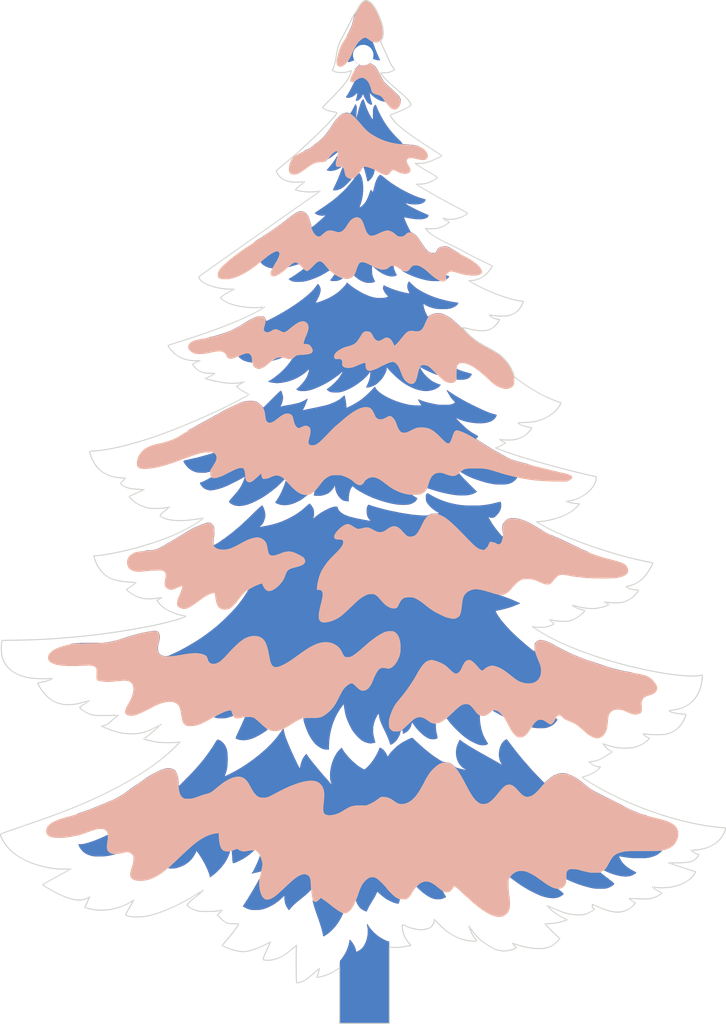
<source format=kicad_pcb>
(kicad_pcb (version 20171130) (host pcbnew 5.1.7-a382d34a8~88~ubuntu20.04.1)
  (layers (0 F.Cu signal) (31 B.Cu signal) (34 B.Paste user) (35 F.Paste user) (36 B.SilkS user) (37 F.SilkS user) (38 B.Mask user hide) (39 F.Mask user hide) (44 Edge.Cuts user))
  (net 0 "")
  (module 2021-xmas-tree:silk-back-invert (layer B.Cu) (at 100 100 180)
    (fp_text reference G*** hide)
    (fp_text value LOGO hide)
  )
  (module 2021-xmas-tree:silk-invert (layer F.Cu) (at 100 100)
    (fp_text reference G*** hide)
    (fp_text value LOGO hide)
  )
  (module 2021-xmas-tree:mask-back-invert (layer B.Cu) (at 100 100 180)
    (fp_text reference G*** hide)
    (fp_text value LOGO hide)
  )
  (module 2021-xmas-tree:mask-invert (layer F.Cu) (at 100 100)
    (fp_text reference G*** hide)
    (fp_text value LOGO hide)
  )
  (module 2021-xmas-tree:copper-back-invert (layer B.Cu) (at 100 100 180)
    (fp_text reference G*** hide)
    (fp_text value LOGO hide)
    (fp_poly (pts (xy -0.365606 -40.337019) (xy -0.38004 -40.424907) (xy -0.404393 -40.537886) (xy -0.451652 -40.862688) (xy -0.450076 -41.208698) (xy -0.403223 -41.560625) (xy -0.31465 -41.903178) (xy -0.187915 -42.221068) (xy -0.026576 -42.499004) (xy 0.084512 -42.639286) (xy 0.217279 -42.762671) (xy 0.378917 -42.878599) (xy 0.463656 -42.927308) (xy 0.687917 -43.043061) (xy 0.71097 -42.885583) (xy 0.738422 -42.772763) (xy 0.788132 -42.628932) (xy 0.848713 -42.486622) (xy 0.916885 -42.357107) (xy 1.000685 -42.218288) (xy 1.090512 -42.083716) (xy 1.176761 -41.966941) (xy 1.24983 -41.881516) (xy 1.300117 -41.84099) (xy 1.307339 -41.839444) (xy 1.330504 -41.870151) (xy 1.340544 -41.944317) (xy 1.340555 -41.947188) (xy 1.354481 -42.06827) (xy 1.392681 -42.236183) (xy 1.44979 -42.433729) (xy 1.520443 -42.64371) (xy 1.599276 -42.848929) (xy 1.675621 -43.02125) (xy 1.74555 -43.153646) (xy 1.834916 -43.30447) (xy 1.934773 -43.460666) (xy 2.03618 -43.609178) (xy 2.13019 -43.73695) (xy 2.20786 -43.830928) (xy 2.260247 -43.878056) (xy 2.263715 -43.879676) (xy 2.268103 -43.915897) (xy 2.272292 -44.017581) (xy 2.276234 -44.179637) (xy 2.279881 -44.396972) (xy 2.283182 -44.664495) (xy 2.286092 -44.977114) (xy 2.288559 -45.329736) (xy 2.290537 -45.71727) (xy 2.291976 -46.134624) (xy 2.292829 -46.576706) (xy 2.293055 -46.957662) (xy 2.293055 -50.023889) (xy -2.54 -50.023889) (xy -2.54 -42.021439) (xy -2.433592 -41.998068) (xy -2.31853 -41.960434) (xy -2.162093 -41.892333) (xy -1.981523 -41.802568) (xy -1.794062 -41.699943) (xy -1.616952 -41.593262) (xy -1.534583 -41.539048) (xy -1.246126 -41.31644) (xy -0.966679 -41.053508) (xy -0.718112 -40.772175) (xy -0.574634 -40.576686) (xy -0.491369 -40.455137) (xy -0.422826 -40.36122) (xy -0.377868 -40.306734) (xy -0.365334 -40.298184) (xy -0.365606 -40.337019)) (layer B.Cu) (width 0.01))
    (fp_poly (pts (xy 4.275999 -37.86292) (xy 4.412934 -38.002742) (xy 4.552139 -38.089691) (xy 4.684468 -38.121428) (xy 4.800775 -38.095617) (xy 4.885928 -38.018801) (xy 4.920045 -37.978298) (xy 4.93511 -37.984284) (xy 4.930632 -38.041775) (xy 4.906122 -38.155785) (xy 4.861091 -38.331329) (xy 4.852186 -38.364583) (xy 4.759795 -38.687504) (xy 4.65129 -39.026147) (xy 4.519884 -39.40141) (xy 4.479823 -39.511111) (xy 4.324011 -39.950016) (xy 4.187406 -40.366317) (xy 4.072788 -40.750538) (xy 3.982936 -41.093206) (xy 3.920632 -41.384847) (xy 3.907879 -41.46001) (xy 3.892936 -41.499957) (xy 3.853347 -41.496254) (xy 3.81 -41.475184) (xy 3.473421 -41.264273) (xy 3.142676 -40.990884) (xy 2.826194 -40.663048) (xy 2.532406 -40.288797) (xy 2.470302 -40.199027) (xy 2.386392 -40.068112) (xy 2.294808 -39.9143) (xy 2.202808 -39.751174) (xy 2.117651 -39.592317) (xy 2.046594 -39.451314) (xy 1.996897 -39.341748) (xy 1.975817 -39.277202) (xy 1.975555 -39.273131) (xy 2.004834 -39.227037) (xy 2.058696 -39.195532) (xy 2.141348 -39.153798) (xy 2.267177 -39.077731) (xy 2.423562 -38.976183) (xy 2.597886 -38.858007) (xy 2.777529 -38.732054) (xy 2.949873 -38.607178) (xy 3.102297 -38.492231) (xy 3.222184 -38.396064) (xy 3.296913 -38.327529) (xy 3.298472 -38.325832) (xy 3.358724 -38.2721) (xy 3.461841 -38.191911) (xy 3.59134 -38.096961) (xy 3.730735 -37.998946) (xy 3.863542 -37.909561) (xy 3.973277 -37.840502) (xy 4.018026 -37.815315) (xy 4.173136 -37.734699) (xy 4.275999 -37.86292)) (layer B.Cu) (width 0.01))
    (fp_poly (pts (xy -0.679373 -35.733499) (xy -0.470123 -35.82501) (xy -0.268576 -35.967162) (xy -0.08868 -36.151474) (xy -0.042332 -36.211903) (xy 0.027945 -36.307738) (xy 0.081758 -36.378805) (xy 0.104702 -36.406666) (xy 0.147599 -36.470435) (xy 0.209185 -36.596994) (xy 0.287511 -36.781666) (xy 0.380629 -37.019771) (xy 0.486591 -37.306629) (xy 0.530628 -37.429722) (xy 0.583683 -37.576835) (xy 0.640493 -37.730809) (xy 0.665225 -37.796478) (xy 0.702402 -37.902411) (xy 0.713052 -37.977614) (xy 0.697518 -38.056596) (xy 0.66863 -38.139786) (xy 0.525097 -38.442796) (xy 0.335941 -38.694418) (xy 0.103866 -38.891973) (xy -0.168423 -39.032782) (xy -0.267135 -39.066488) (xy -0.335692 -39.074491) (xy -0.364149 -39.064647) (xy -0.385982 -39.011301) (xy -0.388056 -38.987672) (xy -0.405008 -38.924384) (xy -0.450366 -38.817355) (xy -0.515883 -38.683131) (xy -0.593313 -38.53826) (xy -0.674409 -38.399287) (xy -0.707393 -38.346944) (xy -0.770439 -38.246818) (xy -0.818793 -38.164985) (xy -0.834396 -38.135277) (xy -0.867808 -38.075175) (xy -0.924262 -37.9846) (xy -0.952704 -37.94125) (xy -1.034131 -37.811039) (xy -1.119248 -37.661449) (xy -1.200234 -37.507974) (xy -1.269265 -37.366105) (xy -1.318518 -37.251335) (xy -1.340171 -37.179158) (xy -1.340556 -37.17312) (xy -1.3494 -37.145405) (xy -1.381631 -37.15395) (xy -1.445799 -37.203824) (xy -1.543403 -37.293418) (xy -1.659713 -37.399412) (xy -1.774796 -37.497624) (xy -1.864965 -37.567888) (xy -1.869722 -37.571232) (xy -1.966053 -37.641848) (xy -2.048241 -37.707956) (xy -2.06138 -37.719615) (xy -2.181045 -37.81085) (xy -2.348839 -37.914442) (xy -2.54584 -38.020792) (xy -2.753125 -38.120299) (xy -2.951772 -38.203365) (xy -3.122858 -38.260388) (xy -3.132153 -38.262855) (xy -3.287404 -38.300184) (xy -3.389489 -38.311814) (xy -3.452615 -38.292995) (xy -3.49099 -38.238974) (xy -3.518821 -38.145001) (xy -3.521719 -38.132586) (xy -3.545413 -38.022189) (xy -3.560368 -37.937615) (xy -3.563056 -37.910891) (xy -3.533458 -37.875381) (xy -3.455856 -37.823219) (xy -3.347037 -37.765685) (xy -3.346803 -37.765573) (xy -3.169922 -37.658532) (xy -2.963425 -37.492492) (xy -2.730738 -37.270789) (xy -2.475291 -36.996762) (xy -2.200513 -36.673749) (xy -2.108545 -36.559939) (xy -1.847832 -36.260323) (xy -1.594785 -36.023165) (xy -1.351546 -35.849965) (xy -1.12026 -35.742226) (xy -0.903068 -35.701448) (xy -0.882377 -35.701111) (xy -0.679373 -35.733499)) (layer B.Cu) (width 0.01))
    (fp_poly (pts (xy 5.763081 -35.437887) (xy 5.893168 -35.441783) (xy 5.995362 -35.456622) (xy 6.094739 -35.489591) (xy 6.216376 -35.547874) (xy 6.297687 -35.591078) (xy 6.424138 -35.660724) (xy 6.525418 -35.719208) (xy 6.586434 -35.75769) (xy 6.596877 -35.766307) (xy 6.63356 -35.799447) (xy 6.707178 -35.857679) (xy 6.755694 -35.894212) (xy 6.798742 -35.927719) (xy 6.855571 -35.975185) (xy 6.930492 -36.040554) (xy 7.027815 -36.127771) (xy 7.151852 -36.24078) (xy 7.306912 -36.383525) (xy 7.497306 -36.559951) (xy 7.727345 -36.774002) (xy 8.00134 -37.029623) (xy 8.228712 -37.242052) (xy 8.408034 -37.397067) (xy 8.60542 -37.546701) (xy 8.804969 -37.680474) (xy 8.990779 -37.787907) (xy 9.146948 -37.858523) (xy 9.181115 -37.869669) (xy 9.37883 -37.898797) (xy 9.553841 -37.863654) (xy 9.707618 -37.763209) (xy 9.84163 -37.596429) (xy 9.957347 -37.362286) (xy 9.976873 -37.311485) (xy 10.093564 -36.923267) (xy 10.148294 -36.547158) (xy 10.142736 -36.164795) (xy 10.105968 -35.895139) (xy 10.099115 -35.842132) (xy 10.110075 -35.842162) (xy 10.143987 -35.899502) (xy 10.169623 -35.948055) (xy 10.223673 -36.047868) (xy 10.303468 -36.190376) (xy 10.398728 -36.357605) (xy 10.499175 -36.531584) (xy 10.59453 -36.69434) (xy 10.643554 -36.776687) (xy 10.695507 -36.867896) (xy 10.722319 -36.918194) (xy 10.763101 -36.991287) (xy 10.822598 -37.091147) (xy 10.846467 -37.129861) (xy 10.919499 -37.248723) (xy 10.991411 -37.368322) (xy 11.006821 -37.394444) (xy 11.074644 -37.506875) (xy 11.142835 -37.615264) (xy 11.148355 -37.62375) (xy 11.21584 -37.733997) (xy 11.277366 -37.844236) (xy 11.323655 -37.919342) (xy 11.361086 -37.957636) (xy 11.365978 -37.958889) (xy 11.393815 -37.986027) (xy 11.394722 -37.995017) (xy 11.413582 -38.0406) (xy 11.463144 -38.126831) (xy 11.532884 -38.2371) (xy 11.612276 -38.354797) (xy 11.690794 -38.463313) (xy 11.694944 -38.468772) (xy 11.735523 -38.531325) (xy 11.7475 -38.563197) (xy 11.717666 -38.597315) (xy 11.639021 -38.649963) (xy 11.527849 -38.712455) (xy 11.400433 -38.776107) (xy 11.273059 -38.832233) (xy 11.176735 -38.867616) (xy 11.065153 -38.895299) (xy 10.927039 -38.913562) (xy 10.748131 -38.923643) (xy 10.514163 -38.926781) (xy 10.495139 -38.926773) (xy 10.291369 -38.925417) (xy 10.137825 -38.92005) (xy 10.014188 -38.907883) (xy 9.900138 -38.88613) (xy 9.775357 -38.852002) (xy 9.640534 -38.809518) (xy 9.176472 -38.624033) (xy 8.720902 -38.371681) (xy 8.279664 -38.056101) (xy 7.911042 -37.73203) (xy 7.690555 -37.519955) (xy 7.690137 -37.783519) (xy 7.659422 -38.127218) (xy 7.570225 -38.443234) (xy 7.42527 -38.723316) (xy 7.342473 -38.835557) (xy 7.245617 -38.953753) (xy 7.047194 -38.708168) (xy 6.926255 -38.5716) (xy 6.767621 -38.415877) (xy 6.565738 -38.236025) (xy 6.315052 -38.02707) (xy 6.05299 -37.817777) (xy 5.865663 -37.666886) (xy 5.678603 -37.509914) (xy 5.504183 -37.357763) (xy 5.354775 -37.22134) (xy 5.242749 -37.111547) (xy 5.204599 -37.070019) (xy 5.073512 -36.918194) (xy 5.090114 -36.477222) (xy 5.107533 -36.198343) (xy 5.138421 -35.978815) (xy 5.185969 -35.808186) (xy 5.253364 -35.676005) (xy 5.343796 -35.57182) (xy 5.374354 -35.545698) (xy 5.453023 -35.487727) (xy 5.524528 -35.455048) (xy 5.613888 -35.440724) (xy 5.746121 -35.437815) (xy 5.763081 -35.437887)) (layer B.Cu) (width 0.01))
    (fp_poly (pts (xy -5.988883 -36.129386) (xy -5.792545 -36.183065) (xy -5.790887 -36.183826) (xy -5.624444 -36.27379) (xy -5.446411 -36.390698) (xy -5.292124 -36.51097) (xy -5.267609 -36.532998) (xy -5.173082 -36.620602) (xy -5.347027 -36.798819) (xy -5.560172 -37.002537) (xy -5.797842 -37.204921) (xy -6.044677 -37.394523) (xy -6.285313 -37.559893) (xy -6.50439 -37.689582) (xy -6.614583 -37.743528) (xy -6.8438 -37.822077) (xy -7.095567 -37.870837) (xy -7.3491 -37.888393) (xy -7.583616 -37.87333) (xy -7.77833 -37.824235) (xy -7.781568 -37.822939) (xy -7.892913 -37.772892) (xy -7.989714 -37.721129) (xy -8.007603 -37.709813) (xy -8.089709 -37.654765) (xy -7.943049 -37.4079) (xy -7.874709 -37.288604) (xy -7.823351 -37.190835) (xy -7.797748 -37.131561) (xy -7.796389 -37.124278) (xy -7.769178 -37.089492) (xy -7.692397 -37.01885) (xy -7.573325 -36.918283) (xy -7.419239 -36.793726) (xy -7.237417 -36.651111) (xy -7.035137 -36.496371) (xy -6.920562 -36.410306) (xy -6.694627 -36.271531) (xy -6.454391 -36.176519) (xy -6.214321 -36.128171) (xy -5.988883 -36.129386)) (layer B.Cu) (width 0.01))
    (fp_poly (pts (xy -15.19341 -35.127681) (xy -14.938107 -35.201698) (xy -14.706981 -35.316148) (xy -14.515099 -35.463743) (xy -14.388444 -35.618837) (xy -14.319521 -35.73059) (xy -14.682746 -35.998417) (xy -14.96779 -36.206292) (xy -15.216732 -36.383103) (xy -15.423936 -36.524939) (xy -15.583767 -36.62789) (xy -15.628056 -36.654351) (xy -15.740431 -36.720434) (xy -15.848791 -36.785471) (xy -15.857361 -36.790701) (xy -15.999178 -36.876435) (xy -16.124274 -36.949133) (xy -16.251771 -37.019256) (xy -16.400789 -37.097262) (xy -16.590449 -37.193612) (xy -16.633472 -37.215266) (xy -16.991346 -37.386312) (xy -17.318473 -37.524762) (xy -17.603805 -37.626032) (xy -17.674167 -37.64695) (xy -17.980639 -37.718249) (xy -18.287551 -37.761659) (xy -18.577814 -37.776089) (xy -18.834338 -37.760449) (xy -18.986121 -37.73063) (xy -19.116481 -37.684023) (xy -19.254678 -37.6175) (xy -19.385271 -37.540793) (xy -19.492824 -37.463631) (xy -19.561899 -37.395747) (xy -19.579167 -37.356834) (xy -19.553857 -37.325123) (xy -19.485272 -37.258651) (xy -19.384431 -37.167716) (xy -19.283801 -37.080761) (xy -19.123816 -36.951353) (xy -19.004568 -36.870257) (xy -18.919604 -36.833332) (xy -18.892943 -36.83) (xy -18.783585 -36.810983) (xy -18.630845 -36.758727) (xy -18.449164 -36.680423) (xy -18.252984 -36.583265) (xy -18.056744 -36.474444) (xy -17.874885 -36.361152) (xy -17.721848 -36.250581) (xy -17.709445 -36.24057) (xy -17.646101 -36.192233) (xy -17.558097 -36.128694) (xy -17.541177 -36.116813) (xy -17.19081 -35.874782) (xy -16.888999 -35.67298) (xy -16.628827 -35.508034) (xy -16.403377 -35.376574) (xy -16.205732 -35.275229) (xy -16.028975 -35.200627) (xy -15.86619 -35.149397) (xy -15.710459 -35.118168) (xy -15.554866 -35.103569) (xy -15.457824 -35.101389) (xy -15.19341 -35.127681)) (layer B.Cu) (width 0.01))
    (fp_poly (pts (xy 7.828974 -21.279255) (xy 7.893868 -21.350371) (xy 7.987466 -21.476899) (xy 8.059922 -21.581704) (xy 8.452723 -22.109019) (xy 8.911083 -22.635486) (xy 9.430122 -23.156247) (xy 10.004957 -23.666441) (xy 10.630707 -24.161209) (xy 10.710859 -24.220694) (xy 10.879582 -24.345037) (xy 11.006439 -24.438116) (xy 11.106443 -24.510414) (xy 11.194605 -24.572419) (xy 11.285936 -24.634615) (xy 11.395447 -24.707488) (xy 11.53815 -24.801523) (xy 11.611253 -24.849627) (xy 12.212545 -25.221766) (xy 12.839266 -25.565958) (xy 13.094317 -25.693686) (xy 13.249503 -25.768476) (xy 13.38079 -25.830563) (xy 13.475737 -25.874151) (xy 13.521902 -25.893442) (xy 13.524007 -25.893889) (xy 13.528318 -25.868998) (xy 13.508562 -25.791199) (xy 13.463393 -25.655802) (xy 13.425704 -25.550898) (xy 13.359289 -25.344221) (xy 13.310486 -25.129753) (xy 13.277346 -24.892708) (xy 13.257919 -24.618297) (xy 13.250253 -24.291733) (xy 13.249959 -24.218194) (xy 13.25281 -23.92418) (xy 13.263894 -23.685823) (xy 13.285707 -23.48846) (xy 13.320742 -23.317427) (xy 13.371496 -23.158059) (xy 13.440463 -22.995692) (xy 13.467573 -22.9391) (xy 13.588933 -22.743329) (xy 13.745203 -22.568412) (xy 13.920732 -22.428213) (xy 14.099875 -22.336595) (xy 14.170471 -22.316348) (xy 14.209974 -22.311067) (xy 14.245394 -22.319578) (xy 14.284041 -22.35036) (xy 14.333228 -22.41189) (xy 14.400264 -22.512645) (xy 14.492462 -22.661102) (xy 14.552083 -22.758829) (xy 14.652583 -22.922462) (xy 14.742514 -23.066166) (xy 14.814515 -23.178385) (xy 14.861225 -23.247561) (xy 14.872888 -23.262493) (xy 14.914755 -23.314985) (xy 14.975628 -23.400979) (xy 15.003665 -23.442868) (xy 15.124486 -23.618928) (xy 15.275457 -23.827078) (xy 15.444186 -24.051268) (xy 15.618279 -24.275451) (xy 15.785344 -24.483578) (xy 15.932988 -24.6596) (xy 16.010983 -24.747361) (xy 16.080575 -24.825765) (xy 16.176293 -24.93708) (xy 16.279549 -25.059639) (xy 16.298561 -25.0825) (xy 16.372538 -25.166705) (xy 16.488199 -25.292097) (xy 16.637293 -25.450021) (xy 16.811565 -25.631821) (xy 17.002764 -25.828841) (xy 17.202636 -26.032427) (xy 17.249057 -26.079363) (xy 18.009305 -26.846921) (xy 18.033731 -26.714363) (xy 18.048049 -26.602803) (xy 18.058374 -26.459949) (xy 18.061428 -26.370139) (xy 18.082017 -26.114909) (xy 18.1325 -25.866761) (xy 18.207743 -25.639375) (xy 18.302612 -25.446436) (xy 18.411973 -25.301626) (xy 18.484708 -25.242075) (xy 18.714022 -25.138505) (xy 18.966535 -25.097591) (xy 19.202384 -25.116257) (xy 19.414717 -25.164121) (xy 19.620623 -25.222803) (xy 19.790231 -25.283667) (xy 19.808472 -25.291472) (xy 19.914441 -25.340378) (xy 20.056203 -25.408944) (xy 20.214395 -25.487444) (xy 20.369655 -25.566154) (xy 20.50262 -25.635347) (xy 20.593927 -25.685298) (xy 20.602222 -25.690165) (xy 20.700738 -25.748104) (xy 20.784861 -25.796403) (xy 20.79625 -25.802762) (xy 20.888551 -25.858293) (xy 21.025775 -25.946575) (xy 21.195489 -26.059266) (xy 21.38526 -26.188025) (xy 21.582656 -26.324514) (xy 21.755028 -26.445979) (xy 21.893861 -26.543898) (xy 22.011126 -26.624886) (xy 22.095385 -26.681169) (xy 22.135202 -26.704973) (xy 22.136465 -26.705277) (xy 22.171886 -26.725078) (xy 22.2544 -26.779912) (xy 22.374322 -26.862926) (xy 22.521966 -26.967269) (xy 22.687648 -27.086088) (xy 22.861683 -27.212531) (xy 23.034386 -27.339746) (xy 23.057548 -27.35696) (xy 23.202309 -27.464424) (xy 23.309767 -27.542807) (xy 23.399174 -27.605214) (xy 23.489781 -27.664747) (xy 23.600842 -27.73451) (xy 23.724305 -27.810778) (xy 23.832875 -27.874284) (xy 23.970201 -27.949709) (xy 24.122141 -28.029886) (xy 24.27455 -28.10765) (xy 24.413286 -28.175833) (xy 24.524204 -28.227269) (xy 24.593163 -28.254791) (xy 24.605927 -28.2575) (xy 24.646179 -28.270735) (xy 24.728858 -28.304626) (xy 24.791843 -28.33216) (xy 24.918393 -28.387865) (xy 25.041732 -28.440904) (xy 25.0825 -28.458018) (xy 25.184767 -28.500568) (xy 25.26991 -28.536225) (xy 25.276528 -28.539017) (xy 25.433199 -28.604559) (xy 25.623709 -28.683278) (xy 25.834687 -28.769754) (xy 26.052763 -28.858564) (xy 26.264568 -28.944288) (xy 26.456731 -29.021504) (xy 26.615882 -29.08479) (xy 26.728651 -29.128725) (xy 26.758194 -29.13982) (xy 26.898226 -29.191304) (xy 27.069544 -29.254378) (xy 27.237244 -29.316191) (xy 27.252083 -29.321665) (xy 27.418984 -29.381257) (xy 27.594686 -29.440857) (xy 27.743492 -29.488386) (xy 27.754585 -29.491731) (xy 27.912384 -29.54693) (xy 28.049312 -29.616222) (xy 28.185865 -29.712385) (xy 28.342535 -29.848196) (xy 28.375615 -29.878926) (xy 28.530454 -30.043251) (xy 28.619788 -30.186525) (xy 28.644433 -30.311766) (xy 28.605205 -30.421994) (xy 28.541189 -30.49099) (xy 28.404452 -30.570656) (xy 28.226011 -30.612614) (xy 28.002569 -30.61662) (xy 27.730826 -30.582432) (xy 27.407484 -30.509803) (xy 27.029242 -30.398491) (xy 26.952222 -30.373386) (xy 26.571309 -30.249159) (xy 26.250017 -30.148028) (xy 25.98198 -30.068111) (xy 25.760831 -30.007524) (xy 25.580205 -29.964388) (xy 25.541111 -29.956206) (xy 25.401745 -29.92765) (xy 25.233086 -29.892647) (xy 25.093175 -29.863307) (xy 24.903039 -29.831038) (xy 24.721341 -29.8142) (xy 24.564985 -29.813264) (xy 24.450874 -29.828701) (xy 24.412222 -29.844354) (xy 24.380831 -29.887193) (xy 24.367017 -29.973087) (xy 24.367293 -30.093213) (xy 24.368403 -30.218086) (xy 24.355624 -30.296996) (xy 24.322153 -30.35418) (xy 24.282767 -30.39426) (xy 24.205268 -30.449525) (xy 24.111148 -30.47499) (xy 24.005284 -30.48) (xy 23.853265 -30.493884) (xy 23.749132 -30.538499) (xy 23.737033 -30.547726) (xy 23.698947 -30.58291) (xy 23.675494 -30.623649) (xy 23.664053 -30.685619) (xy 23.662008 -30.784497) (xy 23.666739 -30.935959) (xy 23.667793 -30.96224) (xy 23.678325 -31.234643) (xy 23.684733 -31.445784) (xy 23.686421 -31.604866) (xy 23.682793 -31.721095) (xy 23.673253 -31.803675) (xy 23.657205 -31.86181) (xy 23.634053 -31.904707) (xy 23.604465 -31.940227) (xy 23.509723 -32.014907) (xy 23.398546 -32.070214) (xy 23.396109 -32.07103) (xy 23.274014 -32.091612) (xy 23.110121 -32.09344) (xy 22.930115 -32.078353) (xy 22.759681 -32.048188) (xy 22.657281 -32.018153) (xy 22.344468 -31.910954) (xy 22.083102 -31.840395) (xy 21.865139 -31.805179) (xy 21.682534 -31.804014) (xy 21.527244 -31.835605) (xy 21.525736 -31.836104) (xy 21.402996 -31.890894) (xy 21.314004 -31.968427) (xy 21.254121 -32.079106) (xy 21.218709 -32.233337) (xy 21.203128 -32.441523) (xy 21.201332 -32.563707) (xy 21.189591 -32.847639) (xy 21.157289 -33.116477) (xy 21.107378 -33.35231) (xy 21.042811 -33.537229) (xy 21.03973 -33.543811) (xy 20.914137 -33.733619) (xy 20.748449 -33.870585) (xy 20.55327 -33.950936) (xy 20.339204 -33.970898) (xy 20.116855 -33.926697) (xy 20.044662 -33.897925) (xy 19.936531 -33.832234) (xy 19.799819 -33.72443) (xy 19.649089 -33.588227) (xy 19.498904 -33.437339) (xy 19.36383 -33.285478) (xy 19.280882 -33.17875) (xy 19.201199 -33.08043) (xy 19.082805 -32.950086) (xy 18.940138 -32.802101) (xy 18.787631 -32.650859) (xy 18.639722 -32.510742) (xy 18.510844 -32.396135) (xy 18.432639 -32.33357) (xy 18.34267 -32.265513) (xy 18.274613 -32.210113) (xy 18.256133 -32.192985) (xy 18.19373 -32.138275) (xy 18.083325 -32.052683) (xy 17.935842 -31.944135) (xy 17.762201 -31.820559) (xy 17.573324 -31.689884) (xy 17.427134 -31.59125) (xy 17.285323 -31.496245) (xy 17.165692 -31.415266) (xy 17.080047 -31.356364) (xy 17.040192 -31.32759) (xy 17.039167 -31.326666) (xy 16.990908 -31.293174) (xy 16.894299 -31.236726) (xy 16.76411 -31.165884) (xy 16.739332 -31.152832) (xy 16.662281 -31.1095) (xy 16.617331 -31.078791) (xy 16.61586 -31.077272) (xy 16.578282 -31.054517) (xy 16.490765 -31.008828) (xy 16.367344 -30.947022) (xy 16.222057 -30.875918) (xy 16.06894 -30.802331) (xy 15.922029 -30.733079) (xy 15.795362 -30.67498) (xy 15.71625 -30.640359) (xy 15.578723 -30.582801) (xy 15.483525 -30.543954) (xy 15.408022 -30.514995) (xy 15.329583 -30.487098) (xy 15.275278 -30.468425) (xy 14.95819 -30.368617) (xy 14.65525 -30.289848) (xy 14.378675 -30.234545) (xy 14.140681 -30.205137) (xy 13.953483 -30.204052) (xy 13.947768 -30.20458) (xy 13.748445 -30.24157) (xy 13.588882 -30.31478) (xy 13.462048 -30.431756) (xy 13.360913 -30.600047) (xy 13.278445 -30.827198) (xy 13.243011 -30.961073) (xy 13.180999 -31.187984) (xy 13.120823 -31.349005) (xy 13.063197 -31.442535) (xy 13.016793 -31.467777) (xy 12.978224 -31.490711) (xy 12.901685 -31.552545) (xy 12.799633 -31.642832) (xy 12.722791 -31.714414) (xy 12.597732 -31.826483) (xy 12.475898 -31.924158) (xy 12.375432 -31.993382) (xy 12.335762 -32.014275) (xy 12.208309 -32.046926) (xy 12.036904 -32.063342) (xy 11.846365 -32.06306) (xy 11.66151 -32.045619) (xy 11.571111 -32.028511) (xy 11.428523 -31.99703) (xy 11.279522 -31.96696) (xy 11.253611 -31.96211) (xy 11.142185 -31.941523) (xy 10.990541 -31.913332) (xy 10.827806 -31.882953) (xy 10.795 -31.876812) (xy 10.4716 -31.833952) (xy 10.153485 -31.824899) (xy 9.853848 -31.848226) (xy 9.585882 -31.902506) (xy 9.362779 -31.986309) (xy 9.267285 -32.042172) (xy 9.12919 -32.179368) (xy 9.022667 -32.377627) (xy 8.94832 -32.634615) (xy 8.906753 -32.947999) (xy 8.898569 -33.315447) (xy 8.903326 -33.448773) (xy 8.923043 -33.86931) (xy 8.937903 -34.225572) (xy 8.947926 -34.523671) (xy 8.953129 -34.769719) (xy 8.953532 -34.969828) (xy 8.949154 -35.13011) (xy 8.940012 -35.256676) (xy 8.926126 -35.355639) (xy 8.909358 -35.426941) (xy 8.844426 -35.595736) (xy 8.761391 -35.702239) (xy 8.649886 -35.75429) (xy 8.499544 -35.759727) (xy 8.472875 -35.756992) (xy 8.304792 -35.721949) (xy 8.128265 -35.652646) (xy 7.937191 -35.54497) (xy 7.725462 -35.394806) (xy 7.486976 -35.198042) (xy 7.215626 -34.950562) (xy 7.073194 -34.813798) (xy 6.720417 -34.470479) (xy 6.35801 -34.416325) (xy 6.19749 -34.389463) (xy 6.056437 -34.360639) (xy 5.95392 -34.334021) (xy 5.917038 -34.319908) (xy 5.842013 -34.297807) (xy 5.723174 -34.281568) (xy 5.59648 -34.275003) (xy 5.466998 -34.275465) (xy 5.384823 -34.285985) (xy 5.326726 -34.315) (xy 5.269478 -34.370942) (xy 5.240222 -34.404353) (xy 5.157722 -34.525684) (xy 5.095036 -34.6832) (xy 5.064098 -34.79902) (xy 5.017243 -34.970463) (xy 4.965756 -35.081897) (xy 4.898524 -35.14357) (xy 4.804431 -35.16573) (xy 4.673902 -35.158807) (xy 4.453284 -35.166417) (xy 4.250087 -35.239064) (xy 4.077139 -35.372118) (xy 4.074237 -35.375192) (xy 4.015889 -35.454704) (xy 3.940199 -35.582337) (xy 3.856313 -35.740816) (xy 3.773378 -35.912867) (xy 3.700888 -36.080347) (xy 3.53522 -36.41029) (xy 3.317779 -36.699499) (xy 3.144988 -36.871482) (xy 2.944027 -37.028721) (xy 2.751979 -37.127178) (xy 2.553895 -37.174471) (xy 2.549303 -37.174999) (xy 2.446931 -37.17825) (xy 2.356252 -37.155712) (xy 2.247458 -37.0989) (xy 2.217483 -37.080556) (xy 2.089028 -37.011247) (xy 1.993083 -36.992041) (xy 1.910936 -37.024522) (xy 1.823874 -37.11027) (xy 1.820632 -37.114107) (xy 1.720408 -37.193622) (xy 1.611211 -37.218047) (xy 1.511854 -37.185185) (xy 1.477899 -37.15414) (xy 1.433066 -37.094151) (xy 1.354425 -36.980284) (xy 1.245823 -36.818326) (xy 1.11111 -36.614066) (xy 0.954133 -36.373291) (xy 0.793319 -36.124444) (xy 0.494404 -35.701934) (xy 0.183915 -35.344367) (xy -0.136754 -35.052895) (xy -0.466205 -34.828669) (xy -0.803043 -34.672843) (xy -1.048674 -34.603789) (xy -1.194844 -34.57957) (xy -1.311552 -34.57856) (xy -1.43602 -34.600912) (xy -1.454368 -34.605455) (xy -1.555688 -34.634425) (xy -1.645433 -34.670537) (xy -1.733647 -34.72131) (xy -1.830376 -34.79426) (xy -1.945666 -34.896907) (xy -2.089562 -35.036769) (xy -2.257778 -35.206742) (xy -2.403486 -35.35144) (xy -2.541637 -35.48158) (xy -2.660848 -35.586951) (xy -2.749736 -35.65734) (xy -2.783545 -35.678422) (xy -2.908949 -35.715381) (xy -3.074458 -35.73328) (xy -3.252141 -35.73175) (xy -3.414067 -35.710423) (xy -3.4925 -35.687794) (xy -3.659309 -35.621847) (xy -3.767931 -35.574266) (xy -3.82703 -35.540854) (xy -3.84527 -35.517418) (xy -3.845278 -35.516988) (xy -3.873365 -35.491485) (xy -3.890341 -35.489444) (xy -3.916122 -35.483584) (xy -3.954962 -35.462184) (xy -4.014149 -35.41952) (xy -4.100971 -35.349863) (xy -4.222717 -35.247487) (xy -4.386675 -35.106666) (xy -4.477281 -35.028265) (xy -4.603822 -34.920815) (xy -4.722147 -34.824199) (xy -4.814689 -34.752591) (xy -4.847655 -34.729379) (xy -4.965459 -34.666294) (xy -5.11108 -34.606969) (xy -5.257071 -34.561001) (xy -5.375986 -34.537987) (xy -5.398039 -34.536944) (xy -5.521719 -34.559036) (xy -5.665634 -34.627482) (xy -5.834509 -34.745538) (xy -6.033069 -34.916459) (xy -6.239828 -35.116936) (xy -6.425262 -35.29891) (xy -6.578277 -35.43379) (xy -6.711753 -35.528576) (xy -6.83857 -35.59027) (xy -6.971606 -35.625872) (xy -7.123743 -35.642381) (xy -7.212686 -35.645701) (xy -7.469425 -35.682152) (xy -7.631219 -35.736155) (xy -7.836465 -35.821916) (xy -7.991521 -35.73966) (xy -8.094745 -35.67456) (xy -8.176373 -35.605122) (xy -8.198392 -35.578321) (xy -8.274554 -35.476855) (xy -8.374962 -35.362224) (xy -8.482339 -35.252232) (xy -8.579411 -35.164683) (xy -8.642928 -35.120173) (xy -8.854198 -35.043334) (xy -9.074717 -35.014788) (xy -9.263113 -35.034647) (xy -9.40932 -35.078301) (xy -9.552637 -35.138142) (xy -9.700187 -35.219412) (xy -9.859092 -35.327352) (xy -10.036474 -35.467201) (xy -10.239456 -35.6442) (xy -10.475158 -35.86359) (xy -10.745074 -36.125082) (xy -11.005859 -36.374993) (xy -11.229969 -36.575454) (xy -11.424837 -36.732081) (xy -11.597899 -36.850489) (xy -11.75659 -36.936294) (xy -11.888386 -36.988675) (xy -12.07646 -37.022463) (xy -12.258337 -36.992679) (xy -12.446381 -36.897198) (xy -12.455383 -36.89119) (xy -12.528405 -36.830382) (xy -12.621073 -36.737342) (xy -12.720891 -36.626803) (xy -12.815358 -36.513498) (xy -12.891976 -36.41216) (xy -12.938246 -36.337521) (xy -12.94625 -36.312592) (xy -12.968526 -36.264804) (xy -12.977283 -36.259676) (xy -13.007207 -36.224989) (xy -13.05942 -36.143512) (xy -13.123888 -36.031168) (xy -13.14029 -36.000972) (xy -13.280268 -35.741561) (xy -13.394563 -35.532568) (xy -13.490003 -35.361788) (xy -13.573416 -35.21702) (xy -13.651629 -35.086061) (xy -13.658785 -35.074309) (xy -13.724582 -34.963367) (xy -13.77296 -34.876017) (xy -13.794489 -34.829377) (xy -13.794819 -34.827364) (xy -13.814025 -34.789703) (xy -13.86542 -34.706288) (xy -13.941164 -34.589468) (xy -14.03302 -34.452177) (xy -14.215522 -34.207599) (xy -14.388256 -34.029704) (xy -14.556234 -33.916183) (xy -14.724468 -33.86473) (xy -14.897969 -33.873035) (xy -15.081751 -33.938793) (xy -15.11314 -33.954861) (xy -15.232794 -34.012041) (xy -15.330278 -34.035869) (xy -15.428442 -34.025468) (xy -15.550141 -33.979961) (xy -15.646036 -33.934421) (xy -15.821344 -33.857074) (xy -15.976768 -33.81297) (xy -16.124722 -33.804307) (xy -16.27762 -33.833284) (xy -16.447879 -33.902099) (xy -16.647912 -34.01295) (xy -16.862778 -34.149892) (xy -17.009521 -34.251704) (xy -17.173872 -34.375771) (xy -17.371933 -34.534299) (xy -17.397465 -34.555181) (xy -17.699618 -34.791845) (xy -17.977721 -34.987757) (xy -18.226974 -35.14013) (xy -18.44258 -35.246179) (xy -18.619739 -35.30312) (xy -18.702339 -35.312542) (xy -18.786002 -35.286954) (xy -18.858482 -35.205643) (xy -18.922215 -35.064176) (xy -18.979634 -34.858121) (xy -18.997691 -34.774802) (xy -19.059742 -34.527009) (xy -19.13503 -34.31623) (xy -19.218773 -34.153749) (xy -19.303731 -34.052822) (xy -19.518545 -33.921758) (xy -19.778053 -33.838061) (xy -20.072535 -33.804181) (xy -20.269494 -33.809351) (xy -20.401692 -33.818007) (xy -20.585187 -33.827896) (xy -20.800753 -33.838085) (xy -21.029162 -33.847646) (xy -21.166667 -33.852774) (xy -21.38932 -33.860351) (xy -21.554284 -33.864256) (xy -21.674381 -33.863379) (xy -21.762429 -33.856607) (xy -21.831251 -33.842829) (xy -21.893667 -33.820935) (xy -21.962496 -33.789812) (xy -21.978056 -33.782431) (xy -22.159844 -33.674198) (xy -22.321916 -33.527294) (xy -22.476372 -33.329554) (xy -22.562211 -33.195133) (xy -22.635884 -33.073379) (xy -22.700272 -32.967697) (xy -22.742486 -32.899236) (xy -22.744978 -32.895272) (xy -22.79091 -32.818137) (xy -22.847192 -32.718264) (xy -22.856406 -32.701407) (xy -22.919494 -32.609765) (xy -23.020687 -32.489138) (xy -23.14601 -32.353625) (xy -23.281484 -32.217324) (xy -23.413132 -32.094334) (xy -23.526978 -31.998751) (xy -23.604391 -31.946933) (xy -23.749173 -31.898869) (xy -23.939059 -31.871219) (xy -24.151161 -31.865551) (xy -24.362593 -31.883428) (xy -24.412222 -31.891678) (xy -24.579163 -31.918099) (xy -24.766442 -31.94124) (xy -24.883 -31.952059) (xy -25.001414 -31.95879) (xy -25.094313 -31.954788) (xy -25.180046 -31.93437) (xy -25.276961 -31.891855) (xy -25.403404 -31.821561) (xy -25.511594 -31.757399) (xy -25.634282 -31.690924) (xy -25.74635 -31.650899) (xy -25.878525 -31.628399) (xy -25.987844 -31.619077) (xy -26.229447 -31.616124) (xy -26.535975 -31.635569) (xy -26.905499 -31.677255) (xy -27.181528 -31.716656) (xy -27.47956 -31.754507) (xy -27.751758 -31.7741) (xy -27.984918 -31.77498) (xy -28.165841 -31.756691) (xy -28.191134 -31.751489) (xy -28.459198 -31.670112) (xy -28.662164 -31.561956) (xy -28.800471 -31.426382) (xy -28.874556 -31.262755) (xy -28.884854 -31.070437) (xy -28.831804 -30.84879) (xy -28.824287 -30.828311) (xy -28.773087 -30.7069) (xy -28.719921 -30.603328) (xy -28.688747 -30.556257) (xy -28.631875 -30.482895) (xy -28.558382 -30.382425) (xy -28.525597 -30.336038) (xy -28.424888 -30.224123) (xy -28.281285 -30.10443) (xy -28.118089 -29.993608) (xy -27.958599 -29.908304) (xy -27.888277 -29.880671) (xy -27.804315 -29.837283) (xy -27.756027 -29.783107) (xy -27.754216 -29.777604) (xy -27.708972 -29.72333) (xy -27.635843 -29.693821) (xy -27.414415 -29.640228) (xy -27.14749 -29.557632) (xy -26.850633 -29.452383) (xy -26.539407 -29.330832) (xy -26.229376 -29.19933) (xy -25.936101 -29.064227) (xy -25.675148 -28.931874) (xy -25.462079 -28.808621) (xy -25.454272 -28.80365) (xy -25.367296 -28.752935) (xy -25.229163 -28.67833) (xy -25.052397 -28.586324) (xy -24.849519 -28.483408) (xy -24.633053 -28.376072) (xy -24.567992 -28.344299) (xy -24.150812 -28.141199) (xy -23.791608 -27.965893) (xy -23.484851 -27.815431) (xy -23.225012 -27.686865) (xy -23.00656 -27.577245) (xy -22.823966 -27.483624) (xy -22.671701 -27.403052) (xy -22.544235 -27.33258) (xy -22.436038 -27.26926) (xy -22.341581 -27.210142) (xy -22.255335 -27.152279) (xy -22.171769 -27.092721) (xy -22.085354 -27.028519) (xy -22.048611 -27.000771) (xy -21.902841 -26.88979) (xy -21.777783 -26.793436) (xy -21.683972 -26.719915) (xy -21.631944 -26.677431) (xy -21.625278 -26.671079) (xy -21.586642 -26.635804) (xy -21.504866 -26.568988) (xy -21.393491 -26.481109) (xy -21.266054 -26.382648) (xy -21.136095 -26.284081) (xy -21.017155 -26.195888) (xy -20.937361 -26.138674) (xy -20.663834 -25.968855) (xy -20.353768 -25.811807) (xy -20.04106 -25.684428) (xy -19.992938 -25.667893) (xy -19.712203 -25.596745) (xy -19.441248 -25.578009) (xy -19.165617 -25.612918) (xy -18.870856 -25.702704) (xy -18.688403 -25.779063) (xy -18.583254 -25.830614) (xy -18.509939 -25.873999) (xy -18.485556 -25.897706) (xy -18.456454 -25.928162) (xy -18.41181 -25.947818) (xy -18.357488 -25.979836) (xy -18.264645 -26.049503) (xy -18.146446 -26.14644) (xy -18.020411 -26.256356) (xy -17.702758 -26.541488) (xy -17.236178 -26.067758) (xy -17.074345 -25.902398) (xy -16.916366 -25.739098) (xy -16.774262 -25.590418) (xy -16.660051 -25.468917) (xy -16.595702 -25.398446) (xy -16.493453 -25.283546) (xy -16.365207 -25.139575) (xy -16.231956 -24.990093) (xy -16.171393 -24.922196) (xy -15.974007 -24.69977) (xy -15.790944 -24.491202) (xy -15.629827 -24.305305) (xy -15.498275 -24.150897) (xy -15.403909 -24.036792) (xy -15.381111 -24.008052) (xy -15.306029 -23.913674) (xy -15.212819 -23.799134) (xy -15.163104 -23.739014) (xy -15.061785 -23.616175) (xy -14.960935 -23.490972) (xy -14.851759 -23.352121) (xy -14.725461 -23.188338) (xy -14.573246 -22.988339) (xy -14.422955 -22.789444) (xy -14.302555 -22.629998) (xy -14.196258 -22.489661) (xy -14.111633 -22.378391) (xy -14.056246 -22.306142) (xy -14.038507 -22.283625) (xy -13.994952 -22.281987) (xy -13.917426 -22.319747) (xy -13.821467 -22.386033) (xy -13.722611 -22.469974) (xy -13.636396 -22.560696) (xy -13.62835 -22.570625) (xy -13.45622 -22.843135) (xy -13.337875 -23.157606) (xy -13.275104 -23.508303) (xy -13.264863 -23.734846) (xy -13.281346 -24.029413) (xy -13.333671 -24.28432) (xy -13.427477 -24.523668) (xy -13.46761 -24.601711) (xy -13.572361 -24.795113) (xy -13.433741 -24.707606) (xy -13.31312 -24.633386) (xy -13.189378 -24.560038) (xy -13.16513 -24.546111) (xy -13.065473 -24.489731) (xy -12.921333 -24.408631) (xy -12.745692 -24.310072) (xy -12.551531 -24.201315) (xy -12.351833 -24.089619) (xy -12.15958 -23.982245) (xy -11.987755 -23.886454) (xy -11.849338 -23.809504) (xy -11.757312 -23.758658) (xy -11.7475 -23.753288) (xy -11.624231 -23.685018) (xy -11.50271 -23.616235) (xy -11.465278 -23.594608) (xy -11.390467 -23.551193) (xy -11.269224 -23.481075) (xy -11.116263 -23.392753) (xy -10.946299 -23.294728) (xy -10.883195 -23.258361) (xy -10.710546 -23.158296) (xy -10.549589 -23.063936) (xy -10.415074 -22.984005) (xy -10.321757 -22.927228) (xy -10.301111 -22.91415) (xy -10.217221 -22.859819) (xy -10.094322 -22.780228) (xy -9.952629 -22.688467) (xy -9.876254 -22.639008) (xy -9.743719 -22.550689) (xy -9.630653 -22.470762) (xy -9.552401 -22.410314) (xy -9.527976 -22.387335) (xy -9.477458 -22.341113) (xy -9.452587 -22.330833) (xy -9.418662 -22.361923) (xy -9.369332 -22.445316) (xy -9.310952 -22.566202) (xy -9.249874 -22.709767) (xy -9.192452 -22.8612) (xy -9.145042 -23.005688) (xy -9.117214 -23.112657) (xy -9.070028 -23.471655) (xy -9.080546 -23.821624) (xy -9.145465 -24.154452) (xy -9.261479 -24.462028) (xy -9.425286 -24.736239) (xy -9.633581 -24.968975) (xy -9.88306 -25.152124) (xy -9.965972 -25.196448) (xy -10.060799 -25.246355) (xy -10.100019 -25.274681) (xy -10.079424 -25.278238) (xy -10.071806 -25.276641) (xy -9.972179 -25.255843) (xy -9.843997 -25.231222) (xy -9.789583 -25.221331) (xy -9.65066 -25.193837) (xy -9.512824 -25.162344) (xy -9.472083 -25.151861) (xy -9.338263 -25.116431) (xy -9.202299 -25.081415) (xy -9.19198 -25.078813) (xy -9.083609 -25.033904) (xy -8.963559 -24.958785) (xy -8.906878 -24.913247) (xy -8.739899 -24.769598) (xy -8.601953 -24.66856) (xy -8.473914 -24.601178) (xy -8.336659 -24.558498) (xy -8.171061 -24.531566) (xy -8.069001 -24.52096) (xy -7.874535 -24.495741) (xy -7.74564 -24.462451) (xy -7.695807 -24.434613) (xy -7.63685 -24.389988) (xy -7.605897 -24.376944) (xy -7.566912 -24.358323) (xy -7.482387 -24.307952) (xy -7.364912 -24.234068) (xy -7.227075 -24.144908) (xy -7.081468 -24.04871) (xy -6.940679 -23.95371) (xy -6.817299 -23.868147) (xy -6.723917 -23.800256) (xy -6.720417 -23.797592) (xy -6.562104 -23.675379) (xy -6.393462 -23.542874) (xy -6.226328 -23.409625) (xy -6.07254 -23.28518) (xy -5.943937 -23.179089) (xy -5.852357 -23.1009) (xy -5.820427 -23.071666) (xy -5.763455 -23.018208) (xy -5.665112 -22.928149) (xy -5.53674 -22.811784) (xy -5.389679 -22.679413) (xy -5.299196 -22.598384) (xy -5.154868 -22.4679) (xy -5.031095 -22.353158) (xy -4.936662 -22.262533) (xy -4.880359 -22.204403) (xy -4.868333 -22.187644) (xy -4.839621 -22.148665) (xy -4.762935 -22.142774) (xy -4.652451 -22.169662) (xy -4.592561 -22.193677) (xy -4.405279 -22.281178) (xy -4.212799 -22.377117) (xy -4.028062 -22.474414) (xy -3.864011 -22.565986) (xy -3.733585 -22.644752) (xy -3.649728 -22.703631) (xy -3.633611 -22.718404) (xy -3.59621 -22.746787) (xy -3.519212 -22.799408) (xy -3.457222 -22.840188) (xy -3.341122 -22.927493) (xy -3.195801 -23.05438) (xy -3.034956 -23.206967) (xy -2.87228 -23.371374) (xy -2.721468 -23.53372) (xy -2.596213 -23.680122) (xy -2.510209 -23.796702) (xy -2.504407 -23.806001) (xy -2.389981 -23.993531) (xy -2.312507 -23.802912) (xy -2.21019 -23.605538) (xy -2.073606 -23.419036) (xy -1.91774 -23.259935) (xy -1.757579 -23.144765) (xy -1.684639 -23.110345) (xy -1.631145 -23.097551) (xy -1.597166 -23.120823) (xy -1.566829 -23.19446) (xy -1.557059 -23.225297) (xy -1.48946 -23.402803) (xy -1.386725 -23.619913) (xy -1.257276 -23.860726) (xy -1.109538 -24.10934) (xy -0.994387 -24.287499) (xy -0.873302 -24.456749) (xy -0.736636 -24.629451) (xy -0.593267 -24.796264) (xy -0.452069 -24.947846) (xy -0.321919 -25.074855) (xy -0.211693 -25.167948) (xy -0.130266 -25.217784) (xy -0.104997 -25.223611) (xy -0.053985 -25.205282) (xy 0.039876 -25.156612) (xy 0.161183 -25.087073) (xy 0.294535 -25.006139) (xy 0.424532 -24.923281) (xy 0.535772 -24.847973) (xy 0.612856 -24.789687) (xy 0.635 -24.768453) (xy 0.667622 -24.738473) (xy 0.742769 -24.673229) (xy 0.848835 -24.582706) (xy 0.959269 -24.489448) (xy 1.176487 -24.291331) (xy 1.400618 -24.059535) (xy 1.617779 -23.810468) (xy 1.814086 -23.56054) (xy 1.975656 -23.326158) (xy 2.049688 -23.200667) (xy 2.106182 -23.096613) (xy 2.279102 -23.269348) (xy 2.416856 -23.410873) (xy 2.520313 -23.530009) (xy 2.606606 -23.649923) (xy 2.69287 -23.793785) (xy 2.76571 -23.927311) (xy 2.931279 -24.282728) (xy 3.064195 -24.661666) (xy 3.162153 -25.050636) (xy 3.222852 -25.43615) (xy 3.24399 -25.80472) (xy 3.223263 -26.142859) (xy 3.181038 -26.360233) (xy 3.146344 -26.482215) (xy 3.115137 -26.57597) (xy 3.094061 -26.621575) (xy 3.093771 -26.621876) (xy 3.069713 -26.677312) (xy 3.06933 -26.684699) (xy 3.083133 -26.691288) (xy 3.126603 -26.656042) (xy 3.203169 -26.575369) (xy 3.316261 -26.445678) (xy 3.45388 -26.281944) (xy 3.552085 -26.166012) (xy 3.642152 -26.063441) (xy 3.707863 -25.992608) (xy 3.718511 -25.982083) (xy 3.772304 -25.925313) (xy 3.861364 -25.825364) (xy 3.976045 -25.693472) (xy 4.106703 -25.540871) (xy 4.243694 -25.378799) (xy 4.377373 -25.218491) (xy 4.455736 -25.12323) (xy 4.559999 -24.996752) (xy 4.673474 -24.860678) (xy 4.72435 -24.800277) (xy 4.950401 -24.527845) (xy 5.138839 -24.288014) (xy 5.302559 -24.064123) (xy 5.37178 -23.963875) (xy 5.553238 -23.696433) (xy 5.687094 -23.85148) (xy 5.777505 -23.970987) (xy 5.871115 -24.117584) (xy 5.927971 -24.221278) (xy 5.989217 -24.36487) (xy 6.050301 -24.542892) (xy 6.10506 -24.733053) (xy 6.147336 -24.913063) (xy 6.170969 -25.060628) (xy 6.173883 -25.111193) (xy 6.181001 -25.132638) (xy 6.203207 -25.115958) (xy 6.242115 -25.057983) (xy 6.29934 -24.95554) (xy 6.376498 -24.805459) (xy 6.475205 -24.604569) (xy 6.597075 -24.3497) (xy 6.743723 -24.03768) (xy 6.916766 -23.665337) (xy 6.979203 -23.530277) (xy 7.042963 -23.388706) (xy 7.121343 -23.209487) (xy 7.206455 -23.011217) (xy 7.290408 -22.812497) (xy 7.365313 -22.631923) (xy 7.423281 -22.488095) (xy 7.443112 -22.436666) (xy 7.488642 -22.319456) (xy 7.533822 -22.208884) (xy 7.534469 -22.207361) (xy 7.583541 -22.077069) (xy 7.635249 -21.915711) (xy 7.684219 -21.743249) (xy 7.725076 -21.579644) (xy 7.752448 -21.444859) (xy 7.761111 -21.365519) (xy 7.767138 -21.290115) (xy 7.788245 -21.260265) (xy 7.828974 -21.279255)) (layer B.Cu) (width 0.01))
    (fp_poly (pts (xy -20.279375 -34.923592) (xy -20.140922 -34.952472) (xy -20.084856 -34.978498) (xy -19.947131 -35.090737) (xy -19.858483 -35.221406) (xy -19.813815 -35.383732) (xy -19.808033 -35.590937) (xy -19.814575 -35.679979) (xy -19.836965 -35.919754) (xy -20.12258 -36.050979) (xy -20.285178 -36.12359) (xy -20.454868 -36.196015) (xy -20.599156 -36.254439) (xy -20.619861 -36.262379) (xy -20.755143 -36.313986) (xy -20.883778 -36.363653) (xy -20.955 -36.391571) (xy -21.174146 -36.471024) (xy -21.440831 -36.555988) (xy -21.733012 -36.640299) (xy -22.028645 -36.717797) (xy -22.305688 -36.78232) (xy -22.471945 -36.815592) (xy -22.638746 -36.837636) (xy -22.844346 -36.852183) (xy -23.070588 -36.859263) (xy -23.299319 -36.858904) (xy -23.512382 -36.851135) (xy -23.691622 -36.835987) (xy -23.818884 -36.813487) (xy -23.819101 -36.813427) (xy -23.979481 -36.758542) (xy -24.140451 -36.685201) (xy -24.288395 -36.601854) (xy -24.409698 -36.51695) (xy -24.490744 -36.43894) (xy -24.518056 -36.379667) (xy -24.491998 -36.334197) (xy -24.424516 -36.262287) (xy -24.331647 -36.178439) (xy -24.229426 -36.097157) (xy -24.136084 -36.034232) (xy -24.062947 -35.984963) (xy -24.025462 -35.947854) (xy -24.024167 -35.943326) (xy -23.997076 -35.910566) (xy -23.929929 -35.860493) (xy -23.909514 -35.847437) (xy -23.812156 -35.781569) (xy -23.72953 -35.716955) (xy -23.724277 -35.712268) (xy -23.652552 -35.652425) (xy -23.554398 -35.576599) (xy -23.51261 -35.545755) (xy -23.401338 -35.460461) (xy -23.293879 -35.371185) (xy -23.265695 -35.346005) (xy -23.20014 -35.290958) (xy -23.142593 -35.266495) (xy -23.065987 -35.266878) (xy -22.965833 -35.282421) (xy -22.777117 -35.299294) (xy -22.544125 -35.295589) (xy -22.289619 -35.272734) (xy -22.036359 -35.232154) (xy -21.982105 -35.220777) (xy -21.812448 -35.183492) (xy -21.626071 -35.142569) (xy -21.517372 -35.118721) (xy -21.353698 -35.079376) (xy -21.169967 -35.030154) (xy -21.044884 -34.993512) (xy -20.857804 -34.948779) (xy -20.655842 -34.922027) (xy -20.457024 -34.913537) (xy -20.279375 -34.923592)) (layer B.Cu) (width 0.01))
    (fp_poly (pts (xy 14.260285 -31.422012) (xy 14.665424 -31.485438) (xy 15.081766 -31.613581) (xy 15.511613 -31.807386) (xy 15.957265 -32.067794) (xy 16.145775 -32.194513) (xy 16.281542 -32.29042) (xy 16.398974 -32.375778) (xy 16.483888 -32.440134) (xy 16.519077 -32.469672) (xy 16.568798 -32.514645) (xy 16.656542 -32.589786) (xy 16.765552 -32.680801) (xy 16.795108 -32.705135) (xy 16.922101 -32.813163) (xy 17.075077 -32.948893) (xy 17.229708 -33.090553) (xy 17.30375 -33.160339) (xy 17.484142 -33.332348) (xy 17.708265 -33.545796) (xy 17.968647 -33.793576) (xy 18.25782 -34.068579) (xy 18.568313 -34.363699) (xy 18.716971 -34.504945) (xy 18.837438 -34.623463) (xy 18.934825 -34.727094) (xy 18.999724 -34.805245) (xy 19.022729 -34.847322) (xy 19.022449 -34.848903) (xy 18.981302 -34.871306) (xy 18.887099 -34.884738) (xy 18.75674 -34.889385) (xy 18.607126 -34.885436) (xy 18.455159 -34.873078) (xy 18.317741 -34.852499) (xy 18.264697 -34.840487) (xy 17.886732 -34.725347) (xy 17.562191 -34.587669) (xy 17.275307 -34.418749) (xy 17.010319 -34.209884) (xy 16.856309 -34.062816) (xy 16.748575 -33.940767) (xy 16.636977 -33.793056) (xy 16.530734 -33.634571) (xy 16.439062 -33.480199) (xy 16.371182 -33.344828) (xy 16.336311 -33.243347) (xy 16.333611 -33.21866) (xy 16.31591 -33.168814) (xy 16.298333 -33.161111) (xy 16.264035 -33.183046) (xy 16.263055 -33.189736) (xy 16.241311 -33.234357) (xy 16.197747 -33.288463) (xy 16.136453 -33.364824) (xy 16.050559 -33.485438) (xy 15.951015 -33.633611) (xy 15.848769 -33.79265) (xy 15.754771 -33.94586) (xy 15.679969 -34.07655) (xy 15.675985 -34.083954) (xy 15.619539 -34.186756) (xy 15.57551 -34.262123) (xy 15.55646 -34.29) (xy 15.534361 -34.327095) (xy 15.488757 -34.414153) (xy 15.426656 -34.53752) (xy 15.36629 -34.660416) (xy 15.265686 -34.8765) (xy 15.174096 -35.090367) (xy 15.096332 -35.28921) (xy 15.037206 -35.460224) (xy 15.001529 -35.590604) (xy 14.993055 -35.653623) (xy 14.983472 -35.716804) (xy 14.966597 -35.735165) (xy 14.928007 -35.714983) (xy 14.847685 -35.662153) (xy 14.740261 -35.586469) (xy 14.693194 -35.552147) (xy 14.401698 -35.314322) (xy 14.11241 -35.035382) (xy 13.837946 -34.730209) (xy 13.59092 -34.413679) (xy 13.383949 -34.100674) (xy 13.249184 -33.849027) (xy 13.196335 -33.728925) (xy 13.140161 -33.58995) (xy 13.087656 -33.450919) (xy 13.045814 -33.330649) (xy 13.021627 -33.247953) (xy 13.018367 -33.228025) (xy 13.049394 -33.219) (xy 13.129794 -33.219043) (xy 13.195478 -33.223847) (xy 13.375162 -33.220365) (xy 13.521798 -33.175358) (xy 13.681192 -33.082158) (xy 13.809677 -32.953528) (xy 13.910529 -32.782542) (xy 13.987027 -32.562273) (xy 14.042448 -32.285794) (xy 14.074996 -32.00635) (xy 14.08897 -31.827249) (xy 14.09764 -31.669385) (xy 14.100412 -31.548217) (xy 14.096694 -31.479202) (xy 14.095402 -31.473858) (xy 14.08979 -31.435852) (xy 14.114639 -31.41844) (xy 14.184978 -31.416896) (xy 14.260285 -31.422012)) (layer B.Cu) (width 0.01))
    (fp_poly (pts (xy -28.874861 -33.151082) (xy -28.720672 -33.159221) (xy -28.515891 -33.164332) (xy -28.280423 -33.166219) (xy -28.034176 -33.164688) (xy -27.851806 -33.161111) (xy -27.309648 -33.149699) (xy -26.836505 -33.145846) (xy -26.431243 -33.149569) (xy -26.092725 -33.160884) (xy -25.819816 -33.179808) (xy -25.699861 -33.193127) (xy -25.335134 -33.252164) (xy -25.029925 -33.330044) (xy -24.774263 -33.433387) (xy -24.558175 -33.568813) (xy -24.371692 -33.742944) (xy -24.204842 -33.962399) (xy -24.047654 -34.233799) (xy -24.004679 -34.318656) (xy -23.886132 -34.542765) (xy -23.771051 -34.7307) (xy -23.667996 -34.868748) (xy -23.646348 -34.892574) (xy -23.491769 -35.054176) (xy -23.731509 -35.164452) (xy -24.166961 -35.34715) (xy -24.588686 -35.489649) (xy -24.989916 -35.590808) (xy -25.363879 -35.649488) (xy -25.703803 -35.664547) (xy -26.002918 -35.634846) (xy -26.201935 -35.580471) (xy -26.334555 -35.523328) (xy -26.463428 -35.454614) (xy -26.572749 -35.384363) (xy -26.646713 -35.322609) (xy -26.67 -35.283331) (xy -26.640761 -35.255659) (xy -26.564434 -35.20916) (xy -26.467153 -35.158701) (xy -26.06096 -34.935481) (xy -25.713748 -34.689676) (xy -25.428385 -34.423798) (xy -25.20774 -34.140363) (xy -25.111552 -33.970945) (xy -25.053307 -33.849786) (xy -25.011182 -33.755661) (xy -24.991922 -33.703904) (xy -24.991784 -33.698678) (xy -25.022493 -33.697719) (xy -25.105985 -33.706286) (xy -25.245971 -33.724887) (xy -25.44616 -33.754031) (xy -25.71026 -33.794227) (xy -25.87479 -33.819776) (xy -26.076725 -33.844098) (xy -26.320077 -33.861994) (xy -26.590513 -33.873494) (xy -26.873704 -33.878626) (xy -27.155316 -33.877418) (xy -27.421017 -33.869897) (xy -27.656475 -33.856093) (xy -27.84736 -33.836033) (xy -27.957639 -33.815677) (xy -28.249769 -33.736067) (xy -28.486047 -33.654946) (xy -28.680972 -33.565429) (xy -28.849043 -33.460632) (xy -29.00476 -33.333668) (xy -29.038389 -33.302466) (xy -29.227639 -33.123414) (xy -28.874861 -33.151082)) (layer B.Cu) (width 0.01))
    (fp_poly (pts (xy 10.069929 -33.644339) (xy 10.096329 -33.690649) (xy 10.135062 -33.788256) (xy 10.192643 -33.944162) (xy 10.196595 -33.954861) (xy 10.256979 -34.109077) (xy 10.332045 -34.286855) (xy 10.41657 -34.477318) (xy 10.505328 -34.669586) (xy 10.593095 -34.85278) (xy 10.674646 -35.016022) (xy 10.744758 -35.148434) (xy 10.798204 -35.239137) (xy 10.82976 -35.277252) (xy 10.831948 -35.277777) (xy 10.865619 -35.305712) (xy 10.878313 -35.330694) (xy 10.88178 -35.376222) (xy 10.836861 -35.372879) (xy 10.795 -35.352758) (xy 10.735843 -35.333152) (xy 10.628711 -35.307981) (xy 10.495384 -35.282289) (xy 10.4775 -35.279214) (xy 10.324376 -35.249558) (xy 10.177444 -35.214939) (xy 10.068689 -35.182908) (xy 9.924462 -35.131437) (xy 9.883248 -34.860649) (xy 9.862982 -34.707466) (xy 9.848745 -34.561286) (xy 9.843481 -34.452612) (xy 9.843506 -34.44875) (xy 9.858552 -34.280394) (xy 9.895784 -34.081527) (xy 9.947784 -33.885682) (xy 9.999554 -33.743194) (xy 10.028058 -33.677613) (xy 10.049344 -33.642328) (xy 10.069929 -33.644339)) (layer B.Cu) (width 0.01))
    (fp_poly (pts (xy 12.850487 -33.164924) (xy 12.828079 -33.348226) (xy 12.816905 -33.459525) (xy 12.804096 -33.618132) (xy 12.791411 -33.80088) (xy 12.782692 -33.946041) (xy 12.771472 -34.134984) (xy 12.756349 -34.261398) (xy 12.728071 -34.333109) (xy 12.677385 -34.357942) (xy 12.595039 -34.343721) (xy 12.471781 -34.29827) (xy 12.400139 -34.269568) (xy 12.064008 -34.116426) (xy 11.715996 -33.92465) (xy 11.376034 -33.707058) (xy 11.06405 -33.476471) (xy 10.799976 -33.24571) (xy 10.783702 -33.229784) (xy 10.600972 -33.049449) (xy 10.795 -33.067173) (xy 10.920545 -33.083387) (xy 11.085149 -33.11106) (xy 11.259287 -33.145087) (xy 11.313624 -33.1568) (xy 11.471486 -33.190134) (xy 11.58323 -33.207239) (xy 11.671196 -33.208951) (xy 11.757726 -33.196103) (xy 11.83892 -33.176427) (xy 11.982763 -33.127519) (xy 12.125559 -33.061173) (xy 12.188031 -33.02399) (xy 12.336443 -32.923828) (xy 12.850487 -33.164924)) (layer B.Cu) (width 0.01))
    (fp_poly (pts (xy 25.033675 -31.63747) (xy 25.152345 -31.696322) (xy 25.319596 -31.774115) (xy 25.518615 -31.863297) (xy 25.732592 -31.956316) (xy 25.911528 -32.031862) (xy 26.106703 -32.110793) (xy 26.29903 -32.1833) (xy 26.507708 -32.256165) (xy 26.751934 -32.336166) (xy 26.952222 -32.399387) (xy 27.16268 -32.456448) (xy 27.371702 -32.497903) (xy 27.557311 -32.520134) (xy 27.688091 -32.520538) (xy 27.778271 -32.514865) (xy 27.815135 -32.527872) (xy 27.815386 -32.56958) (xy 27.80974 -32.59351) (xy 27.73555 -32.778323) (xy 27.609957 -32.973405) (xy 27.447113 -33.162933) (xy 27.26117 -33.331085) (xy 27.06628 -33.462038) (xy 27.005139 -33.493129) (xy 26.804257 -33.576941) (xy 26.606725 -33.63617) (xy 26.392165 -33.674961) (xy 26.1402 -33.69746) (xy 25.964444 -33.704808) (xy 25.774343 -33.709066) (xy 25.597087 -33.710668) (xy 25.451111 -33.709602) (xy 25.354851 -33.705858) (xy 25.347083 -33.705187) (xy 25.196356 -33.686925) (xy 25.018887 -33.659591) (xy 24.828653 -33.626036) (xy 24.63963 -33.58911) (xy 24.465795 -33.551666) (xy 24.321127 -33.516554) (xy 24.219601 -33.486627) (xy 24.176596 -33.466411) (xy 24.201943 -33.457044) (xy 24.28064 -33.444693) (xy 24.395707 -33.432018) (xy 24.396825 -33.431913) (xy 24.63047 -33.385446) (xy 24.810484 -33.294234) (xy 24.93846 -33.157453) (xy 24.944891 -33.147168) (xy 24.97974 -33.072617) (xy 25.000497 -32.977214) (xy 25.010048 -32.842481) (xy 25.011616 -32.720139) (xy 25.008037 -32.560658) (xy 24.998567 -32.413339) (xy 24.985005 -32.303212) (xy 24.979904 -32.279166) (xy 24.955877 -32.158087) (xy 24.937758 -32.015631) (xy 24.926896 -31.872407) (xy 24.924635 -31.749026) (xy 24.932323 -31.666098) (xy 24.938698 -31.648519) (xy 24.983098 -31.620761) (xy 25.033675 -31.63747)) (layer B.Cu) (width 0.01))
    (fp_poly (pts (xy -6.252161 1.732955) (xy -6.208533 1.695263) (xy -6.186897 1.664747) (xy -6.144904 1.555948) (xy -6.123091 1.403318) (xy -6.121437 1.230628) (xy -6.139923 1.061649) (xy -6.178528 0.920153) (xy -6.187542 0.899584) (xy -6.295012 0.723487) (xy -6.453077 0.53148) (xy -6.647997 0.336609) (xy -6.866028 0.151926) (xy -7.09343 -0.00952) (xy -7.230486 -0.090805) (xy -7.343627 -0.155628) (xy -7.403916 -0.201301) (xy -7.407885 -0.230627) (xy -7.352065 -0.246407) (xy -7.232985 -0.251445) (xy -7.047177 -0.248543) (xy -7.035597 -0.248226) (xy -6.879486 -0.247387) (xy -6.762371 -0.259242) (xy -6.653 -0.289904) (xy -6.520122 -0.345482) (xy -6.50643 -0.351693) (xy -6.400972 -0.398556) (xy -6.317204 -0.429295) (xy -6.236483 -0.446433) (xy -6.140164 -0.452492) (xy -6.009599 -0.449995) (xy -5.838472 -0.442077) (xy -5.353062 -0.410796) (xy -4.894667 -0.367) (xy -4.482903 -0.312628) (xy -4.409722 -0.30096) (xy -4.226278 -0.271162) (xy -4.02713 -0.239415) (xy -3.853717 -0.212322) (xy -3.845278 -0.211026) (xy -3.67697 -0.183006) (xy -3.500599 -0.150213) (xy -3.369028 -0.122923) (xy -3.206419 -0.088026) (xy -3.029122 -0.052315) (xy -2.945695 -0.036466) (xy -2.730383 0.006429) (xy -2.482523 0.061261) (xy -2.213116 0.12508) (xy -1.933163 0.194939) (xy -1.653668 0.267887) (xy -1.385633 0.340978) (xy -1.140059 0.411261) (xy -0.92795 0.475788) (xy -0.760307 0.53161) (xy -0.648132 0.57578) (xy -0.632011 0.58363) (xy -0.55983 0.613127) (xy -0.513671 0.600595) (xy -0.485066 0.571955) (xy -0.415886 0.477248) (xy -0.371958 0.372114) (xy -0.348402 0.237847) (xy -0.340332 0.055742) (xy -0.340148 0.016804) (xy -0.357861 -0.268368) (xy -0.414097 -0.504887) (xy -0.512918 -0.705664) (xy -0.605589 -0.827319) (xy -0.735041 -0.974385) (xy -0.570368 -0.948902) (xy -0.45593 -0.929787) (xy -0.301923 -0.902234) (xy -0.13798 -0.871569) (xy -0.105833 -0.865382) (xy 0.05877 -0.834024) (xy 0.221669 -0.803817) (xy 0.352011 -0.780468) (xy 0.370417 -0.777301) (xy 0.506669 -0.751063) (xy 0.67504 -0.71413) (xy 0.860847 -0.670253) (xy 1.049405 -0.623183) (xy 1.226029 -0.57667) (xy 1.376034 -0.534467) (xy 1.484736 -0.500324) (xy 1.534583 -0.479916) (xy 1.612535 -0.4424) (xy 1.72096 -0.400779) (xy 1.755574 -0.38923) (xy 1.856725 -0.349488) (xy 1.930664 -0.307259) (xy 1.945102 -0.294048) (xy 2.000002 -0.252555) (xy 2.023972 -0.246504) (xy 2.073994 -0.222044) (xy 2.153665 -0.159547) (xy 2.246494 -0.074355) (xy 2.335988 0.018192) (xy 2.405656 0.102754) (xy 2.416757 0.118871) (xy 2.470232 0.225707) (xy 2.502601 0.327203) (xy 2.522034 0.397264) (xy 2.555862 0.428679) (xy 2.626376 0.434316) (xy 2.683173 0.431441) (xy 2.830051 0.416298) (xy 2.974526 0.38622) (xy 3.131312 0.336307) (xy 3.31512 0.261662) (xy 3.540661 0.157388) (xy 3.615972 0.120908) (xy 4.109396 -0.152171) (xy 4.542248 -0.460134) (xy 4.758802 -0.648482) (xy 4.843915 -0.722505) (xy 4.885906 -0.745083) (xy 4.886468 -0.723194) (xy 4.839848 -0.550036) (xy 4.815123 -0.343265) (xy 4.812503 -0.127551) (xy 4.8322 0.072439) (xy 4.874424 0.232034) (xy 4.878218 0.241032) (xy 4.921513 0.321092) (xy 4.989323 0.426915) (xy 5.068021 0.539396) (xy 5.14398 0.639428) (xy 5.20357 0.707907) (xy 5.222948 0.72433) (xy 5.262498 0.710827) (xy 5.340283 0.655261) (xy 5.445378 0.566176) (xy 5.55005 0.468515) (xy 5.960221 0.109105) (xy 6.425324 -0.230615) (xy 6.930615 -0.542056) (xy 7.461349 -0.816632) (xy 8.002782 -1.045756) (xy 8.360833 -1.168528) (xy 8.650736 -1.255663) (xy 8.906148 -1.325859) (xy 9.152412 -1.385164) (xy 9.414873 -1.439622) (xy 9.718871 -1.49528) (xy 9.761722 -1.502739) (xy 9.955034 -1.532666) (xy 10.080525 -1.543679) (xy 10.138354 -1.535761) (xy 10.128679 -1.508894) (xy 10.065767 -1.470246) (xy 9.928897 -1.363869) (xy 9.804749 -1.198901) (xy 9.700093 -0.987055) (xy 9.621697 -0.740047) (xy 9.607708 -0.677642) (xy 9.579074 -0.517448) (xy 9.570328 -0.387629) (xy 9.580728 -0.251091) (xy 9.597004 -0.143553) (xy 9.631414 0.009215) (xy 9.682316 0.170903) (xy 9.74245 0.323793) (xy 9.804558 0.450165) (xy 9.86138 0.532298) (xy 9.880519 0.5485) (xy 9.915742 0.531007) (xy 9.995469 0.467352) (xy 10.114934 0.361875) (xy 10.269369 0.218916) (xy 10.454008 0.042815) (xy 10.664083 -0.162087) (xy 10.701516 -0.199011) (xy 11.034399 -0.526097) (xy 11.326397 -0.808932) (xy 11.585074 -1.054558) (xy 11.817992 -1.270017) (xy 12.032715 -1.462349) (xy 12.236806 -1.638596) (xy 12.347222 -1.731193) (xy 12.462757 -1.827095) (xy 12.565089 -1.912031) (xy 12.636037 -1.97091) (xy 12.647083 -1.980075) (xy 12.789364 -2.096017) (xy 12.941557 -2.216632) (xy 13.084543 -2.327026) (xy 13.199204 -2.412308) (xy 13.229167 -2.433509) (xy 13.309679 -2.49125) (xy 13.362545 -2.532894) (xy 13.370278 -2.540451) (xy 13.405396 -2.568407) (xy 13.485369 -2.625981) (xy 13.596501 -2.703428) (xy 13.670139 -2.753817) (xy 13.79305 -2.838059) (xy 13.892809 -2.907703) (xy 13.955735 -2.953132) (xy 13.97 -2.964632) (xy 14.021594 -3.005812) (xy 14.112518 -3.06603) (xy 14.226939 -3.136151) (xy 14.349024 -3.207038) (xy 14.462938 -3.269554) (xy 14.55285 -3.314563) (xy 14.602925 -3.332928) (xy 14.607253 -3.332357) (xy 14.625606 -3.286245) (xy 14.636097 -3.186712) (xy 14.639103 -3.050407) (xy 14.635001 -2.893983) (xy 14.624171 -2.734089) (xy 14.606991 -2.587377) (xy 14.588067 -2.487083) (xy 14.551842 -2.27973) (xy 14.535863 -2.056633) (xy 14.539803 -1.839021) (xy 14.563332 -1.648122) (xy 14.60317 -1.511658) (xy 14.713126 -1.32359) (xy 14.849137 -1.200744) (xy 15.013779 -1.141966) (xy 15.20963 -1.146103) (xy 15.345833 -1.179125) (xy 15.73947 -1.310246) (xy 16.106293 -1.451679) (xy 16.462655 -1.611178) (xy 16.824913 -1.796495) (xy 17.20942 -2.015384) (xy 17.552597 -2.22524) (xy 17.704595 -2.319328) (xy 17.897924 -2.437202) (xy 18.117828 -2.570039) (xy 18.34955 -2.709014) (xy 18.578335 -2.845304) (xy 18.789425 -2.970084) (xy 18.968066 -3.07453) (xy 19.086335 -3.142404) (xy 19.190886 -3.204376) (xy 19.284555 -3.26339) (xy 19.379723 -3.320647) (xy 19.513652 -3.394749) (xy 19.669263 -3.476975) (xy 19.829479 -3.558604) (xy 19.977222 -3.630917) (xy 20.095414 -3.685192) (xy 20.16125 -3.711057) (xy 20.391412 -3.776923) (xy 20.584355 -3.818212) (xy 20.767121 -3.839476) (xy 20.958406 -3.845277) (xy 21.111524 -3.846697) (xy 21.211758 -3.853674) (xy 21.276762 -3.87029) (xy 21.324191 -3.900623) (xy 21.362379 -3.938623) (xy 21.435169 -4.064249) (xy 21.448017 -4.208971) (xy 21.404384 -4.360932) (xy 21.307732 -4.508279) (xy 21.161524 -4.639156) (xy 21.156842 -4.642405) (xy 21.003514 -4.728523) (xy 20.8301 -4.785693) (xy 20.627882 -4.81438) (xy 20.38814 -4.815047) (xy 20.102157 -4.788159) (xy 19.761213 -4.734179) (xy 19.687791 -4.720576) (xy 19.42159 -4.684946) (xy 19.204657 -4.687275) (xy 19.041271 -4.727328) (xy 18.984001 -4.759255) (xy 18.932486 -4.798232) (xy 18.900166 -4.837029) (xy 18.882566 -4.892174) (xy 18.875212 -4.980198) (xy 18.873629 -5.117631) (xy 18.873611 -5.167092) (xy 18.873611 -5.496324) (xy 18.741752 -5.527508) (xy 18.636827 -5.570403) (xy 18.569064 -5.647264) (xy 18.532545 -5.769382) (xy 18.521353 -5.947973) (xy 18.516101 -6.07883) (xy 18.496049 -6.165616) (xy 18.453583 -6.234451) (xy 18.430001 -6.261317) (xy 18.370007 -6.318212) (xy 18.310876 -6.344065) (xy 18.225505 -6.346481) (xy 18.150186 -6.339821) (xy 18.016031 -6.318196) (xy 17.89061 -6.285515) (xy 17.844143 -6.268088) (xy 17.630138 -6.183441) (xy 17.46113 -6.143139) (xy 17.32754 -6.146809) (xy 17.21979 -6.194078) (xy 17.165035 -6.241665) (xy 17.119921 -6.291336) (xy 17.09207 -6.337361) (xy 17.07855 -6.396623) (xy 17.076426 -6.486002) (xy 17.082766 -6.622379) (xy 17.086869 -6.691456) (xy 17.098816 -6.872626) (xy 17.112703 -7.056863) (xy 17.126145 -7.213225) (xy 17.130596 -7.258484) (xy 17.134876 -7.457335) (xy 17.098104 -7.607913) (xy 17.016509 -7.721847) (xy 16.967325 -7.762026) (xy 16.85785 -7.815877) (xy 16.73311 -7.825493) (xy 16.579811 -7.789991) (xy 16.421805 -7.725833) (xy 16.294291 -7.672718) (xy 16.181066 -7.634731) (xy 16.106405 -7.620002) (xy 16.105824 -7.62) (xy 16.014981 -7.65349) (xy 15.945555 -7.725833) (xy 15.887099 -7.79428) (xy 15.82523 -7.830038) (xy 15.751009 -7.830383) (xy 15.655498 -7.792592) (xy 15.529758 -7.713941) (xy 15.36485 -7.591706) (xy 15.275278 -7.521595) (xy 15.039942 -7.336333) (xy 14.85269 -7.190889) (xy 14.707004 -7.080398) (xy 14.596364 -6.999995) (xy 14.514251 -6.944815) (xy 14.459489 -6.912769) (xy 14.390637 -6.872436) (xy 14.358055 -6.847427) (xy 14.31109 -6.815613) (xy 14.22271 -6.770687) (xy 14.11779 -6.723703) (xy 14.021202 -6.685716) (xy 13.957819 -6.667782) (xy 13.953235 -6.6675) (xy 13.865466 -6.70129) (xy 13.783111 -6.796722) (xy 13.712314 -6.944884) (xy 13.673419 -7.073194) (xy 13.637422 -7.218209) (xy 13.603163 -7.354873) (xy 13.579599 -7.447584) (xy 13.509533 -7.60686) (xy 13.397788 -7.710968) (xy 13.248333 -7.756673) (xy 13.197898 -7.758532) (xy 13.123307 -7.755031) (xy 13.057399 -7.742981) (xy 12.988556 -7.716124) (xy 12.905161 -7.668202) (xy 12.795597 -7.59296) (xy 12.648247 -7.484139) (xy 12.547716 -7.408333) (xy 12.395923 -7.294412) (xy 12.239698 -7.178631) (xy 12.10293 -7.078638) (xy 12.046275 -7.037916) (xy 11.93646 -6.959467) (xy 11.843087 -6.892252) (xy 11.788935 -6.85271) (xy 11.544477 -6.689508) (xy 11.252218 -6.526081) (xy 10.93391 -6.374042) (xy 10.743793 -6.294812) (xy 10.575946 -6.237397) (xy 10.419997 -6.207234) (xy 10.237313 -6.197182) (xy 10.214626 -6.197001) (xy 10.064021 -6.199122) (xy 9.959325 -6.210893) (xy 9.87601 -6.237818) (xy 9.789552 -6.285403) (xy 9.772204 -6.296307) (xy 9.656764 -6.377065) (xy 9.548689 -6.464501) (xy 9.512364 -6.498319) (xy 9.411562 -6.582194) (xy 9.290991 -6.658969) (xy 9.174429 -6.715349) (xy 9.085653 -6.738034) (xy 9.083681 -6.738055) (xy 8.997908 -6.717142) (xy 8.889859 -6.665173) (xy 8.789686 -6.598307) (xy 8.744751 -6.556445) (xy 8.663392 -6.500497) (xy 8.562334 -6.503718) (xy 8.440567 -6.561061) (xy 8.340078 -6.60692) (xy 8.256642 -6.603782) (xy 8.242876 -6.599041) (xy 8.175928 -6.549881) (xy 8.102025 -6.463401) (xy 8.040059 -6.365891) (xy 8.008927 -6.28364) (xy 8.008055 -6.27231) (xy 7.988754 -6.195477) (xy 7.93752 -6.07942) (xy 7.864359 -5.941652) (xy 7.779275 -5.799688) (xy 7.692273 -5.671042) (xy 7.613359 -5.573229) (xy 7.601964 -5.561423) (xy 7.426206 -5.4181) (xy 7.21496 -5.294663) (xy 7.001191 -5.209832) (xy 6.966221 -5.200411) (xy 6.853015 -5.159919) (xy 6.710197 -5.092278) (xy 6.564511 -5.011824) (xy 6.442696 -4.932897) (xy 6.393186 -4.893162) (xy 6.289162 -4.763257) (xy 6.223819 -4.612524) (xy 6.208889 -4.510135) (xy 6.19273 -4.433971) (xy 6.140272 -4.410825) (xy 6.045543 -4.439218) (xy 6.00429 -4.459489) (xy 5.853019 -4.567476) (xy 5.751739 -4.700994) (xy 5.706287 -4.847591) (xy 5.722502 -4.994813) (xy 5.736813 -5.030124) (xy 5.799825 -5.121743) (xy 5.90219 -5.204531) (xy 6.051477 -5.28238) (xy 6.255256 -5.359181) (xy 6.521095 -5.438826) (xy 6.544028 -5.445099) (xy 6.764562 -5.505783) (xy 6.928937 -5.553262) (xy 7.049333 -5.591873) (xy 7.137931 -5.625956) (xy 7.206912 -5.659849) (xy 7.268455 -5.697892) (xy 7.284592 -5.708895) (xy 7.415938 -5.827137) (xy 7.525208 -5.989311) (xy 7.619309 -6.206583) (xy 7.651076 -6.301304) (xy 7.800661 -6.659973) (xy 8.01151 -6.989881) (xy 8.277114 -7.281894) (xy 8.457277 -7.433015) (xy 8.660821 -7.579321) (xy 8.828543 -7.680818) (xy 8.973479 -7.743598) (xy 9.108665 -7.773755) (xy 9.19698 -7.77875) (xy 9.310445 -7.773361) (xy 9.390783 -7.748354) (xy 9.46918 -7.69047) (xy 9.522025 -7.640544) (xy 9.615395 -7.528615) (xy 9.707462 -7.384769) (xy 9.76088 -7.278946) (xy 9.827934 -7.144737) (xy 9.885363 -7.069788) (xy 9.915641 -7.055555) (xy 10.018107 -7.072835) (xy 10.169368 -7.122002) (xy 10.357477 -7.199048) (xy 10.399089 -7.217733) (xy 10.503336 -7.263563) (xy 10.580227 -7.294343) (xy 10.60773 -7.3025) (xy 10.646415 -7.31871) (xy 10.73151 -7.362188) (xy 10.848163 -7.425203) (xy 10.916525 -7.463217) (xy 11.093437 -7.572279) (xy 11.205514 -7.664219) (xy 11.245055 -7.71898) (xy 11.291278 -7.806398) (xy 11.369786 -7.937458) (xy 11.471662 -8.098523) (xy 11.587991 -8.275959) (xy 11.709856 -8.45613) (xy 11.828341 -8.625402) (xy 11.918507 -8.748889) (xy 12.084155 -8.967617) (xy 12.23227 -9.157022) (xy 12.373377 -9.329049) (xy 12.518003 -9.495643) (xy 12.676674 -9.66875) (xy 12.859916 -9.860315) (xy 13.078255 -10.082284) (xy 13.210237 -10.214769) (xy 13.511097 -10.512641) (xy 13.779044 -10.769896) (xy 14.027979 -10.998702) (xy 14.271805 -11.211228) (xy 14.524424 -11.419641) (xy 14.799739 -11.636111) (xy 15.062201 -11.835694) (xy 15.487859 -12.148595) (xy 15.886016 -12.425387) (xy 16.278422 -12.680486) (xy 16.686823 -12.928311) (xy 16.87544 -13.03776) (xy 17.04139 -13.133019) (xy 17.18835 -13.217617) (xy 17.304123 -13.284513) (xy 17.376509 -13.326667) (xy 17.391944 -13.335851) (xy 17.449586 -13.367998) (xy 17.548076 -13.420149) (xy 17.656528 -13.476111) (xy 17.773112 -13.536469) (xy 17.869375 -13.587941) (xy 17.921111 -13.617385) (xy 17.971774 -13.6443) (xy 18.07263 -13.694147) (xy 18.209847 -13.760207) (xy 18.369596 -13.83576) (xy 18.397361 -13.848766) (xy 18.571271 -13.930156) (xy 18.736574 -14.007582) (xy 18.875176 -14.072567) (xy 18.968982 -14.11663) (xy 18.972589 -14.118329) (xy 19.159294 -14.170359) (xy 19.367756 -14.170394) (xy 19.578087 -14.123392) (xy 19.770402 -14.03431) (xy 19.924813 -13.908109) (xy 19.953295 -13.873802) (xy 20.026173 -13.728082) (xy 20.065177 -13.536312) (xy 20.069002 -13.315032) (xy 20.036343 -13.080782) (xy 20.020926 -13.016794) (xy 19.957529 -12.76958) (xy 19.913444 -12.577139) (xy 19.886968 -12.426888) (xy 19.876398 -12.306249) (xy 19.880031 -12.202639) (xy 19.896164 -12.103478) (xy 19.896859 -12.100277) (xy 19.953337 -11.918792) (xy 20.035903 -11.794606) (xy 20.153151 -11.722458) (xy 20.313677 -11.697089) (xy 20.526078 -11.713236) (xy 20.528637 -11.71361) (xy 20.860728 -11.76393) (xy 21.157882 -11.812939) (xy 21.431957 -11.863538) (xy 21.694808 -11.91863) (xy 21.958293 -11.981119) (xy 22.234269 -12.053906) (xy 22.534591 -12.139895) (xy 22.871118 -12.241988) (xy 23.255706 -12.363088) (xy 23.495 -12.439809) (xy 23.719161 -12.51149) (xy 23.890852 -12.564986) (xy 24.02449 -12.604568) (xy 24.134493 -12.634503) (xy 24.235276 -12.659062) (xy 24.235833 -12.65919) (xy 24.467191 -12.712289) (xy 24.644078 -12.752163) (xy 24.78069 -12.781804) (xy 24.891222 -12.804206) (xy 24.98987 -12.822362) (xy 25.086567 -12.838575) (xy 25.18238 -12.848191) (xy 25.33981 -12.856786) (xy 25.549923 -12.864131) (xy 25.803787 -12.869995) (xy 26.092468 -12.874149) (xy 26.407031 -12.876363) (xy 26.568234 -12.87667) (xy 27.026928 -12.878488) (xy 27.419874 -12.884014) (xy 27.751802 -12.893688) (xy 28.027445 -12.907952) (xy 28.251533 -12.927246) (xy 28.428798 -12.952011) (xy 28.563971 -12.982689) (xy 28.661784 -13.01972) (xy 28.726968 -13.063545) (xy 28.741845 -13.079238) (xy 28.873067 -13.273893) (xy 28.94312 -13.467986) (xy 28.94952 -13.652993) (xy 28.931385 -13.729764) (xy 28.861471 -13.839496) (xy 28.732068 -13.942525) (xy 28.554235 -14.031221) (xy 28.433889 -14.072905) (xy 28.298669 -14.114247) (xy 28.162213 -14.157458) (xy 28.134028 -14.166645) (xy 28.002367 -14.203946) (xy 27.853342 -14.233579) (xy 27.679075 -14.256017) (xy 27.471686 -14.271736) (xy 27.223296 -14.281214) (xy 26.926027 -14.284924) (xy 26.571999 -14.283344) (xy 26.271811 -14.279099) (xy 25.994802 -14.274951) (xy 25.737039 -14.27226) (xy 25.507931 -14.271032) (xy 25.316886 -14.271275) (xy 25.173315 -14.272997) (xy 25.086624 -14.276205) (xy 25.068638 -14.278143) (xy 24.984306 -14.322567) (xy 24.919784 -14.404089) (xy 24.893 -14.495702) (xy 24.898505 -14.534444) (xy 24.921682 -14.592202) (xy 24.964911 -14.692091) (xy 25.017137 -14.80873) (xy 25.068458 -14.931747) (xy 25.104717 -15.038004) (xy 25.117778 -15.102091) (xy 25.092689 -15.221437) (xy 25.022042 -15.293071) (xy 24.941807 -15.310555) (xy 24.782936 -15.339249) (xy 24.648973 -15.428906) (xy 24.568311 -15.526062) (xy 24.471393 -15.631022) (xy 24.348152 -15.720787) (xy 24.317983 -15.736815) (xy 24.264685 -15.761558) (xy 24.214335 -15.779474) (xy 24.157495 -15.790201) (xy 24.084728 -15.793375) (xy 23.986596 -15.788636) (xy 23.853663 -15.775621) (xy 23.67649 -15.753969) (xy 23.445641 -15.723318) (xy 23.241298 -15.695529) (xy 23.03509 -15.67536) (xy 22.804967 -15.665775) (xy 22.571205 -15.666435) (xy 22.35408 -15.677006) (xy 22.173867 -15.697152) (xy 22.088333 -15.714629) (xy 21.963352 -15.758553) (xy 21.854072 -15.814843) (xy 21.811578 -15.846502) (xy 21.749317 -15.908776) (xy 21.702738 -15.970669) (xy 21.669762 -16.043149) (xy 21.648313 -16.137179) (xy 21.636313 -16.263724) (xy 21.631685 -16.433751) (xy 21.632352 -16.658224) (xy 21.633888 -16.784468) (xy 21.642917 -17.449687) (xy 21.544948 -17.578462) (xy 21.420567 -17.695383) (xy 21.265961 -17.754333) (xy 21.07445 -17.757277) (xy 20.985039 -17.743019) (xy 20.864427 -17.71597) (xy 20.763533 -17.68833) (xy 20.725694 -17.674976) (xy 20.557144 -17.61564) (xy 20.429845 -17.59832) (xy 20.349051 -17.622807) (xy 20.320017 -17.688892) (xy 20.32 -17.691038) (xy 20.296828 -17.752894) (xy 20.261409 -17.798273) (xy 20.175257 -17.836367) (xy 20.040309 -17.832678) (xy 19.863886 -17.788191) (xy 19.693066 -17.72181) (xy 19.496128 -17.635498) (xy 19.345831 -17.571529) (xy 19.224275 -17.523745) (xy 19.113557 -17.485991) (xy 18.995777 -17.452109) (xy 18.853033 -17.415941) (xy 18.689158 -17.376524) (xy 18.42561 -17.322266) (xy 18.18339 -17.293829) (xy 17.938372 -17.286111) (xy 17.716953 -17.291603) (xy 17.550927 -17.310987) (xy 17.425778 -17.34862) (xy 17.32699 -17.408861) (xy 17.240367 -17.495687) (xy 17.183851 -17.575131) (xy 17.15501 -17.658703) (xy 17.145397 -17.775129) (xy 17.145 -17.820001) (xy 17.130449 -18.072764) (xy 17.088393 -18.281361) (xy 17.021224 -18.438728) (xy 16.931335 -18.537801) (xy 16.895275 -18.557262) (xy 16.769728 -18.572915) (xy 16.602092 -18.534383) (xy 16.394632 -18.442354) (xy 16.252469 -18.362039) (xy 16.144983 -18.299655) (xy 16.060751 -18.255276) (xy 16.018377 -18.238611) (xy 15.969085 -18.223617) (xy 15.890707 -18.187394) (xy 15.887852 -18.185911) (xy 15.75961 -18.138999) (xy 15.651808 -18.151347) (xy 15.546388 -18.226528) (xy 15.5144 -18.259806) (xy 15.32868 -18.452711) (xy 15.166952 -18.592524) (xy 15.016471 -18.68639) (xy 14.864491 -18.741453) (xy 14.698268 -18.764859) (xy 14.609768 -18.766947) (xy 14.454465 -18.752274) (xy 14.25735 -18.713353) (xy 14.040489 -18.655896) (xy 13.825949 -18.585616) (xy 13.670139 -18.523702) (xy 13.233618 -18.34989) (xy 12.824003 -18.224362) (xy 12.76123 -18.208697) (xy 12.589737 -18.175561) (xy 12.460342 -18.172761) (xy 12.351433 -18.200314) (xy 12.331243 -18.208996) (xy 12.268515 -18.252843) (xy 12.243902 -18.323757) (xy 12.241389 -18.38012) (xy 12.230143 -18.503877) (xy 12.203059 -18.62025) (xy 12.20266 -18.621402) (xy 12.171535 -18.686827) (xy 12.125926 -18.722005) (xy 12.052809 -18.728192) (xy 11.939156 -18.706647) (xy 11.782778 -18.661944) (xy 11.630641 -18.624184) (xy 11.473333 -18.598654) (xy 11.373021 -18.591658) (xy 11.245902 -18.602142) (xy 11.140566 -18.640648) (xy 11.042734 -18.717118) (xy 10.93813 -18.841495) (xy 10.864447 -18.945799) (xy 10.715834 -19.136861) (xy 10.568273 -19.262218) (xy 10.410871 -19.32502) (xy 10.232735 -19.328414) (xy 10.022972 -19.275548) (xy 9.895417 -19.225866) (xy 9.81084 -19.190525) (xy 9.680527 -19.137044) (xy 9.494863 -19.061479) (xy 9.482861 -19.056606) (xy 9.376682 -19.028182) (xy 9.225537 -19.00534) (xy 9.054926 -18.990148) (xy 8.890351 -18.984673) (xy 8.757314 -18.990984) (xy 8.727922 -18.99538) (xy 8.64023 -19.025258) (xy 8.540534 -19.088571) (xy 8.416013 -19.194221) (xy 8.345308 -19.260993) (xy 8.188544 -19.40343) (xy 8.050807 -19.502304) (xy 7.92122 -19.557264) (xy 7.78891 -19.567961) (xy 7.642999 -19.534046) (xy 7.472614 -19.455168) (xy 7.26688 -19.330979) (xy 7.102059 -19.221029) (xy 6.85257 -19.058686) (xy 6.634208 -18.93811) (xy 6.428542 -18.853887) (xy 6.217142 -18.800604) (xy 5.98158 -18.772846) (xy 5.703426 -18.765201) (xy 5.55625 -18.766944) (xy 5.25777 -18.773096) (xy 5.021121 -18.777651) (xy 4.837585 -18.77993) (xy 4.698445 -18.77925) (xy 4.594981 -18.774932) (xy 4.518476 -18.766295) (xy 4.460212 -18.752659) (xy 4.41147 -18.733341) (xy 4.363532 -18.707663) (xy 4.30768 -18.674942) (xy 4.296723 -18.668603) (xy 4.135056 -18.558212) (xy 3.951185 -18.404218) (xy 3.761657 -18.221981) (xy 3.583019 -18.02686) (xy 3.510439 -17.93875) (xy 3.363785 -17.758513) (xy 3.181872 -17.542449) (xy 2.977929 -17.305986) (xy 2.765186 -17.064552) (xy 2.663418 -16.950972) (xy 2.535225 -16.807991) (xy 2.40307 -16.659343) (xy 2.287379 -16.528053) (xy 2.240887 -16.474722) (xy 2.038637 -16.25304) (xy 1.838199 -16.055029) (xy 1.650035 -15.890066) (xy 1.484606 -15.76753) (xy 1.392538 -15.714247) (xy 1.209766 -15.645489) (xy 1.051021 -15.636557) (xy 0.900139 -15.689652) (xy 0.746265 -15.802269) (xy 0.568914 -15.941502) (xy 0.408029 -16.034245) (xy 0.272368 -16.076163) (xy 0.198445 -16.073288) (xy 0.115921 -16.025099) (xy 0.029127 -15.930092) (xy 0.008919 -15.900803) (xy -0.091586 -15.762259) (xy -0.177989 -15.685611) (xy -0.26092 -15.666676) (xy -0.351008 -15.70127) (xy -0.40351 -15.738473) (xy -0.476451 -15.786723) (xy -0.533696 -15.790201) (xy -0.585264 -15.767464) (xy -0.656928 -15.71838) (xy -0.730057 -15.643516) (xy -0.810464 -15.534461) (xy -0.903959 -15.382804) (xy -1.016355 -15.180133) (xy -1.097889 -15.025538) (xy -1.182554 -14.885998) (xy -1.294764 -14.731138) (xy -1.4106 -14.593903) (xy -1.413432 -14.590881) (xy -1.613587 -14.377934) (xy -1.962141 -14.356838) (xy -2.156545 -14.341852) (xy -2.301731 -14.320171) (xy -2.419031 -14.285654) (xy -2.529782 -14.232159) (xy -2.645359 -14.160154) (xy -2.757066 -14.066683) (xy -2.88118 -13.932567) (xy -2.998724 -13.78035) (xy -3.090719 -13.632578) (xy -3.092829 -13.628558) (xy -3.140682 -13.536886) (xy -3.185545 -13.45101) (xy -3.219698 -13.383109) (xy -3.252996 -13.309395) (xy -3.293144 -13.211626) (xy -3.34785 -13.071557) (xy -3.36866 -13.0175) (xy -3.412408 -12.903792) (xy -3.450513 -12.80501) (xy -3.461077 -12.777715) (xy -3.48681 -12.674333) (xy -3.4925 -12.610145) (xy -3.499887 -12.536267) (xy -3.519009 -12.524732) (xy -3.54531 -12.569233) (xy -3.574232 -12.663464) (xy -3.592236 -12.748164) (xy -3.622341 -12.986272) (xy -3.633382 -13.252984) (xy -3.626388 -13.52786) (xy -3.602394 -13.790461) (xy -3.562429 -14.020347) (xy -3.520751 -14.164027) (xy -3.39498 -14.453663) (xy -3.244054 -14.71969) (xy -3.075649 -14.952475) (xy -2.897438 -15.142385) (xy -2.717097 -15.279786) (xy -2.580654 -15.344059) (xy -2.482773 -15.36949) (xy -2.396502 -15.368852) (xy -2.286906 -15.340936) (xy -2.262382 -15.333044) (xy -2.060116 -15.282293) (xy -1.881097 -15.273677) (xy -1.720346 -15.31114) (xy -1.57288 -15.398626) (xy -1.433718 -15.540081) (xy -1.297878 -15.739449) (xy -1.160378 -16.000675) (xy -1.02109 -16.315972) (xy -0.859778 -16.675708) (xy -0.700581 -16.971895) (xy -0.544661 -17.202765) (xy -0.393182 -17.36655) (xy -0.276985 -17.447569) (xy -0.151167 -17.484987) (xy 0.008848 -17.495736) (xy 0.1721 -17.480207) (xy 0.304693 -17.440203) (xy 0.379985 -17.389473) (xy 0.48447 -17.299509) (xy 0.601831 -17.184994) (xy 0.67425 -17.107721) (xy 0.795685 -16.977443) (xy 0.886735 -16.89219) (xy 0.960745 -16.84162) (xy 1.031059 -16.815388) (xy 1.058589 -16.809818) (xy 1.22719 -16.816474) (xy 1.408737 -16.889226) (xy 1.5984 -17.025891) (xy 1.658055 -17.080861) (xy 1.808434 -17.232823) (xy 1.933993 -17.376685) (xy 2.044836 -17.527422) (xy 2.151065 -17.700008) (xy 2.262786 -17.909417) (xy 2.382353 -18.154302) (xy 2.523215 -18.442998) (xy 2.647847 -18.678997) (xy 2.76485 -18.875647) (xy 2.882827 -19.046292) (xy 3.010379 -19.204278) (xy 3.156108 -19.36295) (xy 3.171862 -19.379215) (xy 3.443712 -19.640743) (xy 3.695206 -19.843756) (xy 3.934469 -19.99429) (xy 4.109861 -20.076018) (xy 4.186155 -20.104306) (xy 4.261471 -20.125942) (xy 4.347377 -20.142147) (xy 4.455441 -20.154139) (xy 4.597231 -20.163139) (xy 4.784317 -20.170365) (xy 5.028266 -20.177039) (xy 5.08 -20.178297) (xy 5.838472 -20.196527) (xy 5.830145 -20.333672) (xy 5.80907 -20.468826) (xy 5.761851 -20.653556) (xy 5.693239 -20.874003) (xy 5.607984 -21.11631) (xy 5.510835 -21.36662) (xy 5.406543 -21.611075) (xy 5.351144 -21.731111) (xy 5.29463 -21.840382) (xy 5.216961 -21.978421) (xy 5.130126 -22.125209) (xy 5.046113 -22.260728) (xy 4.976908 -22.36496) (xy 4.949754 -22.401389) (xy 4.90619 -22.455881) (xy 4.835313 -22.545366) (xy 4.762013 -22.638348) (xy 4.622604 -22.785198) (xy 4.440843 -22.933915) (xy 4.239235 -23.069067) (xy 4.04028 -23.17522) (xy 3.902977 -23.227508) (xy 3.754295 -23.260535) (xy 3.596485 -23.280565) (xy 3.531168 -23.283333) (xy 3.351389 -23.283333) (xy 3.351096 -22.904097) (xy 3.337217 -22.54728) (xy 3.298753 -22.159853) (xy 3.23969 -21.770697) (xy 3.164013 -21.408697) (xy 3.123471 -21.254861) (xy 3.086041 -21.122109) (xy 3.052574 -21.000673) (xy 3.035684 -20.937361) (xy 2.997021 -20.813409) (xy 2.935628 -20.645253) (xy 2.859389 -20.452257) (xy 2.776189 -20.253786) (xy 2.693911 -20.069202) (xy 2.621094 -19.91913) (xy 2.510207 -19.717599) (xy 2.381163 -19.503468) (xy 2.246052 -19.295307) (xy 2.116967 -19.111687) (xy 2.005998 -18.971179) (xy 1.997776 -18.961805) (xy 1.872659 -18.820694) (xy 1.871191 -18.989751) (xy 1.861409 -19.122877) (xy 1.83646 -19.303426) (xy 1.800263 -19.510895) (xy 1.756736 -19.724784) (xy 1.709799 -19.924589) (xy 1.663371 -20.08981) (xy 1.65736 -20.108333) (xy 1.576983 -20.328423) (xy 1.474935 -20.574241) (xy 1.359837 -20.827635) (xy 1.240307 -21.070452) (xy 1.124964 -21.284542) (xy 1.022428 -21.451751) (xy 1.012799 -21.465786) (xy 0.847977 -21.686112) (xy 0.665642 -21.901865) (xy 0.482472 -22.094509) (xy 0.315142 -22.245506) (xy 0.301639 -22.256255) (xy 0.193177 -22.339321) (xy 0.105832 -22.402187) (xy 0.054204 -22.434482) (xy 0.047632 -22.436666) (xy 0.003189 -22.456561) (xy -0.0325 -22.482282) (xy -0.122595 -22.532806) (xy -0.273765 -22.585424) (xy -0.490374 -22.64162) (xy -0.522801 -22.649091) (xy -0.666134 -22.672292) (xy -0.80344 -22.669068) (xy -0.928495 -22.648991) (xy -1.045999 -22.624412) (xy -1.134207 -22.603191) (xy -1.170607 -22.591355) (xy -1.171705 -22.553429) (xy -1.1521 -22.467351) (xy -1.115956 -22.350996) (xy -1.111821 -22.339041) (xy -1.002913 -21.921765) (xy -0.959366 -21.488944) (xy -0.981175 -21.051593) (xy -1.068336 -20.620731) (xy -1.112492 -20.47875) (xy -1.157503 -20.363739) (xy -1.218588 -20.230624) (xy -1.288286 -20.092919) (xy -1.359134 -19.964136) (xy -1.423671 -19.857788) (xy -1.474434 -19.787388) (xy -1.503962 -19.766449) (xy -1.505292 -19.767421) (xy -1.51756 -19.806932) (xy -1.535779 -19.896304) (xy -1.554465 -20.006647) (xy -1.583966 -20.167045) (xy -1.623879 -20.326065) (xy -1.67837 -20.494694) (xy -1.751609 -20.683921) (xy -1.847765 -20.904732) (xy -1.971006 -21.168115) (xy -2.081428 -21.39553) (xy -2.230939 -21.708218) (xy -2.35951 -21.993438) (xy -2.464446 -22.244418) (xy -2.543057 -22.454384) (xy -2.592652 -22.616566) (xy -2.610537 -22.724192) (xy -2.610556 -22.726729) (xy -2.63414 -22.77956) (xy -2.698759 -22.787238) (xy -2.795214 -22.754155) (xy -2.914306 -22.684701) (xy -3.046836 -22.583267) (xy -3.183604 -22.454245) (xy -3.185464 -22.452307) (xy -3.270736 -22.348252) (xy -3.362351 -22.212432) (xy -3.450614 -22.062452) (xy -3.525829 -21.915914) (xy -3.578299 -21.790422) (xy -3.59833 -21.703578) (xy -3.598333 -21.702739) (xy -3.616542 -21.583903) (xy -3.66307 -21.478547) (xy -3.725771 -21.411013) (xy -3.748942 -21.400905) (xy -3.806529 -21.389909) (xy -3.839132 -21.405261) (xy -3.857409 -21.461702) (xy -3.871642 -21.570618) (xy -3.884348 -21.665749) (xy -3.895862 -21.723294) (xy -3.899858 -21.731111) (xy -3.975299 -21.709821) (xy -4.083688 -21.654192) (xy -4.205083 -21.576586) (xy -4.319544 -21.489362) (xy -4.381699 -21.432433) (xy -4.533801 -21.250403) (xy -4.642924 -21.049203) (xy -4.721562 -20.805263) (xy -4.727815 -20.779368) (xy -4.755383 -20.673244) (xy -4.776616 -20.62691) (xy -4.797837 -20.630748) (xy -4.81205 -20.651191) (xy -5.009685 -20.951023) (xy -5.23855 -21.242282) (xy -5.488497 -21.515299) (xy -5.749378 -21.760402) (xy -6.011044 -21.967924) (xy -6.263346 -22.128193) (xy -6.455833 -22.217461) (xy -6.585024 -22.249021) (xy -6.743702 -22.264566) (xy -6.908687 -22.264393) (xy -7.056795 -22.248801) (xy -7.164847 -22.218085) (xy -7.182782 -22.208145) (xy -7.222828 -22.180187) (xy -7.247935 -22.150348) (xy -7.2577 -22.106544) (xy -7.251727 -22.036687) (xy -7.229615 -21.928692) (xy -7.190964 -21.770473) (xy -7.164905 -21.66714) (xy -7.103798 -21.312973) (xy -7.090833 -21.058598) (xy -7.09011 -20.908935) (xy -7.08541 -20.816203) (xy -7.072938 -20.766777) (xy -7.048898 -20.747032) (xy -7.009497 -20.743344) (xy -7.003017 -20.743333) (xy -6.862552 -20.719151) (xy -6.687081 -20.650957) (xy -6.490831 -20.545281) (xy -6.311673 -20.426052) (xy -6.084724 -20.272043) (xy -5.880178 -20.161171) (xy -5.690604 -20.09512) (xy -5.508572 -20.075573) (xy -5.326651 -20.104213) (xy -5.137411 -20.182724) (xy -4.93342 -20.312788) (xy -4.70725 -20.496088) (xy -4.451469 -20.734309) (xy -4.303889 -20.880855) (xy -4.108516 -21.072428) (xy -3.945719 -21.217324) (xy -3.803474 -21.323534) (xy -3.669756 -21.399052) (xy -3.532541 -21.45187) (xy -3.390994 -21.487679) (xy -3.152078 -21.50916) (xy -2.938639 -21.471449) (xy -2.758219 -21.377099) (xy -2.61836 -21.228663) (xy -2.616227 -21.225461) (xy -2.572973 -21.154433) (xy -2.545646 -21.087123) (xy -2.530792 -21.004777) (xy -2.524954 -20.888639) (xy -2.524623 -20.728266) (xy -2.52843 -20.559526) (xy -2.54035 -20.421205) (xy -2.564796 -20.28835) (xy -2.606184 -20.136011) (xy -2.658763 -19.970183) (xy -2.829932 -19.51144) (xy -3.025616 -19.109488) (xy -3.251282 -18.753181) (xy -3.265252 -18.733893) (xy -3.356083 -18.615355) (xy -3.421508 -18.541839) (xy -3.457402 -18.51632) (xy -3.459639 -18.541772) (xy -3.425566 -18.618326) (xy -3.336581 -18.830347) (xy -3.268056 -19.071874) (xy -3.225774 -19.315875) (xy -3.215519 -19.535316) (xy -3.218793 -19.584813) (xy -3.239543 -19.710867) (xy -3.281323 -19.798062) (xy -3.347413 -19.868113) (xy -3.434113 -19.930926) (xy -3.513217 -19.965125) (xy -3.53027 -19.967222) (xy -3.653706 -19.941024) (xy -3.819844 -19.863983) (xy -4.02501 -19.73843) (xy -4.265529 -19.566695) (xy -4.537727 -19.351108) (xy -4.650379 -19.25675) (xy -4.79884 -19.141947) (xy -4.983073 -19.015748) (xy -5.17716 -18.894736) (xy -5.355181 -18.795491) (xy -5.423184 -18.762332) (xy -5.63725 -18.684124) (xy -5.813665 -18.664193) (xy -5.956135 -18.703651) (xy -6.068366 -18.803614) (xy -6.154065 -18.965194) (xy -6.16105 -18.984038) (xy -6.234636 -19.137287) (xy -6.325477 -19.226164) (xy -6.440704 -19.256121) (xy -6.509785 -19.250693) (xy -6.587932 -19.24558) (xy -6.656083 -19.266315) (xy -6.737676 -19.322729) (xy -6.793469 -19.369661) (xy -6.894515 -19.450345) (xy -6.976694 -19.492133) (xy -7.06977 -19.507241) (xy -7.131953 -19.508611) (xy -7.356409 -19.4735) (xy -7.481135 -19.422601) (xy -7.604433 -19.352866) (xy -7.750562 -19.258932) (xy -7.896771 -19.156545) (xy -8.020307 -19.06145) (xy -8.082045 -19.00673) (xy -8.144753 -18.949568) (xy -8.248484 -18.86011) (xy -8.379095 -18.750048) (xy -8.522442 -18.631072) (xy -8.664382 -18.514873) (xy -8.790773 -18.413142) (xy -8.88747 -18.337571) (xy -8.925278 -18.3097) (xy -9.014675 -18.24418) (xy -9.084283 -18.188105) (xy -9.096223 -18.17718) (xy -9.146952 -18.142765) (xy -9.245385 -18.087183) (xy -9.375376 -18.019287) (xy -9.468266 -17.973172) (xy -9.63887 -17.894309) (xy -9.768878 -17.845793) (xy -9.878093 -17.8215) (xy -9.978738 -17.815277) (xy -10.128023 -17.823672) (xy -10.231236 -17.857563) (xy -10.311758 -17.930011) (xy -10.386588 -18.043129) (xy -10.469077 -18.165348) (xy -10.55259 -18.234786) (xy -10.658415 -18.261586) (xy -10.80784 -18.255893) (xy -10.828412 -18.253656) (xy -10.948747 -18.243024) (xy -11.024179 -18.249007) (xy -11.079487 -18.277153) (xy -11.127085 -18.320544) (xy -11.192328 -18.411648) (xy -11.247828 -18.532011) (xy -11.26157 -18.575643) (xy -11.331833 -18.742131) (xy -11.440051 -18.849965) (xy -11.590361 -18.902413) (xy -11.683347 -18.908889) (xy -11.853107 -18.884637) (xy -12.039298 -18.82006) (xy -12.211313 -18.72742) (xy -12.294306 -18.664078) (xy -12.507806 -18.513501) (xy -12.738211 -18.430374) (xy -12.989111 -18.41388) (xy -13.224181 -18.452409) (xy -13.43228 -18.535743) (xy -13.645146 -18.674184) (xy -13.848506 -18.854898) (xy -14.028089 -19.065055) (xy -14.169621 -19.29182) (xy -14.179296 -19.311158) (xy -14.359204 -19.661866) (xy -14.525206 -19.950635) (xy -14.681352 -20.183761) (xy -14.831693 -20.367538) (xy -14.910066 -20.446764) (xy -15.073979 -20.582466) (xy -15.216574 -20.658476) (xy -15.347208 -20.678642) (xy -15.43423 -20.66234) (xy -15.520519 -20.626136) (xy -15.597893 -20.570459) (xy -15.676305 -20.484362) (xy -15.765705 -20.356897) (xy -15.876048 -20.177118) (xy -15.877381 -20.174866) (xy -16.016022 -19.955882) (xy -16.139366 -19.797033) (xy -16.25477 -19.691635) (xy -16.369588 -19.633003) (xy -16.491175 -19.614452) (xy -16.494003 -19.614444) (xy -16.6224 -19.627875) (xy -16.71792 -19.675962) (xy -16.749304 -19.702639) (xy -16.858169 -19.771373) (xy -16.984764 -19.785488) (xy -17.139844 -19.745001) (xy -17.233195 -19.703419) (xy -17.343196 -19.654573) (xy -17.43567 -19.622599) (xy -17.473639 -19.615547) (xy -17.555862 -19.631985) (xy -17.646832 -19.672123) (xy -17.708131 -19.718841) (xy -17.709445 -19.720636) (xy -17.765939 -19.765013) (xy -17.860364 -19.811844) (xy -17.961865 -19.847872) (xy -18.034012 -19.8601) (xy -18.106618 -19.832387) (xy -18.184723 -19.746482) (xy -18.214572 -19.701881) (xy -18.327816 -19.536681) (xy -18.462527 -19.361071) (xy -18.605814 -19.19002) (xy -18.744784 -19.038495) (xy -18.866543 -18.921464) (xy -18.930147 -18.871121) (xy -19.06338 -18.794552) (xy -19.188842 -18.761534) (xy -19.256387 -18.757545) (xy -19.319185 -18.757464) (xy -19.376802 -18.761224) (xy -19.433235 -18.772421) (xy -19.492482 -18.79465) (xy -19.55854 -18.831508) (xy -19.635408 -18.886591) (xy -19.727082 -18.963494) (xy -19.837561 -19.065813) (xy -19.970842 -19.197145) (xy -20.130923 -19.361085) (xy -20.321802 -19.56123) (xy -20.547476 -19.801175) (xy -20.811943 -20.084516) (xy -21.119201 -20.414849) (xy -21.222957 -20.526487) (xy -21.383976 -20.687756) (xy -21.5172 -20.791532) (xy -21.630691 -20.841085) (xy -21.732514 -20.839686) (xy -21.830733 -20.790605) (xy -21.845897 -20.779141) (xy -21.904627 -20.742827) (xy -21.978421 -20.722384) (xy -22.086663 -20.714495) (xy -22.219832 -20.715175) (xy -22.370797 -20.715492) (xy -22.469871 -20.706542) (xy -22.535454 -20.685151) (xy -22.580751 -20.652908) (xy -22.629317 -20.590991) (xy -22.692666 -20.486476) (xy -22.760834 -20.359135) (xy -22.823855 -20.228741) (xy -22.871764 -20.115066) (xy -22.894597 -20.037883) (xy -22.895278 -20.028825) (xy -22.917014 -19.960689) (xy -22.926901 -19.947819) (xy -22.956937 -19.898845) (xy -23.001978 -19.806759) (xy -23.04 -19.720277) (xy -23.205482 -19.38149) (xy -23.396164 -19.088773) (xy -23.543623 -18.914908) (xy -23.706536 -18.762638) (xy -23.864069 -18.658805) (xy -24.042367 -18.588727) (xy -24.18791 -18.553047) (xy -24.288074 -18.535239) (xy -24.379349 -18.528344) (xy -24.480534 -18.533456) (xy -24.610424 -18.551669) (xy -24.787819 -18.584075) (xy -24.816518 -18.589613) (xy -25.07473 -18.634156) (xy -25.279024 -18.652573) (xy -25.442653 -18.640321) (xy -25.578873 -18.59286) (xy -25.700936 -18.50565) (xy -25.822097 -18.374149) (xy -25.950512 -18.201102) (xy -26.094608 -18.009445) (xy -26.228767 -17.867821) (xy -26.371474 -17.761683) (xy -26.541209 -17.676483) (xy -26.687639 -17.620944) (xy -26.987279 -17.509291) (xy -27.22209 -17.405516) (xy -27.390333 -17.310463) (xy -27.48023 -17.23658) (xy -27.535056 -17.160974) (xy -27.560135 -17.072702) (xy -27.56457 -16.955298) (xy -27.527957 -16.74414) (xy -27.423507 -16.538077) (xy -27.250006 -16.334889) (xy -27.198645 -16.286925) (xy -27.093011 -16.202856) (xy -26.959748 -16.112145) (xy -26.815568 -16.0244) (xy -26.677186 -15.94923) (xy -26.561315 -15.896245) (xy -26.484668 -15.875052) (xy -26.482153 -15.875) (xy -26.414227 -15.851612) (xy -26.374333 -15.821238) (xy -26.345906 -15.798754) (xy -26.302851 -15.778845) (xy -26.234775 -15.759094) (xy -26.131288 -15.737083) (xy -25.981996 -15.710395) (xy -25.77651 -15.676612) (xy -25.699861 -15.664334) (xy -25.499245 -15.627171) (xy -25.24834 -15.572794) (xy -24.964034 -15.505557) (xy -24.663217 -15.429819) (xy -24.362776 -15.349935) (xy -24.0796 -15.270262) (xy -23.830577 -15.195157) (xy -23.65375 -15.136531) (xy -23.549174 -15.100315) (xy -23.393902 -15.047471) (xy -23.203057 -14.983053) (xy -22.991762 -14.91212) (xy -22.77514 -14.839728) (xy -22.568315 -14.770932) (xy -22.386409 -14.710791) (xy -22.244545 -14.664359) (xy -22.172083 -14.641122) (xy -21.980355 -14.578551) (xy -21.7784 -14.508776) (xy -21.59123 -14.440683) (xy -21.443856 -14.383159) (xy -21.43125 -14.377901) (xy -21.321012 -14.333615) (xy -21.203218 -14.289117) (xy -21.201945 -14.288655) (xy -21.078462 -14.242048) (xy -20.955 -14.192783) (xy -20.84944 -14.14904) (xy -20.7583 -14.111272) (xy -20.752153 -14.108725) (xy -20.651282 -14.067129) (xy -20.593403 -14.043401) (xy -20.38636 -13.95407) (xy -20.134169 -13.837819) (xy -19.852944 -13.70273) (xy -19.5588 -13.556887) (xy -19.267849 -13.40837) (xy -18.996206 -13.265262) (xy -18.759985 -13.135646) (xy -18.609028 -13.048112) (xy -18.459723 -12.966059) (xy -18.26896 -12.872214) (xy -18.061808 -12.77828) (xy -17.863337 -12.695962) (xy -17.815278 -12.677541) (xy -17.715155 -12.650214) (xy -17.57644 -12.624862) (xy -17.444681 -12.608609) (xy -17.234612 -12.604304) (xy -17.072821 -12.638681) (xy -16.945383 -12.717123) (xy -16.840144 -12.842331) (xy -16.795821 -12.914093) (xy -16.767541 -12.98002) (xy -16.75191 -13.058501) (xy -16.745534 -13.167924) (xy -16.745017 -13.326679) (xy -16.74524 -13.356432) (xy -16.748202 -13.722647) (xy -16.567365 -13.591723) (xy -16.470504 -13.520636) (xy -16.398304 -13.465858) (xy -16.368889 -13.441512) (xy -16.334514 -13.41111) (xy -16.26079 -13.349391) (xy -16.163264 -13.269359) (xy -16.157222 -13.264444) (xy -16.058777 -13.183643) (xy -15.983247 -13.12026) (xy -15.94619 -13.08736) (xy -15.945556 -13.086671) (xy -15.91178 -13.056488) (xy -15.837246 -12.993576) (xy -15.73595 -12.9097) (xy -15.698611 -12.879079) (xy -15.569571 -12.769895) (xy -15.403624 -12.624167) (xy -15.214525 -12.45446) (xy -15.016026 -12.273341) (xy -14.821879 -12.093374) (xy -14.645838 -11.927127) (xy -14.501655 -11.787164) (xy -14.480668 -11.766254) (xy -14.318728 -11.599982) (xy -14.145814 -11.415368) (xy -13.970284 -11.222047) (xy -13.800498 -11.029656) (xy -13.644815 -10.847832) (xy -13.511593 -10.686211) (xy -13.409194 -10.554429) (xy -13.345974 -10.462123) (xy -13.339628 -10.45087) (xy -13.287781 -10.370676) (xy -13.254139 -10.33032) (xy -13.213545 -10.276184) (xy -13.15175 -10.180182) (xy -13.080837 -10.062659) (xy -13.012886 -9.943963) (xy -12.959978 -9.84444) (xy -12.94004 -9.801317) (xy -12.936582 -9.764965) (xy -12.970678 -9.738905) (xy -13.055531 -9.715858) (xy -13.116429 -9.704045) (xy -13.358264 -9.65508) (xy -13.624419 -9.593369) (xy -13.898714 -9.52336) (xy -14.164966 -9.449504) (xy -14.406993 -9.37625) (xy -14.608612 -9.308048) (xy -14.728472 -9.260759) (xy -14.81393 -9.225272) (xy -14.939435 -9.175386) (xy -15.078956 -9.121436) (xy -15.089497 -9.117424) (xy -15.216175 -9.067397) (xy -15.28586 -9.032956) (xy -15.308326 -9.006873) (xy -15.293346 -8.981923) (xy -15.283525 -8.973967) (xy -15.214205 -8.93539) (xy -15.177785 -8.926399) (xy -15.111465 -8.910446) (xy -15.063133 -8.89) (xy -14.972996 -8.844901) (xy -14.927846 -8.822484) (xy -14.852048 -8.787935) (xy -14.731858 -8.736238) (xy -14.586456 -8.675303) (xy -14.435022 -8.613038) (xy -14.296737 -8.557352) (xy -14.19078 -8.516153) (xy -14.146389 -8.500257) (xy -14.069948 -8.473691) (xy -13.9524 -8.430742) (xy -13.818455 -8.380445) (xy -13.81125 -8.377701) (xy -13.670137 -8.325483) (xy -13.537194 -8.278921) (xy -13.441112 -8.248063) (xy -13.440833 -8.247983) (xy -13.348913 -8.217521) (xy -13.286475 -8.189824) (xy -13.282083 -8.186953) (xy -13.228637 -8.162974) (xy -13.13477 -8.132036) (xy -13.088056 -8.118803) (xy -12.999287 -8.09338) (xy -12.859191 -8.051446) (xy -12.683686 -7.997842) (xy -12.48869 -7.937412) (xy -12.3825 -7.904153) (xy -12.105104 -7.818292) (xy -11.880457 -7.752858) (xy -11.694648 -7.705158) (xy -11.533768 -7.672497) (xy -11.383906 -7.65218) (xy -11.231151 -7.641512) (xy -11.061594 -7.637799) (xy -11.006667 -7.637639) (xy -10.825209 -7.63906) (xy -10.694856 -7.645426) (xy -10.596179 -7.659888) (xy -10.50975 -7.685599) (xy -10.41614 -7.725713) (xy -10.39111 -7.737517) (xy -10.156492 -7.879506) (xy -9.968937 -8.062682) (xy -9.823361 -8.293863) (xy -9.714681 -8.579865) (xy -9.687721 -8.680587) (xy -9.657237 -8.829683) (xy -9.636591 -8.97853) (xy -9.630833 -9.071716) (xy -9.622122 -9.245577) (xy -9.598539 -9.446439) (xy -9.56391 -9.653438) (xy -9.522063 -9.845709) (xy -9.476824 -10.002386) (xy -9.446409 -10.077287) (xy -9.367946 -10.200813) (xy -9.267833 -10.316549) (xy -9.229578 -10.350947) (xy -9.161875 -10.402546) (xy -9.101458 -10.434433) (xy -9.02878 -10.451148) (xy -8.924293 -10.457234) (xy -8.771967 -10.457258) (xy -8.541568 -10.441833) (xy -8.305398 -10.396817) (xy -8.051794 -10.318504) (xy -7.769094 -10.203189) (xy -7.445638 -10.047166) (xy -7.388031 -10.017507) (xy -7.118829 -9.873697) (xy -6.880297 -9.735865) (xy -6.656045 -9.593048) (xy -6.429684 -9.434284) (xy -6.184825 -9.248611) (xy -5.909028 -9.028279) (xy -5.711378 -8.870143) (xy -5.554046 -8.750809) (xy -5.424927 -8.661856) (xy -5.311918 -8.594862) (xy -5.221111 -8.549638) (xy -5.07092 -8.48166) (xy -4.957883 -8.436634) (xy -4.860362 -8.410484) (xy -4.756717 -8.399135) (xy -4.62531 -8.398511) (xy -4.449732 -8.404339) (xy -4.204875 -8.420518) (xy -4.015792 -8.454452) (xy -3.868201 -8.515511) (xy -3.74782 -8.613068) (xy -3.640367 -8.756493) (xy -3.53156 -8.955158) (xy -3.494514 -9.031111) (xy -3.426436 -9.169478) (xy -3.364729 -9.288232) (xy -3.318835 -9.369484) (xy -3.305211 -9.389887) (xy -3.206461 -9.462131) (xy -3.062216 -9.492483) (xy -2.883411 -9.481402) (xy -2.680983 -9.429347) (xy -2.504722 -9.356258) (xy -2.418885 -9.307845) (xy -2.322797 -9.239167) (xy -2.210346 -9.144542) (xy -2.075417 -9.018285) (xy -1.911897 -8.854712) (xy -1.713672 -8.648141) (xy -1.513997 -8.435221) (xy -1.358709 -8.280186) (xy -1.222259 -8.176066) (xy -1.086264 -8.113841) (xy -0.932338 -8.084488) (xy -0.787243 -8.078611) (xy -0.597438 -8.092421) (xy -0.406036 -8.136218) (xy -0.207455 -8.213548) (xy 0.00389 -8.327959) (xy 0.233582 -8.482998) (xy 0.487206 -8.682212) (xy 0.770347 -8.929149) (xy 1.088586 -9.227355) (xy 1.216358 -9.351405) (xy 1.513555 -9.638545) (xy 1.771976 -9.878879) (xy 1.999802 -10.078262) (xy 2.205211 -10.242548) (xy 2.396384 -10.377594) (xy 2.5815 -10.489255) (xy 2.76874 -10.583385) (xy 2.966283 -10.665841) (xy 3.139722 -10.72818) (xy 3.444083 -10.81481) (xy 3.707173 -10.854709) (xy 3.926141 -10.848063) (xy 4.098138 -10.795061) (xy 4.220316 -10.695889) (xy 4.247991 -10.655183) (xy 4.299334 -10.509604) (xy 4.319691 -10.306665) (xy 4.309479 -10.052187) (xy 4.269118 -9.751993) (xy 4.199027 -9.411902) (xy 4.142535 -9.189861) (xy 4.081611 -8.96064) (xy 4.037521 -8.780778) (xy 4.006737 -8.632082) (xy 3.98573 -8.496357) (xy 3.970971 -8.35541) (xy 3.964405 -8.271394) (xy 3.955346 -8.10314) (xy 3.957922 -7.986243) (xy 3.973565 -7.902245) (xy 3.997541 -7.84421) (xy 4.091329 -7.734835) (xy 4.22632 -7.672569) (xy 4.385193 -7.665112) (xy 4.396607 -7.666817) (xy 4.523437 -7.687398) (xy 4.499758 -7.450852) (xy 4.443404 -7.046796) (xy 4.358756 -6.659497) (xy 4.2502 -6.305144) (xy 4.122121 -5.999929) (xy 4.089687 -5.937127) (xy 3.91506 -5.626475) (xy 3.75272 -5.369192) (xy 3.592388 -5.151798) (xy 3.423787 -4.960812) (xy 3.236639 -4.782754) (xy 3.158292 -4.715485) (xy 3.067031 -4.640192) (xy 3.022413 -4.608359) (xy 3.017658 -4.61736) (xy 3.045986 -4.664564) (xy 3.052459 -4.674457) (xy 3.175201 -4.874238) (xy 3.292833 -5.089279) (xy 3.399361 -5.306206) (xy 3.488793 -5.511643) (xy 3.555137 -5.692214) (xy 3.592401 -5.834545) (xy 3.598333 -5.892893) (xy 3.591704 -6.022529) (xy 3.564074 -6.096883) (xy 3.503825 -6.1306) (xy 3.403667 -6.138333) (xy 3.29264 -6.148536) (xy 3.215331 -6.189424) (xy 3.163081 -6.243802) (xy 3.108453 -6.330456) (xy 3.069688 -6.445934) (xy 3.04655 -6.596832) (xy 3.038803 -6.789751) (xy 3.04621 -7.031286) (xy 3.068534 -7.328036) (xy 3.105541 -7.686599) (xy 3.110009 -7.725833) (xy 3.126938 -8.000754) (xy 3.111678 -8.236768) (xy 3.06542 -8.425032) (xy 2.999412 -8.544939) (xy 2.941051 -8.596811) (xy 2.860689 -8.619669) (xy 2.76356 -8.622927) (xy 2.67891 -8.61661) (xy 2.597052 -8.595782) (xy 2.502021 -8.553628) (xy 2.377854 -8.483332) (xy 2.247113 -8.402441) (xy 2.109536 -8.316596) (xy 1.994793 -8.246668) (xy 1.915356 -8.200145) (xy 1.884027 -8.184444) (xy 1.845532 -8.164692) (xy 1.824136 -8.148067) (xy 1.780398 -8.11516) (xy 1.690851 -8.050844) (xy 1.567734 -7.963816) (xy 1.423286 -7.862773) (xy 1.393472 -7.842037) (xy 1.249036 -7.741101) (xy 1.126255 -7.654222) (xy 1.036415 -7.589466) (xy 0.990801 -7.554898) (xy 0.987778 -7.552094) (xy 0.941139 -7.513626) (xy 0.848422 -7.447845) (xy 0.723832 -7.364099) (xy 0.581577 -7.271731) (xy 0.435864 -7.180087) (xy 0.300898 -7.098512) (xy 0.27709 -7.084602) (xy 0.036246 -6.949079) (xy -0.15884 -6.849958) (xy -0.319807 -6.782602) (xy -0.458293 -6.742378) (xy -0.585934 -6.72465) (xy -0.631175 -6.722887) (xy -0.759197 -6.728577) (xy -0.867855 -6.755392) (xy -0.969199 -6.811484) (xy -1.075279 -6.905007) (xy -1.198145 -7.044114) (xy -1.305278 -7.179027) (xy -1.447066 -7.355838) (xy -1.56184 -7.480483) (xy -1.660668 -7.560191) (xy -1.754619 -7.602189) (xy -1.854762 -7.613708) (xy -1.95662 -7.604399) (xy -2.12584 -7.604826) (xy -2.279603 -7.663176) (xy -2.426975 -7.78409) (xy -2.518749 -7.892035) (xy -2.646371 -8.032459) (xy -2.765061 -8.10453) (xy -2.88061 -8.108121) (xy -2.99881 -8.043106) (xy -3.125453 -7.909357) (xy -3.149417 -7.878208) (xy -3.311174 -7.671449) (xy -3.451561 -7.513577) (xy -3.583398 -7.39176) (xy -3.719506 -7.293166) (xy -3.757715 -7.269427) (xy -3.884791 -7.1994) (xy -3.990404 -7.162772) (xy -4.108802 -7.14965) (xy -4.175406 -7.148778) (xy -4.343908 -7.162601) (xy -4.496761 -7.208156) (xy -4.649535 -7.293128) (xy -4.817799 -7.425201) (xy -4.91562 -7.514137) (xy -5.03206 -7.621588) (xy -5.142269 -7.719748) (xy -5.22649 -7.791108) (xy -5.241722 -7.803134) (xy -5.314192 -7.861143) (xy -5.359057 -7.901355) (xy -5.362222 -7.904996) (xy -5.418481 -7.947909) (xy -5.529358 -8.008558) (xy -5.682781 -8.081649) (xy -5.866677 -8.161888) (xy -6.068974 -8.243984) (xy -6.277598 -8.322641) (xy -6.455833 -8.384481) (xy -6.554842 -8.422229) (xy -6.695483 -8.482246) (xy -6.856321 -8.555171) (xy -6.967361 -8.607875) (xy -7.218624 -8.72364) (xy -7.418465 -8.800075) (xy -7.574183 -8.836962) (xy -7.693077 -8.834083) (xy -7.782449 -8.791221) (xy -7.849596 -8.708157) (xy -7.90182 -8.584676) (xy -7.903355 -8.579966) (xy -7.940312 -8.473268) (xy -7.971488 -8.396263) (xy -7.985148 -8.371981) (xy -8.029046 -8.361765) (xy -8.122255 -8.356372) (xy -8.230777 -8.356727) (xy -8.329642 -8.35705) (xy -8.411751 -8.347425) (xy -8.482805 -8.320966) (xy -8.548506 -8.27079) (xy -8.614553 -8.190011) (xy -8.68665 -8.071745) (xy -8.770496 -7.909109) (xy -8.871794 -7.695216) (xy -8.986955 -7.443611) (xy -9.168948 -7.09823) (xy -9.372554 -6.813273) (xy -9.512189 -6.665359) (xy -9.626448 -6.563983) (xy -9.733434 -6.485776) (xy -9.858914 -6.413764) (xy -9.997816 -6.345478) (xy -10.091715 -6.320715) (xy -10.234858 -6.305374) (xy -10.406568 -6.299428) (xy -10.586169 -6.302851) (xy -10.752985 -6.315615) (xy -10.88634 -6.337692) (xy -10.918472 -6.346688) (xy -11.036816 -6.387642) (xy -11.188333 -6.443594) (xy -11.354614 -6.507331) (xy -11.517245 -6.571639) (xy -11.657817 -6.629307) (xy -11.757919 -6.67312) (xy -11.782778 -6.685294) (xy -12.110366 -6.845537) (xy -12.408296 -6.967976) (xy -12.667556 -7.049137) (xy -12.795348 -7.07572) (xy -12.875699 -7.084431) (xy -12.941653 -7.075286) (xy -13.013753 -7.040441) (xy -13.112541 -6.972054) (xy -13.160441 -6.936325) (xy -13.274822 -6.857373) (xy -13.376949 -6.799162) (xy -13.446988 -6.772807) (xy -13.453148 -6.772292) (xy -13.662338 -6.768218) (xy -13.814434 -6.76077) (xy -13.922893 -6.747135) (xy -14.001176 -6.7245) (xy -14.062741 -6.690051) (xy -14.121046 -6.640976) (xy -14.13225 -6.630357) (xy -14.208846 -6.546106) (xy -14.306808 -6.423074) (xy -14.409853 -6.282151) (xy -14.455003 -6.216286) (xy -14.656632 -5.946244) (xy -14.860783 -5.740376) (xy -15.076922 -5.592646) (xy -15.314519 -5.497015) (xy -15.583041 -5.447446) (xy -15.671347 -5.440638) (xy -15.829885 -5.436473) (xy -15.958825 -5.448012) (xy -16.091995 -5.480309) (xy -16.218153 -5.522307) (xy -16.376117 -5.580799) (xy -16.534549 -5.643787) (xy -16.661043 -5.698354) (xy -16.66875 -5.701939) (xy -16.794482 -5.752987) (xy -16.954495 -5.807289) (xy -17.114013 -5.853053) (xy -17.290081 -5.890344) (xy -17.434075 -5.898136) (xy -17.563723 -5.871453) (xy -17.69675 -5.805318) (xy -17.850882 -5.694755) (xy -17.942299 -5.620513) (xy -18.121944 -5.47679) (xy -18.270227 -5.374066) (xy -18.405114 -5.302895) (xy -18.54457 -5.253829) (xy -18.706559 -5.21742) (xy -18.709992 -5.216786) (xy -18.938042 -5.197162) (xy -19.204437 -5.211107) (xy -19.486637 -5.256535) (xy -19.685 -5.306986) (xy -19.817116 -5.342579) (xy -19.970363 -5.378794) (xy -20.037778 -5.393044) (xy -20.418596 -5.467467) (xy -20.740459 -5.526302) (xy -21.01281 -5.571274) (xy -21.025556 -5.573229) (xy -21.193736 -5.599574) (xy -21.369996 -5.628202) (xy -21.501806 -5.65045) (xy -21.783836 -5.684377) (xy -22.064743 -5.690572) (xy -22.330951 -5.670697) (xy -22.568885 -5.626413) (xy -22.764972 -5.55938) (xy -22.895688 -5.479936) (xy -22.980982 -5.365605) (xy -23.006701 -5.221875) (xy -22.972867 -5.057115) (xy -22.894335 -4.902142) (xy -22.828008 -4.814554) (xy -22.725135 -4.697131) (xy -22.597298 -4.561283) (xy -22.456081 -4.418421) (xy -22.313069 -4.279956) (xy -22.179844 -4.157296) (xy -22.067991 -4.061853) (xy -21.989094 -4.005037) (xy -21.977319 -3.998859) (xy -21.797633 -3.916652) (xy -21.646363 -3.849183) (xy -21.534007 -3.801022) (xy -21.471067 -3.776739) (xy -21.462414 -3.774722) (xy -21.451077 -3.771934) (xy -21.425411 -3.761739) (xy -21.37962 -3.741386) (xy -21.307907 -3.708125) (xy -21.204477 -3.659207) (xy -21.063532 -3.591882) (xy -20.879276 -3.503401) (xy -20.645913 -3.391013) (xy -20.357646 -3.251969) (xy -20.196528 -3.174206) (xy -19.861044 -3.012751) (xy -19.582004 -2.879615) (xy -19.352679 -2.771699) (xy -19.166341 -2.6859) (xy -19.016259 -2.619118) (xy -18.895705 -2.568252) (xy -18.803056 -2.532091) (xy -18.691899 -2.488741) (xy -18.606695 -2.451724) (xy -18.57375 -2.434072) (xy -18.519719 -2.407492) (xy -18.428233 -2.37307) (xy -18.397361 -2.362832) (xy -18.297416 -2.324142) (xy -18.163764 -2.263283) (xy -18.009782 -2.18743) (xy -17.848847 -2.103759) (xy -17.694338 -2.019442) (xy -17.559631 -1.941655) (xy -17.458105 -1.877571) (xy -17.403136 -1.834365) (xy -17.397824 -1.826788) (xy -17.358273 -1.799214) (xy -17.356521 -1.799166) (xy -17.315629 -1.781626) (xy -17.22962 -1.73444) (xy -17.112956 -1.665756) (xy -17.033287 -1.617014) (xy -16.659994 -1.391913) (xy -16.329648 -1.207578) (xy -16.031352 -1.059176) (xy -15.754213 -0.941873) (xy -15.487334 -0.850837) (xy -15.219821 -0.781235) (xy -15.087594 -0.753944) (xy -14.780065 -0.70679) (xy -14.524433 -0.695004) (xy -14.31053 -0.720392) (xy -14.128193 -0.784761) (xy -13.967255 -0.889917) (xy -13.881806 -0.968186) (xy -13.756219 -1.110262) (xy -13.668129 -1.251462) (xy -13.61507 -1.404538) (xy -13.594576 -1.582241) (xy -13.60418 -1.797322) (xy -13.641417 -2.062532) (xy -13.655131 -2.140227) (xy -13.67982 -2.32267) (xy -13.675827 -2.44145) (xy -13.667272 -2.469008) (xy -13.650108 -2.496132) (xy -13.625799 -2.500224) (xy -13.586294 -2.474769) (xy -13.523547 -2.413256) (xy -13.429507 -2.309172) (xy -13.332948 -2.198502) (xy -13.178026 -2.013874) (xy -13.016893 -1.811446) (xy -12.860579 -1.605978) (xy -12.720108 -1.412229) (xy -12.606508 -1.244959) (xy -12.542834 -1.140922) (xy -12.448008 -0.976305) (xy -12.335651 -0.786869) (xy -12.27177 -0.681352) (xy -12.203144 -0.568954) (xy -12.34326 -0.623993) (xy -12.507258 -0.661696) (xy -12.648667 -0.654245) (xy -12.740087 -0.634013) (xy -12.820812 -0.596451) (xy -12.909366 -0.529952) (xy -13.024276 -0.422908) (xy -13.035674 -0.411743) (xy -13.248516 -0.165527) (xy -13.391022 0.086059) (xy -13.459224 0.3175) (xy -13.478248 0.490063) (xy -13.47713 0.647522) (xy -13.458161 0.777605) (xy -13.42363 0.86804) (xy -13.375824 0.906553) (xy -13.349936 0.903428) (xy -13.262828 0.875617) (xy -13.124349 0.837639) (xy -12.952194 0.793754) (xy -12.764055 0.74822) (xy -12.577628 0.705298) (xy -12.410606 0.669248) (xy -12.280682 0.644329) (xy -12.259028 0.640794) (xy -12.012121 0.603489) (xy -11.804449 0.575471) (xy -11.61792 0.555447) (xy -11.434439 0.542124) (xy -11.235916 0.534212) (xy -11.004256 0.530417) (xy -10.721368 0.529447) (xy -10.70001 0.529452) (xy -10.315125 0.532772) (xy -9.982356 0.543804) (xy -9.68349 0.564598) (xy -9.400316 0.597206) (xy -9.11462 0.643679) (xy -8.808191 0.706066) (xy -8.501945 0.776958) (xy -8.148456 0.875829) (xy -7.773989 1.004883) (xy -7.397694 1.15602) (xy -7.038721 1.32114) (xy -6.716218 1.492142) (xy -6.50875 1.620078) (xy -6.387131 1.697463) (xy -6.306648 1.734388) (xy -6.252161 1.732955)) (layer B.Cu) (width 0.01))
    (fp_poly (pts (xy -9.801255 -18.844928) (xy -9.560267 -18.95593) (xy -9.47691 -19.006476) (xy -9.411185 -19.051525) (xy -9.334584 -19.110656) (xy -9.240744 -19.189547) (xy -9.123305 -19.293874) (xy -8.975905 -19.429313) (xy -8.792181 -19.601543) (xy -8.565772 -19.81624) (xy -8.510992 -19.868411) (xy -8.149623 -20.212778) (xy -8.382833 -20.522153) (xy -8.536068 -20.712388) (xy -8.727951 -20.930756) (xy -8.943389 -21.161656) (xy -9.167286 -21.38949) (xy -9.38455 -21.598658) (xy -9.580084 -21.77356) (xy -9.648472 -21.830143) (xy -9.764697 -21.924309) (xy -9.863324 -22.00578) (xy -9.928687 -22.061554) (xy -9.942034 -22.073781) (xy -9.994333 -22.1125) (xy -10.014757 -22.119166) (xy -10.057869 -22.140543) (xy -10.109251 -22.181459) (xy -10.235314 -22.278121) (xy -10.410671 -22.388094) (xy -10.617669 -22.502406) (xy -10.838656 -22.612085) (xy -11.055981 -22.708162) (xy -11.251992 -22.781665) (xy -11.344649 -22.809306) (xy -11.553006 -22.84657) (xy -11.762889 -22.854718) (xy -11.947796 -22.833597) (xy -12.019348 -22.813219) (xy -12.129329 -22.76505) (xy -12.17521 -22.715383) (xy -12.162022 -22.648609) (xy -12.101589 -22.558045) (xy -12.039965 -22.46904) (xy -12.001605 -22.399122) (xy -11.995426 -22.37787) (xy -11.97557 -22.33002) (xy -11.967986 -22.324953) (xy -11.941421 -22.289582) (xy -11.89445 -22.20662) (xy -11.835664 -22.0928) (xy -11.773653 -21.964855) (xy -11.717008 -21.839515) (xy -11.708376 -21.819305) (xy -11.627981 -21.594935) (xy -11.552855 -21.322675) (xy -11.487496 -21.025187) (xy -11.436405 -20.725132) (xy -11.404081 -20.445171) (xy -11.394722 -20.239621) (xy -11.394722 -19.955369) (xy -11.18709 -19.758448) (xy -11.078919 -19.650318) (xy -10.983958 -19.545619) (xy -10.92047 -19.464654) (xy -10.914718 -19.455694) (xy -10.791538 -19.280664) (xy -10.643823 -19.110556) (xy -10.492628 -18.968323) (xy -10.412376 -18.908133) (xy -10.224892 -18.821284) (xy -10.02199 -18.800131) (xy -9.801255 -18.844928)) (layer B.Cu) (width 0.01))
    (fp_poly (pts (xy 11.364203 -20.074054) (xy 11.462235 -20.079351) (xy 11.51925 -20.092505) (xy 11.550017 -20.117047) (xy 11.569303 -20.156506) (xy 11.570304 -20.159127) (xy 11.601679 -20.23436) (xy 11.652322 -20.348458) (xy 11.710542 -20.475156) (xy 11.763206 -20.589947) (xy 11.801533 -20.677586) (xy 11.817917 -20.720627) (xy 11.818055 -20.721772) (xy 11.832198 -20.758646) (xy 11.870381 -20.845015) (xy 11.926232 -20.966705) (xy 11.973321 -21.067202) (xy 12.112643 -21.362132) (xy 12.224507 -21.599637) (xy 12.311359 -21.786198) (xy 12.375643 -21.928297) (xy 12.419801 -22.032415) (xy 12.446279 -22.105034) (xy 12.45752 -22.152634) (xy 12.455967 -22.181697) (xy 12.444066 -22.198705) (xy 12.42426 -22.210139) (xy 12.40731 -22.218144) (xy 12.16907 -22.304826) (xy 11.892257 -22.353663) (xy 11.598895 -22.362948) (xy 11.311009 -22.33097) (xy 11.218333 -22.310406) (xy 10.806474 -22.180118) (xy 10.389005 -21.995765) (xy 9.956532 -21.75296) (xy 9.771944 -21.634997) (xy 9.591746 -21.515285) (xy 9.465357 -21.426899) (xy 9.387665 -21.362353) (xy 9.353558 -21.31416) (xy 9.357925 -21.274833) (xy 9.395653 -21.236886) (xy 9.461631 -21.192832) (xy 9.467503 -21.189119) (xy 9.5454 -21.130907) (xy 9.660135 -21.033633) (xy 9.799073 -20.908544) (xy 9.94958 -20.766882) (xy 10.031707 -20.68697) (xy 10.241264 -20.486323) (xy 10.417656 -20.3337) (xy 10.572836 -20.222877) (xy 10.718752 -20.147629) (xy 10.867356 -20.101732) (xy 11.030599 -20.078962) (xy 11.210387 -20.073083) (xy 11.364203 -20.074054)) (layer B.Cu) (width 0.01))
    (fp_poly (pts (xy -18.751716 -20.285315) (xy -18.747382 -20.297165) (xy -18.702695 -20.398641) (xy -18.630399 -20.517339) (xy -18.545042 -20.633582) (xy -18.461172 -20.72769) (xy -18.393337 -20.779987) (xy -18.389144 -20.781735) (xy -18.289305 -20.786873) (xy -18.162928 -20.746798) (xy -18.029841 -20.669471) (xy -17.952895 -20.606539) (xy -17.882739 -20.553211) (xy -17.777463 -20.486054) (xy -17.701162 -20.442369) (xy -17.484721 -20.35799) (xy -17.272798 -20.340179) (xy -17.072854 -20.388889) (xy -16.96601 -20.447132) (xy -16.836755 -20.554427) (xy -16.698495 -20.702111) (xy -16.571715 -20.866474) (xy -16.4905 -20.997427) (xy -16.461244 -21.060013) (xy -16.471209 -21.09387) (xy -16.532535 -21.118831) (xy -16.571694 -21.130071) (xy -16.670313 -21.147656) (xy -16.821617 -21.162637) (xy -17.007761 -21.174438) (xy -17.210904 -21.182484) (xy -17.413202 -21.1862) (xy -17.596814 -21.185011) (xy -17.743896 -21.178341) (xy -17.815278 -21.170154) (xy -18.111181 -21.090625) (xy -18.388351 -20.961966) (xy -18.631811 -20.793212) (xy -18.826583 -20.593399) (xy -18.869771 -20.533981) (xy -18.93622 -20.427737) (xy -18.96259 -20.360053) (xy -18.954202 -20.315484) (xy -18.94799 -20.306968) (xy -18.87301 -20.24824) (xy -18.800884 -20.240695) (xy -18.751716 -20.285315)) (layer B.Cu) (width 0.01))
    (fp_poly (pts (xy 13.029541 -19.423979) (xy 13.157743 -19.455428) (xy 13.306544 -19.497204) (xy 13.460478 -19.545371) (xy 13.529028 -19.568686) (xy 13.664688 -19.619202) (xy 13.804783 -19.678383) (xy 13.963201 -19.752772) (xy 14.153828 -19.848913) (xy 14.390551 -19.97335) (xy 14.411281 -19.984395) (xy 14.608886 -20.089763) (xy 14.467773 -20.149693) (xy 14.347518 -20.183839) (xy 14.178114 -20.210047) (xy 13.98066 -20.22692) (xy 13.776259 -20.233058) (xy 13.586012 -20.227062) (xy 13.476111 -20.215432) (xy 13.342825 -20.188451) (xy 13.178887 -20.145364) (xy 13.019484 -20.095432) (xy 13.0175 -20.094745) (xy 12.892788 -20.051825) (xy 12.797283 -20.019577) (xy 12.747517 -20.003564) (xy 12.744097 -20.002746) (xy 12.739605 -19.971805) (xy 12.751838 -19.892067) (xy 12.776068 -19.781949) (xy 12.80757 -19.659868) (xy 12.841615 -19.544243) (xy 12.873476 -19.453491) (xy 12.896795 -19.407802) (xy 12.937404 -19.406792) (xy 13.029541 -19.423979)) (layer B.Cu) (width 0.01))
    (fp_poly (pts (xy -12.77065 -19.413703) (xy -12.700458 -19.43764) (xy -12.662105 -19.465583) (xy -12.665744 -19.482092) (xy -12.741399 -19.531507) (xy -12.87279 -19.608204) (xy -13.052535 -19.707931) (xy -13.139893 -19.755242) (xy -13.282103 -19.832093) (xy -13.414891 -19.904385) (xy -13.515597 -19.959762) (xy -13.537841 -19.972172) (xy -13.630217 -20.021282) (xy -13.671459 -20.032244) (xy -13.670349 -20.004172) (xy -13.649137 -19.960937) (xy -13.55484 -19.828921) (xy -13.4203 -19.696634) (xy -13.262736 -19.576095) (xy -13.099365 -19.479324) (xy -12.947406 -19.418338) (xy -12.850315 -19.403318) (xy -12.77065 -19.413703)) (layer B.Cu) (width 0.01))
    (fp_poly (pts (xy 12.120294 4.202417) (xy 12.337488 4.133025) (xy 12.602037 4.025415) (xy 12.918739 3.880135) (xy 13.167607 3.75948) (xy 13.389194 3.651185) (xy 13.598783 3.550149) (xy 13.785068 3.461713) (xy 13.936741 3.391221) (xy 14.042494 3.344015) (xy 14.075833 3.330349) (xy 14.204208 3.293842) (xy 14.358188 3.267715) (xy 14.51586 3.253674) (xy 14.655312 3.253424) (xy 14.754632 3.268673) (xy 14.77256 3.276109) (xy 14.823379 3.288468) (xy 14.891673 3.271169) (xy 14.993778 3.21895) (xy 15.046305 3.187976) (xy 15.243419 3.074409) (xy 15.437736 2.971703) (xy 15.614067 2.887247) (xy 15.757223 2.828432) (xy 15.830903 2.806183) (xy 15.911374 2.776807) (xy 15.94015 2.727536) (xy 15.918495 2.647266) (xy 15.860624 2.54517) (xy 15.687477 2.328839) (xy 15.475715 2.169725) (xy 15.221478 2.065431) (xy 15.021233 2.024447) (xy 14.868454 2.021866) (xy 14.66493 2.045646) (xy 14.423939 2.0925) (xy 14.158762 2.159142) (xy 13.882678 2.242288) (xy 13.608967 2.338651) (xy 13.387917 2.428576) (xy 13.248388 2.491831) (xy 13.074546 2.574228) (xy 12.877101 2.670319) (xy 12.666765 2.774657) (xy 12.454249 2.881793) (xy 12.250264 2.986279) (xy 12.065522 3.082666) (xy 11.910733 3.165506) (xy 11.79661 3.229351) (xy 11.733863 3.268752) (xy 11.729861 3.271946) (xy 11.667289 3.310348) (xy 11.632847 3.325603) (xy 11.588535 3.332239) (xy 11.573994 3.301241) (xy 11.58937 3.223998) (xy 11.634807 3.091899) (xy 11.636895 3.086308) (xy 11.725766 2.858174) (xy 11.813882 2.656273) (xy 11.90798 2.470446) (xy 12.014798 2.290533) (xy 12.141074 2.106372) (xy 12.293547 1.907805) (xy 12.478954 1.684671) (xy 12.704033 1.42681) (xy 12.834103 1.281072) (xy 12.965595 1.13171) (xy 13.050307 1.022062) (xy 13.089634 0.940294) (xy 13.084969 0.87457) (xy 13.037707 0.813057) (xy 12.949244 0.743919) (xy 12.901327 0.710578) (xy 12.672241 0.592912) (xy 12.400162 0.521132) (xy 12.096955 0.496755) (xy 11.774482 0.521293) (xy 11.628833 0.548132) (xy 11.428468 0.600072) (xy 11.201723 0.671627) (xy 10.985264 0.750735) (xy 10.883194 0.793399) (xy 10.565221 0.940397) (xy 10.28823 1.079637) (xy 10.107083 1.179903) (xy 9.992734 1.246101) (xy 9.897775 1.299784) (xy 9.843549 1.328922) (xy 9.775205 1.368936) (xy 9.663604 1.441733) (xy 9.522064 1.537935) (xy 9.363901 1.648164) (xy 9.202432 1.763043) (xy 9.050975 1.873194) (xy 8.922847 1.96924) (xy 8.832139 2.041151) (xy 8.768646 2.093245) (xy 8.669391 2.173473) (xy 8.553865 2.266093) (xy 8.532278 2.28332) (xy 8.417012 2.381441) (xy 8.272757 2.513344) (xy 8.1186 2.66117) (xy 7.984276 2.796048) (xy 7.660635 3.129881) (xy 7.772178 3.220932) (xy 8.011633 3.377754) (xy 8.260629 3.464721) (xy 8.519949 3.481941) (xy 8.790379 3.429521) (xy 8.925278 3.379263) (xy 9.089519 3.308737) (xy 9.20191 3.259932) (xy 9.275587 3.227092) (xy 9.319074 3.206711) (xy 9.387501 3.185483) (xy 9.49485 3.163805) (xy 9.554603 3.154785) (xy 9.666061 3.144631) (xy 9.736909 3.156172) (xy 9.795504 3.19621) (xy 9.81817 3.218019) (xy 9.893642 3.338111) (xy 9.929911 3.486803) (xy 9.948933 3.589085) (xy 9.970732 3.655145) (xy 9.983457 3.668889) (xy 10.018162 3.645865) (xy 10.093393 3.58276) (xy 10.198943 3.488525) (xy 10.324604 3.372112) (xy 10.359383 3.339247) (xy 10.570886 3.144866) (xy 10.744159 3.000504) (xy 10.885759 2.901662) (xy 11.002243 2.843842) (xy 11.100169 2.822546) (xy 11.11304 2.822223) (xy 11.243503 2.843975) (xy 11.34605 2.912529) (xy 11.423385 3.032832) (xy 11.478211 3.209832) (xy 11.513233 3.448477) (xy 11.522935 3.5722) (xy 11.54296 3.785622) (xy 11.576761 3.957004) (xy 11.629134 4.08689) (xy 11.704876 4.175829) (xy 11.808786 4.224365) (xy 11.945659 4.233046) (xy 12.120294 4.202417)) (layer B.Cu) (width 0.01))
    (fp_poly (pts (xy 7.561639 2.93937) (xy 7.592094 2.869618) (xy 7.634784 2.748285) (xy 7.669161 2.645834) (xy 7.797902 2.296188) (xy 7.9498 1.942711) (xy 8.115673 1.604279) (xy 8.286342 1.299766) (xy 8.43352 1.074403) (xy 8.504842 0.973588) (xy 8.561169 0.89205) (xy 8.585407 0.855201) (xy 8.576776 0.815007) (xy 8.504175 0.765707) (xy 8.442467 0.73659) (xy 8.093236 0.619563) (xy 7.739102 0.57254) (xy 7.375984 0.595118) (xy 7.249583 0.618614) (xy 7.097134 0.654921) (xy 6.939901 0.697476) (xy 6.863122 0.720729) (xy 6.76371 0.758461) (xy 6.628331 0.81727) (xy 6.474266 0.888765) (xy 6.318794 0.964557) (xy 6.179195 1.036255) (xy 6.072749 1.095468) (xy 6.021862 1.129202) (xy 5.976257 1.164443) (xy 5.88862 1.230266) (xy 5.773826 1.315538) (xy 5.704064 1.367019) (xy 5.428545 1.569861) (xy 5.67769 1.59538) (xy 5.948474 1.655391) (xy 6.232298 1.778805) (xy 6.522658 1.961234) (xy 6.813051 2.198285) (xy 7.096973 2.485569) (xy 7.233789 2.645834) (xy 7.328398 2.760279) (xy 7.412893 2.859379) (xy 7.472191 2.925523) (xy 7.481457 2.93499) (xy 7.512543 2.96247) (xy 7.537196 2.967125) (xy 7.561639 2.93937)) (layer B.Cu) (width 0.01))
    (fp_poly (pts (xy 2.862926 3.527481) (xy 3.075432 3.495367) (xy 3.275056 3.433434) (xy 3.489609 3.335216) (xy 3.501999 3.328838) (xy 3.609251 3.255587) (xy 3.746084 3.135111) (xy 3.902056 2.978288) (xy 4.06672 2.795997) (xy 4.229633 2.599114) (xy 4.334773 2.461515) (xy 4.441238 2.319178) (xy 4.540095 2.190882) (xy 4.619782 2.091398) (xy 4.6662 2.038044) (xy 4.723704 1.96538) (xy 4.750686 1.904863) (xy 4.760874 1.839972) (xy 4.77987 1.737148) (xy 4.789804 1.686789) (xy 4.823096 1.521494) (xy 4.596741 1.497253) (xy 4.223108 1.490132) (xy 3.865109 1.551422) (xy 3.517876 1.682031) (xy 3.464991 1.708391) (xy 3.32726 1.798543) (xy 3.178877 1.926605) (xy 3.036234 2.075059) (xy 2.915724 2.226389) (xy 2.833738 2.363079) (xy 2.819126 2.398551) (xy 2.763114 2.556635) (xy 2.739124 2.322476) (xy 2.714355 2.135943) (xy 2.677364 1.979702) (xy 2.6191 1.824086) (xy 2.531016 1.640417) (xy 2.418146 1.459763) (xy 2.273184 1.285753) (xy 2.115502 1.139246) (xy 1.982979 1.050354) (xy 1.883797 1.013548) (xy 1.748418 0.981879) (xy 1.643895 0.966606) (xy 1.420861 0.943756) (xy 1.417835 1.264434) (xy 1.402726 1.492114) (xy 1.364604 1.724843) (xy 1.308053 1.947345) (xy 1.237657 2.144342) (xy 1.157997 2.300559) (xy 1.078007 2.397201) (xy 1.028247 2.423173) (xy 0.980978 2.396388) (xy 0.960776 2.374871) (xy 0.853625 2.275765) (xy 0.69292 2.155507) (xy 0.489839 2.021011) (xy 0.255561 1.879193) (xy 0.001262 1.736967) (xy -0.261877 1.60125) (xy -0.388056 1.540441) (xy -0.652167 1.418617) (xy -0.880589 1.319538) (xy -1.099819 1.232618) (xy -1.336357 1.147275) (xy -1.569861 1.068381) (xy -1.808379 0.989991) (xy -2.002353 0.928248) (xy -2.170288 0.878193) (xy -2.33069 0.834866) (xy -2.502065 0.793308) (xy -2.702919 0.74856) (xy -2.951756 0.695664) (xy -2.993132 0.686978) (xy -3.146746 0.662722) (xy -3.346646 0.642564) (xy -3.57435 0.627205) (xy -3.811376 0.617347) (xy -4.039239 0.613692) (xy -4.239457 0.616941) (xy -4.393548 0.627796) (xy -4.427361 0.632532) (xy -4.605102 0.677473) (xy -4.790588 0.749876) (xy -4.958501 0.838106) (xy -5.083522 0.930531) (xy -5.090312 0.937155) (xy -5.150779 1.008237) (xy -5.211477 1.095531) (xy -5.260168 1.178931) (xy -5.284612 1.238327) (xy -5.283 1.253739) (xy -5.250005 1.273512) (xy -5.172649 1.317723) (xy -5.076127 1.37206) (xy -4.960916 1.441883) (xy -4.863711 1.510146) (xy -4.814896 1.552799) (xy -4.742956 1.601848) (xy -4.632068 1.621594) (xy -4.582878 1.622778) (xy -4.463888 1.631665) (xy -4.309035 1.655055) (xy -4.150291 1.688048) (xy -4.138554 1.690912) (xy -3.948514 1.738563) (xy -3.80211 1.778312) (xy -3.679403 1.81739) (xy -3.560452 1.863031) (xy -3.425318 1.922465) (xy -3.254058 2.002925) (xy -3.177818 2.039341) (xy -3.087706 2.087352) (xy -2.964459 2.159526) (xy -2.821696 2.247112) (xy -2.673037 2.34136) (xy -2.5321 2.433518) (xy -2.412504 2.514835) (xy -2.327869 2.576562) (xy -2.293056 2.607826) (xy -2.244258 2.655656) (xy -2.150162 2.731128) (xy -2.0251 2.824174) (xy -1.883406 2.924725) (xy -1.739414 3.022714) (xy -1.607458 3.108072) (xy -1.501872 3.170732) (xy -1.464028 3.190134) (xy -1.225975 3.286019) (xy -1.020297 3.332266) (xy -0.829802 3.329449) (xy -0.637299 3.278145) (xy -0.509068 3.222076) (xy -0.352054 3.131812) (xy -0.221731 3.022018) (xy -0.098744 2.874456) (xy -0.022954 2.764086) (xy 0.061653 2.651837) (xy 0.143367 2.588156) (xy 0.218557 2.560794) (xy 0.369842 2.554936) (xy 0.535784 2.599141) (xy 0.69102 2.685362) (xy 0.740833 2.726457) (xy 0.889687 2.853761) (xy 1.064393 2.987677) (xy 1.243363 3.112807) (xy 1.405011 3.213755) (xy 1.481667 3.254838) (xy 1.789005 3.389176) (xy 2.072026 3.476987) (xy 2.35379 3.524022) (xy 2.609728 3.536239) (xy 2.862926 3.527481)) (layer B.Cu) (width 0.01))
    (fp_poly (pts (xy -7.315297 3.765058) (xy -7.092616 3.697565) (xy -6.8792 3.562639) (xy -6.827588 3.519222) (xy -6.656283 3.327969) (xy -6.514296 3.088313) (xy -6.424557 2.8575) (xy -6.394514 2.759237) (xy -6.352784 2.624271) (xy -6.312096 2.49365) (xy -6.276886 2.3747) (xy -6.254315 2.28575) (xy -6.248819 2.24447) (xy -6.24936 2.243659) (xy -6.285327 2.230394) (xy -6.373874 2.201047) (xy -6.50016 2.160324) (xy -6.649341 2.112934) (xy -6.806575 2.063588) (xy -6.957022 2.016992) (xy -7.085837 1.977855) (xy -7.108472 1.971108) (xy -7.265683 1.926514) (xy -7.455812 1.875634) (xy -7.656053 1.824266) (xy -7.843602 1.778212) (xy -7.995656 1.743272) (xy -8.043333 1.733329) (xy -8.180563 1.70621) (xy -8.349082 1.67298) (xy -8.501945 1.642892) (xy -8.88251 1.580263) (xy -9.265847 1.539787) (xy -9.635786 1.522114) (xy -9.976158 1.527892) (xy -10.270795 1.55777) (xy -10.336389 1.56927) (xy -10.623069 1.639877) (xy -10.855052 1.73164) (xy -10.981747 1.804128) (xy -11.106135 1.885666) (xy -10.35693 2.627347) (xy -10.16098 2.823036) (xy -9.975998 3.010982) (xy -9.809571 3.183229) (xy -9.669287 3.331821) (xy -9.562733 3.448799) (xy -9.497496 3.526209) (xy -9.489599 3.536915) (xy -9.422442 3.629947) (xy -9.380106 3.673403) (xy -9.346858 3.675443) (xy -9.306965 3.644225) (xy -9.298306 3.636118) (xy -9.180007 3.552858) (xy -9.02681 3.481014) (xy -8.871103 3.433883) (xy -8.778529 3.42272) (xy -8.720238 3.426434) (xy -8.644683 3.439901) (xy -8.54316 3.465661) (xy -8.406962 3.506253) (xy -8.227386 3.564216) (xy -7.995724 3.642091) (xy -7.817371 3.703118) (xy -7.554472 3.766461) (xy -7.315297 3.765058)) (layer B.Cu) (width 0.01))
    (fp_poly (pts (xy -1.01962 12.005748) (xy -0.908214 11.882627) (xy -0.764511 11.733835) (xy -0.600723 11.571015) (xy -0.429063 11.405808) (xy -0.261744 11.249857) (xy -0.110978 11.114804) (xy 0.011022 11.01229) (xy 0.06619 10.970646) (xy 0.194796 10.880873) (xy 0.324245 10.790454) (xy 0.405694 10.733523) (xy 0.602553 10.604771) (xy 0.840889 10.462863) (xy 1.096909 10.321437) (xy 1.346602 10.194235) (xy 1.640417 10.051937) (xy 1.648393 10.220622) (xy 1.659384 10.356962) (xy 1.679606 10.524601) (xy 1.706277 10.70714) (xy 1.736617 10.888178) (xy 1.767844 11.051315) (xy 1.797179 11.180152) (xy 1.821839 11.258288) (xy 1.82563 11.265814) (xy 1.857263 11.258775) (xy 1.923362 11.21136) (xy 2.006187 11.137054) (xy 2.197539 10.972774) (xy 2.423719 10.82025) (xy 2.694394 10.674062) (xy 3.019235 10.528791) (xy 3.263194 10.432598) (xy 3.407432 10.382938) (xy 3.57812 10.334284) (xy 3.794308 10.281334) (xy 3.862917 10.26562) (xy 4.006481 10.232652) (xy 4.166938 10.19516) (xy 4.233333 10.179434) (xy 4.384615 10.145134) (xy 4.554559 10.109104) (xy 4.639028 10.092226) (xy 4.786561 10.06312) (xy 4.962831 10.027566) (xy 5.115278 9.996238) (xy 5.274472 9.963212) (xy 5.434292 9.930184) (xy 5.55625 9.905102) (xy 5.680689 9.877843) (xy 5.791784 9.850593) (xy 5.827819 9.840579) (xy 5.922999 9.812171) (xy 5.785606 10.0831) (xy 5.721081 10.218019) (xy 5.653164 10.372745) (xy 5.587129 10.533515) (xy 5.528248 10.686563) (xy 5.481796 10.818125) (xy 5.453045 10.914437) (xy 5.44727 10.961735) (xy 5.448333 10.963426) (xy 5.482663 10.953503) (xy 5.551117 10.910696) (xy 5.58292 10.887368) (xy 5.711852 10.805146) (xy 5.885162 10.716176) (xy 6.078842 10.631068) (xy 6.268885 10.560432) (xy 6.420555 10.517198) (xy 6.681107 10.459886) (xy 6.889003 10.415873) (xy 7.06019 10.381971) (xy 7.210612 10.354988) (xy 7.320139 10.337259) (xy 7.583588 10.293902) (xy 7.797542 10.253434) (xy 7.954645 10.217347) (xy 8.035468 10.192236) (xy 8.115797 10.160644) (xy 8.030186 10.313987) (xy 7.96984 10.449967) (xy 7.915056 10.622346) (xy 7.871297 10.807216) (xy 7.844024 10.980667) (xy 7.8387 11.11879) (xy 7.841015 11.142054) (xy 7.865798 11.273401) (xy 7.90368 11.421311) (xy 7.947689 11.562816) (xy 7.990851 11.674945) (xy 8.018156 11.725518) (xy 8.034585 11.736971) (xy 8.061186 11.732808) (xy 8.102953 11.708609) (xy 8.164878 11.659956) (xy 8.251954 11.58243) (xy 8.369173 11.471611) (xy 8.52153 11.32308) (xy 8.714016 11.132419) (xy 8.91573 10.931112) (xy 9.769729 10.077113) (xy 9.849602 10.180293) (xy 10.037288 10.384461) (xy 10.253298 10.556523) (xy 10.406944 10.646013) (xy 10.493894 10.686023) (xy 10.572088 10.712782) (xy 10.658891 10.72882) (xy 10.771669 10.736668) (xy 10.927787 10.738856) (xy 11.041944 10.738546) (xy 11.233776 10.736162) (xy 11.378644 10.728799) (xy 11.500132 10.712607) (xy 11.621823 10.683737) (xy 11.767299 10.638338) (xy 11.870972 10.603224) (xy 12.023194 10.545721) (xy 12.223394 10.462294) (xy 12.457025 10.35971) (xy 12.709537 10.244732) (xy 12.966382 10.124128) (xy 13.213013 10.004661) (xy 13.434881 9.893098) (xy 13.617438 9.796204) (xy 13.670139 9.766557) (xy 13.765416 9.711759) (xy 13.898542 9.635104) (xy 14.046248 9.549991) (xy 14.103374 9.517057) (xy 14.230811 9.444549) (xy 14.333953 9.387695) (xy 14.398574 9.354241) (xy 14.412755 9.348611) (xy 14.450495 9.331547) (xy 14.525252 9.288573) (xy 14.561604 9.266219) (xy 14.654437 9.210932) (xy 14.785678 9.136308) (xy 14.931327 9.055925) (xy 14.975417 9.032086) (xy 15.135494 8.945957) (xy 15.303175 8.855641) (xy 15.446698 8.778246) (xy 15.469305 8.76604) (xy 15.61465 8.687574) (xy 15.78289 8.596779) (xy 15.920177 8.522714) (xy 16.042844 8.456366) (xy 16.149778 8.397948) (xy 16.257888 8.338056) (xy 16.384081 8.267287) (xy 16.545266 8.176239) (xy 16.656367 8.113314) (xy 16.77591 8.047693) (xy 16.872763 7.998438) (xy 16.930049 7.974016) (xy 16.936492 7.972778) (xy 16.967698 7.945839) (xy 16.968611 7.9375) (xy 16.997184 7.906203) (xy 17.021528 7.902223) (xy 17.068524 7.886814) (xy 17.074444 7.873783) (xy 17.099507 7.841725) (xy 17.168257 7.772241) (xy 17.271034 7.674082) (xy 17.398178 7.555998) (xy 17.54003 7.42674) (xy 17.68693 7.295057) (xy 17.829218 7.169701) (xy 17.957234 7.059422) (xy 18.06132 6.97297) (xy 18.115139 6.931042) (xy 18.200337 6.866398) (xy 18.259648 6.818405) (xy 18.273889 6.804956) (xy 18.311035 6.779741) (xy 18.3956 6.730528) (xy 18.512465 6.665984) (xy 18.57375 6.633083) (xy 18.772846 6.525786) (xy 18.922104 6.441403) (xy 19.034878 6.37147) (xy 19.124524 6.307523) (xy 19.204398 6.241099) (xy 19.232726 6.215508) (xy 19.34158 6.089634) (xy 19.419198 5.948706) (xy 19.456141 5.813552) (xy 19.452173 5.731168) (xy 19.436957 5.687434) (xy 19.407956 5.661578) (xy 19.349301 5.648922) (xy 19.245125 5.644785) (xy 19.158091 5.644445) (xy 18.91468 5.664601) (xy 18.674059 5.72881) (xy 18.417506 5.842683) (xy 18.320032 5.895564) (xy 18.220904 5.949154) (xy 18.086209 6.018912) (xy 17.934615 6.095527) (xy 17.78479 6.169684) (xy 17.6554 6.232072) (xy 17.565115 6.273377) (xy 17.550694 6.279376) (xy 17.472286 6.311972) (xy 17.369022 6.356406) (xy 17.348308 6.365479) (xy 17.200025 6.424003) (xy 16.999342 6.493803) (xy 16.762552 6.570049) (xy 16.50595 6.647915) (xy 16.245829 6.722571) (xy 15.998483 6.789189) (xy 15.780204 6.842943) (xy 15.628055 6.875218) (xy 15.497918 6.899822) (xy 15.331119 6.931677) (xy 15.160251 6.964554) (xy 15.132893 6.969845) (xy 14.849353 7.008708) (xy 14.575433 7.016328) (xy 14.327581 6.993523) (xy 14.122243 6.941109) (xy 14.065193 6.916766) (xy 13.936186 6.844564) (xy 13.841511 6.763501) (xy 13.773876 6.660139) (xy 13.725991 6.52104) (xy 13.690562 6.332763) (xy 13.672539 6.193075) (xy 13.644907 5.983774) (xy 13.614555 5.834954) (xy 13.575551 5.736613) (xy 13.521963 5.678749) (xy 13.44786 5.65136) (xy 13.34731 5.644445) (xy 13.193889 5.644445) (xy 13.193757 5.494514) (xy 13.171386 5.321277) (xy 13.103577 5.195976) (xy 12.98876 5.118152) (xy 12.825368 5.087346) (xy 12.611834 5.1031) (xy 12.346589 5.164956) (xy 12.211512 5.207186) (xy 12.051721 5.253914) (xy 11.885308 5.292395) (xy 11.752901 5.31369) (xy 11.631884 5.32176) (xy 11.547887 5.309881) (xy 11.468327 5.269681) (xy 11.402524 5.223639) (xy 11.290927 5.127885) (xy 11.187304 5.016358) (xy 11.155579 4.974547) (xy 11.092223 4.892617) (xy 11.040263 4.842067) (xy 11.023898 4.834395) (xy 10.975863 4.842006) (xy 10.876783 4.863526) (xy 10.743896 4.895101) (xy 10.66839 4.913902) (xy 10.494886 4.953319) (xy 10.360441 4.967469) (xy 10.247516 4.951019) (xy 10.138572 4.89864) (xy 10.01607 4.804997) (xy 9.868945 4.67087) (xy 9.753794 4.564386) (xy 9.671763 4.497966) (xy 9.605669 4.462201) (xy 9.53833 4.447683) (xy 9.456449 4.445) (xy 9.288812 4.465946) (xy 9.085415 4.52559) (xy 9.01908 4.550834) (xy 8.877271 4.601742) (xy 8.744988 4.639189) (xy 8.647689 4.656132) (xy 8.637179 4.65647) (xy 8.409813 4.627086) (xy 8.188856 4.537803) (xy 7.969703 4.385767) (xy 7.747749 4.168121) (xy 7.634993 4.034686) (xy 7.413191 3.763465) (xy 7.224061 3.54507) (xy 7.061296 3.373515) (xy 6.918589 3.242816) (xy 6.789631 3.146989) (xy 6.668115 3.080048) (xy 6.599909 3.052574) (xy 6.440738 3.007005) (xy 6.317637 3.003959) (xy 6.207144 3.048089) (xy 6.085799 3.144047) (xy 6.071427 3.157361) (xy 5.928502 3.268461) (xy 5.798408 3.315503) (xy 5.668333 3.30016) (xy 5.531033 3.227917) (xy 5.368534 3.155191) (xy 5.197449 3.144404) (xy 5.05179 3.188999) (xy 4.988306 3.233745) (xy 4.899375 3.310967) (xy 4.798714 3.406812) (xy 4.700036 3.507433) (xy 4.617056 3.598978) (xy 4.56349 3.667597) (xy 4.550833 3.694896) (xy 4.529321 3.742211) (xy 4.48878 3.794529) (xy 4.431233 3.861796) (xy 4.353007 3.957816) (xy 4.307371 4.015444) (xy 4.117646 4.21637) (xy 3.893582 4.385697) (xy 3.648186 4.518156) (xy 3.394466 4.608478) (xy 3.145428 4.651394) (xy 2.914081 4.641635) (xy 2.818667 4.618481) (xy 2.729679 4.588175) (xy 2.646691 4.5539) (xy 2.557065 4.508717) (xy 2.448167 4.445692) (xy 2.307359 4.357885) (xy 2.122006 4.238361) (xy 2.099028 4.223417) (xy 1.929723 4.117881) (xy 1.764167 4.022831) (xy 1.619249 3.947439) (xy 1.511856 3.900874) (xy 1.494996 3.895425) (xy 1.387425 3.867657) (xy 1.306436 3.862036) (xy 1.22004 3.880378) (xy 1.11643 3.916925) (xy 1.007817 3.961078) (xy 0.928693 3.999796) (xy 0.900442 4.020278) (xy 0.8577 4.054255) (xy 0.76889 4.106356) (xy 0.652841 4.167023) (xy 0.528383 4.226702) (xy 0.414347 4.275834) (xy 0.352778 4.298214) (xy 0.26175 4.321951) (xy 0.125222 4.351514) (xy -0.032602 4.38179) (xy -0.093695 4.392517) (xy -0.421963 4.425244) (xy -0.725274 4.403187) (xy -1.020413 4.323211) (xy -1.324164 4.182183) (xy -1.375833 4.153082) (xy -1.548094 4.053814) (xy -1.668915 3.983901) (xy -1.748028 3.937542) (xy -1.795167 3.908936) (xy -1.820066 3.89228) (xy -1.832456 3.881776) (xy -1.834445 3.879741) (xy -1.904573 3.830452) (xy -2.023312 3.769987) (xy -2.171259 3.705934) (xy -2.329009 3.645878) (xy -2.477159 3.597407) (xy -2.596305 3.568106) (xy -2.644855 3.562884) (xy -2.697875 3.547407) (xy -2.79282 3.507561) (xy -2.910011 3.452972) (xy -3.029768 3.393269) (xy -3.132411 3.338081) (xy -3.198261 3.297037) (xy -3.210278 3.286246) (xy -3.247311 3.256688) (xy -3.331178 3.197994) (xy -3.448995 3.118597) (xy -3.587874 3.026932) (xy -3.734929 2.931432) (xy -3.877275 2.84053) (xy -4.002025 2.76266) (xy -4.096292 2.706256) (xy -4.097851 2.705363) (xy -4.254584 2.63126) (xy -4.43787 2.567801) (xy -4.61929 2.523301) (xy -4.770429 2.506078) (xy -4.778731 2.506103) (xy -4.891727 2.52222) (xy -4.991806 2.5542) (xy -5.086865 2.60876) (xy -5.156853 2.667472) (xy -5.224649 2.769963) (xy -5.297734 2.924956) (xy -5.369054 3.115486) (xy -5.431554 3.324589) (xy -5.433939 3.33375) (xy -5.525374 3.643765) (xy -5.622118 3.888323) (xy -5.723208 4.065025) (xy -5.732881 4.078037) (xy -5.862975 4.221521) (xy -6.029586 4.367065) (xy -6.209733 4.497055) (xy -6.380436 4.593874) (xy -6.437312 4.618029) (xy -6.619468 4.672529) (xy -6.798377 4.69392) (xy -6.989223 4.681008) (xy -7.207192 4.632596) (xy -7.467466 4.547489) (xy -7.504334 4.533988) (xy -7.69075 4.465933) (xy -7.82946 4.422709) (xy -7.939247 4.405538) (xy -8.038895 4.415644) (xy -8.147185 4.454249) (xy -8.2829 4.522577) (xy -8.412205 4.593088) (xy -8.620279 4.704111) (xy -8.838383 4.81538) (xy -9.05218 4.920032) (xy -9.247334 5.011204) (xy -9.409508 5.082031) (xy -9.524368 5.12565) (xy -9.525 5.125852) (xy -9.735044 5.192361) (xy -9.896251 5.240138) (xy -10.026903 5.272209) (xy -10.145278 5.291602) (xy -10.269657 5.301344) (xy -10.41832 5.304462) (xy -10.600972 5.304033) (xy -10.821201 5.300699) (xy -10.996895 5.291467) (xy -11.154022 5.273161) (xy -11.318553 5.2426) (xy -11.516454 5.196609) (xy -11.553472 5.187477) (xy -11.766811 5.130896) (xy -12.016528 5.058927) (xy -12.272759 4.980473) (xy -12.50564 4.904435) (xy -12.523611 4.898297) (xy -12.861604 4.783438) (xy -13.172647 4.680323) (xy -13.482097 4.580759) (xy -13.815311 4.476558) (xy -14.093472 4.391229) (xy -14.270771 4.336934) (xy -14.437072 4.285573) (xy -14.573271 4.243072) (xy -14.657917 4.216124) (xy -14.786559 4.176218) (xy -14.927775 4.135273) (xy -14.957778 4.127015) (xy -15.099359 4.087753) (xy -15.247666 4.045403) (xy -15.275278 4.037341) (xy -15.573324 3.950112) (xy -15.811817 3.881373) (xy -15.998805 3.829412) (xy -16.142336 3.792512) (xy -16.250457 3.768959) (xy -16.331216 3.757038) (xy -16.39266 3.755034) (xy -16.442838 3.761232) (xy -16.489796 3.773918) (xy -16.498378 3.776708) (xy -16.611645 3.842113) (xy -16.663317 3.940658) (xy -16.651476 4.067842) (xy -16.638038 4.104377) (xy -16.588766 4.18646) (xy -16.513599 4.276114) (xy -16.431233 4.354497) (xy -16.360368 4.402768) (xy -16.335019 4.409723) (xy -16.303542 4.438794) (xy -16.289947 4.473262) (xy -16.252829 4.517839) (xy -16.160635 4.559998) (xy -16.030068 4.597556) (xy -15.870062 4.63832) (xy -15.703605 4.681971) (xy -15.592778 4.711928) (xy -15.453663 4.748936) (xy -15.316398 4.783216) (xy -15.257639 4.79688) (xy -15.127711 4.829334) (xy -14.965483 4.874965) (xy -14.791509 4.927409) (xy -14.626346 4.980303) (xy -14.490546 5.027283) (xy -14.410972 5.058995) (xy -14.23943 5.139571) (xy -14.085476 5.214496) (xy -13.966765 5.275064) (xy -13.916688 5.302716) (xy -13.584692 5.495595) (xy -13.266852 5.67447) (xy -12.985032 5.827044) (xy -12.974966 5.832348) (xy -12.83379 5.909338) (xy -12.661463 6.008375) (xy -12.452996 6.132488) (xy -12.203397 6.284705) (xy -11.907678 6.468056) (xy -11.560847 6.685572) (xy -11.343908 6.822502) (xy -11.212746 6.905949) (xy -11.105184 6.975329) (xy -11.03434 7.022122) (xy -11.013159 7.037305) (xy -11.027572 7.066969) (xy -11.082139 7.122794) (xy -11.10807 7.145436) (xy -11.177892 7.21501) (xy -11.215967 7.274001) (xy -11.218333 7.285787) (xy -11.188737 7.323136) (xy -11.110537 7.37818) (xy -10.99962 7.43999) (xy -10.980208 7.449626) (xy -10.63587 7.64494) (xy -10.271481 7.903698) (xy -9.890877 8.222957) (xy -9.548696 8.548488) (xy -9.364377 8.735287) (xy -9.22949 8.877258) (xy -9.141705 8.977519) (xy -9.098694 9.03919) (xy -9.098125 9.065389) (xy -9.137672 9.059234) (xy -9.181095 9.040641) (xy -9.437738 8.929172) (xy -9.648472 8.853387) (xy -9.830896 8.795978) (xy -9.963997 8.755531) (xy -10.065533 8.727139) (xy -10.153263 8.705897) (xy -10.244945 8.686899) (xy -10.265833 8.682837) (xy -10.769822 8.603414) (xy -11.236285 8.56637) (xy -11.66089 8.571546) (xy -12.039307 8.618781) (xy -12.367201 8.707914) (xy -12.505972 8.765818) (xy -12.688388 8.878492) (xy -12.849247 9.026291) (xy -12.968322 9.189316) (xy -12.997824 9.24971) (xy -13.029452 9.335766) (xy -13.024904 9.384396) (xy -12.972775 9.411961) (xy -12.869803 9.433352) (xy -12.743758 9.462843) (xy -12.57972 9.51023) (xy -12.405063 9.566853) (xy -12.247163 9.624056) (xy -12.179653 9.651638) (xy -12.06641 9.700215) (xy -11.943708 9.752088) (xy -11.932708 9.756692) (xy -11.744391 9.838352) (xy -11.514007 9.942845) (xy -11.256064 10.063167) (xy -10.985067 10.192313) (xy -10.715521 10.323281) (xy -10.461933 10.449067) (xy -10.238808 10.562666) (xy -10.060651 10.657076) (xy -10.012135 10.683991) (xy -9.801403 10.801767) (xy -9.586975 10.919707) (xy -9.399696 11.020858) (xy -9.383889 11.02927) (xy -9.302334 11.07728) (xy -9.253222 11.115011) (xy -9.248658 11.12132) (xy -9.208317 11.147508) (xy -9.203422 11.147778) (xy -9.157639 11.167098) (xy -9.062772 11.221345) (xy -8.927517 11.304953) (xy -8.760568 11.412356) (xy -8.57062 11.537986) (xy -8.366367 11.676276) (xy -8.217933 11.778746) (xy -8.168337 11.808946) (xy -8.16249 11.791598) (xy -8.172697 11.762509) (xy -8.202474 11.701359) (xy -8.257784 11.600595) (xy -8.327302 11.48077) (xy -8.335706 11.46668) (xy -8.411958 11.338786) (xy -8.481675 11.22111) (xy -8.530327 11.138182) (xy -8.531932 11.13541) (xy -8.583567 11.061803) (xy -8.667885 10.957462) (xy -8.768553 10.842405) (xy -8.791023 10.81791) (xy -8.888122 10.711739) (xy -8.943129 10.644122) (xy -8.962129 10.602068) (xy -8.951206 10.572584) (xy -8.91901 10.544658) (xy -8.84393 10.500194) (xy -8.732981 10.449034) (xy -8.66521 10.422476) (xy -8.543208 10.393776) (xy -8.367054 10.372963) (xy -8.152717 10.360097) (xy -7.916164 10.355239) (xy -7.673364 10.358446) (xy -7.440286 10.36978) (xy -7.232896 10.389298) (xy -7.069527 10.416525) (xy -6.904822 10.452718) (xy -6.729549 10.489659) (xy -6.614583 10.512841) (xy -6.480275 10.542512) (xy -6.315106 10.583984) (xy -6.138662 10.631764) (xy -5.970532 10.680359) (xy -5.830302 10.724276) (xy -5.73756 10.758021) (xy -5.732639 10.76018) (xy -5.600718 10.816584) (xy -5.486055 10.860626) (xy -5.404951 10.886428) (xy -5.374292 10.889385) (xy -5.379849 10.850228) (xy -5.415668 10.768404) (xy -5.47336 10.660273) (xy -5.544538 10.542195) (xy -5.579675 10.488783) (xy -5.637029 10.400588) (xy -5.673223 10.337904) (xy -5.679722 10.321214) (xy -5.646867 10.309358) (xy -5.557573 10.30253) (xy -5.425749 10.300336) (xy -5.265304 10.302382) (xy -5.090146 10.308273) (xy -4.914184 10.317617) (xy -4.751326 10.330019) (xy -4.61548 10.345085) (xy -4.566226 10.352743) (xy -4.14731 10.440298) (xy -3.727909 10.553242) (xy -3.315493 10.687899) (xy -2.917536 10.840593) (xy -2.541509 11.007648) (xy -2.194885 11.185388) (xy -1.885137 11.370137) (xy -1.619738 11.558219) (xy -1.406158 11.745959) (xy -1.251871 11.929679) (xy -1.206028 12.005748) (xy -1.13512 12.140524) (xy -1.01962 12.005748)) (layer B.Cu) (width 0.01))
    (fp_poly (pts (xy -10.656887 4.201425) (xy -10.419317 4.193011) (xy -10.222449 4.17622) (xy -10.079317 4.150601) (xy -10.054167 4.143006) (xy -9.841154 4.062477) (xy -9.680152 3.984512) (xy -9.57593 3.91215) (xy -9.533255 3.848433) (xy -9.539603 3.814913) (xy -9.555349 3.79759) (xy -9.589858 3.77206) (xy -9.651771 3.733096) (xy -9.749732 3.67547) (xy -9.892384 3.593957) (xy -10.081728 3.487066) (xy -10.176928 3.438392) (xy -10.30644 3.37824) (xy -10.416867 3.330373) (xy -10.548563 3.274807) (xy -10.669687 3.22267) (xy -10.742083 3.190612) (xy -10.847334 3.148256) (xy -11.003951 3.09218) (xy -11.195349 3.027664) (xy -11.404947 2.959989) (xy -11.61616 2.894437) (xy -11.812405 2.836289) (xy -11.9771 2.790826) (xy -12.065 2.769318) (xy -12.233515 2.731687) (xy -12.411659 2.691606) (xy -12.547545 2.660785) (xy -12.667899 2.641318) (xy -12.840594 2.623697) (xy -13.047424 2.608762) (xy -13.270181 2.597349) (xy -13.49066 2.590297) (xy -13.690654 2.588445) (xy -13.851955 2.592629) (xy -13.917083 2.597752) (xy -14.07736 2.627027) (xy -14.26632 2.678386) (xy -14.449731 2.74198) (xy -14.518929 2.770886) (xy -14.628665 2.835932) (xy -14.754934 2.933986) (xy -14.876661 3.046161) (xy -14.972772 3.153572) (xy -15.01195 3.212705) (xy -15.063756 3.312887) (xy -14.931392 3.336053) (xy -14.818079 3.359442) (xy -14.652116 3.399396) (xy -14.429007 3.457054) (xy -14.144258 3.533556) (xy -14.040556 3.561882) (xy -13.887916 3.603489) (xy -13.705857 3.652798) (xy -13.533126 3.699314) (xy -13.529028 3.700413) (xy -13.378523 3.742645) (xy -13.238407 3.785157) (xy -13.135374 3.819795) (xy -13.123333 3.824366) (xy -13.027804 3.858482) (xy -12.892548 3.90287) (xy -12.745656 3.948331) (xy -12.735278 3.95143) (xy -12.592279 3.994236) (xy -12.462146 4.033561) (xy -12.370941 4.061524) (xy -12.364861 4.063425) (xy -12.207271 4.101093) (xy -11.999159 4.133525) (xy -11.753556 4.160271) (xy -11.483496 4.180883) (xy -11.202009 4.194912) (xy -10.922129 4.201908) (xy -10.656887 4.201425)) (layer B.Cu) (width 0.01))
    (fp_poly (pts (xy 14.664569 5.660358) (xy 14.751612 5.632765) (xy 14.863409 5.595469) (xy 15.023567 5.545954) (xy 15.212236 5.490048) (xy 15.409568 5.433578) (xy 15.595714 5.382373) (xy 15.680972 5.359897) (xy 15.808652 5.325399) (xy 15.949106 5.285374) (xy 15.980833 5.275991) (xy 16.112789 5.239919) (xy 16.265882 5.202687) (xy 16.333611 5.187757) (xy 16.60387 5.12963) (xy 16.831876 5.077446) (xy 17.039167 5.026429) (xy 17.173628 4.994387) (xy 17.301652 4.96735) (xy 17.356667 4.957455) (xy 17.482686 4.930157) (xy 17.546617 4.893125) (xy 17.556923 4.837498) (xy 17.532225 4.773614) (xy 17.440778 4.623978) (xy 17.313737 4.454984) (xy 17.170948 4.290917) (xy 17.032254 4.156062) (xy 17.017108 4.143229) (xy 16.742569 3.9581) (xy 16.426121 3.820947) (xy 16.315972 3.787818) (xy 16.203404 3.767959) (xy 16.04635 3.753755) (xy 15.864159 3.745452) (xy 15.676178 3.743293) (xy 15.501755 3.747526) (xy 15.360238 3.758394) (xy 15.275278 3.774619) (xy 15.176922 3.801489) (xy 15.063873 3.824655) (xy 15.063413 3.824731) (xy 14.987774 3.845064) (xy 14.934098 3.887266) (xy 14.884268 3.969245) (xy 14.855261 4.030468) (xy 14.788519 4.162163) (xy 14.70213 4.313643) (xy 14.633356 4.42347) (xy 14.509502 4.626428) (xy 14.407134 4.825068) (xy 14.332696 5.004811) (xy 14.292632 5.151079) (xy 14.2875 5.206018) (xy 14.310371 5.339733) (xy 14.369553 5.477068) (xy 14.450897 5.591072) (xy 14.517986 5.645076) (xy 14.585167 5.66801) (xy 14.664569 5.660358)) (layer B.Cu) (width 0.01))
    (fp_poly (pts (xy -4.449799 22.372715) (xy -4.407598 22.299288) (xy -4.376681 22.239552) (xy -4.313589 22.035168) (xy -4.317278 21.809023) (xy -4.387686 21.561947) (xy -4.434386 21.457709) (xy -4.489138 21.342886) (xy -4.510588 21.273038) (xy -4.490528 21.240916) (xy -4.420749 21.23927) (xy -4.293044 21.260851) (xy -4.22625 21.273903) (xy -3.866883 21.353719) (xy -3.493813 21.453345) (xy -3.124195 21.567181) (xy -2.775183 21.689628) (xy -2.463933 21.815086) (xy -2.233034 21.924502) (xy -2.014263 22.03865) (xy -1.977271 21.932533) (xy -1.95022 21.82876) (xy -1.940278 21.744532) (xy -1.963228 21.627822) (xy -2.024753 21.481373) (xy -2.113869 21.325664) (xy -2.219591 21.181173) (xy -2.275893 21.118878) (xy -2.355664 21.030487) (xy -2.406629 20.959236) (xy -2.417789 20.921762) (xy -2.359883 20.881409) (xy -2.246882 20.843934) (xy -2.094246 20.812369) (xy -1.917435 20.789744) (xy -1.731908 20.779092) (xy -1.687904 20.778653) (xy -1.383322 20.79142) (xy -1.090755 20.832309) (xy -0.79533 20.905327) (xy -0.482171 21.014476) (xy -0.136406 21.163763) (xy 0.020469 21.238591) (xy 0.161132 21.311913) (xy 0.328389 21.406396) (xy 0.510284 21.514461) (xy 0.694856 21.628527) (xy 0.870147 21.741012) (xy 1.024198 21.844337) (xy 1.14505 21.930921) (xy 1.220744 21.993183) (xy 1.234722 22.008293) (xy 1.274606 22.046531) (xy 1.347885 22.107867) (xy 1.435964 22.177768) (xy 1.520248 22.241701) (xy 1.582145 22.285133) (xy 1.602256 22.295556) (xy 1.618769 22.265807) (xy 1.622778 22.222649) (xy 1.64747 22.171162) (xy 1.714954 22.082817) (xy 1.815342 21.967688) (xy 1.938743 21.835851) (xy 2.07527 21.697383) (xy 2.215034 21.562357) (xy 2.348145 21.440849) (xy 2.464714 21.342936) (xy 2.540386 21.287731) (xy 2.632396 21.226567) (xy 2.697715 21.180441) (xy 2.716389 21.165135) (xy 2.754756 21.136217) (xy 2.831575 21.08583) (xy 2.87464 21.058972) (xy 3.268617 20.835133) (xy 3.677758 20.640466) (xy 4.124721 20.464632) (xy 4.339167 20.390579) (xy 4.434837 20.363804) (xy 4.534675 20.343227) (xy 4.615883 20.332624) (xy 4.655663 20.335771) (xy 4.656667 20.337991) (xy 4.639666 20.374459) (xy 4.595761 20.451707) (xy 4.552004 20.524316) (xy 4.408476 20.783909) (xy 4.292789 21.046511) (xy 4.210714 21.296144) (xy 4.16802 21.51683) (xy 4.163196 21.601004) (xy 4.176253 21.707301) (xy 4.211241 21.824479) (xy 4.260983 21.940269) (xy 4.318299 22.0424) (xy 4.376012 22.118601) (xy 4.426943 22.156602) (xy 4.463916 22.144131) (xy 4.471462 22.127975) (xy 4.503438 22.071966) (xy 4.570471 21.977409) (xy 4.661115 21.858819) (xy 4.763924 21.73071) (xy 4.867453 21.607596) (xy 4.960256 21.503993) (xy 4.979154 21.484167) (xy 5.088763 21.374548) (xy 5.214533 21.25635) (xy 5.369594 21.117548) (xy 5.558149 20.95379) (xy 5.669382 20.861965) (xy 5.811423 20.750456) (xy 5.974434 20.626374) (xy 6.148578 20.496832) (xy 6.324015 20.368944) (xy 6.490908 20.249821) (xy 6.639417 20.146576) (xy 6.759706 20.066322) (xy 6.841934 20.016172) (xy 6.873988 20.0025) (xy 6.917864 19.9798) (xy 6.920324 19.975229) (xy 6.953271 19.946352) (xy 7.030754 19.891383) (xy 7.136815 19.820541) (xy 7.255493 19.744042) (xy 7.370829 19.672103) (xy 7.466863 19.61494) (xy 7.527634 19.582771) (xy 7.539015 19.579167) (xy 7.580826 19.558526) (xy 7.617222 19.530198) (xy 7.678978 19.486468) (xy 7.777554 19.42692) (xy 7.849305 19.387194) (xy 7.960757 19.32685) (xy 8.05577 19.27382) (xy 8.094913 19.250955) (xy 8.210132 19.181654) (xy 8.322201 19.116769) (xy 8.444789 19.048852) (xy 8.591567 18.970457) (xy 8.776203 18.874138) (xy 8.971429 18.773481) (xy 9.148355 18.683753) (xy 9.299758 18.609297) (xy 9.416206 18.554556) (xy 9.488271 18.523972) (xy 9.507242 18.521027) (xy 9.501332 18.585203) (xy 9.525663 18.683457) (xy 9.571014 18.79138) (xy 9.628163 18.88456) (xy 9.656616 18.916451) (xy 9.708907 18.957336) (xy 9.770819 18.981654) (xy 9.861472 18.993513) (xy 9.999991 18.997022) (xy 10.031859 18.997084) (xy 10.245274 18.987174) (xy 10.409474 18.955593) (xy 10.478713 18.930921) (xy 10.704633 18.83112) (xy 10.93711 18.71993) (xy 11.15344 18.608683) (xy 11.330925 18.508711) (xy 11.359444 18.491265) (xy 11.559609 18.366232) (xy 11.707338 18.272969) (xy 11.810405 18.206463) (xy 11.876581 18.161699) (xy 11.913523 18.13376) (xy 11.961607 18.103756) (xy 12.059976 18.04972) (xy 12.195411 17.978365) (xy 12.354693 17.896407) (xy 12.524604 17.810562) (xy 12.691925 17.727543) (xy 12.843438 17.654066) (xy 12.965924 17.596847) (xy 13.002065 17.580781) (xy 13.20703 17.497968) (xy 13.460903 17.405107) (xy 13.743993 17.308639) (xy 14.036604 17.215004) (xy 14.319045 17.130643) (xy 14.571621 17.061995) (xy 14.640278 17.045031) (xy 14.869534 16.99003) (xy 15.039483 16.948331) (xy 15.159348 16.916457) (xy 15.238355 16.89093) (xy 15.285727 16.868275) (xy 15.310688 16.845014) (xy 15.322463 16.81767) (xy 15.329751 16.785136) (xy 15.326224 16.677625) (xy 15.275533 16.580914) (xy 15.209587 16.501403) (xy 15.130643 16.439598) (xy 15.019805 16.383596) (xy 14.870937 16.326074) (xy 14.639411 16.270718) (xy 14.418216 16.279874) (xy 14.195922 16.35125) (xy 14.017638 16.411646) (xy 13.839389 16.439992) (xy 13.673594 16.438096) (xy 13.532674 16.407764) (xy 13.42905 16.350801) (xy 13.375144 16.269014) (xy 13.370278 16.231192) (xy 13.345978 16.123399) (xy 13.274004 16.067337) (xy 13.155744 16.06403) (xy 13.146244 16.065712) (xy 13.040965 16.068642) (xy 12.977307 16.022915) (xy 12.944791 15.919684) (xy 12.941246 15.892639) (xy 12.919419 15.813952) (xy 12.863237 15.780856) (xy 12.828499 15.775277) (xy 12.721561 15.779895) (xy 12.616833 15.805607) (xy 12.525699 15.84029) (xy 12.398113 15.889174) (xy 12.276667 15.935909) (xy 12.149883 15.984746) (xy 12.041336 16.026448) (xy 11.976805 16.051117) (xy 11.892661 16.084235) (xy 11.800417 16.121866) (xy 11.594135 16.189528) (xy 11.359318 16.23878) (xy 11.137268 16.261261) (xy 11.109148 16.261799) (xy 10.989685 16.255139) (xy 10.900359 16.22637) (xy 10.831341 16.164945) (xy 10.772806 16.060314) (xy 10.714924 15.901931) (xy 10.685496 15.807068) (xy 10.63876 15.68261) (xy 10.580835 15.566785) (xy 10.565633 15.542484) (xy 10.511042 15.475597) (xy 10.446442 15.440876) (xy 10.34482 15.425636) (xy 10.312275 15.423488) (xy 10.151417 15.430771) (xy 9.980251 15.476175) (xy 9.910508 15.502863) (xy 9.785976 15.549158) (xy 9.67842 15.581615) (xy 9.615461 15.592778) (xy 9.548521 15.573736) (xy 9.448232 15.524183) (xy 9.352423 15.465314) (xy 9.24211 15.395257) (xy 9.159812 15.359702) (xy 9.077381 15.350451) (xy 8.982477 15.357544) (xy 8.831084 15.378115) (xy 8.671638 15.405666) (xy 8.626881 15.414761) (xy 8.442625 15.432099) (xy 8.285721 15.392684) (xy 8.136738 15.290921) (xy 8.109439 15.265719) (xy 7.998558 15.182608) (xy 7.886171 15.151976) (xy 7.760357 15.17475) (xy 7.609196 15.251858) (xy 7.519655 15.311591) (xy 7.295838 15.469306) (xy 6.884655 15.459764) (xy 6.623977 15.456277) (xy 6.422612 15.460626) (xy 6.26958 15.474562) (xy 6.153902 15.499836) (xy 6.064599 15.538197) (xy 5.99069 15.591397) (xy 5.976103 15.604612) (xy 5.86808 15.745549) (xy 5.810862 15.900333) (xy 5.747419 16.081166) (xy 5.661344 16.198144) (xy 5.548823 16.255412) (xy 5.477108 16.262973) (xy 5.329218 16.228052) (xy 5.191164 16.124286) (xy 5.064408 15.952889) (xy 5.031127 15.89292) (xy 4.965518 15.74994) (xy 4.944397 15.644896) (xy 4.96796 15.560801) (xy 5.035903 15.481131) (xy 5.180665 15.390263) (xy 5.388792 15.325312) (xy 5.657812 15.286829) (xy 5.956572 15.275278) (xy 6.187798 15.269986) (xy 6.356889 15.25359) (xy 6.471505 15.225308) (xy 6.479949 15.221929) (xy 6.594439 15.156907) (xy 6.725614 15.057331) (xy 6.85119 14.942697) (xy 6.948882 14.832499) (xy 6.981308 14.78334) (xy 7.02406 14.712266) (xy 7.052679 14.675556) (xy 7.084918 14.636225) (xy 7.134647 14.563199) (xy 7.141734 14.552084) (xy 7.211718 14.453492) (xy 7.31793 14.318663) (xy 7.44798 14.162492) (xy 7.589477 13.999872) (xy 7.724429 13.851679) (xy 7.877162 13.698234) (xy 8.059735 13.530511) (xy 8.261072 13.357215) (xy 8.4701 13.187053) (xy 8.675745 13.028729) (xy 8.866931 12.890948) (xy 9.032586 12.782415) (xy 9.161634 12.711837) (xy 9.189176 12.700261) (xy 9.254795 12.665719) (xy 9.278055 12.637158) (xy 9.245396 12.614391) (xy 9.157361 12.587985) (xy 9.028862 12.560428) (xy 8.874813 12.534213) (xy 8.710124 12.511828) (xy 8.549709 12.495764) (xy 8.408481 12.488511) (xy 8.386841 12.488334) (xy 8.133398 12.503266) (xy 7.839083 12.545042) (xy 7.526218 12.609128) (xy 7.217125 12.69099) (xy 6.949722 12.780189) (xy 6.461483 12.994748) (xy 6.011821 13.255421) (xy 5.610822 13.555991) (xy 5.441701 13.709595) (xy 5.291667 13.854883) (xy 5.291667 13.759871) (xy 5.306099 13.659742) (xy 5.34457 13.517107) (xy 5.399836 13.352703) (xy 5.464655 13.187266) (xy 5.531785 13.041534) (xy 5.561951 12.985957) (xy 5.637074 12.865178) (xy 5.730675 12.7256) (xy 5.794626 12.635713) (xy 5.871097 12.539981) (xy 5.972722 12.424107) (xy 6.088567 12.299218) (xy 6.207698 12.176441) (xy 6.31918 12.066903) (xy 6.412077 11.981733) (xy 6.475456 11.932057) (xy 6.49412 11.923889) (xy 6.529171 11.908573) (xy 6.510628 11.869712) (xy 6.446627 11.817934) (xy 6.386683 11.783495) (xy 6.234187 11.734195) (xy 6.031234 11.710453) (xy 5.792764 11.711344) (xy 5.533718 11.735944) (xy 5.269036 11.78333) (xy 5.013658 11.852576) (xy 4.956528 11.871951) (xy 4.661088 11.984558) (xy 4.345264 12.118922) (xy 4.031514 12.264643) (xy 3.742296 12.411319) (xy 3.514684 12.539675) (xy 3.410332 12.602047) (xy 3.333371 12.646859) (xy 3.299968 12.664702) (xy 3.299793 12.664723) (xy 3.266501 12.683727) (xy 3.188181 12.734997) (xy 3.07731 12.809915) (xy 2.946365 12.899866) (xy 2.807822 12.996234) (xy 2.674159 13.090401) (xy 2.557853 13.173753) (xy 2.484641 13.227644) (xy 2.36076 13.325751) (xy 2.24231 13.427861) (xy 2.160305 13.506467) (xy 2.076017 13.58733) (xy 2.03011 13.612716) (xy 2.021653 13.585735) (xy 2.049711 13.509495) (xy 2.113352 13.387107) (xy 2.211642 13.22168) (xy 2.276564 13.119019) (xy 2.473344 12.852697) (xy 2.726081 12.574186) (xy 3.02396 12.294095) (xy 3.356166 12.023037) (xy 3.506413 11.912233) (xy 3.543594 11.879678) (xy 3.541319 11.848405) (xy 3.492815 11.800824) (xy 3.450205 11.766296) (xy 3.330148 11.683808) (xy 3.20194 11.62743) (xy 3.04936 11.593213) (xy 2.856189 11.577212) (xy 2.663472 11.574861) (xy 2.400484 11.584664) (xy 2.194464 11.610872) (xy 2.075305 11.640454) (xy 1.625917 11.803976) (xy 1.195738 12.008272) (xy 0.768049 12.262056) (xy 0.423333 12.501506) (xy 0.193908 12.68004) (xy -0.02951 12.87187) (xy -0.234628 13.065209) (xy -0.409155 13.248271) (xy -0.540796 13.409271) (xy -0.574402 13.45813) (xy -0.687917 13.634176) (xy -0.698804 13.422852) (xy -0.687304 13.204928) (xy -0.635643 12.946512) (xy -0.547888 12.662085) (xy -0.428104 12.366128) (xy -0.364599 12.23257) (xy -0.281034 12.065) (xy -0.438773 12.065) (xy -0.599556 12.084877) (xy -0.793347 12.139035) (xy -0.996825 12.219268) (xy -1.18667 12.317369) (xy -1.227407 12.342528) (xy -1.362452 12.444603) (xy -1.522766 12.590503) (xy -1.693614 12.765935) (xy -1.859133 12.955242) (xy -1.930694 13.056974) (xy -2.016764 13.201072) (xy -2.105024 13.364647) (xy -2.183156 13.524811) (xy -2.238839 13.658674) (xy -2.240948 13.664654) (xy -2.242433 13.670139) (xy -0.740833 13.670139) (xy -0.723195 13.6525) (xy -0.705556 13.670139) (xy 1.975555 13.670139) (xy 1.993194 13.6525) (xy 2.010833 13.670139) (xy 1.993194 13.687778) (xy 1.975555 13.670139) (xy -0.705556 13.670139) (xy -0.723195 13.687778) (xy -0.740833 13.670139) (xy -2.242433 13.670139) (xy -2.274048 13.78686) (xy -2.291682 13.904858) (xy -2.292542 13.927131) (xy -2.293056 14.043011) (xy -2.405327 13.909492) (xy -2.601866 13.690124) (xy -2.839638 13.447486) (xy -3.101341 13.1977) (xy -3.369675 12.956887) (xy -3.627338 12.741172) (xy -3.81 12.600544) (xy -4.208515 12.335603) (xy -4.620346 12.112262) (xy -5.035186 11.934473) (xy -5.442729 11.806188) (xy -5.832669 11.731359) (xy -6.125742 11.712639) (xy -6.444275 11.737495) (xy -6.765646 11.806577) (xy -7.06139 11.913042) (xy -7.159949 11.961246) (xy -7.288603 12.039312) (xy -7.400025 12.124013) (xy -7.486052 12.206249) (xy -7.538523 12.276918) (xy -7.549276 12.32692) (xy -7.51015 12.347154) (xy -7.506096 12.347223) (xy -7.431037 12.362655) (xy -7.311155 12.404006) (xy -7.163809 12.463854) (xy -7.006358 12.534777) (xy -6.856161 12.609354) (xy -6.738056 12.675575) (xy -6.564105 12.797484) (xy -6.369365 12.959645) (xy -6.172799 13.144021) (xy -5.993374 13.332575) (xy -5.850056 13.507272) (xy -5.822091 13.546667) (xy -5.736266 13.678841) (xy -5.658202 13.810452) (xy -5.595487 13.927277) (xy -5.55571 14.015093) (xy -5.546462 14.059679) (xy -5.547511 14.061215) (xy -5.582304 14.051883) (xy -5.656733 14.013056) (xy -5.717541 13.976373) (xy -5.851433 13.897841) (xy -6.016454 13.810378) (xy -6.202634 13.718267) (xy -6.400004 13.625791) (xy -6.598595 13.537234) (xy -6.788437 13.45688) (xy -6.959561 13.389014) (xy -7.101996 13.337917) (xy -7.205774 13.307874) (xy -7.260925 13.303169) (xy -7.267222 13.31051) (xy -7.243248 13.348612) (xy -7.177364 13.425586) (xy -7.078626 13.531514) (xy -6.956093 13.656478) (xy -6.905625 13.706451) (xy -6.69579 13.904044) (xy -6.516578 14.051275) (xy -6.356617 14.15448) (xy -6.204534 14.219993) (xy -6.048956 14.254149) (xy -5.906046 14.263254) (xy -5.777307 14.262309) (xy -5.696267 14.251177) (xy -5.640107 14.221937) (xy -5.586008 14.166665) (xy -5.568699 14.146137) (xy -5.520297 14.079992) (xy -5.478276 14.000482) (xy -5.43859 13.895742) (xy -5.397191 13.753912) (xy -5.350033 13.563126) (xy -5.310047 13.387917) (xy -5.244964 13.113318) (xy -5.184846 12.899348) (xy -5.125794 12.736641) (xy -5.063909 12.615832) (xy -4.995289 12.527553) (xy -4.928146 12.470669) (xy -4.80767 12.425514) (xy -4.654343 12.426017) (xy -4.489863 12.471786) (xy -4.32539 12.557382) (xy -4.180941 12.672075) (xy -4.051048 12.823726) (xy -3.930241 13.020193) (xy -3.813053 13.269335) (xy -3.694013 13.579013) (xy -3.668258 13.6525) (xy -3.558503 13.925094) (xy -3.432386 14.161105) (xy -3.296583 14.350057) (xy -3.15777 14.481476) (xy -3.126817 14.502039) (xy -3.034233 14.545592) (xy -2.930199 14.5661) (xy -2.807448 14.561651) (xy -2.658717 14.530336) (xy -2.476741 14.470246) (xy -2.254255 14.379469) (xy -1.983993 14.256097) (xy -1.736297 14.136475) (xy -1.480336 14.011173) (xy -1.278288 13.913872) (xy -1.120881 13.841181) (xy -0.998841 13.789706) (xy -0.902895 13.756057) (xy -0.82377 13.736841) (xy -0.752192 13.728666) (xy -0.678889 13.728139) (xy -0.625897 13.730293) (xy -0.479979 13.748385) (xy -0.377792 13.792991) (xy -0.311335 13.874583) (xy -0.272606 14.003629) (xy -0.253603 14.190602) (xy -0.252182 14.219326) (xy -0.24028 14.377844) (xy -0.221596 14.469857) (xy -0.195769 14.499167) (xy -0.121212 14.484655) (xy 0.013511 14.442063) (xy 0.204474 14.372803) (xy 0.447748 14.278289) (xy 0.687917 14.181128) (xy 0.875859 14.105167) (xy 1.016754 14.052779) (xy 1.128307 14.019522) (xy 1.228228 14.000957) (xy 1.334224 13.992643) (xy 1.44912 13.990258) (xy 1.600496 13.990863) (xy 1.702193 13.998939) (xy 1.775029 14.019119) (xy 1.839823 14.056037) (xy 1.881273 14.086448) (xy 1.950096 14.142401) (xy 1.988858 14.192942) (xy 2.00618 14.260523) (xy 2.010687 14.367599) (xy 2.010833 14.423807) (xy 2.013621 14.555236) (xy 2.026898 14.639674) (xy 2.05803 14.700617) (xy 2.114388 14.761559) (xy 2.117769 14.764807) (xy 2.17811 14.817611) (xy 2.235627 14.847521) (xy 2.312071 14.860116) (xy 2.429196 14.860972) (xy 2.486858 14.85944) (xy 2.643002 14.860613) (xy 2.741964 14.88191) (xy 2.796355 14.9331) (xy 2.818784 15.02395) (xy 2.822222 15.119213) (xy 2.815173 15.193422) (xy 2.787014 15.261279) (xy 2.727226 15.340099) (xy 2.62529 15.447199) (xy 2.619375 15.453129) (xy 2.345526 15.679135) (xy 2.013161 15.867096) (xy 1.687113 15.996269) (xy 1.523437 16.047628) (xy 1.408674 16.076843) (xy 1.346933 16.083657) (xy 1.342324 16.06781) (xy 1.398956 16.029044) (xy 1.429272 16.012499) (xy 1.603902 15.903836) (xy 1.712501 15.798186) (xy 1.754269 15.697853) (xy 1.728407 15.605139) (xy 1.634114 15.522347) (xy 1.605139 15.506226) (xy 1.464028 15.433068) (xy 1.46229 15.142029) (xy 1.456637 14.965327) (xy 1.434761 14.84753) (xy 1.385522 14.777167) (xy 1.297782 14.742771) (xy 1.160403 14.732873) (xy 1.06562 14.733601) (xy 0.903408 14.743562) (xy 0.744176 14.770368) (xy 0.562884 14.81914) (xy 0.418865 14.865892) (xy 0.14479 14.946387) (xy -0.088258 14.988919) (xy -0.275162 14.993105) (xy -0.410802 14.958559) (xy -0.45254 14.93132) (xy -0.499543 14.866043) (xy -0.550609 14.756863) (xy -0.590547 14.640708) (xy -0.656253 14.411832) (xy -0.883752 14.350963) (xy -1.025773 14.315741) (xy -1.1418 14.297816) (xy -1.247554 14.300158) (xy -1.358755 14.325741) (xy -1.491124 14.377534) (xy -1.660382 14.458512) (xy -1.783759 14.521101) (xy -1.982238 14.622702) (xy -2.191834 14.730007) (xy -2.388487 14.830697) (xy -2.548138 14.912454) (xy -2.557639 14.917321) (xy -2.723611 14.998281) (xy -2.849536 15.04819) (xy -2.955141 15.073484) (xy -3.058031 15.080595) (xy -3.180814 15.073722) (xy -3.265312 15.044922) (xy -3.342184 14.984236) (xy -3.429205 14.918444) (xy -3.527693 14.890849) (xy -3.607423 14.887223) (xy -3.74523 14.880668) (xy -3.847121 14.853712) (xy -3.926198 14.795415) (xy -3.995561 14.694841) (xy -4.068312 14.54105) (xy -4.093325 14.481528) (xy -4.200592 14.233064) (xy -4.292226 14.046415) (xy -4.372148 13.915603) (xy -4.444277 13.83465) (xy -4.51253 13.797577) (xy -4.544328 13.793611) (xy -4.604211 13.822931) (xy -4.680841 13.899964) (xy -4.761486 14.008321) (xy -4.833416 14.13161) (xy -4.869628 14.212411) (xy -4.946798 14.402374) (xy -5.014338 14.541389) (xy -5.082019 14.646342) (xy -5.159614 14.734118) (xy -5.186312 14.75965) (xy -5.264064 14.826306) (xy -5.339513 14.873071) (xy -5.435138 14.910572) (xy -5.573418 14.949439) (xy -5.604498 14.957381) (xy -5.773658 14.967537) (xy -5.97538 14.924728) (xy -6.200706 14.833033) (xy -6.440676 14.69653) (xy -6.686331 14.5193) (xy -6.825725 14.401384) (xy -6.955607 14.29256) (xy -7.060187 14.228227) (xy -7.160982 14.200098) (xy -7.279513 14.199883) (xy -7.334364 14.205478) (xy -7.423765 14.213362) (xy -7.493215 14.206886) (xy -7.562803 14.178539) (xy -7.65262 14.120813) (xy -7.75046 14.049961) (xy -7.924094 13.925919) (xy -8.054538 13.844281) (xy -8.152756 13.802223) (xy -8.229709 13.79692) (xy -8.296361 13.825547) (xy -8.363674 13.885278) (xy -8.368764 13.890625) (xy -8.421336 13.962605) (xy -8.463074 14.062747) (xy -8.500123 14.207939) (xy -8.518877 14.303066) (xy -8.576468 14.539584) (xy -8.655663 14.717647) (xy -8.765808 14.848285) (xy -8.91625 14.942526) (xy -9.116335 15.011399) (xy -9.119982 15.012353) (xy -9.416001 15.059001) (xy -9.698907 15.03866) (xy -9.980415 14.950385) (xy -10.00125 14.941244) (xy -10.244091 14.836689) (xy -10.445867 14.760246) (xy -10.627034 14.705484) (xy -10.808049 14.665973) (xy -10.948251 14.643574) (xy -11.070567 14.622577) (xy -11.181148 14.592963) (xy -11.292067 14.548629) (xy -11.415397 14.483472) (xy -11.563209 14.391389) (xy -11.747578 14.266277) (xy -11.883961 14.170561) (xy -12.160387 13.976186) (xy -12.387663 13.819414) (xy -12.573413 13.695962) (xy -12.725263 13.601547) (xy -12.850838 13.531884) (xy -12.957764 13.482689) (xy -13.053665 13.449678) (xy -13.146168 13.428568) (xy -13.225085 13.417102) (xy -13.392714 13.419919) (xy -13.530683 13.477075) (xy -13.65188 13.595269) (xy -13.700635 13.664343) (xy -13.746863 13.743678) (xy -13.774743 13.820694) (xy -13.788755 13.917153) (xy -13.79338 14.054815) (xy -13.793611 14.115848) (xy -13.776483 14.36855) (xy -13.720469 14.605188) (xy -13.618624 14.852107) (xy -13.578769 14.930841) (xy -13.550727 15.004854) (xy -13.545493 15.036674) (xy -13.523388 15.09561) (xy -13.483757 15.152958) (xy -13.425453 15.203106) (xy -13.315814 15.28037) (xy -13.16553 15.378243) (xy -12.985294 15.490217) (xy -12.785799 15.609784) (xy -12.577737 15.730437) (xy -12.3718 15.845668) (xy -12.17868 15.94897) (xy -12.159769 15.958763) (xy -12.000771 16.042419) (xy -11.855814 16.121592) (xy -11.74165 16.186955) (xy -11.678073 16.226975) (xy -11.605666 16.274813) (xy -11.560397 16.297941) (xy -11.557734 16.298334) (xy -11.522452 16.316929) (xy -11.440626 16.367707) (xy -11.324038 16.443154) (xy -11.184473 16.535757) (xy -11.168312 16.546609) (xy -11.01966 16.651907) (xy -10.854529 16.777676) (xy -10.684071 16.914428) (xy -10.51944 17.052671) (xy -10.371788 17.182917) (xy -10.252268 17.295676) (xy -10.172034 17.381458) (xy -10.148168 17.414619) (xy -10.091117 17.471304) (xy -10.053376 17.49121) (xy -10.005928 17.523501) (xy -9.919107 17.596156) (xy -9.803555 17.699776) (xy -9.669914 17.824957) (xy -9.606598 17.885927) (xy -9.4101 18.07235) (xy -9.198056 18.265915) (xy -8.984009 18.454839) (xy -8.781502 18.627335) (xy -8.604078 18.771619) (xy -8.484922 18.861973) (xy -8.351017 18.948237) (xy -8.182564 19.042676) (xy -8.0039 19.13289) (xy -7.839363 19.20648) (xy -7.731221 19.245973) (xy -7.480012 19.305053) (xy -7.252691 19.318039) (xy -7.019875 19.285105) (xy -6.890266 19.250893) (xy -6.701953 19.184337) (xy -6.541813 19.107235) (xy -6.460099 19.053379) (xy -6.318694 18.941384) (xy -6.27567 19.022151) (xy -6.229229 19.107507) (xy -6.171524 19.211358) (xy -6.163072 19.226389) (xy -6.08724 19.381641) (xy -6.015153 19.56521) (xy -5.953838 19.75506) (xy -5.910322 19.929154) (xy -5.89163 20.065456) (xy -5.891389 20.078427) (xy -5.891389 20.249328) (xy -6.063756 20.125495) (xy -6.266638 20.006503) (xy -6.523611 19.898583) (xy -6.818368 19.808045) (xy -6.983383 19.769465) (xy -7.158542 19.743091) (xy -7.378644 19.725224) (xy -7.624551 19.715915) (xy -7.877126 19.715214) (xy -8.117233 19.723174) (xy -8.325735 19.739844) (xy -8.483494 19.765275) (xy -8.484306 19.765468) (xy -8.713852 19.837276) (xy -8.924525 19.935382) (xy -9.101638 20.050967) (xy -9.230508 20.175216) (xy -9.272864 20.238961) (xy -9.293647 20.290324) (xy -9.274146 20.317033) (xy -9.200604 20.333797) (xy -9.181392 20.336769) (xy -8.932212 20.375078) (xy -8.739279 20.406189) (xy -8.588942 20.432489) (xy -8.467548 20.456369) (xy -8.361443 20.480218) (xy -8.360833 20.480364) (xy -8.210277 20.515938) (xy -8.052373 20.552586) (xy -7.990417 20.566732) (xy -7.812714 20.610354) (xy -7.606372 20.666312) (xy -7.389618 20.729117) (xy -7.180677 20.793281) (xy -6.997776 20.853315) (xy -6.85914 20.903731) (xy -6.82625 20.917305) (xy -6.744699 20.950215) (xy -6.641151 20.989174) (xy -6.632222 20.992406) (xy -6.502792 21.044635) (xy -6.332096 21.121172) (xy -6.139655 21.212459) (xy -5.944989 21.308938) (xy -5.767617 21.401048) (xy -5.627061 21.479231) (xy -5.582023 21.506684) (xy -5.482391 21.568552) (xy -5.408216 21.611459) (xy -5.378165 21.625278) (xy -5.335045 21.64734) (xy -5.252376 21.706614) (xy -5.142707 21.792732) (xy -5.018588 21.895328) (xy -4.892567 22.004034) (xy -4.777195 22.108482) (xy -4.686996 22.196267) (xy -4.59301 22.291352) (xy -4.518828 22.363031) (xy -4.477047 22.399243) (xy -4.472763 22.401389) (xy -4.449799 22.372715)) (layer B.Cu) (width 0.01))
    (fp_poly (pts (xy -9.111073 13.375629) (xy -9.116427 13.183298) (xy -9.125357 13.021923) (xy -9.136909 12.903424) (xy -9.150128 12.83972) (xy -9.154583 12.832832) (xy -9.207035 12.820587) (xy -9.311756 12.813577) (xy -9.450665 12.811675) (xy -9.605679 12.814751) (xy -9.758717 12.822677) (xy -9.891698 12.835324) (xy -9.913056 12.838229) (xy -10.133892 12.896846) (xy -10.328494 12.999858) (xy -10.479233 13.137002) (xy -10.517771 13.19023) (xy -10.570692 13.282207) (xy -10.599419 13.349826) (xy -10.600774 13.3706) (xy -10.560213 13.393578) (xy -10.474372 13.423855) (xy -10.416673 13.440318) (xy -10.195632 13.500011) (xy -9.991324 13.557773) (xy -9.815794 13.609991) (xy -9.681086 13.653052) (xy -9.599246 13.683341) (xy -9.587215 13.689168) (xy -9.518778 13.717774) (xy -9.490028 13.723056) (xy -9.440273 13.73743) (xy -9.350601 13.774396) (xy -9.27847 13.807782) (xy -9.10284 13.892508) (xy -9.111073 13.375629)) (layer B.Cu) (width 0.01))
    (fp_poly (pts (xy 11.523697 15.386334) (xy 11.651801 15.361852) (xy 11.788379 15.313414) (xy 11.893468 15.266909) (xy 12.019119 15.206097) (xy 12.118724 15.15274) (xy 12.175659 15.115921) (xy 12.182111 15.109181) (xy 12.171836 15.064182) (xy 12.114615 14.993807) (xy 12.023495 14.909811) (xy 11.911524 14.823951) (xy 11.79175 14.747982) (xy 11.765139 14.733495) (xy 11.636499 14.677093) (xy 11.469739 14.6193) (xy 11.28811 14.566603) (xy 11.114862 14.52549) (xy 10.973244 14.502449) (xy 10.927292 14.499709) (xy 10.868436 14.504484) (xy 10.839985 14.532114) (xy 10.83095 14.601251) (xy 10.830278 14.664422) (xy 10.844661 14.836328) (xy 10.883253 15.012384) (xy 10.939215 15.170405) (xy 11.00571 15.288207) (xy 11.031397 15.316955) (xy 11.087747 15.360704) (xy 11.153286 15.384908) (xy 11.249417 15.394444) (xy 11.372323 15.394641) (xy 11.523697 15.386334)) (layer B.Cu) (width 0.01))
    (fp_poly (pts (xy 8.248717 15.020582) (xy 8.381057 14.991148) (xy 8.526369 14.930761) (xy 8.546784 14.92088) (xy 8.696242 14.84301) (xy 8.816502 14.771138) (xy 8.897149 14.712287) (xy 8.927769 14.673482) (xy 8.924751 14.665945) (xy 8.886746 14.670544) (xy 8.793821 14.69296) (xy 8.65838 14.729898) (xy 8.492826 14.778065) (xy 8.420186 14.799971) (xy 8.191697 14.871481) (xy 8.029263 14.927315) (xy 7.930537 14.969097) (xy 7.893173 14.998451) (xy 7.914823 15.016997) (xy 7.99314 15.026361) (xy 8.089937 15.028334) (xy 8.248717 15.020582)) (layer B.Cu) (width 0.01))
    (fp_poly (pts (xy 0.203216 24.303905) (xy 0.291294 24.265987) (xy 0.357402 24.213893) (xy 0.439026 24.120181) (xy 0.502294 24.021259) (xy 0.509187 24.006528) (xy 0.613147 23.751257) (xy 0.693973 23.52316) (xy 0.708227 23.477361) (xy 0.750444 23.357378) (xy 0.806976 23.220529) (xy 0.830507 23.169269) (xy 0.910284 23.002288) (xy 0.701731 22.809205) (xy 0.453771 22.615046) (xy 0.176535 22.459001) (xy -0.11605 22.345556) (xy -0.410058 22.279202) (xy -0.691565 22.264426) (xy -0.899583 22.293041) (xy -1.003145 22.325368) (xy -1.079552 22.358422) (xy -1.153687 22.398263) (xy -1.052062 22.603297) (xy -0.98646 22.751033) (xy -0.926874 22.910758) (xy -0.898971 23.001735) (xy -0.877551 23.112925) (xy -0.861581 23.255439) (xy -0.851293 23.414024) (xy -0.846919 23.573423) (xy -0.848694 23.718382) (xy -0.856848 23.833646) (xy -0.871615 23.90396) (xy -0.884998 23.918334) (xy -0.926516 23.895404) (xy -1.003907 23.834295) (xy -1.10296 23.746523) (xy -1.140762 23.71102) (xy -1.410894 23.479675) (xy -1.697494 23.281567) (xy -1.991203 23.120388) (xy -2.282659 22.999829) (xy -2.562503 22.923579) (xy -2.821375 22.89533) (xy -3.049913 22.918772) (xy -3.108 22.935371) (xy -3.217542 22.978617) (xy -3.264961 23.021672) (xy -3.257368 23.077916) (xy -3.217091 23.140552) (xy -3.165606 23.222555) (xy -3.140269 23.287168) (xy -3.139722 23.293664) (xy -3.124575 23.354142) (xy -3.116313 23.36554) (xy -3.084257 23.422008) (xy -3.045286 23.522967) (xy -3.007064 23.643878) (xy -2.977259 23.760199) (xy -2.963536 23.847389) (xy -2.963333 23.855243) (xy -2.957052 23.918281) (xy -2.924835 23.946394) (xy -2.846623 23.95349) (xy -2.821434 23.953611) (xy -2.722693 23.943196) (xy -2.636241 23.903394) (xy -2.534644 23.821378) (xy -2.530393 23.817508) (xy -2.399905 23.706849) (xy -2.287895 23.639114) (xy -2.168151 23.604217) (xy -2.014463 23.592071) (xy -1.94264 23.591323) (xy -1.824334 23.593939) (xy -1.718546 23.60467) (xy -1.612633 23.627672) (xy -1.493953 23.6671) (xy -1.349861 23.727112) (xy -1.167717 23.811864) (xy -0.9525 23.916819) (xy -0.64981 24.062527) (xy -0.400588 24.173617) (xy -0.197754 24.251694) (xy -0.034228 24.298364) (xy 0.097069 24.315232) (xy 0.203216 24.303905)) (layer B.Cu) (width 0.01))
    (fp_poly (pts (xy 4.431779 24.352048) (xy 4.569021 24.25991) (xy 4.725503 24.121639) (xy 4.908957 23.938496) (xy 4.981183 23.863807) (xy 5.111281 23.733486) (xy 5.236145 23.616894) (xy 5.341594 23.526758) (xy 5.413451 23.475803) (xy 5.413479 23.475788) (xy 5.535455 23.4101) (xy 5.676173 23.523184) (xy 5.81689 23.636268) (xy 6.048947 23.460625) (xy 6.166026 23.373766) (xy 6.268618 23.300776) (xy 6.33826 23.254713) (xy 6.348029 23.249111) (xy 6.426928 23.197705) (xy 6.461902 23.168688) (xy 6.511613 23.130896) (xy 6.609184 23.064128) (xy 6.74238 22.976374) (xy 6.898968 22.875626) (xy 7.066713 22.769876) (xy 7.176792 22.701715) (xy 7.280389 22.63808) (xy 7.184411 22.56155) (xy 7.061843 22.480744) (xy 6.920716 22.424137) (xy 6.74764 22.388766) (xy 6.529226 22.371669) (xy 6.314722 22.369143) (xy 6.108014 22.37502) (xy 5.914881 22.388303) (xy 5.756573 22.407209) (xy 5.679722 22.422352) (xy 5.476303 22.475719) (xy 5.3138 22.521861) (xy 5.164391 22.569472) (xy 5.000256 22.627246) (xy 4.868333 22.675919) (xy 4.689745 22.744709) (xy 4.51101 22.817409) (xy 4.345258 22.88825) (xy 4.205617 22.951464) (xy 4.105217 23.001281) (xy 4.057186 23.031934) (xy 4.056645 23.032552) (xy 4.018031 23.059134) (xy 3.93566 23.106657) (xy 3.844979 23.155505) (xy 3.699852 23.236168) (xy 3.543444 23.32995) (xy 3.466126 23.379366) (xy 3.281001 23.501749) (xy 3.360292 23.599264) (xy 3.579359 23.865397) (xy 3.763539 24.076563) (xy 3.920565 24.234023) (xy 4.05817 24.339039) (xy 4.184086 24.392874) (xy 4.306045 24.39679) (xy 4.431779 24.352048)) (layer B.Cu) (width 0.01))
    (fp_poly (pts (xy -4.953832 23.984635) (xy -4.795577 23.921466) (xy -4.665562 23.825352) (xy -4.582834 23.71127) (xy -4.572811 23.685059) (xy -4.532756 23.613781) (xy -4.463528 23.530868) (xy -4.449414 23.516868) (xy -4.322591 23.441734) (xy -4.16096 23.416204) (xy -3.980498 23.440901) (xy -3.841613 23.493145) (xy -3.686528 23.568538) (xy -3.792361 23.479176) (xy -3.943398 23.371334) (xy -4.15018 23.252218) (xy -4.399905 23.127267) (xy -4.67977 23.001917) (xy -4.976972 22.881606) (xy -5.27871 22.771773) (xy -5.572181 22.677855) (xy -5.844581 22.605289) (xy -5.856111 22.602619) (xy -6.08726 22.550929) (xy -6.274019 22.513807) (xy -6.440253 22.487956) (xy -6.609829 22.470083) (xy -6.806615 22.456893) (xy -6.970037 22.448831) (xy -7.189404 22.440781) (xy -7.34364 22.439786) (xy -7.43783 22.446003) (xy -7.47706 22.459591) (xy -7.478889 22.464609) (xy -7.449788 22.500283) (xy -7.37454 22.552204) (xy -7.297294 22.59472) (xy -7.169876 22.664581) (xy -7.043394 22.747905) (xy -6.905445 22.854238) (xy -6.743623 22.993124) (xy -6.551422 23.168616) (xy -6.146043 23.517533) (xy -5.767917 23.794543) (xy -5.522939 23.926556) (xy -5.279094 23.996198) (xy -5.044891 24.001482) (xy -4.953832 23.984635)) (layer B.Cu) (width 0.01))
    (fp_poly (pts (xy 2.835187 23.051748) (xy 2.899822 22.955561) (xy 2.910085 22.939312) (xy 2.99581 22.814163) (xy 3.09177 22.689542) (xy 3.131999 22.642478) (xy 3.192711 22.564947) (xy 3.219943 22.508926) (xy 3.216139 22.493206) (xy 3.15543 22.476885) (xy 3.045686 22.464381) (xy 2.908363 22.456547) (xy 2.764919 22.454233) (xy 2.636813 22.45829) (xy 2.557639 22.467082) (xy 2.435653 22.497537) (xy 2.312281 22.541696) (xy 2.198022 22.593396) (xy 2.103373 22.646468) (xy 2.038834 22.694748) (xy 2.014901 22.732069) (xy 2.042073 22.752264) (xy 2.068868 22.754167) (xy 2.129881 22.769786) (xy 2.233356 22.810543) (xy 2.360087 22.867293) (xy 2.490872 22.930888) (xy 2.606506 22.992181) (xy 2.687785 23.042026) (xy 2.708679 23.058918) (xy 2.752991 23.095483) (xy 2.790702 23.095741) (xy 2.835187 23.051748)) (layer B.Cu) (width 0.01))
    (fp_poly (pts (xy -8.087113 22.970282) (xy -8.082477 22.894225) (xy -8.08651 22.797585) (xy -8.098655 22.705009) (xy -8.108586 22.664768) (xy -8.125925 22.627049) (xy -8.153045 22.625511) (xy -8.204412 22.66552) (xy -8.26382 22.722371) (xy -8.338692 22.801565) (xy -8.386646 22.863773) (xy -8.396111 22.885561) (xy -8.366305 22.912116) (xy -8.294096 22.946582) (xy -8.205295 22.978853) (xy -8.125715 22.998823) (xy -8.100977 23.001111) (xy -8.087113 22.970282)) (layer B.Cu) (width 0.01))
    (fp_poly (pts (xy 0.62808 32.777137) (xy 0.726349 32.675531) (xy 0.801718 32.590672) (xy 0.842581 32.535928) (xy 0.846667 32.525336) (xy 0.870666 32.470162) (xy 0.941541 32.365929) (xy 1.057608 32.214762) (xy 1.217185 32.018789) (xy 1.418587 31.780136) (xy 1.631699 31.533505) (xy 1.721281 31.433366) (xy 1.816543 31.33299) (xy 1.925667 31.22461) (xy 2.056836 31.100463) (xy 2.218229 30.952782) (xy 2.418031 30.773802) (xy 2.62848 30.587457) (xy 2.786194 30.45605) (xy 2.994293 30.29463) (xy 3.243072 30.110161) (xy 3.522825 29.909607) (xy 3.823849 29.699932) (xy 4.136438 29.488101) (xy 4.431216 29.29384) (xy 4.582945 29.191344) (xy 4.6763 29.118251) (xy 4.715319 29.071057) (xy 4.711365 29.050557) (xy 4.549796 28.950799) (xy 4.346442 28.877293) (xy 4.127146 28.836174) (xy 3.917752 28.83358) (xy 3.843521 28.844504) (xy 3.664931 28.881088) (xy 3.852118 28.689455) (xy 3.959456 28.584713) (xy 4.100337 28.454369) (xy 4.253766 28.317589) (xy 4.356805 28.228769) (xy 4.48257 28.121823) (xy 4.587927 28.031528) (xy 4.661567 27.967625) (xy 4.691944 27.940128) (xy 4.727747 27.908972) (xy 4.80062 27.850126) (xy 4.858888 27.804328) (xy 4.968792 27.731124) (xy 5.039734 27.714529) (xy 5.074834 27.754524) (xy 5.08 27.802882) (xy 5.091189 27.883993) (xy 5.121166 28.013175) (xy 5.164551 28.172214) (xy 5.21596 28.342893) (xy 5.270011 28.506998) (xy 5.321321 28.646315) (xy 5.347493 28.708122) (xy 5.471875 28.920019) (xy 5.625629 29.085502) (xy 5.799625 29.198824) (xy 5.984732 29.254243) (xy 6.171823 29.246014) (xy 6.193721 29.240545) (xy 6.39582 29.172255) (xy 6.600058 29.074579) (xy 6.818544 28.940446) (xy 7.063386 28.762784) (xy 7.209536 28.647297) (xy 7.332495 28.548715) (xy 7.4462 28.458968) (xy 7.530919 28.393588) (xy 7.547835 28.380973) (xy 7.640176 28.311466) (xy 7.745071 28.23021) (xy 7.764271 28.215057) (xy 7.894336 28.115551) (xy 8.07044 27.985945) (xy 8.279845 27.835171) (xy 8.509814 27.672162) (xy 8.747609 27.505849) (xy 8.980493 27.345163) (xy 9.195728 27.199037) (xy 9.380576 27.076402) (xy 9.472083 27.017508) (xy 9.605363 26.931481) (xy 9.753833 26.83319) (xy 9.833759 26.779136) (xy 9.941643 26.706429) (xy 10.033583 26.646398) (xy 10.081148 26.617084) (xy 10.236435 26.524701) (xy 10.38573 26.428545) (xy 10.517101 26.337141) (xy 10.618618 26.259011) (xy 10.678348 26.20268) (xy 10.689167 26.182712) (xy 10.71346 26.143612) (xy 10.781331 26.063906) (xy 10.885265 25.951646) (xy 11.017748 25.814886) (xy 11.171265 25.661679) (xy 11.218355 25.615605) (xy 11.416962 25.420014) (xy 11.567614 25.264758) (xy 11.674478 25.142618) (xy 11.741719 25.046375) (xy 11.773505 24.968811) (xy 11.774002 24.902706) (xy 11.747378 24.840842) (xy 11.700888 24.779575) (xy 11.646202 24.723375) (xy 11.589675 24.692815) (xy 11.50819 24.680587) (xy 11.383764 24.679327) (xy 11.283586 24.683144) (xy 11.195898 24.695756) (xy 11.104429 24.722605) (xy 10.992905 24.769135) (xy 10.845055 24.840787) (xy 10.736898 24.895667) (xy 10.559654 24.987176) (xy 10.385374 25.078681) (xy 10.234002 25.15962) (xy 10.125483 25.219429) (xy 10.124722 25.219862) (xy 9.707564 25.446703) (xy 9.296366 25.650211) (xy 8.90216 25.825601) (xy 8.535975 25.968088) (xy 8.208842 26.072888) (xy 8.084772 26.104742) (xy 7.925815 26.131636) (xy 7.740286 26.147189) (xy 7.547141 26.151561) (xy 7.365334 26.144915) (xy 7.21382 26.127411) (xy 7.111554 26.09921) (xy 7.105903 26.09641) (xy 7.00997 26.039511) (xy 6.95133 25.979545) (xy 6.922968 25.898965) (xy 6.917869 25.780223) (xy 6.925827 25.645942) (xy 6.947514 25.364723) (xy 6.682629 25.364723) (xy 6.471822 25.353062) (xy 6.314168 25.312913) (xy 6.195385 25.236529) (xy 6.101186 25.116159) (xy 6.051932 25.022597) (xy 5.94111 24.812364) (xy 5.839162 24.670917) (xy 5.746437 24.598685) (xy 5.70055 24.588611) (xy 5.632871 24.613221) (xy 5.524711 24.683331) (xy 5.384264 24.793369) (xy 5.323109 24.845381) (xy 5.157704 24.984707) (xy 5.028574 25.08132) (xy 4.92221 25.142497) (xy 4.8251 25.175519) (xy 4.723735 25.187666) (xy 4.686588 25.188334) (xy 4.558692 25.168088) (xy 4.406149 25.11577) (xy 4.258899 25.044011) (xy 4.146881 24.965441) (xy 4.137968 24.956897) (xy 4.053597 24.881595) (xy 3.921935 24.77508) (xy 3.754235 24.645519) (xy 3.56175 24.501079) (xy 3.355733 24.349925) (xy 3.147436 24.200224) (xy 2.948114 24.060141) (xy 2.769019 23.937844) (xy 2.621403 23.841499) (xy 2.516521 23.779271) (xy 2.511735 23.77675) (xy 2.361281 23.716363) (xy 2.210593 23.685899) (xy 2.087159 23.690651) (xy 2.077672 23.693178) (xy 2.020314 23.734808) (xy 1.972587 23.800407) (xy 1.897087 23.888592) (xy 1.782332 23.93475) (xy 1.619059 23.941797) (xy 1.54486 23.935118) (xy 1.427789 23.924408) (xy 1.354972 23.930994) (xy 1.300914 23.961527) (xy 1.249956 24.012044) (xy 1.19083 24.090315) (xy 1.115517 24.210447) (xy 1.0376 24.350336) (xy 1.014876 24.394584) (xy 0.916882 24.58361) (xy 0.836576 24.721004) (xy 0.764114 24.820099) (xy 0.689652 24.894224) (xy 0.603347 24.956711) (xy 0.596632 24.960979) (xy 0.456793 25.028031) (xy 0.308066 25.053762) (xy 0.14278 25.036283) (xy -0.046734 24.973711) (xy -0.268147 24.864157) (xy -0.529127 24.705736) (xy -0.582083 24.671102) (xy -0.826465 24.523409) (xy -1.047434 24.417061) (xy -1.236079 24.355875) (xy -1.350339 24.341919) (xy -1.452906 24.355081) (xy -1.597392 24.390366) (xy -1.760975 24.441849) (xy -1.825954 24.465391) (xy -2.125023 24.555968) (xy -2.390587 24.587554) (xy -2.62866 24.559609) (xy -2.845255 24.471593) (xy -3.004902 24.359426) (xy -3.099126 24.299028) (xy -3.210428 24.273832) (xy -3.284545 24.271111) (xy -3.36181 24.273056) (xy -3.423248 24.284598) (xy -3.48276 24.3143) (xy -3.554248 24.370725) (xy -3.651612 24.462435) (xy -3.745412 24.554994) (xy -3.86928 24.674018) (xy -3.984164 24.777554) (xy -4.075816 24.853148) (xy -4.123644 24.885552) (xy -4.325576 24.950049) (xy -4.561214 24.959658) (xy -4.821091 24.915299) (xy -5.095742 24.817891) (xy -5.168195 24.784092) (xy -5.320678 24.707785) (xy -5.47663 24.627007) (xy -5.622172 24.54927) (xy -5.743424 24.482087) (xy -5.826505 24.432968) (xy -5.856111 24.411781) (xy -5.907897 24.372921) (xy -6.005422 24.313234) (xy -6.130835 24.242459) (xy -6.266284 24.170334) (xy -6.393917 24.106596) (xy -6.495882 24.060983) (xy -6.507579 24.056413) (xy -6.664566 24.015965) (xy -6.858944 23.99342) (xy -7.064277 23.989337) (xy -7.25413 24.004274) (xy -7.3988 24.037578) (xy -7.700503 24.132559) (xy -7.961297 24.17944) (xy -8.191452 24.178688) (xy -8.401243 24.130766) (xy -8.505111 24.08764) (xy -8.944177 23.908748) (xy -9.379056 23.793753) (xy -9.80282 23.744364) (xy -9.904743 23.742465) (xy -10.11211 23.748003) (xy -10.259142 23.766319) (xy -10.355464 23.801055) (xy -10.410702 23.855855) (xy -10.434482 23.934363) (xy -10.435471 23.94335) (xy -10.432335 24.038176) (xy -10.399665 24.134683) (xy -10.331023 24.242658) (xy -10.219973 24.371886) (xy -10.06008 24.532154) (xy -10.028254 24.562549) (xy -9.893128 24.691456) (xy -9.762986 24.816526) (xy -9.654246 24.92193) (xy -9.59258 24.982569) (xy -9.494628 25.065499) (xy -9.361782 25.1593) (xy -9.222542 25.243871) (xy -9.220508 25.24499) (xy -9.073117 25.32905) (xy -8.899371 25.432754) (xy -8.731669 25.53668) (xy -8.695972 25.559463) (xy -8.509243 25.675425) (xy -8.361374 25.755101) (xy -8.235049 25.804895) (xy -8.112951 25.831208) (xy -7.977766 25.840446) (xy -7.935045 25.840844) (xy -7.719531 25.816242) (xy -7.522782 25.747551) (xy -7.357512 25.642815) (xy -7.236435 25.510076) (xy -7.172501 25.358544) (xy -7.131149 25.264812) (xy -7.046323 25.20723) (xy -6.908832 25.181055) (xy -6.823062 25.178254) (xy -6.662554 25.192912) (xy -6.512112 25.240421) (xy -6.365773 25.326089) (xy -6.217575 25.455223) (xy -6.061554 25.633129) (xy -5.891748 25.865114) (xy -5.702193 26.156484) (xy -5.675437 26.199571) (xy -5.492287 26.483038) (xy -5.327753 26.708383) (xy -5.174916 26.883258) (xy -5.026855 27.015314) (xy -4.876648 27.112201) (xy -4.827785 27.136658) (xy -4.628486 27.230171) (xy -4.382888 27.721294) (xy -4.280364 27.932542) (xy -4.187712 28.135215) (xy -4.108975 28.319276) (xy -4.0482 28.474689) (xy -4.009431 28.591416) (xy -3.996713 28.659421) (xy -4.000126 28.671052) (xy -4.038357 28.670044) (xy -4.126508 28.654936) (xy -4.246101 28.628938) (xy -4.255645 28.626681) (xy -4.440958 28.588503) (xy -4.664964 28.551283) (xy -4.905265 28.517908) (xy -5.139464 28.491265) (xy -5.345163 28.474241) (xy -5.475139 28.469486) (xy -5.716509 28.482493) (xy -5.935519 28.51981) (xy -6.120756 28.577699) (xy -6.260807 28.652424) (xy -6.344258 28.740245) (xy -6.352215 28.756736) (xy -6.377899 28.831576) (xy -6.381713 28.87185) (xy -6.381207 28.872446) (xy -6.345287 28.890496) (xy -6.257525 28.930052) (xy -6.131119 28.985275) (xy -5.979583 29.050189) (xy -5.770511 29.141617) (xy -5.544338 29.245087) (xy -5.310631 29.355754) (xy -5.078958 29.468777) (xy -4.858887 29.579312) (xy -4.659986 29.682518) (xy -4.491822 29.773551) (xy -4.363963 29.847569) (xy -4.285977 29.89973) (xy -4.268611 29.916189) (xy -4.226682 29.94946) (xy -4.168576 29.983688) (xy -4.110449 30.019076) (xy -4.106731 30.036557) (xy -4.160945 30.036144) (xy -4.27661 30.017849) (xy -4.443032 29.984669) (xy -4.744277 29.938136) (xy -5.043501 29.922392) (xy -5.327367 29.936207) (xy -5.582535 29.978351) (xy -5.795667 30.047594) (xy -5.843033 30.074306) (xy -4.056945 30.074306) (xy -4.039306 30.056667) (xy -4.021667 30.074306) (xy -4.039306 30.091945) (xy -4.056945 30.074306) (xy -5.843033 30.074306) (xy -5.926667 30.12147) (xy -5.994063 30.186795) (xy -6.052791 30.268811) (xy -6.089966 30.345717) (xy -6.092705 30.395711) (xy -6.090417 30.398565) (xy -6.049871 30.416086) (xy -5.958115 30.446414) (xy -5.832091 30.48408) (xy -5.778531 30.499238) (xy -5.553021 30.564994) (xy -5.376494 30.622574) (xy -5.255674 30.669619) (xy -5.198251 30.702768) (xy -5.143786 30.725868) (xy -5.129614 30.726945) (xy -5.069664 30.742837) (xy -4.958605 30.786889) (xy -4.807369 30.853661) (xy -4.626889 30.937714) (xy -4.4281 31.033611) (xy -4.221932 31.135913) (xy -4.019321 31.239181) (xy -3.831198 31.337976) (xy -3.668496 31.42686) (xy -3.54215 31.500394) (xy -3.463091 31.55314) (xy -3.454445 31.560252) (xy -3.397773 31.600017) (xy -3.372606 31.608889) (xy -3.331481 31.627543) (xy -3.252599 31.675707) (xy -3.181356 31.723496) (xy -3.075338 31.794943) (xy -2.98185 31.854335) (xy -2.941196 31.877912) (xy -2.853287 31.93228) (xy -2.72226 32.023335) (xy -2.559263 32.142673) (xy -2.375441 32.281886) (xy -2.181942 32.432568) (xy -1.989913 32.586315) (xy -1.859431 32.693681) (xy -1.774089 32.759614) (xy -1.708367 32.801066) (xy -1.687677 32.808334) (xy -1.596237 32.774697) (xy -1.498631 32.678856) (xy -1.398942 32.528412) (xy -1.301252 32.330968) (xy -1.209645 32.094126) (xy -1.128204 31.825489) (xy -1.100312 31.714723) (xy -1.07106 31.594089) (xy -1.033418 31.441885) (xy -1.002343 31.318059) (xy -0.970301 31.194614) (xy -0.948599 31.130664) (xy -0.930321 31.117291) (xy -0.908555 31.145574) (xy -0.892339 31.176143) (xy -0.821737 31.278051) (xy -0.748588 31.324528) (xy -0.735152 31.326127) (xy -0.715113 31.295057) (xy -0.680804 31.211307) (xy -0.638061 31.089824) (xy -0.614843 31.017986) (xy -0.496553 30.683188) (xy -0.367681 30.394694) (xy -0.233328 30.163695) (xy -0.210714 30.131506) (xy -0.087234 29.977207) (xy 0.048226 29.834125) (xy 0.178456 29.719161) (xy 0.274452 29.654991) (xy 0.376268 29.60234) (xy 0.259281 29.9516) (xy 0.154853 30.2948) (xy 0.083084 30.612785) (xy 0.037489 30.939044) (xy 0.016919 31.203195) (xy 0.00934 31.551974) (xy 0.026021 31.885686) (xy 0.065108 32.193874) (xy 0.124744 32.466078) (xy 0.203073 32.691842) (xy 0.298242 32.860708) (xy 0.314709 32.88151) (xy 0.409493 32.995046) (xy 0.62808 32.777137)) (layer B.Cu) (width 0.01))
    (fp_poly (pts (xy 8.460306 25.386304) (xy 8.634801 25.328541) (xy 8.852848 25.216378) (xy 8.925278 25.173169) (xy 9.037341 25.103299) (xy 9.124239 25.046791) (xy 9.169742 25.014248) (xy 9.172222 25.011828) (xy 9.210066 24.980294) (xy 9.28356 24.926554) (xy 9.313333 24.905776) (xy 9.401297 24.841727) (xy 9.515935 24.753583) (xy 9.643922 24.65218) (xy 9.77193 24.548351) (xy 9.886631 24.452931) (xy 9.974698 24.376754) (xy 10.022805 24.330656) (xy 10.026412 24.326067) (xy 10.019754 24.277777) (xy 9.965379 24.203347) (xy 9.875472 24.113921) (xy 9.762218 24.02064) (xy 9.637799 23.934648) (xy 9.535614 23.877204) (xy 9.37785 23.810965) (xy 9.200457 23.753365) (xy 9.086023 23.725913) (xy 8.855122 23.682523) (xy 8.784367 23.802445) (xy 8.738935 23.887259) (xy 8.7148 23.947543) (xy 8.713611 23.955628) (xy 8.69049 23.988246) (xy 8.684867 23.988889) (xy 8.651487 24.01718) (xy 8.606099 24.086911) (xy 8.597256 24.103542) (xy 8.548108 24.194679) (xy 8.478805 24.317715) (xy 8.413796 24.429861) (xy 8.309508 24.614045) (xy 8.239625 24.757913) (xy 8.197663 24.878648) (xy 8.177137 24.993436) (xy 8.172312 25.069846) (xy 8.185365 25.231437) (xy 8.236864 25.337927) (xy 8.328086 25.389491) (xy 8.460306 25.386304)) (layer B.Cu) (width 0.01))
    (fp_poly (pts (xy 6.810058 24.242893) (xy 6.922245 24.179829) (xy 7.038863 24.100379) (xy 7.144546 24.015737) (xy 7.229999 23.935464) (xy 7.285926 23.869121) (xy 7.303035 23.826271) (xy 7.276042 23.815873) (xy 7.229623 23.827343) (xy 7.139675 23.853021) (xy 7.073194 23.872926) (xy 6.950253 23.910365) (xy 6.792462 23.958451) (xy 6.632452 24.007239) (xy 6.621224 24.010664) (xy 6.485945 24.050038) (xy 6.372803 24.079536) (xy 6.301792 24.094039) (xy 6.292823 24.094723) (xy 6.256168 24.108249) (xy 6.278211 24.144831) (xy 6.353357 24.198472) (xy 6.428149 24.239708) (xy 6.555803 24.287738) (xy 6.676453 24.289606) (xy 6.810058 24.242893)) (layer B.Cu) (width 0.01))
    (fp_poly (pts (xy 2.110979 33.29632) (xy 2.173396 33.138537) (xy 2.250591 32.943159) (xy 2.331484 32.738236) (xy 2.387319 32.596667) (xy 2.470722 32.393589) (xy 2.571939 32.159802) (xy 2.676805 31.927488) (xy 2.7522 31.767639) (xy 2.826688 31.610787) (xy 2.886969 31.478076) (xy 2.927762 31.381586) (xy 2.943784 31.333397) (xy 2.943378 31.330383) (xy 2.882887 31.308292) (xy 2.775912 31.301671) (xy 2.644532 31.309334) (xy 2.510824 31.330098) (xy 2.4062 31.359208) (xy 2.209992 31.443843) (xy 2.025562 31.551437) (xy 1.838775 31.692117) (xy 1.635499 31.876011) (xy 1.508125 32.002732) (xy 1.383626 32.13194) (xy 1.279208 32.244422) (xy 1.203864 32.330172) (xy 1.166587 32.379184) (xy 1.164167 32.385409) (xy 1.194854 32.412667) (xy 1.269664 32.436769) (xy 1.278934 32.438612) (xy 1.374082 32.472127) (xy 1.489822 32.533814) (xy 1.552337 32.575304) (xy 1.644537 32.654715) (xy 1.711828 32.747861) (xy 1.760422 32.869541) (xy 1.796532 33.034557) (xy 1.82172 33.217138) (xy 1.856156 33.379404) (xy 1.912808 33.49474) (xy 1.919865 33.503429) (xy 1.994569 33.590278) (xy 2.110979 33.29632)) (layer B.Cu) (width 0.01))
    (fp_poly (pts (xy -0.085586 33.611038) (xy -0.059169 33.594561) (xy -0.05959 33.546779) (xy -0.080134 33.452282) (xy -0.116461 33.330536) (xy -0.121051 33.316858) (xy -0.182435 33.119291) (xy -0.24953 32.875198) (xy -0.316311 32.607627) (xy -0.376754 32.339623) (xy -0.377776 32.334796) (xy -0.405885 32.243787) (xy -0.439683 32.188183) (xy -0.44871 32.182514) (xy -0.49454 32.197486) (xy -0.572384 32.250326) (xy -0.653368 32.318883) (xy -0.857284 32.554099) (xy -1.005263 32.830846) (xy -1.095269 33.145132) (xy -1.105249 33.206009) (xy -1.113042 33.289327) (xy -1.094696 33.338988) (xy -1.035016 33.378629) (xy -0.976871 33.405714) (xy -0.812473 33.47151) (xy -0.635963 33.528473) (xy -0.461179 33.573756) (xy -0.301962 33.604509) (xy -0.172151 33.617886) (xy -0.085586 33.611038)) (layer B.Cu) (width 0.01))
    (fp_poly (pts (xy 2.571041 34.601936) (xy 2.621723 34.532637) (xy 2.645568 34.488685) (xy 2.645833 34.486527) (xy 2.663643 34.447073) (xy 2.707676 34.371868) (xy 2.763836 34.283063) (xy 2.818025 34.202808) (xy 2.856149 34.153252) (xy 2.860708 34.148889) (xy 2.892196 34.106874) (xy 2.923991 34.05192) (xy 2.962158 33.995497) (xy 3.036168 33.898779) (xy 3.135713 33.774843) (xy 3.250486 33.636761) (xy 3.262508 33.622555) (xy 3.559249 33.27252) (xy 3.450055 33.234455) (xy 3.314269 33.207608) (xy 3.139329 33.201177) (xy 2.953455 33.214635) (xy 2.786944 33.246871) (xy 2.644348 33.295349) (xy 2.494705 33.360601) (xy 2.352566 33.4344) (xy 2.232484 33.508516) (xy 2.149009 33.574721) (xy 2.116693 33.624786) (xy 2.116667 33.625899) (xy 2.142047 33.648369) (xy 2.165073 33.643974) (xy 2.228062 33.62762) (xy 2.329306 33.608433) (xy 2.373256 33.601438) (xy 2.481488 33.591622) (xy 2.550984 33.607501) (xy 2.607072 33.651517) (xy 2.658131 33.728031) (xy 2.676987 33.830893) (xy 2.663628 33.971552) (xy 2.618038 34.161456) (xy 2.606392 34.201806) (xy 2.566802 34.344721) (xy 2.53377 34.478883) (xy 2.514988 34.572223) (xy 2.496248 34.695695) (xy 2.571041 34.601936)) (layer B.Cu) (width 0.01))
    (fp_poly (pts (xy 0.040751 40.149373) (xy 0.114305 40.066853) (xy 0.131375 40.042521) (xy 0.187104 39.935235) (xy 0.254853 39.760945) (xy 0.333834 39.522032) (xy 0.42326 39.220875) (xy 0.522345 38.859855) (xy 0.522712 38.858473) (xy 0.585172 38.631866) (xy 0.636535 38.463527) (xy 0.675731 38.356579) (xy 0.701688 38.314146) (xy 0.708556 38.316583) (xy 0.714511 38.368501) (xy 0.70612 38.462246) (xy 0.697104 38.516001) (xy 0.682632 38.618826) (xy 0.667964 38.770457) (xy 0.654959 38.949175) (xy 0.646602 39.106124) (xy 0.639707 39.288249) (xy 0.638662 39.414322) (xy 0.644934 39.498709) (xy 0.659988 39.555776) (xy 0.685291 39.59989) (xy 0.698754 39.617306) (xy 0.769316 39.704446) (xy 0.862996 39.510765) (xy 0.946308 39.342522) (xy 1.031175 39.17798) (xy 1.110237 39.03073) (xy 1.176129 38.914362) (xy 1.22149 38.842469) (xy 1.232184 38.82926) (xy 1.292374 38.81527) (xy 1.405304 38.834429) (xy 1.422546 38.839097) (xy 1.549303 38.863469) (xy 1.677872 38.859103) (xy 1.776558 38.841865) (xy 1.925189 38.805758) (xy 2.044375 38.760284) (xy 2.153013 38.694056) (xy 2.269998 38.595688) (xy 2.405104 38.463084) (xy 2.549853 38.310106) (xy 2.679169 38.159026) (xy 2.804623 37.994506) (xy 2.937788 37.80121) (xy 3.090237 37.5638) (xy 3.122083 37.512847) (xy 3.373138 37.130051) (xy 3.619931 36.799558) (xy 3.876949 36.505651) (xy 4.158681 36.232615) (xy 4.479614 35.964732) (xy 4.709583 35.790707) (xy 4.794841 35.726894) (xy 4.854155 35.680138) (xy 4.868333 35.667447) (xy 4.923277 35.619195) (xy 5.01593 35.550202) (xy 5.129697 35.47144) (xy 5.24798 35.393879) (xy 5.354183 35.328491) (xy 5.431709 35.286247) (xy 5.459985 35.276324) (xy 5.52638 35.260399) (xy 5.62557 35.221641) (xy 5.678462 35.196949) (xy 5.784201 35.133829) (xy 5.842209 35.064725) (xy 5.86695 34.995611) (xy 5.896368 34.907906) (xy 5.92794 34.854347) (xy 5.932065 34.851108) (xy 5.976933 34.79017) (xy 6.01149 34.683823) (xy 6.030919 34.556999) (xy 6.030402 34.434632) (xy 6.021955 34.385975) (xy 5.959681 34.254809) (xy 5.854313 34.179053) (xy 5.707213 34.159327) (xy 5.572688 34.181066) (xy 5.440284 34.222908) (xy 5.286628 34.282657) (xy 5.187839 34.327063) (xy 5.0016 34.414969) (xy 4.857343 34.475592) (xy 4.734966 34.515172) (xy 4.614371 34.539951) (xy 4.475456 34.556171) (xy 4.440137 34.559236) (xy 4.296011 34.576886) (xy 4.166747 34.60814) (xy 4.040911 34.659322) (xy 3.907073 34.736759) (xy 3.753799 34.846775) (xy 3.569656 34.995695) (xy 3.418682 35.12439) (xy 3.218483 35.293571) (xy 3.058764 35.418756) (xy 2.930003 35.50573) (xy 2.822677 35.560274) (xy 2.727264 35.588172) (xy 2.643298 35.595278) (xy 2.543554 35.585905) (xy 2.479967 35.545655) (xy 2.43378 35.480625) (xy 2.388333 35.357366) (xy 2.365918 35.187358) (xy 2.366965 34.990691) (xy 2.391907 34.787455) (xy 2.416528 34.678056) (xy 2.461589 34.466599) (xy 2.46707 34.311606) (xy 2.4321 34.21055) (xy 2.355808 34.160908) (xy 2.237845 34.160067) (xy 2.15556 34.165553) (xy 2.086727 34.143291) (xy 2.005303 34.082758) (xy 1.970743 34.052151) (xy 1.861437 33.967286) (xy 1.760816 33.926947) (xy 1.681697 33.917715) (xy 1.584115 33.912773) (xy 1.518993 33.907965) (xy 1.509541 33.906726) (xy 1.486006 33.872949) (xy 1.456051 33.793439) (xy 1.44392 33.752014) (xy 1.396425 33.59745) (xy 1.350922 33.501871) (xy 1.300462 33.454278) (xy 1.24896 33.443334) (xy 1.194698 33.454802) (xy 1.139459 33.495352) (xy 1.075416 33.574202) (xy 0.994741 33.700568) (xy 0.918114 33.832952) (xy 0.778471 34.038539) (xy 0.607357 34.226046) (xy 0.420634 34.381112) (xy 0.234161 34.489377) (xy 0.163371 34.516306) (xy 0.044706 34.550604) (xy -0.039535 34.561622) (xy -0.121365 34.549833) (xy -0.214 34.521887) (xy -0.445275 34.428597) (xy -0.713519 34.289907) (xy -1.007916 34.112326) (xy -1.317647 33.902361) (xy -1.619563 33.676223) (xy -1.758238 33.569938) (xy -1.858692 33.501533) (xy -1.936297 33.462998) (xy -2.006424 33.446321) (xy -2.066412 33.443334) (xy -2.174824 33.452998) (xy -2.245011 33.490826) (xy -2.2854 33.53776) (xy -2.337858 33.599613) (xy -2.387352 33.612468) (xy -2.465315 33.586155) (xy -2.543546 33.560203) (xy -2.597211 33.57206) (xy -2.659707 33.62998) (xy -2.664815 33.635476) (xy -2.739176 33.693691) (xy -2.825647 33.711614) (xy -2.935589 33.687538) (xy -3.080365 33.619754) (xy -3.190231 33.556457) (xy -3.373149 33.464116) (xy -3.543197 33.419675) (xy -3.586342 33.414941) (xy -3.696153 33.408589) (xy -3.757 33.417887) (xy -3.789989 33.450211) (xy -3.808613 33.492602) (xy -3.824239 33.580599) (xy -3.814832 33.707929) (xy -3.791738 33.834353) (xy -3.757923 34.010301) (xy -3.744156 34.139653) (xy -3.751707 34.243821) (xy -3.781845 34.344218) (xy -3.828054 34.44644) (xy -3.950232 34.627678) (xy -4.066179 34.725565) (xy -4.111097 34.755074) (xy -4.151288 34.778063) (xy -4.195274 34.794802) (xy -4.251577 34.805561) (xy -4.32872 34.810608) (xy -4.435225 34.810215) (xy -4.579615 34.804649) (xy -4.770412 34.79418) (xy -5.016138 34.779078) (xy -5.264352 34.763442) (xy -5.450126 34.755527) (xy -5.576947 34.763179) (xy -5.655737 34.792186) (xy -5.697416 34.848336) (xy -5.712907 34.937418) (xy -5.714225 35.001856) (xy -5.684449 35.186994) (xy -5.605257 35.375361) (xy -5.497822 35.527203) (xy -5.453657 35.568802) (xy -5.398696 35.60415) (xy -5.325726 35.634529) (xy -5.227533 35.661218) (xy -5.096903 35.6855) (xy -4.926623 35.708655) (xy -4.70948 35.731964) (xy -4.43826 35.756707) (xy -4.105749 35.784166) (xy -4.006102 35.792087) (xy -3.867251 35.805445) (xy -3.791894 35.819414) (xy -3.772977 35.835848) (xy -3.788497 35.84923) (xy -3.806882 35.868297) (xy -3.80214 35.89921) (xy -3.768362 35.949507) (xy -3.699639 36.026728) (xy -3.590062 36.138412) (xy -3.466496 36.260102) (xy -3.144486 36.584075) (xy -2.866145 36.885949) (xy -2.616786 37.183282) (xy -2.381724 37.493632) (xy -2.14627 37.834555) (xy -2.134001 37.853056) (xy -2.028859 38.020415) (xy -1.910365 38.223111) (xy -1.785522 38.4477) (xy -1.66133 38.680736) (xy -1.544793 38.908773) (xy -1.442913 39.118367) (xy -1.362693 39.296071) (xy -1.311134 39.42844) (xy -1.307231 39.440556) (xy -1.26333 39.566275) (xy -1.225516 39.630077) (xy -1.185818 39.639187) (xy -1.136261 39.600827) (xy -1.133514 39.597934) (xy -1.066856 39.511299) (xy -1.0178 39.405827) (xy -0.984119 39.270389) (xy -0.963582 39.093856) (xy -0.953961 38.8651) (xy -0.9525 38.694251) (xy -0.952193 38.490899) (xy -0.950447 38.349334) (xy -0.946021 38.260791) (xy -0.937679 38.216502) (xy -0.92418 38.207699) (xy -0.904285 38.225616) (xy -0.889043 38.245173) (xy -0.832835 38.328349) (xy -0.757103 38.451301) (xy -0.675106 38.591329) (xy -0.600105 38.725733) (xy -0.545358 38.831813) (xy -0.541115 38.840834) (xy -0.453003 39.032933) (xy -0.386188 39.184262) (xy -0.331043 39.317468) (xy -0.277941 39.455197) (xy -0.263678 39.493473) (xy -0.153912 39.805761) (xy -0.057471 40.111009) (xy -0.048908 40.140226) (xy -0.015806 40.174998) (xy 0.040751 40.149373)) (layer B.Cu) (width 0.01))
    (fp_poly (pts (xy 2.644009 35.12828) (xy 2.765999 35.088111) (xy 2.841824 35.049187) (xy 2.92837 34.983998) (xy 3.040325 34.879446) (xy 3.160419 34.752356) (xy 3.231117 34.669951) (xy 3.348251 34.531622) (xy 3.466737 34.398488) (xy 3.569051 34.289952) (xy 3.614095 34.245903) (xy 3.687146 34.174259) (xy 3.727765 34.126218) (xy 3.729821 34.113611) (xy 3.691177 34.135771) (xy 3.619014 34.193178) (xy 3.549503 34.254723) (xy 3.463869 34.330299) (xy 3.398871 34.381509) (xy 3.373146 34.395834) (xy 3.334018 34.413422) (xy 3.258782 34.456939) (xy 3.169587 34.512514) (xy 3.088582 34.566275) (xy 3.037917 34.604352) (xy 3.033889 34.608294) (xy 2.99721 34.638518) (xy 2.923165 34.69448) (xy 2.871827 34.732097) (xy 2.71623 34.85077) (xy 2.59495 34.955102) (xy 2.515496 35.037871) (xy 2.485375 35.091856) (xy 2.487384 35.101876) (xy 2.545323 35.133732) (xy 2.644009 35.12828)) (layer B.Cu) (width 0.01))
    (fp_poly (pts (xy -0.081868 44.313224) (xy -0.047713 44.23175) (xy -0.007382 44.116783) (xy -0.003905 44.106042) (xy 0.054603 43.928699) (xy 0.101162 43.805129) (xy 0.14382 43.721444) (xy 0.190626 43.663753) (xy 0.249628 43.618169) (xy 0.29486 43.590483) (xy 0.546686 43.407779) (xy 0.743725 43.18958) (xy 0.881597 42.942377) (xy 0.955921 42.672665) (xy 0.964437 42.597917) (xy 0.940863 42.547655) (xy 0.867607 42.529597) (xy 0.757062 42.542413) (xy 0.621624 42.584771) (xy 0.484291 42.649456) (xy 0.21297 42.777355) (xy -0.027533 42.844527) (xy -0.242241 42.851019) (xy -0.436178 42.796877) (xy -0.614365 42.68215) (xy -0.639781 42.659957) (xy -0.724939 42.577518) (xy -0.790008 42.496567) (xy -0.843897 42.400572) (xy -0.895511 42.273003) (xy -0.95376 42.097329) (xy -0.968631 42.049674) (xy -1.019903 41.884755) (xy -1.071873 41.718366) (xy -1.114769 41.581783) (xy -1.121473 41.56056) (xy -1.187894 41.402889) (xy -1.273023 41.276314) (xy -1.365865 41.194154) (xy -1.444656 41.169167) (xy -1.582503 41.13517) (xy -1.707573 41.038213) (xy -1.795967 40.912227) (xy -1.880782 40.790684) (xy -1.997577 40.696922) (xy -2.067727 40.657139) (xy -2.210434 40.564233) (xy -2.301261 40.465422) (xy -2.310027 40.449783) (xy -2.357406 40.35875) (xy -2.395706 40.289204) (xy -2.396872 40.287223) (xy -2.432716 40.2185) (xy -2.480385 40.117085) (xy -2.530859 40.003603) (xy -2.575115 39.898678) (xy -2.604132 39.822935) (xy -2.610556 39.798723) (xy -2.632116 39.757161) (xy -2.686056 39.686968) (xy -2.708981 39.66052) (xy -2.851896 39.541376) (xy -3.006576 39.484011) (xy -3.162029 39.490377) (xy -3.298472 39.555799) (xy -3.392715 39.635493) (xy -3.473353 39.72) (xy -3.474861 39.721877) (xy -3.546845 39.807078) (xy -3.607153 39.872335) (xy -3.652177 39.95493) (xy -3.668889 40.059669) (xy -3.641697 40.216714) (xy -3.558614 40.388948) (xy -3.417379 40.579402) (xy -3.215732 40.791109) (xy -2.951411 41.027101) (xy -2.94144 41.035467) (xy -2.764593 41.187986) (xy -2.57967 41.355089) (xy -2.398859 41.525063) (xy -2.23435 41.686197) (xy -2.098329 41.826778) (xy -2.002985 41.935095) (xy -1.995753 41.944217) (xy -1.958352 42.003156) (xy -1.896182 42.11345) (xy -1.815671 42.263171) (xy -1.723243 42.440389) (xy -1.63472 42.614452) (xy -1.497063 42.880049) (xy -1.377147 43.089975) (xy -1.267151 43.254327) (xy -1.15926 43.383197) (xy -1.045654 43.48668) (xy -0.918516 43.57487) (xy -0.86748 43.605074) (xy -0.733145 43.671355) (xy -0.589741 43.726716) (xy -0.526055 43.745191) (xy -0.423758 43.775151) (xy -0.364158 43.816754) (xy -0.322461 43.892524) (xy -0.300708 43.9499) (xy -0.243662 44.095623) (xy -0.187191 44.219494) (xy -0.138556 44.307052) (xy -0.105014 44.343838) (xy -0.102775 44.344167) (xy -0.081868 44.313224)) (layer B.Cu) (width 0.01))
    (fp_poly (pts (xy 0.285744 42.275922) (xy 0.504416 42.187616) (xy 0.61629 42.118784) (xy 0.724186 42.041916) (xy 0.804899 41.978073) (xy 0.844159 41.938724) (xy 0.845827 41.934305) (xy 0.861465 41.892424) (xy 0.903093 41.801604) (xy 0.963923 41.675383) (xy 1.037163 41.527301) (xy 1.116024 41.370895) (xy 1.193714 41.219705) (xy 1.263443 41.087269) (xy 1.318421 40.987125) (xy 1.335752 40.9575) (xy 1.389528 40.865343) (xy 1.428745 40.792306) (xy 1.43403 40.781111) (xy 1.466877 40.724388) (xy 1.526656 40.634137) (xy 1.576947 40.562671) (xy 1.642492 40.469011) (xy 1.669967 40.415184) (xy 1.663468 40.384454) (xy 1.627091 40.360087) (xy 1.6266 40.359824) (xy 1.495427 40.326553) (xy 1.331588 40.341517) (xy 1.148961 40.399923) (xy 0.961423 40.496977) (xy 0.782851 40.627889) (xy 0.740833 40.665723) (xy 0.649238 40.746211) (xy 0.595542 40.777748) (xy 0.571561 40.76481) (xy 0.569986 40.759149) (xy 0.572144 40.69845) (xy 0.588687 40.590858) (xy 0.615051 40.457441) (xy 0.646667 40.31927) (xy 0.678972 40.197412) (xy 0.707398 40.112938) (xy 0.7124 40.102014) (xy 0.723185 40.057077) (xy 0.682807 40.04131) (xy 0.649224 40.040278) (xy 0.510278 40.073069) (xy 0.369007 40.164236) (xy 0.236926 40.30297) (xy 0.12555 40.478461) (xy 0.083212 40.571609) (xy 0.045596 40.66113) (xy 0.022673 40.692243) (xy 0.003832 40.672405) (xy -0.010558 40.637509) (xy -0.059983 40.520286) (xy -0.121433 40.389207) (xy -0.184708 40.264462) (xy -0.239607 40.166243) (xy -0.273403 40.117235) (xy -0.311351 40.061512) (xy -0.3175 40.038986) (xy -0.342225 39.9864) (xy -0.404849 39.90802) (xy -0.488047 39.821961) (xy -0.574493 39.746342) (xy -0.638485 39.703337) (xy -0.727242 39.662824) (xy -0.784885 39.656944) (xy -0.838514 39.681715) (xy -0.861733 39.713908) (xy -0.856032 39.775324) (xy -0.826773 39.866383) (xy -0.706461 40.272945) (xy -0.651101 40.604723) (xy -0.62643 40.834028) (xy -0.759073 40.681601) (xy -0.929811 40.512567) (xy -1.135663 40.351374) (xy -1.360328 40.207528) (xy -1.587508 40.090533) (xy -1.800903 40.009896) (xy -1.968627 39.976188) (xy -2.161566 39.960188) (xy -2.095019 40.078268) (xy -2.037033 40.16211) (xy -1.946789 40.27209) (xy -1.842981 40.385538) (xy -1.834445 40.394294) (xy -1.728255 40.497908) (xy -1.64174 40.563703) (xy -1.547894 40.606767) (xy -1.419715 40.642188) (xy -1.37031 40.65363) (xy -1.15809 40.715172) (xy -1.004187 40.795492) (xy -0.896816 40.905394) (xy -0.82419 41.055677) (xy -0.788559 41.186806) (xy -0.742836 41.35026) (xy -0.676892 41.532868) (xy -0.611783 41.680695) (xy -0.459852 41.937452) (xy -0.293695 42.12551) (xy -0.113751 42.244712) (xy 0.079542 42.294901) (xy 0.285744 42.275922)) (layer B.Cu) (width 0.01))
    (fp_poly (pts (xy -0.062104 46.193) (xy 0.052917 46.147904) (xy 0.185538 46.066252) (xy 0.334469 45.941121) (xy 0.481004 45.790285) (xy 0.606438 45.631517) (xy 0.624425 45.604854) (xy 0.712113 45.470371) (xy 0.769966 45.378896) (xy 0.807349 45.314769) (xy 0.833622 45.262331) (xy 0.846387 45.23359) (xy 0.909689 45.092097) (xy 0.992522 44.914368) (xy 1.087238 44.716054) (xy 1.186186 44.512808) (xy 1.28172 44.32028) (xy 1.36619 44.154124) (xy 1.431947 44.02999) (xy 1.451726 43.994871) (xy 1.493429 43.911583) (xy 1.49491 43.865187) (xy 1.475112 43.845481) (xy 1.423919 43.821166) (xy 1.411111 43.819633) (xy 1.366077 43.829709) (xy 1.322917 43.839721) (xy 1.0186 43.93927) (xy 0.741682 44.07929) (xy 0.638685 44.153609) (xy 0.504688 44.266481) (xy 0.354996 44.40322) (xy 0.204908 44.549139) (xy 0.069729 44.689553) (xy -0.035241 44.809776) (xy -0.075909 44.86396) (xy -0.10392 44.900795) (xy -0.130675 44.910569) (xy -0.167791 44.886069) (xy -0.226883 44.820082) (xy -0.307964 44.719876) (xy -0.565075 44.43665) (xy -0.826413 44.223583) (xy -1.092443 44.080379) (xy -1.363629 44.006742) (xy -1.441132 43.998509) (xy -1.561364 43.991465) (xy -1.624548 43.994275) (xy -1.643906 44.010461) (xy -1.632662 44.043543) (xy -1.629899 44.048789) (xy -1.575322 44.15803) (xy -1.507103 44.305061) (xy -1.430551 44.477205) (xy -1.350978 44.661787) (xy -1.273694 44.846131) (xy -1.204009 45.017561) (xy -1.147233 45.163403) (xy -1.108677 45.270979) (xy -1.09365 45.327614) (xy -1.093611 45.328917) (xy -1.077941 45.391162) (xy -1.060433 45.429437) (xy -1.029212 45.498188) (xy -0.98782 45.602779) (xy -0.967446 45.658264) (xy -0.92713 45.75409) (xy -0.88986 45.814737) (xy -0.873833 45.825834) (xy -0.832179 45.845465) (xy -0.748597 45.898107) (xy -0.637564 45.974382) (xy -0.574344 46.019861) (xy -0.414671 46.128515) (xy -0.28774 46.191207) (xy -0.176052 46.211512) (xy -0.062104 46.193)) (layer B.Cu) (width 0.01))
    (fp_poly (pts (xy -0.18765 49.796466) (xy -0.02048 49.725802) (xy 0.143033 49.587999) (xy 0.30478 49.381894) (xy 0.453643 49.13098) (xy 0.530133 48.990734) (xy 0.602433 48.864051) (xy 0.658753 48.771388) (xy 0.674129 48.748481) (xy 0.721085 48.666738) (xy 0.740832 48.600976) (xy 0.740833 48.600595) (xy 0.759427 48.540176) (xy 0.773414 48.526251) (xy 0.795428 48.499271) (xy 0.822608 48.438985) (xy 0.856822 48.33919) (xy 0.899938 48.19368) (xy 0.953822 47.996254) (xy 1.020344 47.740707) (xy 1.076627 47.519167) (xy 1.108321 47.418357) (xy 1.159513 47.282127) (xy 1.223302 47.126172) (xy 1.292783 46.966185) (xy 1.361051 46.817862) (xy 1.421204 46.696895) (xy 1.466337 46.618979) (xy 1.480121 46.601945) (xy 1.512568 46.55114) (xy 1.557794 46.455539) (xy 1.606242 46.337276) (xy 1.648357 46.218482) (xy 1.655288 46.19625) (xy 1.689727 46.088142) (xy 1.721071 45.998643) (xy 1.72655 45.984584) (xy 1.761079 45.899191) (xy 1.796324 45.811953) (xy 1.837996 45.682026) (xy 1.878799 45.510892) (xy 1.913065 45.327736) (xy 1.935128 45.161744) (xy 1.940278 45.070523) (xy 1.920981 44.932535) (xy 1.875764 44.861162) (xy 1.799663 44.812369) (xy 1.718934 44.812877) (xy 1.612196 44.863343) (xy 1.601874 44.869569) (xy 1.482938 44.966553) (xy 1.349589 45.117105) (xy 1.212162 45.308721) (xy 1.132293 45.437778) (xy 1.05758 45.564803) (xy 0.984563 45.687963) (xy 0.944276 45.755278) (xy 0.863457 45.865602) (xy 0.743021 46.001835) (xy 0.599796 46.147554) (xy 0.450608 46.286332) (xy 0.312284 46.401743) (xy 0.208567 46.473462) (xy 0.008967 46.549724) (xy -0.217968 46.57066) (xy -0.45566 46.536169) (xy -0.620745 46.478473) (xy -0.811272 46.414761) (xy -0.99258 46.39169) (xy -1.147457 46.410077) (xy -1.232979 46.449472) (xy -1.412284 46.617178) (xy -1.54015 46.829515) (xy -1.573114 46.918074) (xy -1.595025 46.992239) (xy -1.609239 47.060692) (xy -1.615713 47.136632) (xy -1.614401 47.23326) (xy -1.605259 47.363777) (xy -1.588245 47.541383) (xy -1.57046 47.711824) (xy -1.549618 47.914727) (xy -1.532062 48.096856) (xy -1.518972 48.245041) (xy -1.511527 48.346112) (xy -1.510355 48.383019) (xy -1.495445 48.45538) (xy -1.45145 48.571754) (xy -1.38614 48.715991) (xy -1.307284 48.87194) (xy -1.222652 49.023448) (xy -1.140014 49.154366) (xy -1.137593 49.157885) (xy -0.974096 49.369706) (xy -0.800009 49.551166) (xy -0.629469 49.688454) (xy -0.540535 49.741021) (xy -0.36037 49.801152) (xy -0.18765 49.796466)) (layer B.Cu) (width 0.01))
  )
  (module 2021-xmas-tree:copper-invert (layer F.Cu) (at 100 100)
    (fp_text reference G*** hide)
    (fp_text value LOGO hide)
    (fp_poly (pts (xy 0.389409 40.319464) (xy 0.443042 40.388122) (xy 0.517367 40.492358) (xy 0.574633 40.576686) (xy 0.78871 40.857876) (xy 1.048921 41.135957) (xy 1.333399 41.389008) (xy 1.534583 41.539048) (xy 1.69948 41.644357) (xy 1.883704 41.750192) (xy 2.070013 41.84775) (xy 2.241165 41.928227) (xy 2.379917 41.98282) (xy 2.433592 41.998068) (xy 2.54 42.021439) (xy 2.54 50.023889) (xy -2.293056 50.023889) (xy -2.293056 46.957662) (xy -2.292726 46.498966) (xy -2.291769 46.060783) (xy -2.290233 45.648206) (xy -2.288168 45.266326) (xy -2.285621 44.920236) (xy -2.28264 44.615026) (xy -2.279276 44.355791) (xy -2.275575 44.14762) (xy -2.271587 43.995607) (xy -2.26736 43.904842) (xy -2.263716 43.879676) (xy -2.214318 43.837893) (xy -2.13875 43.747969) (xy -2.045958 43.622958) (xy -1.944885 43.475917) (xy -1.844475 43.319899) (xy -1.753673 43.167962) (xy -1.681422 43.03316) (xy -1.675621 43.02125) (xy -1.593994 42.836035) (xy -1.515531 42.629982) (xy -1.445597 42.420287) (xy -1.389557 42.224149) (xy -1.352776 42.058765) (xy -1.340556 41.947188) (xy -1.331089 41.872048) (xy -1.308225 41.839482) (xy -1.30734 41.839444) (xy -1.263535 41.867942) (xy -1.194776 41.944403) (xy -1.110666 42.055277) (xy -1.020808 42.187011) (xy -0.934805 42.326055) (xy -0.86226 42.458859) (xy -0.848713 42.486622) (xy -0.787611 42.630291) (xy -0.738054 42.77398) (xy -0.71097 42.885583) (xy -0.687917 43.043061) (xy -0.463657 42.927308) (xy -0.302272 42.827236) (xy -0.149352 42.704206) (xy -0.084513 42.639286) (xy 0.09575 42.392416) (xy 0.243526 42.096484) (xy 0.355259 41.766781) (xy 0.427392 41.418596) (xy 0.456366 41.06722) (xy 0.438625 40.727944) (xy 0.404393 40.537886) (xy 0.379296 40.421038) (xy 0.365326 40.334608) (xy 0.365334 40.298184) (xy 0.389409 40.319464)) (layer F.Cu) (width 0.01))
    (fp_poly (pts (xy -4.018027 37.815315) (xy -3.928129 37.868113) (xy -3.806043 37.947703) (xy -3.668253 38.042392) (xy -3.531245 38.140483) (xy -3.411502 38.230279) (xy -3.325509 38.300087) (xy -3.298472 38.325832) (xy -3.225458 38.393297) (xy -3.106867 38.488689) (xy -2.95532 38.603156) (xy -2.783436 38.727844) (xy -2.603832 38.853903) (xy -2.429129 38.972479) (xy -2.271946 39.074721) (xy -2.144901 39.151775) (xy -2.060614 39.194791) (xy -2.058697 39.195532) (xy -1.99549 39.235758) (xy -1.975556 39.273131) (xy -1.992719 39.33137) (xy -2.039369 39.436257) (xy -2.108248 39.574209) (xy -2.192098 39.731642) (xy -2.283661 39.894972) (xy -2.375677 40.050618) (xy -2.46089 40.184994) (xy -2.470302 40.199027) (xy -2.752437 40.575698) (xy -3.060045 40.911554) (xy -3.382336 41.195643) (xy -3.612956 41.359147) (xy -3.749959 41.443567) (xy -3.839104 41.489713) (xy -3.889986 41.500265) (xy -3.912201 41.477903) (xy -3.915833 41.443716) (xy -3.927926 41.332429) (xy -3.962371 41.164624) (xy -4.016418 40.949723) (xy -4.087319 40.697145) (xy -4.172324 40.416313) (xy -4.268683 40.116647) (xy -4.373648 39.80757) (xy -4.479823 39.511111) (xy -4.618534 39.122455) (xy -4.732522 38.77603) (xy -4.828574 38.450939) (xy -4.852186 38.364583) (xy -4.900462 38.178989) (xy -4.92814 38.05571) (xy -4.93571 37.989734) (xy -4.923662 37.976044) (xy -4.892484 38.009626) (xy -4.885929 38.018801) (xy -4.7925 38.099749) (xy -4.674616 38.120992) (xy -4.541424 38.08487) (xy -4.402067 37.993718) (xy -4.275999 37.86292) (xy -4.173136 37.734699) (xy -4.018027 37.815315)) (layer F.Cu) (width 0.01))
    (fp_poly (pts (xy 1.098054 35.735166) (xy 1.328038 35.836331) (xy 1.570187 36.003105) (xy 1.822358 36.233987) (xy 2.082406 36.527476) (xy 2.108545 36.559939) (xy 2.388815 36.898005) (xy 2.650857 37.188159) (xy 2.891241 37.427063) (xy 3.10654 37.61138) (xy 3.293325 37.737771) (xy 3.346802 37.765573) (xy 3.455667 37.823107) (xy 3.533347 37.875291) (xy 3.563055 37.910844) (xy 3.563055 37.910891) (xy 3.55554 37.967876) (xy 3.536345 38.066448) (xy 3.521719 38.132586) (xy 3.49417 38.231043) (xy 3.457575 38.289047) (xy 3.397725 38.31135) (xy 3.300412 38.302702) (xy 3.151429 38.267855) (xy 3.132153 38.262855) (xy 2.963405 38.207767) (xy 2.765919 38.126041) (xy 2.55862 38.027275) (xy 2.360428 37.921071) (xy 2.190267 37.817028) (xy 2.067058 37.724746) (xy 2.061379 37.719615) (xy 1.98761 37.658537) (xy 1.891326 37.586471) (xy 1.869722 37.571232) (xy 1.782178 37.503674) (xy 1.668065 37.406759) (xy 1.551072 37.300653) (xy 1.543403 37.293418) (xy 1.441232 37.199866) (xy 1.379071 37.152432) (xy 1.348369 37.146043) (xy 1.340555 37.17312) (xy 1.323578 37.237797) (xy 1.27786 37.347323) (xy 1.211224 37.486207) (xy 1.131494 37.638956) (xy 1.046492 37.790076) (xy 0.96404 37.924075) (xy 0.952704 37.94125) (xy 0.891388 38.036503) (xy 0.84551 38.113755) (xy 0.834395 38.135277) (xy 0.801998 38.193946) (xy 0.745605 38.286007) (xy 0.706484 38.346944) (xy 0.617384 38.492911) (xy 0.530839 38.65121) (xy 0.456795 38.802036) (xy 0.405201 38.925582) (xy 0.389014 38.979034) (xy 0.368424 39.040874) (xy 0.331963 39.068794) (xy 0.265844 39.063722) (xy 0.156276 39.026586) (xy 0.088194 38.999281) (xy -0.13792 38.870742) (xy -0.34355 38.683515) (xy -0.518973 38.448643) (xy -0.654464 38.177169) (xy -0.66863 38.139786) (xy -0.703718 38.035066) (xy -0.71288 37.960196) (xy -0.695774 37.880666) (xy -0.665226 37.796478) (xy -0.613393 37.657787) (xy -0.556188 37.50109) (xy -0.530628 37.429722) (xy -0.420218 37.125253) (xy -0.321898 36.867726) (xy -0.237617 36.661822) (xy -0.169322 36.512219) (xy -0.118962 36.423597) (xy -0.104702 36.406666) (xy -0.075491 36.370718) (xy -0.018472 36.294975) (xy 0.042331 36.211903) (xy 0.213293 36.016901) (xy 0.409971 35.861586) (xy 0.618416 35.754441) (xy 0.82468 35.703947) (xy 0.882377 35.701111) (xy 1.098054 35.735166)) (layer F.Cu) (width 0.01))
    (fp_poly (pts (xy -5.625043 35.440018) (xy -5.53244 35.452854) (xy -5.460256 35.483333) (xy -5.383472 35.538394) (xy -5.374355 35.545698) (xy -5.276745 35.643796) (xy -5.203084 35.7669) (xy -5.150184 35.925461) (xy -5.114855 36.129932) (xy -5.093908 36.390763) (xy -5.090114 36.477222) (xy -5.073513 36.918194) (xy -5.204599 37.070019) (xy -5.293276 37.162394) (xy -5.425527 37.286856) (xy -5.588979 37.4325) (xy -5.77126 37.588423) (xy -5.96 37.74372) (xy -6.05299 37.817777) (xy -6.350643 38.056093) (xy -6.594662 38.260978) (xy -6.7906 38.437408) (xy -6.944013 38.590356) (xy -7.047194 38.708168) (xy -7.245617 38.953753) (xy -7.342474 38.835557) (xy -7.511657 38.57436) (xy -7.626312 38.273512) (xy -7.683713 37.941264) (xy -7.690137 37.783519) (xy -7.690556 37.519955) (xy -7.911042 37.73203) (xy -8.142837 37.946406) (xy -8.356007 38.122393) (xy -8.574393 38.277946) (xy -8.821837 38.431018) (xy -8.89642 38.474079) (xy -9.243321 38.65529) (xy -9.565928 38.785908) (xy -9.882626 38.871526) (xy -10.211798 38.917736) (xy -10.388182 38.927857) (xy -10.562555 38.932144) (xy -10.718232 38.933131) (xy -10.837586 38.930887) (xy -10.900833 38.925903) (xy -11.162858 38.864627) (xy -11.390506 38.779466) (xy -11.527014 38.710906) (xy -11.635402 38.648255) (xy -11.714088 38.596232) (xy -11.747282 38.565354) (xy -11.7475 38.564059) (xy -11.728216 38.518396) (xy -11.694944 38.468772) (xy -11.616786 38.361259) (xy -11.537165 38.243636) (xy -11.466608 38.132514) (xy -11.41564 38.044502) (xy -11.394786 37.996208) (xy -11.394722 37.995017) (xy -11.373131 37.960028) (xy -11.365978 37.958889) (xy -11.332422 37.930685) (xy -11.286509 37.861142) (xy -11.277367 37.844236) (xy -11.213707 37.730351) (xy -11.148355 37.62375) (xy -11.081868 37.518578) (xy -11.012581 37.404231) (xy -11.006822 37.394444) (xy -10.940125 37.282756) (xy -10.864561 37.159021) (xy -10.846467 37.129861) (xy -10.784884 37.028424) (xy -10.734609 36.941129) (xy -10.72232 36.918194) (xy -10.67282 36.827137) (xy -10.643555 36.776687) (xy -10.555885 36.628714) (xy -10.457147 36.459071) (xy -10.357621 36.285731) (xy -10.267585 36.126666) (xy -10.197319 35.999847) (xy -10.169623 35.948055) (xy -10.123009 35.861994) (xy -10.101786 35.835271) (xy -10.100817 35.863614) (xy -10.105968 35.895139) (xy -10.1511 36.292021) (xy -10.137069 36.670308) (xy -10.062202 37.048365) (xy -9.976873 37.311485) (xy -9.864381 37.558209) (xy -9.733865 37.737377) (xy -9.583858 37.85002) (xy -9.412887 37.897171) (xy -9.219484 37.879859) (xy -9.181115 37.869669) (xy -9.035386 37.810481) (xy -8.855832 37.711718) (xy -8.658356 37.583858) (xy -8.45886 37.437381) (xy -8.273245 37.282766) (xy -8.228713 37.242052) (xy -7.920333 36.953995) (xy -7.659018 36.710354) (xy -7.440458 36.507182) (xy -7.260342 36.340537) (xy -7.114359 36.206474) (xy -6.998199 36.101047) (xy -6.907551 36.020314) (xy -6.838104 35.96033) (xy -6.785548 35.91715) (xy -6.755695 35.894212) (xy -6.670446 35.829154) (xy -6.611102 35.780303) (xy -6.596877 35.766307) (xy -6.559771 35.740162) (xy -6.475371 35.689896) (xy -6.358769 35.624351) (xy -6.297688 35.591078) (xy -6.1543 35.51661) (xy -6.04635 35.471233) (xy -5.948763 35.447762) (xy -5.836462 35.439011) (xy -5.763082 35.437887) (xy -5.625043 35.440018)) (layer F.Cu) (width 0.01))
    (fp_poly (pts (xy 6.452116 36.175844) (xy 6.692417 36.270432) (xy 6.918553 36.40881) (xy 6.920561 36.410306) (xy 7.130826 36.56911) (xy 7.324543 36.718976) (xy 7.494434 36.853972) (xy 7.633222 36.968165) (xy 7.733628 37.055621) (xy 7.788373 37.110407) (xy 7.796389 37.124278) (xy 7.813394 37.17003) (xy 7.858562 37.25893) (xy 7.923118 37.37401) (xy 7.943049 37.4079) (xy 8.089709 37.654765) (xy 8.0073 37.709813) (xy 7.805596 37.812526) (xy 7.570385 37.869964) (xy 7.3025 37.885519) (xy 7.14949 37.880129) (xy 7.011242 37.868288) (xy 6.912524 37.852293) (xy 6.896805 37.847876) (xy 6.559115 37.707753) (xy 6.208464 37.508167) (xy 5.855326 37.256208) (xy 5.510173 36.958964) (xy 5.347027 36.798819) (xy 5.173082 36.620602) (xy 5.267609 36.532998) (xy 5.413064 36.414839) (xy 5.589217 36.295406) (xy 5.760733 36.198278) (xy 5.790887 36.183826) (xy 5.986884 36.129641) (xy 6.212116 36.127947) (xy 6.452116 36.175844)) (layer F.Cu) (width 0.01))
    (fp_poly (pts (xy 15.616694 35.107559) (xy 15.771514 35.128319) (xy 15.929203 35.167038) (xy 16.096676 35.227088) (xy 16.280849 35.311841) (xy 16.488641 35.424668) (xy 16.726968 35.56894) (xy 17.002746 35.748028) (xy 17.322892 35.965303) (xy 17.541176 36.116813) (xy 17.630076 36.180447) (xy 17.70076 36.233619) (xy 17.709444 36.24057) (xy 17.859024 36.350514) (xy 18.038785 36.463857) (xy 18.234286 36.573406) (xy 18.431089 36.671969) (xy 18.61475 36.752354) (xy 18.77083 36.807369) (xy 18.884888 36.829821) (xy 18.892943 36.83) (xy 18.965602 36.849848) (xy 19.069874 36.912155) (xy 19.21221 37.021059) (xy 19.283801 37.080761) (xy 19.403093 37.184207) (xy 19.499301 37.271764) (xy 19.561409 37.333134) (xy 19.579167 37.356834) (xy 19.551165 37.402657) (xy 19.477266 37.471017) (xy 19.372625 37.549089) (xy 19.287233 37.603832) (xy 19.061903 37.702666) (xy 18.790897 37.761216) (xy 18.487345 37.778184) (xy 18.164378 37.752272) (xy 18.026944 37.72846) (xy 17.756122 37.66648) (xy 17.497767 37.590028) (xy 17.234126 37.492569) (xy 16.947447 37.367563) (xy 16.633472 37.215266) (xy 16.444409 37.11971) (xy 16.299499 37.044802) (xy 16.179579 36.98006) (xy 16.065485 36.915005) (xy 15.938053 36.839155) (xy 15.86618 36.795628) (xy 15.75385 36.728313) (xy 15.635956 36.65894) (xy 15.628055 36.654351) (xy 15.4864 36.566146) (xy 15.29537 36.437669) (xy 15.060603 36.272828) (xy 14.787732 36.075535) (xy 14.682746 35.998417) (xy 14.31952 35.73059) (xy 14.388444 35.618837) (xy 14.532142 35.447653) (xy 14.72864 35.303054) (xy 14.96287 35.192329) (xy 15.219767 35.12277) (xy 15.457824 35.101389) (xy 15.616694 35.107559)) (layer F.Cu) (width 0.01))
    (fp_poly (pts (xy -7.777812 21.266407) (xy -7.763207 21.31465) (xy -7.761111 21.365519) (xy -7.750194 21.458052) (xy -7.721025 21.597105) (xy -7.678978 21.762716) (xy -7.629428 21.934923) (xy -7.577749 22.093764) (xy -7.53447 22.207361) (xy -7.489503 22.317295) (xy -7.443779 22.434893) (xy -7.443112 22.436666) (xy -7.396325 22.555698) (xy -7.328733 22.72059) (xy -7.248228 22.912742) (xy -7.162699 23.113556) (xy -7.080034 23.304435) (xy -7.008124 23.466778) (xy -6.979203 23.530277) (xy -6.7972 23.922986) (xy -6.642118 24.254338) (xy -6.512341 24.527504) (xy -6.406255 24.745657) (xy -6.322244 24.911965) (xy -6.258693 25.029602) (xy -6.213987 25.101736) (xy -6.18651 25.131541) (xy -6.174647 25.122185) (xy -6.173883 25.111193) (xy -6.160823 24.98588) (xy -6.126304 24.817935) (xy -6.076486 24.629648) (xy -6.017529 24.443311) (xy -5.955593 24.281216) (xy -5.927971 24.221278) (xy -5.847823 24.07894) (xy -5.752679 23.935757) (xy -5.687095 23.85148) (xy -5.553238 23.696433) (xy -5.371781 23.963875) (xy -5.21499 24.18603) (xy -5.0393 24.416607) (xy -4.831815 24.672269) (xy -4.72435 24.800277) (xy -4.620009 24.924602) (xy -4.506559 25.061358) (xy -4.455736 25.12323) (xy -4.329119 25.276635) (xy -4.193099 25.4389) (xy -4.057319 25.59879) (xy -3.931424 25.745068) (xy -3.82506 25.8665) (xy -3.747871 25.951848) (xy -3.718511 25.982083) (xy -3.661352 26.042199) (xy -3.575813 26.138612) (xy -3.478114 26.252944) (xy -3.45388 26.281944) (xy -3.304553 26.459387) (xy -3.194873 26.584541) (xy -3.121411 26.660999) (xy -3.080738 26.692351) (xy -3.06933 26.684699) (xy -3.089285 26.627008) (xy -3.093772 26.621876) (xy -3.11456 26.577511) (xy -3.145622 26.484572) (xy -3.18031 26.362982) (xy -3.181038 26.360233) (xy -3.233385 26.052411) (xy -3.242207 25.704431) (xy -3.209806 25.32978) (xy -3.138486 24.941946) (xy -3.030549 24.554417) (xy -2.888297 24.180682) (xy -2.76571 23.927311) (xy -2.66864 23.751319) (xy -2.584055 23.616196) (xy -2.494821 23.498773) (xy -2.383803 23.375882) (xy -2.279102 23.269348) (xy -2.106182 23.096613) (xy -2.049688 23.200667) (xy -1.915411 23.417987) (xy -1.738126 23.66063) (xy -1.531717 23.912186) (xy -1.310066 24.156247) (xy -1.087058 24.376404) (xy -0.959269 24.489448) (xy -0.835512 24.594018) (xy -0.732394 24.682156) (xy -0.661521 24.743874) (xy -0.635 24.768453) (xy -0.583047 24.813457) (xy -0.488534 24.880652) (xy -0.366861 24.960565) (xy -0.23343 25.043723) (xy -0.103642 25.120654) (xy 0.007102 25.181884) (xy 0.083401 25.217941) (xy 0.104997 25.223611) (xy 0.170256 25.196727) (xy 0.268382 25.122303) (xy 0.390501 25.009681) (xy 0.527736 24.868204) (xy 0.671212 24.707213) (xy 0.812052 24.536051) (xy 0.941381 24.364059) (xy 0.994387 24.287499) (xy 1.150188 24.043274) (xy 1.293879 23.795185) (xy 1.417037 23.55913) (xy 1.51124 23.351013) (xy 1.557059 23.225297) (xy 1.589166 23.135375) (xy 1.620571 23.099734) (xy 1.667143 23.104074) (xy 1.684639 23.110345) (xy 1.841612 23.198981) (xy 2.001377 23.339365) (xy 2.148948 23.514969) (xy 2.269339 23.709261) (xy 2.312507 23.802912) (xy 2.38998 23.993531) (xy 2.504407 23.806001) (xy 2.585826 23.693092) (xy 2.707839 23.548999) (xy 2.856751 23.387603) (xy 3.01887 23.222784) (xy 3.1805 23.068425) (xy 3.327947 22.938405) (xy 3.447517 22.846606) (xy 3.457222 22.840188) (xy 3.54932 22.779161) (xy 3.614765 22.733435) (xy 3.633611 22.718404) (xy 3.697838 22.668282) (xy 3.813224 22.59576) (xy 3.966827 22.50792) (xy 4.145707 22.411844) (xy 4.336922 22.314613) (xy 4.527529 22.223308) (xy 4.592561 22.193677) (xy 4.714081 22.151412) (xy 4.808502 22.141778) (xy 4.861646 22.165085) (xy 4.868333 22.187644) (xy 4.893345 22.218592) (xy 4.962523 22.287789) (xy 5.06708 22.38686) (xy 5.19823 22.507428) (xy 5.299196 22.598384) (xy 5.451945 22.735355) (xy 5.592663 22.862364) (xy 5.710009 22.969114) (xy 5.792643 23.045308) (xy 5.820426 23.071666) (xy 5.884537 23.128858) (xy 5.992671 23.219599) (xy 6.132993 23.334342) (xy 6.293663 23.463536) (xy 6.462843 23.597635) (xy 6.628696 23.727089) (xy 6.720417 23.797592) (xy 6.812048 23.86443) (xy 6.934279 23.949336) (xy 7.074522 24.044072) (xy 7.220185 24.140401) (xy 7.35868 24.230085) (xy 7.477416 24.304887) (xy 7.563805 24.356571) (xy 7.605255 24.376898) (xy 7.605896 24.376944) (xy 7.649635 24.398189) (xy 7.695807 24.434613) (xy 7.777063 24.473188) (xy 7.925802 24.504136) (xy 8.069001 24.52096) (xy 8.256536 24.543292) (xy 8.405927 24.576783) (xy 8.5363 24.630386) (xy 8.66678 24.713058) (xy 8.816491 24.83375) (xy 8.906878 24.913247) (xy 9.018054 24.995835) (xy 9.137263 25.059659) (xy 9.19198 25.078813) (xy 9.324928 25.112953) (xy 9.461618 25.149042) (xy 9.472083 25.151861) (xy 9.59681 25.182055) (xy 9.741168 25.212307) (xy 9.789583 25.221331) (xy 9.917381 25.245104) (xy 10.034501 25.268557) (xy 10.071805 25.276641) (xy 10.100824 25.276683) (xy 10.069459 25.251525) (xy 9.981916 25.204354) (xy 9.965972 25.196448) (xy 9.704709 25.029864) (xy 9.483632 24.811243) (xy 9.306047 24.548698) (xy 9.175256 24.25034) (xy 9.094563 23.924281) (xy 9.067273 23.578633) (xy 9.09669 23.221506) (xy 9.117213 23.112657) (xy 9.151007 22.985883) (xy 9.20025 22.839483) (xy 9.258589 22.68827) (xy 9.31967 22.547056) (xy 9.37714 22.430655) (xy 9.424643 22.353877) (xy 9.452586 22.330833) (xy 9.495903 22.354937) (xy 9.527976 22.387335) (xy 9.576639 22.429954) (xy 9.669717 22.498991) (xy 9.791867 22.583357) (xy 9.876254 22.639008) (xy 10.019705 22.731905) (xy 10.155156 22.819624) (xy 10.262393 22.889074) (xy 10.301111 22.91415) (xy 10.376011 22.960471) (xy 10.497412 23.033082) (xy 10.650562 23.123259) (xy 10.820705 23.222277) (xy 10.883194 23.258361) (xy 11.055693 23.357807) (xy 11.216534 23.450639) (xy 11.351005 23.528355) (xy 11.444391 23.582457) (xy 11.465278 23.594608) (xy 11.57438 23.656989) (xy 11.702136 23.728363) (xy 11.7475 23.753288) (xy 11.830637 23.799137) (xy 11.962303 23.872285) (xy 12.129518 23.965472) (xy 12.319299 24.071437) (xy 12.518663 24.182921) (xy 12.714629 24.292662) (xy 12.894215 24.3934) (xy 13.044439 24.477876) (xy 13.152318 24.538828) (xy 13.16513 24.546111) (xy 13.282232 24.614816) (xy 13.408146 24.691567) (xy 13.433741 24.707606) (xy 13.572361 24.795113) (xy 13.46761 24.601711) (xy 13.359188 24.362238) (xy 13.294069 24.114998) (xy 13.266615 23.835889) (xy 13.264863 23.734846) (xy 13.293262 23.365078) (xy 13.378315 23.028079) (xy 13.518231 22.729584) (xy 13.628349 22.570625) (xy 13.712225 22.47982) (xy 13.81045 22.394602) (xy 13.907489 22.325841) (xy 13.987804 22.28441) (xy 14.035857 22.28118) (xy 14.038507 22.283625) (xy 14.067274 22.320439) (xy 14.130902 22.403672) (xy 14.221822 22.523367) (xy 14.332467 22.669568) (xy 14.422954 22.789444) (xy 14.602977 23.027551) (xy 14.749873 23.220192) (xy 14.872437 23.37865) (xy 14.979463 23.514209) (xy 15.079748 23.638153) (xy 15.163103 23.739014) (xy 15.254538 23.85013) (xy 15.343103 23.959915) (xy 15.381111 24.008052) (xy 15.460687 24.105997) (xy 15.580112 24.247326) (xy 15.731766 24.423222) (xy 15.908027 24.624871) (xy 16.101275 24.843457) (xy 16.171393 24.922196) (xy 16.29946 25.065806) (xy 16.432772 25.215412) (xy 16.550339 25.347452) (xy 16.595702 25.398446) (xy 16.678117 25.488332) (xy 16.798269 25.615684) (xy 16.944137 25.767941) (xy 17.103705 25.932545) (xy 17.236178 26.067758) (xy 17.702758 26.541488) (xy 18.020411 26.256356) (xy 18.150608 26.142919) (xy 18.268181 26.046716) (xy 18.359964 25.978124) (xy 18.41181 25.947818) (xy 18.470406 25.918681) (xy 18.485555 25.897706) (xy 18.51627 25.868203) (xy 18.597866 25.822756) (xy 18.714517 25.768411) (xy 18.850399 25.712213) (xy 18.989688 25.66121) (xy 19.082861 25.631757) (xy 19.362791 25.581811) (xy 19.658723 25.590221) (xy 19.973182 25.657903) (xy 20.308696 25.785767) (xy 20.667791 25.974729) (xy 21.052992 26.225702) (xy 21.360694 26.455291) (xy 21.47292 26.544055) (xy 21.56283 26.616894) (xy 21.616656 26.66258) (xy 21.625278 26.671079) (xy 21.65835 26.699381) (xy 21.737274 26.761889) (xy 21.851514 26.850397) (xy 21.990534 26.956702) (xy 22.048611 27.000771) (xy 22.137725 27.067667) (xy 22.221771 27.128735) (xy 22.306276 27.186925) (xy 22.396772 27.245184) (xy 22.498788 27.306463) (xy 22.617853 27.373709) (xy 22.759497 27.449871) (xy 22.929249 27.537899) (xy 23.132639 27.640741) (xy 23.375197 27.761346) (xy 23.662451 27.902662) (xy 23.999933 28.067639) (xy 24.393171 28.259225) (xy 24.567991 28.344299) (xy 24.786081 28.451697) (xy 24.994302 28.556604) (xy 25.180131 28.652527) (xy 25.331045 28.732979) (xy 25.434522 28.791466) (xy 25.454272 28.80365) (xy 25.664946 28.926372) (xy 25.924171 29.058467) (xy 26.216382 29.193582) (xy 26.526016 29.325368) (xy 26.837509 29.447474) (xy 27.135299 29.55355) (xy 27.403821 29.637245) (xy 27.627514 29.692208) (xy 27.635843 29.693821) (xy 27.71701 29.72902) (xy 27.754216 29.777604) (xy 27.796875 29.831563) (xy 27.878443 29.877222) (xy 27.888277 29.880671) (xy 28.037328 29.94721) (xy 28.201604 30.047498) (xy 28.357805 30.164886) (xy 28.482631 30.282727) (xy 28.525597 30.336038) (xy 28.598992 30.438512) (xy 28.66632 30.528119) (xy 28.688747 30.556257) (xy 28.734616 30.629683) (xy 28.788679 30.741338) (xy 28.824287 30.828311) (xy 28.882772 31.052513) (xy 28.877946 31.247332) (xy 28.809372 31.413405) (xy 28.676612 31.551369) (xy 28.479231 31.661861) (xy 28.21679 31.745519) (xy 28.191134 31.751489) (xy 28.020704 31.773177) (xy 27.795727 31.775617) (xy 27.529405 31.759264) (xy 27.234939 31.724574) (xy 27.181528 31.716656) (xy 26.771679 31.660449) (xy 26.423561 31.626379) (xy 26.139101 31.614605) (xy 25.987844 31.619077) (xy 25.826679 31.635044) (xy 25.705284 31.662826) (xy 25.592932 31.711347) (xy 25.511594 31.757399) (xy 25.355707 31.849075) (xy 25.241425 31.909231) (xy 25.150398 31.943551) (xy 25.064279 31.957717) (xy 24.964719 31.95741) (xy 24.882999 31.952059) (xy 24.711379 31.935057) (xy 24.524921 31.910263) (xy 24.412222 31.891678) (xy 24.204494 31.867725) (xy 23.990425 31.867706) (xy 23.792902 31.890055) (xy 23.634813 31.933208) (xy 23.604391 31.946933) (xy 23.519508 32.004546) (xy 23.403874 32.102628) (xy 23.271467 32.22708) (xy 23.136264 32.363804) (xy 23.012242 32.498701) (xy 22.913377 32.617674) (xy 22.856405 32.701407) (xy 22.800649 32.801191) (xy 22.751266 32.885159) (xy 22.744978 32.895272) (xy 22.705674 32.958876) (xy 22.642913 33.061804) (xy 22.569587 33.182906) (xy 22.562211 33.195133) (xy 22.406794 33.425919) (xy 22.250397 33.599197) (xy 22.08092 33.727132) (xy 21.978055 33.782431) (xy 21.906425 33.815521) (xy 21.843755 33.83916) (xy 21.777227 33.854462) (xy 21.694019 33.862538) (xy 21.581312 33.864498) (xy 21.426284 33.861455) (xy 21.216114 33.854519) (xy 21.166667 33.852774) (xy 20.939866 33.844055) (xy 20.714175 33.834139) (xy 20.508819 33.823956) (xy 20.343025 33.814437) (xy 20.269494 33.809351) (xy 19.958127 33.810938) (xy 19.675677 33.86387) (xy 19.431863 33.965696) (xy 19.30373 34.052822) (xy 19.216353 34.157545) (xy 19.132782 34.321534) (xy 19.057799 34.533504) (xy 18.997691 34.774802) (xy 18.941828 35.003245) (xy 18.880458 35.165631) (xy 18.811147 35.266392) (xy 18.731461 35.309961) (xy 18.702339 35.312542) (xy 18.549461 35.285102) (xy 18.355378 35.206953) (xy 18.124888 35.080878) (xy 17.862789 34.909664) (xy 17.57388 34.696094) (xy 17.397464 34.555181) (xy 17.19452 34.391932) (xy 17.027129 34.264541) (xy 16.879187 34.160801) (xy 16.862778 34.149892) (xy 16.625492 33.99948) (xy 16.429112 33.893075) (xy 16.261223 33.82848) (xy 16.109411 33.803496) (xy 15.96126 33.815924) (xy 15.804356 33.863566) (xy 15.646036 33.934421) (xy 15.498665 34.001844) (xy 15.388812 34.033624) (xy 15.293624 34.030639) (xy 15.190251 33.993765) (xy 15.11314 33.954861) (xy 14.9272 33.879924) (xy 14.752359 33.862061) (xy 14.583606 33.90358) (xy 14.41593 34.006789) (xy 14.244317 34.173994) (xy 14.063755 34.407505) (xy 14.03302 34.452177) (xy 13.940818 34.589993) (xy 13.865157 34.706702) (xy 13.813877 34.789956) (xy 13.794819 34.827364) (xy 13.777058 34.868105) (xy 13.731343 34.951564) (xy 13.667102 35.060623) (xy 13.658784 35.074309) (xy 13.580706 35.204612) (xy 13.498055 35.347605) (xy 13.404003 35.515489) (xy 13.291722 35.720468) (xy 13.154386 35.974743) (xy 13.14029 36.000972) (xy 13.074357 36.118416) (xy 13.018239 36.208868) (xy 12.98197 36.256403) (xy 12.977282 36.259676) (xy 12.947736 36.300254) (xy 12.946249 36.312592) (xy 12.922838 36.365452) (xy 12.861964 36.453398) (xy 12.776125 36.561697) (xy 12.677821 36.675617) (xy 12.57955 36.780424) (xy 12.493812 36.861387) (xy 12.455383 36.89119) (xy 12.3083 36.972514) (xy 12.160085 37.015073) (xy 12.005468 37.016506) (xy 11.83918 36.974453) (xy 11.655952 36.886554) (xy 11.450515 36.750449) (xy 11.217601 36.563777) (xy 10.951939 36.324178) (xy 10.745074 36.125082) (xy 10.469825 35.858512) (xy 10.234318 35.639539) (xy 10.031479 35.462975) (xy 9.854234 35.323632) (xy 9.695508 35.216321) (xy 9.548228 35.135854) (xy 9.405319 35.077043) (xy 9.259708 35.034699) (xy 9.25772 35.034223) (xy 9.038868 35.015527) (xy 8.807852 35.055513) (xy 8.642928 35.120591) (xy 8.569519 35.17308) (xy 8.47048 35.263849) (xy 8.363053 35.37514) (xy 8.264482 35.489199) (xy 8.198392 35.578321) (xy 8.136293 35.642156) (xy 8.039244 35.712068) (xy 7.99152 35.73966) (xy 7.836465 35.821916) (xy 7.631219 35.736155) (xy 7.378175 35.662431) (xy 7.212685 35.645701) (xy 7.045875 35.636223) (xy 6.904723 35.611218) (xy 6.776348 35.563685) (xy 6.647873 35.486624) (xy 6.506416 35.373033) (xy 6.339098 35.215914) (xy 6.239828 35.116936) (xy 6.010692 34.895938) (xy 5.81547 34.730719) (xy 5.649437 34.618023) (xy 5.507868 34.554596) (xy 5.398038 34.536944) (xy 5.290047 34.552805) (xy 5.148195 34.593992) (xy 4.999929 34.650908) (xy 4.872696 34.713956) (xy 4.847655 34.729379) (xy 4.776244 34.781673) (xy 4.669603 34.8666) (xy 4.545298 34.969985) (xy 4.47728 35.028265) (xy 4.29169 35.188486) (xy 4.15163 35.307655) (xy 4.049812 35.391498) (xy 3.978947 35.445741) (xy 3.931747 35.476112) (xy 3.900924 35.488337) (xy 3.890341 35.489444) (xy 3.848616 35.506611) (xy 3.845278 35.516988) (xy 3.827831 35.540253) (xy 3.769713 35.573403) (xy 3.662262 35.620631) (xy 3.496811 35.686133) (xy 3.4925 35.687794) (xy 3.353623 35.721259) (xy 3.182118 35.734703) (xy 3.005915 35.728496) (xy 2.852946 35.703006) (xy 2.783545 35.678422) (xy 2.718084 35.633675) (xy 2.615531 35.547873) (xy 2.48727 35.43123) (xy 2.344683 35.293957) (xy 2.257778 35.206742) (xy 2.078281 35.025544) (xy 1.936728 34.888549) (xy 1.823074 34.788239) (xy 1.727273 34.717096) (xy 1.63928 34.667602) (xy 1.549049 34.632239) (xy 1.454368 34.605455) (xy 1.326231 34.58011) (xy 1.210604 34.578146) (xy 1.070268 34.59941) (xy 1.048673 34.603789) (xy 0.707392 34.709793) (xy 0.372495 34.885024) (xy 0.045379 35.128329) (xy -0.27256 35.438556) (xy -0.579927 35.814552) (xy -0.793319 36.124444) (xy -0.967384 36.393706) (xy -1.122727 36.631779) (xy -1.255498 36.832877) (xy -1.36185 36.99121) (xy -1.437935 37.100992) (xy -1.477899 37.15414) (xy -1.566286 37.209366) (xy -1.673598 37.212642) (xy -1.77351 37.166154) (xy -1.811365 37.126456) (xy -1.897426 37.031011) (xy -1.984117 36.993343) (xy -2.087286 37.011587) (xy -2.214958 37.078986) (xy -2.332274 37.145128) (xy -2.424044 37.175289) (xy -2.519562 37.17788) (xy -2.549304 37.174999) (xy -2.747692 37.128759) (xy -2.939712 37.031523) (xy -3.140312 36.875676) (xy -3.144988 36.871482) (xy -3.401282 36.600905) (xy -3.599241 36.298934) (xy -3.700889 36.080347) (xy -3.773807 35.911932) (xy -3.856772 35.739908) (xy -3.940638 35.58155) (xy -4.016259 35.45413) (xy -4.074237 35.375192) (xy -4.246488 35.241038) (xy -4.449232 35.167204) (xy -4.669639 35.158318) (xy -4.673902 35.158807) (xy -4.805536 35.165671) (xy -4.899306 35.143168) (xy -4.966328 35.081051) (xy -5.017714 34.96907) (xy -5.064099 34.79902) (xy -5.119758 34.610755) (xy -5.189645 34.471195) (xy -5.240223 34.404353) (xy -5.304009 34.334643) (xy -5.358925 34.295389) (xy -5.4282 34.278157) (xy -5.535063 34.274513) (xy -5.59648 34.275003) (xy -5.732107 34.282411) (xy -5.848811 34.299168) (xy -5.917038 34.319908) (xy -5.984376 34.342866) (xy -6.102614 34.370735) (xy -6.252684 34.399345) (xy -6.35801 34.416325) (xy -6.720417 34.470479) (xy -7.073195 34.813798) (xy -7.362326 35.086855) (xy -7.61569 35.307239) (xy -7.83939 35.479065) (xy -8.039531 35.606446) (xy -8.222219 35.693495) (xy -8.393559 35.744328) (xy -8.472875 35.756992) (xy -8.629969 35.7579) (xy -8.746664 35.713376) (xy -8.833326 35.61558) (xy -8.900322 35.456675) (xy -8.909358 35.426941) (xy -8.927551 35.347807) (xy -8.941017 35.246639) (xy -8.949736 35.117325) (xy -8.953691 34.953753) (xy -8.952862 34.74981) (xy -8.947231 34.499385) (xy -8.936779 34.196367) (xy -8.921488 33.834642) (xy -8.903327 33.448773) (xy -8.900312 33.06392) (xy -8.93088 32.732358) (xy -8.994429 32.456418) (xy -9.090354 32.238434) (xy -9.218051 32.080739) (xy -9.267285 32.042172) (xy -9.461281 31.943309) (xy -9.707126 31.873213) (xy -9.991631 31.833313) (xy -10.301601 31.825036) (xy -10.623845 31.849811) (xy -10.795 31.876812) (xy -10.956367 31.906963) (xy -11.112749 31.936062) (xy -11.235021 31.958692) (xy -11.253611 31.96211) (xy -11.396199 31.99027) (xy -11.5452 32.022523) (xy -11.571111 32.028511) (xy -11.742231 32.055604) (xy -11.932708 32.065282) (xy -12.117725 32.058008) (xy -12.272463 32.034244) (xy -12.335762 32.014275) (xy -12.416678 31.96676) (xy -12.528968 31.883041) (xy -12.654492 31.777173) (xy -12.722791 31.714414) (xy -12.835006 31.610855) (xy -12.930095 31.528713) (xy -12.995602 31.478435) (xy -13.016793 31.467777) (xy -13.071692 31.432819) (xy -13.129748 31.329013) (xy -13.190247 31.157957) (xy -13.243011 30.961073) (xy -13.318947 30.702598) (xy -13.410134 30.50665) (xy -13.523602 30.365684) (xy -13.666384 30.272151) (xy -13.845511 30.218505) (xy -13.947768 30.20458) (xy -14.127725 30.204656) (xy -14.357082 30.231759) (xy -14.621529 30.282595) (xy -14.906757 30.353874) (xy -15.198456 30.442303) (xy -15.482316 30.544591) (xy -15.5575 30.574877) (xy -15.659766 30.617058) (xy -15.744909 30.652074) (xy -15.751528 30.654787) (xy -15.827813 30.688436) (xy -15.942007 30.741647) (xy -16.079685 30.807369) (xy -16.226422 30.878552) (xy -16.367793 30.948144) (xy -16.489372 31.009095) (xy -16.576736 31.054353) (xy -16.615458 31.076869) (xy -16.61586 31.077272) (xy -16.656618 31.106035) (xy -16.731985 31.148955) (xy -16.739332 31.152832) (xy -16.873821 31.225291) (xy -16.977279 31.284834) (xy -17.034934 31.322899) (xy -17.039167 31.326666) (xy -17.073694 31.351919) (xy -17.155214 31.40812) (xy -17.271922 31.487217) (xy -17.412013 31.581161) (xy -17.427134 31.59125) (xy -17.620279 31.722032) (xy -17.806442 31.851705) (xy -17.974701 31.972341) (xy -18.114135 32.076013) (xy -18.213822 32.154793) (xy -18.256134 32.192985) (xy -18.304253 32.234913) (xy -18.386167 32.298965) (xy -18.432639 32.33357) (xy -18.536571 32.418203) (xy -18.670825 32.539593) (xy -18.820966 32.68336) (xy -18.972559 32.835118) (xy -19.111167 32.980485) (xy -19.222357 33.105077) (xy -19.280883 33.17875) (xy -19.394957 33.322287) (xy -19.535113 33.475182) (xy -19.686785 33.623722) (xy -19.835411 33.754193) (xy -19.966425 33.852882) (xy -20.044662 33.897925) (xy -20.26742 33.963766) (xy -20.485338 33.964219) (xy -20.68781 33.903058) (xy -20.864234 33.784056) (xy -21.004005 33.610988) (xy -21.03973 33.543811) (xy -21.104865 33.361502) (xy -21.155472 33.127503) (xy -21.188597 32.859723) (xy -21.201289 32.576074) (xy -21.201332 32.563707) (xy -21.209039 32.325919) (xy -21.23435 32.147082) (xy -21.281905 32.01679) (xy -21.356342 31.924641) (xy -21.4623 31.86023) (xy -21.525736 31.836104) (xy -21.680783 31.804177) (xy -21.86306 31.804993) (xy -22.080612 31.839846) (xy -22.341483 31.910029) (xy -22.653716 32.016838) (xy -22.657281 32.018153) (xy -22.804907 32.058038) (xy -22.980606 32.084171) (xy -23.158692 32.094712) (xy -23.313481 32.087823) (xy -23.396109 32.07103) (xy -23.507032 32.016597) (xy -23.602788 31.941994) (xy -23.604465 31.940227) (xy -23.635027 31.903307) (xy -23.65791 31.860018) (xy -23.673711 31.801154) (xy -23.683025 31.717511) (xy -23.686449 31.599885) (xy -23.684579 31.43907) (xy -23.678011 31.225862) (xy -23.667793 30.96224) (xy -23.662323 30.80217) (xy -23.663262 30.696876) (xy -23.67323 30.630685) (xy -23.694845 30.587918) (xy -23.730725 30.552901) (xy -23.737033 30.547726) (xy -23.835714 30.498316) (xy -23.979745 30.480275) (xy -24.005285 30.48) (xy -24.133446 30.471718) (xy -24.221714 30.440826) (xy -24.282767 30.39426) (xy -24.334773 30.337864) (xy -24.361321 30.276706) (xy -24.369219 30.186552) (xy -24.367294 30.093213) (xy -24.367937 29.958612) (xy -24.383952 29.879287) (xy -24.412222 29.844354) (xy -24.495869 29.819705) (xy -24.631065 29.811687) (xy -24.800906 29.819831) (xy -24.988489 29.843665) (xy -25.093175 29.863307) (xy -25.254966 29.897209) (xy -25.422088 29.931845) (xy -25.541111 29.956206) (xy -25.712711 29.995324) (xy -25.923263 30.051427) (xy -26.179131 30.126396) (xy -26.486682 30.222114) (xy -26.852282 30.340463) (xy -26.952222 30.373386) (xy -27.341087 30.491952) (xy -27.674435 30.57179) (xy -27.955568 30.613142) (xy -28.187783 30.616252) (xy -28.374381 30.581366) (xy -28.518659 30.508727) (xy -28.54119 30.49099) (xy -28.624087 30.389374) (xy -28.643677 30.274832) (xy -28.599143 30.144345) (xy -28.489667 29.994892) (xy -28.375616 29.878926) (xy -28.212929 29.734311) (xy -28.074181 29.631727) (xy -27.938876 29.558395) (xy -27.786522 29.501537) (xy -27.754586 29.491731) (xy -27.610049 29.44592) (xy -27.435331 29.386926) (xy -27.266129 29.326829) (xy -27.252083 29.321665) (xy -27.086601 29.260662) (xy -26.914101 29.197146) (xy -26.769487 29.143968) (xy -26.758195 29.13982) (xy -26.657793 29.10138) (xy -26.503775 29.040408) (xy -26.307627 28.961576) (xy -26.080833 28.86955) (xy -25.834879 28.769) (xy -25.581252 28.664596) (xy -25.331436 28.561004) (xy -25.223611 28.516019) (xy -25.121431 28.473329) (xy -25.036308 28.437819) (xy -25.029583 28.435018) (xy -24.956359 28.40368) (xy -24.849909 28.357195) (xy -24.791843 28.331571) (xy -24.693719 28.28957) (xy -24.624619 28.262727) (xy -24.605928 28.2575) (xy -24.55799 28.241703) (xy -24.462363 28.199089) (xy -24.333191 28.136826) (xy -24.184616 28.06208) (xy -24.030782 27.982016) (xy -23.885832 27.903803) (xy -23.763911 27.834605) (xy -23.724306 27.810778) (xy -23.581108 27.722247) (xy -23.474569 27.654977) (xy -23.385434 27.595862) (xy -23.294452 27.531799) (xy -23.182371 27.449684) (xy -23.057548 27.35696) (xy -22.885788 27.230177) (xy -22.711361 27.10322) (xy -22.543952 26.982943) (xy -22.393246 26.876197) (xy -22.268927 26.789835) (xy -22.180681 26.73071) (xy -22.138193 26.705672) (xy -22.136465 26.705277) (xy -22.102857 26.685972) (xy -22.023411 26.633237) (xy -21.909563 26.554848) (xy -21.772749 26.45858) (xy -21.755028 26.445979) (xy -21.561321 26.309635) (xy -21.36415 26.17358) (xy -21.175949 26.046156) (xy -21.009149 25.935703) (xy -20.876183 25.850561) (xy -20.79625 25.802762) (xy -20.719391 25.758929) (xy -20.620652 25.701109) (xy -20.602222 25.690165) (xy -20.518232 25.643656) (xy -20.389894 25.576554) (xy -20.236573 25.498584) (xy -20.07763 25.419473) (xy -19.932429 25.348945) (xy -19.820331 25.296728) (xy -19.808472 25.291472) (xy -19.64595 25.230968) (xy -19.443153 25.171498) (xy -19.229952 25.121695) (xy -19.202384 25.116257) (xy -18.940479 25.098804) (xy -18.689692 25.146125) (xy -18.484708 25.242075) (xy -18.368947 25.350224) (xy -18.2645 25.514975) (xy -18.176499 25.722644) (xy -18.110079 25.95955) (xy -18.070374 26.212008) (xy -18.061429 26.370139) (xy -18.055323 26.51241) (xy -18.043199 26.648538) (xy -18.033731 26.714363) (xy -18.009306 26.846921) (xy -17.249058 26.079363) (xy -17.048357 25.875492) (xy -16.854428 25.676191) (xy -16.675523 25.490116) (xy -16.519895 25.325922) (xy -16.395797 25.192265) (xy -16.311482 25.0978) (xy -16.298561 25.0825) (xy -16.195979 24.960256) (xy -16.097388 24.845124) (xy -16.021377 24.758769) (xy -16.010984 24.747361) (xy -15.882096 24.600044) (xy -15.725922 24.410436) (xy -15.554853 24.194584) (xy -15.381283 23.968538) (xy -15.217604 23.748346) (xy -15.076209 23.550057) (xy -15.003666 23.442868) (xy -14.940407 23.350365) (xy -14.887822 23.279873) (xy -14.872889 23.262493) (xy -14.841799 23.21953) (xy -14.781689 23.12767) (xy -14.69992 22.99847) (xy -14.603854 22.843488) (xy -14.552083 22.758829) (xy -14.444093 22.582528) (xy -14.365025 22.458291) (xy -14.307569 22.37764) (xy -14.264413 22.332099) (xy -14.228246 22.313189) (xy -14.191756 22.312433) (xy -14.170471 22.316348) (xy -13.994354 22.384137) (xy -13.815458 22.506168) (xy -13.649431 22.66858) (xy -13.511922 22.857508) (xy -13.467573 22.9391) (xy -13.392066 23.105661) (xy -13.335592 23.264397) (xy -13.295658 23.429971) (xy -13.269768 23.617049) (xy -13.255428 23.840292) (xy -13.250142 24.114367) (xy -13.249959 24.218194) (xy -13.255488 24.557075) (xy -13.272385 24.840819) (xy -13.302601 25.084214) (xy -13.348086 25.302047) (xy -13.410789 25.509106) (xy -13.425704 25.550898) (xy -13.48598 25.721274) (xy -13.520076 25.831374) (xy -13.529338 25.885889) (xy -13.524008 25.893889) (xy -13.487394 25.879315) (xy -13.39988 25.839457) (xy -13.273905 25.780113) (xy -13.121912 25.707077) (xy -13.094317 25.693686) (xy -12.469367 25.367931) (xy -11.852525 25.004371) (xy -11.611254 24.849627) (xy -11.45022 24.743633) (xy -11.328655 24.663186) (xy -11.231548 24.5978) (xy -11.143887 24.536991) (xy -11.050661 24.470273) (xy -10.936859 24.38716) (xy -10.787469 24.277166) (xy -10.710859 24.220694) (xy -10.07919 23.728156) (xy -9.497837 23.219595) (xy -8.97168 22.699871) (xy -8.505602 22.173843) (xy -8.104484 21.64637) (xy -8.059923 21.581704) (xy -7.946759 21.420068) (xy -7.865046 21.31583) (xy -7.810245 21.265704) (xy -7.777812 21.266407)) (layer F.Cu) (width 0.01))
    (fp_poly (pts (xy 20.739122 34.930782) (xy 20.937174 34.964925) (xy 21.044884 34.993512) (xy 21.212264 35.041896) (xy 21.395504 35.089921) (xy 21.517372 35.118721) (xy 21.686265 35.155782) (xy 21.872793 35.196749) (xy 21.982105 35.220777) (xy 22.231964 35.265133) (xy 22.48817 35.292083) (xy 22.72796 35.300202) (xy 22.928574 35.288063) (xy 22.965833 35.282421) (xy 23.079859 35.265453) (xy 23.151848 35.268457) (xy 23.208868 35.297175) (xy 23.265694 35.346005) (xy 23.362728 35.429227) (xy 23.477255 35.519532) (xy 23.51261 35.545755) (xy 23.612532 35.620942) (xy 23.699229 35.690534) (xy 23.724277 35.712268) (xy 23.80349 35.775245) (xy 23.901267 35.842273) (xy 23.909514 35.847437) (xy 23.983322 35.899063) (xy 24.022333 35.937775) (xy 24.024167 35.943326) (xy 24.051544 35.975702) (xy 24.119099 36.023912) (xy 24.136084 36.034232) (xy 24.231984 36.099054) (xy 24.334165 36.180579) (xy 24.426593 36.264304) (xy 24.493229 36.335727) (xy 24.518055 36.379667) (xy 24.486771 36.445105) (xy 24.401827 36.524448) (xy 24.276584 36.609554) (xy 24.124404 36.692279) (xy 23.958648 36.76448) (xy 23.803471 36.81519) (xy 23.674129 36.837317) (xy 23.492854 36.851919) (xy 23.277862 36.859039) (xy 23.047368 36.858719) (xy 22.819587 36.851003) (xy 22.612736 36.835932) (xy 22.44503 36.813549) (xy 22.436667 36.811985) (xy 22.209938 36.763261) (xy 21.947085 36.698048) (xy 21.66917 36.622322) (xy 21.397254 36.542061) (xy 21.152398 36.46324) (xy 20.955665 36.391835) (xy 20.955 36.391571) (xy 20.853421 36.351871) (xy 20.719849 36.300461) (xy 20.619861 36.262379) (xy 20.483568 36.207929) (xy 20.316045 36.137) (xy 20.149782 36.063405) (xy 20.12258 36.050979) (xy 19.836965 35.919754) (xy 19.814575 35.679979) (xy 19.807482 35.453178) (xy 19.837422 35.276066) (xy 19.909491 35.135417) (xy 20.028783 35.018007) (xy 20.084856 34.978498) (xy 20.191679 34.938362) (xy 20.348349 34.917218) (xy 20.536839 34.914786) (xy 20.739122 34.930782)) (layer F.Cu) (width 0.01))
    (fp_poly (pts (xy -14.101127 31.422689) (xy -14.089098 31.447045) (xy -14.095402 31.473858) (xy -14.100259 31.53268) (xy -14.098527 31.646233) (xy -14.090799 31.799056) (xy -14.077668 31.975691) (xy -14.074996 32.00635) (xy -14.034686 32.335162) (xy -13.976041 32.601971) (xy -13.895783 32.813703) (xy -13.790635 32.977286) (xy -13.657317 33.099645) (xy -13.521798 33.175358) (xy -13.357915 33.222928) (xy -13.195478 33.223847) (xy -13.094818 33.217929) (xy -13.030704 33.221381) (xy -13.018368 33.228025) (xy -13.029287 33.270509) (xy -13.056634 33.358378) (xy -13.084681 33.443333) (xy -13.266038 33.88178) (xy -13.509436 34.302875) (xy -13.817874 34.711251) (xy -14.111111 35.029545) (xy -14.255192 35.169062) (xy -14.409528 35.3098) (xy -14.563826 35.443316) (xy -14.707792 35.561167) (xy -14.83113 35.654908) (xy -14.923546 35.716097) (xy -14.972919 35.736389) (xy -14.988423 35.70629) (xy -14.993056 35.653623) (xy -15.008174 35.561763) (xy -15.050321 35.419745) (xy -15.114684 35.240376) (xy -15.196451 35.036461) (xy -15.29081 34.820805) (xy -15.36629 34.660416) (xy -15.436886 34.516959) (xy -15.49693 34.398234) (xy -15.539412 34.317894) (xy -15.55646 34.29) (xy -15.581895 34.25165) (xy -15.62893 34.170035) (xy -15.675986 34.083954) (xy -15.749141 33.955331) (xy -15.842213 33.803089) (xy -15.944253 33.643921) (xy -16.044312 33.49452) (xy -16.13144 33.371581) (xy -16.194688 33.291795) (xy -16.197747 33.288463) (xy -16.246298 33.226819) (xy -16.263056 33.189736) (xy -16.290089 33.161905) (xy -16.298333 33.161111) (xy -16.328889 33.189987) (xy -16.333611 33.21866) (xy -16.354797 33.304816) (xy -16.412208 33.430054) (xy -16.496627 33.579488) (xy -16.598834 33.738229) (xy -16.709611 33.89139) (xy -16.81974 34.024083) (xy -16.856309 34.062816) (xy -17.115746 34.29963) (xy -17.387682 34.49131) (xy -17.687881 34.64656) (xy -18.032107 34.774085) (xy -18.264697 34.840487) (xy -18.389926 34.864738) (xy -18.53738 34.880854) (xy -18.690158 34.888645) (xy -18.831357 34.887926) (xy -18.944077 34.878507) (xy -19.011417 34.860202) (xy -19.022449 34.848903) (xy -19.003459 34.810397) (xy -18.94177 34.734914) (xy -18.84679 34.633045) (xy -18.727928 34.515385) (xy -18.716971 34.504945) (xy -18.399147 34.202927) (xy -18.099191 33.917742) (xy -17.824572 33.656495) (xy -17.58276 33.426294) (xy -17.381225 33.234246) (xy -17.30375 33.160339) (xy -17.158056 33.024328) (xy -17.001175 32.882755) (xy -16.857432 32.757388) (xy -16.795108 32.705135) (xy -16.683329 32.612343) (xy -16.588488 32.531734) (xy -16.527343 32.477601) (xy -16.519077 32.469672) (xy -16.470863 32.429967) (xy -16.378652 32.360799) (xy -16.256628 32.272621) (xy -16.145775 32.194513) (xy -15.692951 31.906424) (xy -15.256879 31.685326) (xy -14.835258 31.530278) (xy -14.425787 31.440335) (xy -14.260285 31.422012) (xy -14.153179 31.41592) (xy -14.101127 31.422689)) (layer F.Cu) (width 0.01))
    (fp_poly (pts (xy 29.038389 33.302466) (xy 28.883439 33.435159) (xy 28.719286 33.544189) (xy 28.531431 33.636441) (xy 28.305374 33.718801) (xy 28.026618 33.798154) (xy 27.957639 33.815677) (xy 27.812337 33.840682) (xy 27.611086 33.859453) (xy 27.368216 33.871964) (xy 27.09806 33.878184) (xy 26.814949 33.878088) (xy 26.533216 33.871645) (xy 26.267193 33.858827) (xy 26.031211 33.839608) (xy 25.87479 33.819776) (xy 25.575846 33.773608) (xy 25.34275 33.738756) (xy 25.171793 33.714714) (xy 25.059266 33.700972) (xy 25.001461 33.69702) (xy 24.991784 33.698678) (xy 25.00171 33.732491) (xy 25.036799 33.813898) (xy 25.090308 33.927565) (xy 25.111552 33.970945) (xy 25.293805 34.263311) (xy 25.54242 34.539561) (xy 25.85453 34.79718) (xy 26.227264 35.033654) (xy 26.467153 35.158701) (xy 26.571743 35.213254) (xy 26.644987 35.258653) (xy 26.67 35.283331) (xy 26.639902 35.329992) (xy 26.559977 35.393456) (xy 26.445781 35.464005) (xy 26.312867 35.53192) (xy 26.191666 35.582191) (xy 25.920098 35.648255) (xy 25.604551 35.667448) (xy 25.253654 35.639912) (xy 24.876038 35.565792) (xy 24.853011 35.559941) (xy 24.439003 35.441388) (xy 24.058172 35.304916) (xy 23.731509 35.164452) (xy 23.491768 35.054176) (xy 23.646348 34.892574) (xy 23.745313 34.768307) (xy 23.858326 34.590915) (xy 23.976827 34.374111) (xy 24.004679 34.318656) (xy 24.11991 34.101177) (xy 24.24027 33.910534) (xy 24.370806 33.745208) (xy 24.516568 33.603679) (xy 24.682606 33.484429) (xy 24.873969 33.385937) (xy 25.095706 33.306685) (xy 25.352868 33.245153) (xy 25.650503 33.199822) (xy 25.99366 33.169173) (xy 26.38739 33.151686) (xy 26.836741 33.145843) (xy 27.346763 33.150123) (xy 27.851805 33.161111) (xy 28.092916 33.165375) (xy 28.338398 33.166072) (xy 28.568345 33.163397) (xy 28.762851 33.157545) (xy 28.874861 33.151082) (xy 29.227639 33.123414) (xy 29.038389 33.302466)) (layer F.Cu) (width 0.01))
    (fp_poly (pts (xy -10.029393 33.674744) (xy -10.001471 33.738799) (xy -9.999554 33.743194) (xy -9.940715 33.908902) (xy -9.890158 34.106963) (xy -9.855299 34.303845) (xy -9.843506 34.44875) (xy -9.84825 34.554776) (xy -9.862112 34.699817) (xy -9.882149 34.853371) (xy -9.883248 34.860649) (xy -9.924463 35.131437) (xy -10.06869 35.182637) (xy -10.174943 35.214335) (xy -10.321176 35.250366) (xy -10.477766 35.283497) (xy -10.495139 35.286801) (xy -10.63568 35.314865) (xy -10.754599 35.34166) (xy -10.830427 35.362273) (xy -10.839497 35.365615) (xy -10.88386 35.373931) (xy -10.87982 35.334622) (xy -10.84814 35.285634) (xy -10.831948 35.277777) (xy -10.803563 35.247163) (xy -10.752622 35.162571) (xy -10.684348 35.03488) (xy -10.603967 34.874969) (xy -10.516703 34.693717) (xy -10.42778 34.502003) (xy -10.342424 34.310703) (xy -10.265859 34.130699) (xy -10.203309 33.972867) (xy -10.196596 33.954861) (xy -10.137754 33.79545) (xy -10.098129 33.694733) (xy -10.071205 33.64571) (xy -10.050466 33.641381) (xy -10.029393 33.674744)) (layer F.Cu) (width 0.01))
    (fp_poly (pts (xy -12.188032 33.02399) (xy -12.064745 33.091723) (xy -11.91604 33.152658) (xy -11.83892 33.176427) (xy -11.737924 33.200089) (xy -11.652981 33.209846) (xy -11.561749 33.204861) (xy -11.441887 33.184302) (xy -11.313624 33.1568) (xy -11.142802 33.121797) (xy -10.971805 33.091472) (xy -10.830158 33.070927) (xy -10.795 33.067173) (xy -10.600972 33.049449) (xy -10.783702 33.229784) (xy -11.060358 33.474283) (xy -11.386502 33.715372) (xy -11.741716 33.940117) (xy -12.105579 34.135586) (xy -12.453056 34.287102) (xy -12.577755 34.333513) (xy -12.663251 34.355785) (xy -12.717779 34.345397) (xy -12.749575 34.29383) (xy -12.766873 34.192563) (xy -12.777909 34.033075) (xy -12.782692 33.946041) (xy -12.79405 33.760569) (xy -12.80691 33.58107) (xy -12.819515 33.430711) (xy -12.828079 33.348226) (xy -12.850487 33.164924) (xy -12.336443 32.923828) (xy -12.188032 33.02399)) (layer F.Cu) (width 0.01))
    (fp_poly (pts (xy -24.938699 31.648519) (xy -24.926521 31.70879) (xy -24.924846 31.818003) (xy -24.932328 31.955549) (xy -24.947621 32.100818) (xy -24.969377 32.233199) (xy -24.979904 32.279166) (xy -24.994428 32.371403) (xy -25.005457 32.509145) (xy -25.011192 32.667362) (xy -25.011616 32.720139) (xy -25.007991 32.891821) (xy -24.995107 33.011713) (xy -24.970077 33.098295) (xy -24.944891 33.147168) (xy -24.820179 33.286883) (xy -24.64353 33.380975) (xy -24.413352 33.43027) (xy -24.396826 33.431913) (xy -24.281564 33.444615) (xy -24.202572 33.457075) (xy -24.176803 33.466614) (xy -24.176865 33.466679) (xy -24.22012 33.484452) (xy -24.316751 33.512512) (xy -24.451021 33.546939) (xy -24.607196 33.583814) (xy -24.76954 33.619215) (xy -24.870833 33.639563) (xy -25.013665 33.660214) (xy -25.206528 33.678655) (xy -25.430016 33.693985) (xy -25.664726 33.705306) (xy -25.891251 33.711717) (xy -26.090187 33.712318) (xy -26.24213 33.706209) (xy -26.264306 33.704193) (xy -26.552211 33.651828) (xy -26.840829 33.558666) (xy -27.105948 33.434028) (xy -27.301862 33.304708) (xy -27.451797 33.163195) (xy -27.595102 32.987957) (xy -27.716094 32.801236) (xy -27.79909 32.625274) (xy -27.814181 32.578108) (xy -27.819564 32.53354) (xy -27.791306 32.516112) (xy -27.713017 32.518254) (xy -27.689301 32.520423) (xy -27.543161 32.519022) (xy -27.353539 32.494895) (xy -27.142409 32.451652) (xy -26.952222 32.399387) (xy -26.672085 32.31046) (xy -26.440805 32.233369) (xy -26.239184 32.161334) (xy -26.048024 32.087578) (xy -25.911528 32.031862) (xy -25.697976 31.941457) (xy -25.485265 31.848545) (xy -25.290207 31.760681) (xy -25.129613 31.685416) (xy -25.033675 31.63747) (xy -24.969249 31.622372) (xy -24.938699 31.648519)) (layer F.Cu) (width 0.01))
    (fp_poly (pts (xy 6.344114 -1.720193) (xy 6.444004 -1.662583) (xy 6.50875 -1.620078) (xy 6.79108 -1.449998) (xy 7.124324 -1.279691) (xy 7.48933 -1.117258) (xy 7.866951 -0.970799) (xy 8.238036 -0.848414) (xy 8.501944 -0.776958) (xy 8.842312 -0.698613) (xy 9.14567 -0.638016) (xy 9.430233 -0.593116) (xy 9.714211 -0.561861) (xy 10.015817 -0.542202) (xy 10.353263 -0.532088) (xy 10.70001 -0.529452) (xy 10.987002 -0.530277) (xy 11.221545 -0.533841) (xy 11.421734 -0.541436) (xy 11.605659 -0.554353) (xy 11.791415 -0.573885) (xy 11.997093 -0.601323) (xy 12.240787 -0.637961) (xy 12.259028 -0.640794) (xy 12.378518 -0.662721) (xy 12.538964 -0.696709) (xy 12.72267 -0.738496) (xy 12.911943 -0.783824) (xy 13.08909 -0.828432) (xy 13.236415 -0.86806) (xy 13.336226 -0.898449) (xy 13.349935 -0.903428) (xy 13.403092 -0.892996) (xy 13.44403 -0.824983) (xy 13.470461 -0.711662) (xy 13.480096 -0.565304) (xy 13.470646 -0.398182) (xy 13.459223 -0.3175) (xy 13.38011 -0.061045) (xy 13.230678 0.190011) (xy 13.035674 0.411743) (xy 12.917718 0.522707) (xy 12.827668 0.592155) (xy 12.746998 0.631694) (xy 12.657183 0.652932) (xy 12.648666 0.654245) (xy 12.471542 0.658158) (xy 12.343259 0.623993) (xy 12.203144 0.568954) (xy 12.27177 0.681352) (xy 12.384982 0.869449) (xy 12.492279 1.052423) (xy 12.542833 1.140922) (xy 12.62729 1.276707) (xy 12.747361 1.450674) (xy 12.892019 1.648062) (xy 13.050237 1.854113) (xy 13.210989 2.054066) (xy 13.332948 2.198502) (xy 13.455926 2.339017) (xy 13.541538 2.432048) (xy 13.597835 2.484107) (xy 13.632863 2.501705) (xy 13.654673 2.491357) (xy 13.667272 2.469008) (xy 13.681685 2.373176) (xy 13.667426 2.213968) (xy 13.65513 2.140227) (xy 13.611199 1.860096) (xy 13.594268 1.633366) (xy 13.606802 1.447286) (xy 13.651268 1.289106) (xy 13.730133 1.146074) (xy 13.845861 1.005439) (xy 13.881805 0.968186) (xy 14.035137 0.839147) (xy 14.204115 0.751917) (xy 14.398905 0.70469) (xy 14.629673 0.69566) (xy 14.906584 0.72302) (xy 15.087594 0.753944) (xy 15.359297 0.814951) (xy 15.625122 0.895065) (xy 15.895961 0.999119) (xy 16.182712 1.131946) (xy 16.496268 1.298379) (xy 16.847526 1.503251) (xy 17.033287 1.617014) (xy 17.161508 1.694775) (xy 17.267857 1.755987) (xy 17.33787 1.792502) (xy 17.356521 1.799166) (xy 17.397084 1.825169) (xy 17.397824 1.826788) (xy 17.436848 1.862625) (xy 17.526296 1.921414) (xy 17.652789 1.995978) (xy 17.802951 2.079145) (xy 17.963403 2.16374) (xy 18.120769 2.242589) (xy 18.26167 2.308517) (xy 18.372729 2.35435) (xy 18.397361 2.362832) (xy 18.494278 2.397218) (xy 18.56299 2.427495) (xy 18.57375 2.434072) (xy 18.624293 2.459842) (xy 18.718155 2.49937) (xy 18.803055 2.532091) (xy 18.901935 2.570792) (xy 19.024 2.622486) (xy 19.175978 2.690274) (xy 19.364599 2.777257) (xy 19.596591 2.886536) (xy 19.878684 3.021211) (xy 20.196528 3.174206) (xy 20.513476 3.327152) (xy 20.772713 3.45211) (xy 20.980035 3.551829) (xy 21.141238 3.62906) (xy 21.262119 3.686552) (xy 21.348474 3.727054) (xy 21.406098 3.753317) (xy 21.44079 3.76809) (xy 21.458345 3.774123) (xy 21.462414 3.774722) (xy 21.504447 3.789029) (xy 21.599774 3.828903) (xy 21.737895 3.889774) (xy 21.908309 3.967069) (xy 21.977318 3.998859) (xy 22.047418 4.045654) (xy 22.153019 4.133584) (xy 22.282539 4.251239) (xy 22.424393 4.387208) (xy 22.566998 4.530082) (xy 22.698769 4.66845) (xy 22.808124 4.790902) (xy 22.883478 4.886027) (xy 22.894335 4.902142) (xy 22.980309 5.078442) (xy 23.006746 5.241045) (xy 22.973626 5.381579) (xy 22.895687 5.479936) (xy 22.749525 5.566243) (xy 22.549152 5.631314) (xy 22.308143 5.673487) (xy 22.040072 5.691103) (xy 21.758513 5.6825) (xy 21.501805 5.65045) (xy 21.353348 5.625454) (xy 21.17606 5.596756) (xy 21.025555 5.573229) (xy 20.755478 5.528919) (xy 20.43637 5.470832) (xy 20.05879 5.397247) (xy 20.037778 5.393044) (xy 19.891663 5.360765) (xy 19.743281 5.323398) (xy 19.685 5.306986) (xy 19.405292 5.240388) (xy 19.125324 5.203788) (xy 18.867634 5.19927) (xy 18.709992 5.216786) (xy 18.547397 5.253045) (xy 18.407679 5.301781) (xy 18.272873 5.37244) (xy 18.125014 5.474472) (xy 17.946137 5.617323) (xy 17.942298 5.620513) (xy 17.770784 5.755387) (xy 17.629322 5.84332) (xy 17.500184 5.889291) (xy 17.365646 5.898275) (xy 17.20798 5.875249) (xy 17.114013 5.853053) (xy 16.954365 5.807248) (xy 16.794366 5.752944) (xy 16.66875 5.701939) (xy 16.546178 5.648594) (xy 16.389097 5.585802) (xy 16.229911 5.526482) (xy 16.218152 5.522307) (xy 16.058812 5.470665) (xy 15.92965 5.443655) (xy 15.796838 5.436225) (xy 15.671347 5.440638) (xy 15.391662 5.477524) (xy 15.145753 5.558655) (xy 14.92415 5.690067) (xy 14.717387 5.877799) (xy 14.515994 6.127889) (xy 14.455002 6.216286) (xy 14.355147 6.358411) (xy 14.252792 6.492372) (xy 14.164221 6.59728) (xy 14.13225 6.630357) (xy 14.0731 6.682367) (xy 14.013117 6.719245) (xy 13.938842 6.743802) (xy 13.836816 6.758851) (xy 13.693581 6.767207) (xy 13.495677 6.771681) (xy 13.453148 6.772292) (xy 13.389235 6.793256) (xy 13.290434 6.847645) (xy 13.17658 6.924344) (xy 13.160441 6.936325) (xy 13.046419 7.019249) (xy 12.966756 7.065701) (xy 12.900911 7.083525) (xy 12.828339 7.080564) (xy 12.795348 7.07572) (xy 12.56234 7.019808) (xy 12.285493 6.920626) (xy 11.973818 6.781646) (xy 11.782778 6.685294) (xy 11.704343 6.649157) (xy 11.577969 6.596241) (xy 11.422066 6.533757) (xy 11.255047 6.468918) (xy 11.095321 6.408939) (xy 10.961301 6.361031) (xy 10.918472 6.346688) (xy 10.800138 6.321646) (xy 10.641748 6.305909) (xy 10.463978 6.299504) (xy 10.287506 6.302458) (xy 10.133007 6.3148) (xy 10.021157 6.336555) (xy 9.997816 6.345478) (xy 9.836789 6.425432) (xy 9.715949 6.497293) (xy 9.609528 6.578034) (xy 9.512189 6.665359) (xy 9.296577 6.909119) (xy 9.100399 7.216531) (xy 8.986955 7.443611) (xy 8.872396 7.692971) (xy 8.780756 7.885928) (xy 8.707486 8.031067) (xy 8.648039 8.136975) (xy 8.597868 8.212239) (xy 8.552426 8.265445) (xy 8.550923 8.266955) (xy 8.489817 8.320184) (xy 8.426509 8.348152) (xy 8.336591 8.357702) (xy 8.230776 8.356727) (xy 8.111282 8.356658) (xy 8.022066 8.362594) (xy 7.985148 8.371981) (xy 7.963183 8.415111) (xy 7.929333 8.503454) (xy 7.903355 8.579966) (xy 7.851495 8.704769) (xy 7.784949 8.789147) (xy 7.696418 8.833317) (xy 7.578601 8.837496) (xy 7.424199 8.801903) (xy 7.225913 8.726754) (xy 6.976442 8.612269) (xy 6.967361 8.607875) (xy 6.805069 8.531508) (xy 6.648252 8.461619) (xy 6.518345 8.40757) (xy 6.455833 8.384481) (xy 6.251575 8.313173) (xy 6.043081 8.233797) (xy 5.842425 8.151644) (xy 5.661679 8.072009) (xy 5.512916 8.000184) (xy 5.408209 7.941464) (xy 5.362222 7.904996) (xy 5.324681 7.870009) (xy 5.255246 7.813602) (xy 5.241721 7.803134) (xy 5.167515 7.741631) (xy 5.062175 7.648767) (xy 4.945455 7.54205) (xy 4.91562 7.514137) (xy 4.7333 7.354799) (xy 4.574491 7.246523) (xy 4.423623 7.181621) (xy 4.265127 7.152411) (xy 4.175406 7.148778) (xy 3.993146 7.167919) (xy 3.818649 7.229806) (xy 3.644767 7.339521) (xy 3.464355 7.502145) (xy 3.270263 7.722758) (xy 3.149416 7.878208) (xy 3.020654 8.024253) (xy 2.90137 8.101541) (xy 2.785773 8.110201) (xy 2.668069 8.050357) (xy 2.542468 7.922139) (xy 2.518748 7.892035) (xy 2.370793 7.730167) (xy 2.222048 7.633726) (xy 2.063445 7.598075) (xy 1.956619 7.604399) (xy 1.841902 7.613694) (xy 1.743101 7.59886) (xy 1.649148 7.552668) (xy 1.548974 7.46789) (xy 1.431511 7.337296) (xy 1.305278 7.179027) (xy 1.162566 7.001523) (xy 1.04543 6.875551) (xy 0.94182 6.792958) (xy 0.839686 6.74559) (xy 0.726979 6.725295) (xy 0.631174 6.722887) (xy 0.504586 6.733694) (xy 0.371316 6.76534) (xy 0.219727 6.822459) (xy 0.038181 6.909686) (xy -0.18496 7.031657) (xy -0.27709 7.084602) (xy -0.408313 7.163131) (xy -0.553049 7.253548) (xy -0.69709 7.346507) (xy -0.826231 7.432664) (xy -0.926264 7.502673) (xy -0.982983 7.547189) (xy -0.987778 7.552094) (xy -1.021817 7.578711) (xy -1.102636 7.637341) (xy -1.21895 7.71992) (xy -1.359473 7.81838) (xy -1.393472 7.842037) (xy -1.540671 7.94481) (xy -1.668942 8.035275) (xy -1.766046 8.104737) (xy -1.819743 8.144497) (xy -1.824136 8.148067) (xy -1.871388 8.180397) (xy -1.884027 8.184444) (xy -1.918935 8.20216) (xy -2.000865 8.250314) (xy -2.117347 8.321419) (xy -2.247114 8.402441) (xy -2.406003 8.500098) (xy -2.523011 8.564172) (xy -2.614101 8.601478) (xy -2.695238 8.618832) (xy -2.76356 8.622927) (xy -2.880216 8.616927) (xy -2.95393 8.588838) (xy -2.999413 8.544939) (xy -3.072164 8.406428) (xy -3.114978 8.212324) (xy -3.126661 7.97147) (xy -3.110009 7.725833) (xy -3.071557 7.360771) (xy -3.047764 7.058178) (xy -3.038865 6.811454) (xy -3.045097 6.614003) (xy -3.066696 6.459227) (xy -3.103898 6.340527) (xy -3.15694 6.251305) (xy -3.163081 6.243802) (xy -3.237645 6.172645) (xy -3.321586 6.142843) (xy -3.403667 6.138333) (xy -3.506486 6.129975) (xy -3.565458 6.095138) (xy -3.5922 6.019175) (xy -3.598333 5.892893) (xy -3.580107 5.778019) (xy -3.529421 5.617362) (xy -3.452268 5.4243) (xy -3.354642 5.212206) (xy -3.242534 4.994457) (xy -3.121936 4.784427) (xy -3.052459 4.674457) (xy -3.019883 4.621914) (xy -3.019405 4.607193) (xy -3.057804 4.632923) (xy -3.141859 4.701731) (xy -3.158292 4.715485) (xy -3.355213 4.892164) (xy -3.52967 5.076633) (xy -3.691941 5.282373) (xy -3.852303 5.522865) (xy -4.021036 5.811589) (xy -4.089687 5.937127) (xy -4.221714 6.228455) (xy -4.335249 6.572723) (xy -4.425906 6.953741) (xy -4.489299 7.355316) (xy -4.499759 7.450852) (xy -4.523437 7.687398) (xy -4.396607 7.666817) (xy -4.236724 7.670204) (xy -4.099527 7.728932) (xy -4.002336 7.835301) (xy -3.997541 7.84421) (xy -3.969947 7.914908) (xy -3.956609 8.003165) (xy -3.956098 8.127437) (xy -3.964406 8.271394) (xy -3.977268 8.422628) (xy -3.994488 8.558889) (xy -4.019594 8.698371) (xy -4.056114 8.859267) (xy -4.107577 9.059773) (xy -4.142535 9.189861) (xy -4.230361 9.551207) (xy -4.288709 9.876168) (xy -4.317161 10.158925) (xy -4.315298 10.393655) (xy -4.2827 10.574538) (xy -4.247991 10.655183) (xy -4.142072 10.768837) (xy -3.985436 10.836381) (xy -3.780934 10.857627) (xy -3.531415 10.832388) (xy -3.239727 10.760476) (xy -3.139722 10.72818) (xy -2.927813 10.650893) (xy -2.732842 10.566682) (xy -2.546629 10.46969) (xy -2.360996 10.354062) (xy -2.167761 10.213942) (xy -1.958745 10.043477) (xy -1.725769 9.836809) (xy -1.460652 9.588085) (xy -1.216358 9.351405) (xy -0.883715 9.033328) (xy -0.588238 8.767834) (xy -0.324343 8.551375) (xy -0.086446 8.380404) (xy 0.131037 8.251373) (xy 0.33369 8.160735) (xy 0.527097 8.104944) (xy 0.716842 8.080451) (xy 0.787243 8.078611) (xy 0.968073 8.088505) (xy 1.116563 8.124202) (xy 1.251099 8.194723) (xy 1.390064 8.30909) (xy 1.513997 8.435221) (xy 1.746415 8.682677) (xy 1.938947 8.882318) (xy 2.097708 9.039827) (xy 2.228811 9.160889) (xy 2.338369 9.251186) (xy 2.432497 9.316403) (xy 2.504722 9.356258) (xy 2.718374 9.441627) (xy 2.917386 9.486399) (xy 3.090821 9.490116) (xy 3.227745 9.452317) (xy 3.305211 9.389887) (xy 3.340184 9.332946) (xy 3.395492 9.229929) (xy 3.461695 9.098727) (xy 3.494514 9.031111) (xy 3.606728 8.812995) (xy 3.713065 8.653088) (xy 3.827805 8.542017) (xy 3.965233 8.470411) (xy 4.139628 8.4289) (xy 4.365274 8.408111) (xy 4.449731 8.404339) (xy 4.642386 8.399267) (xy 4.781173 8.401854) (xy 4.882499 8.41344) (xy 4.962769 8.435367) (xy 4.996537 8.449029) (xy 5.162489 8.523558) (xy 5.29547 8.588372) (xy 5.411298 8.653514) (xy 5.525791 8.729025) (xy 5.654767 8.824945) (xy 5.814043 8.951317) (xy 5.909028 9.028279) (xy 6.188213 9.251257) (xy 6.432725 9.436508) (xy 6.658952 9.594993) (xy 6.883285 9.737674) (xy 7.122112 9.875514) (xy 7.388031 10.017507) (xy 7.719266 10.180543) (xy 8.007836 10.302266) (xy 8.265404 10.38638) (xy 8.503629 10.436591) (xy 8.734174 10.456604) (xy 8.771966 10.457258) (xy 8.926666 10.45719) (xy 9.030375 10.450947) (xy 9.102643 10.433988) (xy 9.163017 10.401774) (xy 9.229578 10.350947) (xy 9.329112 10.249825) (xy 9.420094 10.12438) (xy 9.446408 10.077287) (xy 9.491776 9.956283) (xy 9.536325 9.785654) (xy 9.57623 9.586263) (xy 9.607663 9.378976) (xy 9.626798 9.184657) (xy 9.630833 9.071716) (xy 9.63975 8.949912) (xy 9.662855 8.797952) (xy 9.68772 8.680587) (xy 9.786008 8.376231) (xy 9.919618 8.128806) (xy 10.093633 7.931496) (xy 10.313137 7.777485) (xy 10.391109 7.737517) (xy 10.489205 7.693579) (xy 10.575573 7.66478) (xy 10.669642 7.647968) (xy 10.790842 7.63999) (xy 10.958599 7.637694) (xy 11.006667 7.637639) (xy 11.183789 7.639823) (xy 11.340029 7.648172) (xy 11.489298 7.66538) (xy 11.645506 7.694142) (xy 11.822562 7.737152) (xy 12.034378 7.797106) (xy 12.294863 7.876697) (xy 12.3825 7.904153) (xy 12.581378 7.96624) (xy 12.769232 8.024078) (xy 12.930145 8.072822) (xy 13.048197 8.10763) (xy 13.088055 8.118803) (xy 13.190787 8.14968) (xy 13.26542 8.177926) (xy 13.282083 8.186953) (xy 13.337775 8.213239) (xy 13.427656 8.244099) (xy 13.440833 8.247983) (xy 13.536704 8.278756) (xy 13.669555 8.325274) (xy 13.810693 8.377489) (xy 13.81125 8.377701) (xy 13.945377 8.428137) (xy 14.064439 8.471713) (xy 14.143725 8.499392) (xy 14.146389 8.500257) (xy 14.218655 8.526761) (xy 14.336554 8.573238) (xy 14.480905 8.63178) (xy 14.632529 8.694478) (xy 14.772245 8.753423) (xy 14.880873 8.800707) (xy 14.927845 8.822484) (xy 15.01615 8.866438) (xy 15.063132 8.89) (xy 15.139438 8.919327) (xy 15.177785 8.926399) (xy 15.240627 8.947276) (xy 15.283525 8.973967) (xy 15.307433 8.999925) (xy 15.296695 9.024944) (xy 15.24154 9.056252) (xy 15.132192 9.101074) (xy 15.089497 9.117424) (xy 14.949975 9.171259) (xy 14.822472 9.221822) (xy 14.73302 9.25878) (xy 14.728472 9.260759) (xy 14.570113 9.321841) (xy 14.358591 9.391483) (xy 14.110086 9.465236) (xy 13.840782 9.538649) (xy 13.56686 9.607273) (xy 13.304502 9.666657) (xy 13.116429 9.704045) (xy 13.003278 9.728184) (xy 12.947064 9.751927) (xy 12.934585 9.782555) (xy 12.94004 9.801317) (xy 12.977569 9.878757) (xy 13.037626 9.987974) (xy 13.108128 10.108622) (xy 13.176995 10.220353) (xy 13.232146 10.302822) (xy 13.254139 10.33032) (xy 13.308572 10.399995) (xy 13.339628 10.45087) (xy 13.395222 10.53537) (xy 13.491443 10.661013) (xy 13.619931 10.818162) (xy 13.772327 10.997181) (xy 13.940272 11.188434) (xy 14.115406 11.382283) (xy 14.289371 11.569093) (xy 14.453807 11.739226) (xy 14.480668 11.766254) (xy 14.617842 11.900309) (xy 14.789288 12.062853) (xy 14.981252 12.241321) (xy 15.179983 12.423147) (xy 15.371726 12.595766) (xy 15.54273 12.746611) (xy 15.679242 12.863116) (xy 15.698611 12.879079) (xy 15.805724 12.967333) (xy 15.890745 13.03855) (xy 15.939679 13.080963) (xy 15.945555 13.086671) (xy 15.979942 13.117432) (xy 16.05369 13.179423) (xy 16.151244 13.25958) (xy 16.157222 13.264444) (xy 16.25565 13.345137) (xy 16.331174 13.40827) (xy 16.368247 13.440837) (xy 16.368889 13.441512) (xy 16.40477 13.470887) (xy 16.480674 13.528198) (xy 16.567365 13.591723) (xy 16.748202 13.722647) (xy 16.745239 13.356432) (xy 16.74516 13.188524) (xy 16.750422 13.072755) (xy 16.764419 12.990738) (xy 16.790547 12.924083) (xy 16.8322 12.854403) (xy 16.840143 12.842331) (xy 16.94739 12.715348) (xy 17.075307 12.637719) (xy 17.23782 12.604063) (xy 17.444681 12.608609) (xy 17.590885 12.627099) (xy 17.727219 12.652907) (xy 17.815278 12.677541) (xy 18.007231 12.754809) (xy 18.214523 12.846799) (xy 18.412082 12.941809) (xy 18.57484 13.028134) (xy 18.609028 13.048112) (xy 18.802446 13.159394) (xy 19.043828 13.290618) (xy 19.317254 13.433793) (xy 19.606802 13.580926) (xy 19.89655 13.724024) (xy 20.170577 13.855097) (xy 20.412962 13.966151) (xy 20.584583 14.039804) (xy 20.66192 14.071693) (xy 20.766894 14.115298) (xy 20.79625 14.127539) (xy 20.902265 14.171762) (xy 20.99116 14.208799) (xy 21.007917 14.21577) (xy 21.089485 14.247731) (xy 21.193051 14.286042) (xy 21.201944 14.289231) (xy 21.319569 14.333224) (xy 21.430313 14.377507) (xy 21.43125 14.377901) (xy 21.57277 14.433735) (xy 21.756814 14.501107) (xy 21.958372 14.57113) (xy 22.152431 14.634919) (xy 22.172083 14.641122) (xy 22.272783 14.673542) (xy 22.425177 14.723569) (xy 22.614141 14.786144) (xy 22.824553 14.856213) (xy 23.04129 14.928717) (xy 23.249227 14.998602) (xy 23.433243 15.060809) (xy 23.578214 15.110284) (xy 23.65375 15.136531) (xy 23.858961 15.204053) (xy 24.113124 15.27996) (xy 24.399351 15.359895) (xy 24.700754 15.439502) (xy 25.000444 15.514425) (xy 25.281533 15.580306) (xy 25.527132 15.63279) (xy 25.699861 15.664334) (xy 25.924857 15.700804) (xy 26.090438 15.729431) (xy 26.206999 15.752632) (xy 26.284929 15.772825) (xy 26.334622 15.792426) (xy 26.366468 15.813854) (xy 26.374333 15.821238) (xy 26.442144 15.865533) (xy 26.482153 15.875) (xy 26.556387 15.894341) (xy 26.670685 15.945958) (xy 26.808335 16.020242) (xy 26.952622 16.107584) (xy 27.086833 16.198375) (xy 27.194255 16.283007) (xy 27.198645 16.286925) (xy 27.388686 16.489757) (xy 27.509386 16.694939) (xy 27.561962 16.904688) (xy 27.56457 16.955298) (xy 27.558973 17.081206) (xy 27.531768 17.167307) (xy 27.48023 17.23658) (xy 27.370424 17.323486) (xy 27.192557 17.419838) (xy 26.94837 17.524791) (xy 26.687639 17.620944) (xy 26.487629 17.700116) (xy 26.32772 17.78994) (xy 26.189429 17.904961) (xy 26.054274 18.059727) (xy 25.950512 18.201102) (xy 25.817664 18.379624) (xy 25.696698 18.509475) (xy 25.574359 18.595197) (xy 25.437394 18.641331) (xy 25.272549 18.652417) (xy 25.066568 18.632996) (xy 24.816517 18.589613) (xy 24.631246 18.555201) (xy 24.496023 18.535131) (xy 24.392053 18.528309) (xy 24.300536 18.533642) (xy 24.202676 18.550037) (xy 24.18791 18.553047) (xy 23.980756 18.608623) (xy 23.812045 18.688024) (xy 23.655632 18.805934) (xy 23.543623 18.914908) (xy 23.340186 19.166078) (xy 23.155755 19.473224) (xy 23.04 19.720277) (xy 22.990997 19.830321) (xy 22.948389 19.914574) (xy 22.926901 19.947819) (xy 22.89687 20.012289) (xy 22.895278 20.028825) (xy 22.878453 20.096657) (xy 22.834621 20.204809) (xy 22.773749 20.333509) (xy 22.7058 20.462985) (xy 22.640739 20.573464) (xy 22.588532 20.645174) (xy 22.58075 20.652908) (xy 22.52953 20.688107) (xy 22.461265 20.708027) (xy 22.357555 20.715843) (xy 22.219831 20.715175) (xy 22.067201 20.715017) (xy 21.965451 20.724602) (xy 21.895199 20.747247) (xy 21.845897 20.779141) (xy 21.747519 20.835203) (xy 21.646767 20.844082) (xy 21.535575 20.802507) (xy 21.40588 20.707209) (xy 21.249619 20.554916) (xy 21.222957 20.526487) (xy 20.90173 20.180973) (xy 20.624523 19.883557) (xy 20.38734 19.630644) (xy 20.186182 19.418638) (xy 20.017052 19.243942) (xy 19.875951 19.102961) (xy 19.758883 18.992099) (xy 19.661849 18.90776) (xy 19.580852 18.846347) (xy 19.511894 18.804265) (xy 19.450977 18.777918) (xy 19.394104 18.76371) (xy 19.337277 18.758045) (xy 19.276499 18.757327) (xy 19.256386 18.757545) (xy 19.122156 18.77409) (xy 18.997046 18.828304) (xy 18.930146 18.871121) (xy 18.826412 18.957826) (xy 18.697118 19.088718) (xy 18.555156 19.248832) (xy 18.41342 19.423197) (xy 18.284801 19.596847) (xy 18.214571 19.701881) (xy 18.132548 19.809665) (xy 18.059023 19.856628) (xy 18.034012 19.8601) (xy 17.95267 19.84525) (xy 17.850511 19.80761) (xy 17.758386 19.760439) (xy 17.709444 19.720636) (xy 17.650168 19.674013) (xy 17.559656 19.633272) (xy 17.476326 19.615535) (xy 17.473638 19.615547) (xy 17.407173 19.631192) (xy 17.30553 19.670159) (xy 17.233194 19.703419) (xy 17.059481 19.771698) (xy 16.919728 19.785383) (xy 16.803181 19.744458) (xy 16.749304 19.702639) (xy 16.657272 19.639922) (xy 16.544008 19.615884) (xy 16.494002 19.614444) (xy 16.372182 19.632182) (xy 16.257294 19.689853) (xy 16.141983 19.794142) (xy 16.018894 19.951734) (xy 15.880672 20.169313) (xy 15.877381 20.174866) (xy 15.76676 20.355266) (xy 15.677187 20.483234) (xy 15.59871 20.569717) (xy 15.521378 20.625662) (xy 15.435237 20.662017) (xy 15.434229 20.66234) (xy 15.306387 20.67805) (xy 15.172963 20.64054) (xy 15.024602 20.545962) (xy 14.910066 20.446764) (xy 14.761155 20.286493) (xy 14.608577 20.080194) (xy 14.448281 19.821572) (xy 14.276216 19.504335) (xy 14.179296 19.311158) (xy 14.041597 19.083584) (xy 13.864654 18.871545) (xy 13.662737 18.687873) (xy 13.45012 18.5454) (xy 13.241074 18.456959) (xy 13.224181 18.452409) (xy 12.95277 18.412212) (xy 12.704942 18.437947) (xy 12.477109 18.530428) (xy 12.294305 18.664078) (xy 12.14522 18.767588) (xy 11.963767 18.850325) (xy 11.78055 18.900026) (xy 11.683347 18.908889) (xy 11.510263 18.883108) (xy 11.381354 18.803589) (xy 11.292485 18.667062) (xy 11.26157 18.575643) (xy 11.215008 18.454669) (xy 11.150877 18.348109) (xy 11.127085 18.320544) (xy 11.069811 18.270137) (xy 11.012687 18.246433) (xy 10.930934 18.243884) (xy 10.828412 18.253656) (xy 10.672721 18.262383) (xy 10.563035 18.239763) (xy 10.478068 18.175652) (xy 10.39653 18.059906) (xy 10.386588 18.043129) (xy 10.30621 17.923219) (xy 10.224834 17.853986) (xy 10.119082 17.82237) (xy 9.978738 17.815277) (xy 9.871063 17.822489) (xy 9.761077 17.848206) (xy 9.628979 17.898554) (xy 9.468266 17.973172) (xy 9.326499 18.044311) (xy 9.205891 18.108839) (xy 9.122588 18.157901) (xy 9.096222 18.17718) (xy 9.037693 18.226336) (xy 8.950836 18.291555) (xy 8.925278 18.3097) (xy 8.853116 18.364024) (xy 8.742797 18.451503) (xy 8.608463 18.560448) (xy 8.464259 18.679167) (xy 8.324326 18.795968) (xy 8.202809 18.899162) (xy 8.113851 18.977057) (xy 8.082045 19.00673) (xy 7.988618 19.086984) (xy 7.856274 19.185773) (xy 7.707765 19.28735) (xy 7.565842 19.37597) (xy 7.481134 19.422601) (xy 7.259761 19.497306) (xy 7.131953 19.508611) (xy 7.021571 19.502503) (xy 6.937474 19.476033) (xy 6.849899 19.416983) (xy 6.793469 19.369661) (xy 6.695536 19.290705) (xy 6.623289 19.252562) (xy 6.553286 19.245402) (xy 6.509784 19.250693) (xy 6.379669 19.248185) (xy 6.277511 19.189487) (xy 6.196178 19.069147) (xy 6.16105 18.984038) (xy 6.077709 18.816468) (xy 5.968193 18.710624) (xy 5.828795 18.66539) (xy 5.655809 18.679653) (xy 5.445527 18.752301) (xy 5.423184 18.762332) (xy 5.26086 18.84636) (xy 5.0708 18.959623) (xy 4.878922 19.085539) (xy 4.711145 19.207526) (xy 4.650378 19.25675) (xy 4.366945 19.488625) (xy 4.113775 19.677546) (xy 3.89454 19.821185) (xy 3.712917 19.917209) (xy 3.572578 19.96329) (xy 3.53027 19.967222) (xy 3.459392 19.944628) (xy 3.371612 19.888376) (xy 3.347413 19.868113) (xy 3.275078 19.789137) (xy 3.236399 19.699113) (xy 3.218792 19.584813) (xy 3.219813 19.376137) (xy 3.254358 19.135902) (xy 3.316643 18.89114) (xy 3.400885 18.668886) (xy 3.425566 18.618326) (xy 3.460051 18.540406) (xy 3.456863 18.516352) (xy 3.420128 18.54319) (xy 3.353971 18.617946) (xy 3.265251 18.733893) (xy 3.037699 19.08792) (xy 2.840442 19.486952) (xy 2.668015 19.942135) (xy 2.658762 19.970183) (xy 2.599251 20.159286) (xy 2.560483 20.307422) (xy 2.538043 20.439544) (xy 2.527515 20.580601) (xy 2.524622 20.728266) (xy 2.525061 20.894389) (xy 2.531206 21.008747) (xy 2.54651 21.090094) (xy 2.574431 21.157185) (xy 2.616227 21.225461) (xy 2.755274 21.374863) (xy 2.935019 21.470224) (xy 3.147922 21.508994) (xy 3.38644 21.488618) (xy 3.390993 21.487679) (xy 3.542285 21.448816) (xy 3.678877 21.3947) (xy 3.812795 21.317338) (xy 3.956063 21.208736) (xy 4.120705 21.060903) (xy 4.303889 20.880855) (xy 4.578055 20.613333) (xy 4.818737 20.401608) (xy 5.033364 20.243997) (xy 5.229368 20.138818) (xy 5.414178 20.084386) (xy 5.595225 20.07902) (xy 5.779939 20.121034) (xy 5.975752 20.208747) (xy 6.190094 20.340476) (xy 6.311672 20.426052) (xy 6.514443 20.559393) (xy 6.708994 20.661014) (xy 6.881098 20.724387) (xy 7.003017 20.743333) (xy 7.044705 20.74593) (xy 7.070535 20.762804) (xy 7.084303 20.807581) (xy 7.089803 20.893883) (xy 7.09083 21.035338) (xy 7.090833 21.058598) (xy 7.1172 21.423078) (xy 7.164904 21.66714) (xy 7.212098 21.85546) (xy 7.242551 21.987424) (xy 7.256662 22.075119) (xy 7.254831 22.13063) (xy 7.237457 22.166043) (xy 7.20494 22.193445) (xy 7.182781 22.208145) (xy 7.088273 22.242571) (xy 6.947949 22.261948) (xy 6.784993 22.265979) (xy 6.622585 22.254365) (xy 6.483906 22.226811) (xy 6.455833 22.217461) (xy 6.218752 22.103076) (xy 5.963999 21.933522) (xy 5.701722 21.718469) (xy 5.442071 21.467587) (xy 5.195193 21.190545) (xy 4.971237 20.897014) (xy 4.81205 20.651191) (xy 4.78808 20.623489) (xy 4.767633 20.640579) (xy 4.744387 20.712081) (xy 4.727815 20.779368) (xy 4.651395 21.028522) (xy 4.545659 21.232727) (xy 4.398115 21.415552) (xy 4.381699 21.432433) (xy 4.282774 21.519227) (xy 4.16373 21.604577) (xy 4.044508 21.676121) (xy 3.945049 21.721499) (xy 3.899858 21.731111) (xy 3.890311 21.699667) (xy 3.8777 21.619992) (xy 3.871641 21.570618) (xy 3.857066 21.459811) (xy 3.838577 21.404494) (xy 3.805514 21.389923) (xy 3.748942 21.400905) (xy 3.683479 21.449754) (xy 3.630002 21.544817) (xy 3.600656 21.661754) (xy 3.598333 21.702739) (xy 3.578815 21.788931) (xy 3.526723 21.914013) (xy 3.451755 22.060381) (xy 3.363605 22.210433) (xy 3.27197 22.346565) (xy 3.186545 22.451175) (xy 3.185463 22.452307) (xy 3.048701 22.581677) (xy 2.916051 22.683518) (xy 2.796713 22.753439) (xy 2.699885 22.787051) (xy 2.634768 22.77996) (xy 2.61056 22.727777) (xy 2.610555 22.726729) (xy 2.593759 22.621015) (xy 2.545166 22.460521) (xy 2.467467 22.252019) (xy 2.363354 22.002282) (xy 2.235519 21.718081) (xy 2.086654 21.406189) (xy 2.081427 21.39553) (xy 1.935591 21.0938) (xy 1.819908 20.842728) (xy 1.73021 20.631326) (xy 1.662327 20.448607) (xy 1.612091 20.283583) (xy 1.575334 20.125267) (xy 1.554464 20.006647) (xy 1.534394 19.888833) (xy 1.516458 19.802305) (xy 1.505292 19.767421) (xy 1.478626 19.78254) (xy 1.439017 19.833829) (xy 1.218588 20.234148) (xy 1.064234 20.650708) (xy 0.976683 21.077943) (xy 0.956661 21.510288) (xy 1.004896 21.942177) (xy 1.111821 22.339041) (xy 1.149317 22.457338) (xy 1.170669 22.547054) (xy 1.171713 22.590312) (xy 1.170607 22.591355) (xy 1.125673 22.605445) (xy 1.032718 22.627351) (xy 0.928495 22.648991) (xy 0.768665 22.672266) (xy 0.633624 22.66911) (xy 0.5228 22.649091) (xy 0.297564 22.592334) (xy 0.138323 22.539344) (xy 0.04071 22.488637) (xy 0.0325 22.482282) (xy -0.024088 22.444664) (xy -0.047632 22.436666) (xy -0.084832 22.416275) (xy -0.162395 22.362012) (xy -0.265721 22.28425) (xy -0.301639 22.256255) (xy -0.466761 22.109842) (xy -0.649201 21.92014) (xy -0.832284 21.705686) (xy -0.999331 21.485017) (xy -1.0128 21.465786) (xy -1.1135 21.304525) (xy -1.227907 21.094486) (xy -1.347403 20.853821) (xy -1.463368 20.600683) (xy -1.567183 20.353224) (xy -1.650229 20.129595) (xy -1.657361 20.108333) (xy -1.70342 19.949347) (xy -1.750517 19.75301) (xy -1.794733 19.539825) (xy -1.832148 19.330293) (xy -1.858843 19.144917) (xy -1.870899 19.004198) (xy -1.871191 18.989751) (xy -1.872659 18.820694) (xy -1.997776 18.961805) (xy -2.106644 19.097785) (xy -2.234658 19.278458) (xy -2.369727 19.485252) (xy -2.499759 19.699599) (xy -2.612662 19.902926) (xy -2.621094 19.91913) (xy -2.694689 20.070882) (xy -2.777013 20.255696) (xy -2.860184 20.454209) (xy -2.936315 20.647055) (xy -2.997524 20.814871) (xy -3.035684 20.937361) (xy -3.060471 21.029625) (xy -3.095847 21.157177) (xy -3.123471 21.254861) (xy -3.205632 21.59389) (xy -3.273071 21.97377) (xy -3.3218 22.365618) (xy -3.347833 22.74055) (xy -3.351096 22.904097) (xy -3.351389 23.283333) (xy -3.554236 23.280859) (xy -3.711414 23.266807) (xy -3.877812 23.234028) (xy -3.945817 23.214121) (xy -4.141856 23.126523) (xy -4.352371 22.998321) (xy -4.552709 22.846939) (xy -4.71822 22.689801) (xy -4.764057 22.63578) (xy -4.84512 22.532965) (xy -4.913423 22.446785) (xy -4.949755 22.401389) (xy -5.005871 22.322579) (xy -5.083317 22.201593) (xy -5.170104 22.058451) (xy -5.254245 21.91317) (xy -5.323752 21.78577) (xy -5.351145 21.731111) (xy -5.457273 21.495162) (xy -5.558724 21.246162) (xy -5.650747 20.99797) (xy -5.728594 20.764442) (xy -5.787514 20.559436) (xy -5.822758 20.39681) (xy -5.830146 20.333672) (xy -5.838472 20.196527) (xy -5.08 20.178297) (xy -4.824387 20.171593) (xy -4.627756 20.164558) (xy -4.478538 20.155975) (xy -4.365164 20.144621) (xy -4.276067 20.129279) (xy -4.199677 20.108729) (xy -4.124427 20.08175) (xy -4.109861 20.076018) (xy -3.874431 19.960707) (xy -3.632832 19.797421) (xy -3.37694 19.580123) (xy -3.171862 19.379215) (xy -3.023865 19.219748) (xy -2.894896 19.06229) (xy -2.776354 18.893494) (xy -2.659638 18.700017) (xy -2.536146 18.468511) (xy -2.397276 18.185632) (xy -2.382354 18.154302) (xy -2.256184 17.896407) (xy -2.145041 17.689466) (xy -2.03882 17.518506) (xy -1.927418 17.368552) (xy -1.800731 17.224632) (xy -1.658056 17.080861) (xy -1.466858 16.924838) (xy -1.28228 16.83205) (xy -1.109152 16.804682) (xy -1.058589 16.809818) (xy -0.986282 16.82971) (xy -0.91518 16.870143) (xy -0.831936 16.94146) (xy -0.723207 17.054007) (xy -0.67425 17.107721) (xy -0.557118 17.23011) (xy -0.442694 17.337095) (xy -0.347297 17.413993) (xy -0.304694 17.440203) (xy -0.168048 17.480945) (xy -0.004487 17.495791) (xy 0.155028 17.48435) (xy 0.276984 17.447569) (xy 0.424117 17.338239) (xy 0.576611 17.160422) (xy 0.733304 16.915887) (xy 0.893034 16.6064) (xy 1.02109 16.315972) (xy 1.164935 15.991149) (xy 1.302302 15.732001) (xy 1.438172 15.534581) (xy 1.577526 15.394947) (xy 1.725346 15.309152) (xy 1.886614 15.273253) (xy 2.066312 15.283304) (xy 2.262382 15.333044) (xy 2.379762 15.365925) (xy 2.467622 15.371313) (xy 2.560895 15.350418) (xy 2.580653 15.344059) (xy 2.757363 15.254013) (xy 2.937894 15.103988) (xy 3.114572 14.903617) (xy 3.279722 14.662533) (xy 3.42567 14.390368) (xy 3.52075 14.164027) (xy 3.572475 13.973931) (xy 3.609037 13.735149) (xy 3.629404 13.468119) (xy 3.632544 13.193282) (xy 3.617425 12.931077) (xy 3.592235 12.748164) (xy 3.564049 12.625059) (xy 3.535529 12.547594) (xy 3.511233 12.522077) (xy 3.495718 12.554813) (xy 3.4925 12.610145) (xy 3.479056 12.715678) (xy 3.461077 12.777715) (xy 3.429185 12.860262) (xy 3.386021 12.972339) (xy 3.368659 13.0175) (xy 3.307966 13.17414) (xy 3.264185 13.282904) (xy 3.229611 13.362035) (xy 3.196537 13.429777) (xy 3.185545 13.45101) (xy 3.133541 13.55056) (xy 3.092828 13.628558) (xy 3.001865 13.775861) (xy 2.884799 13.928267) (xy 2.760608 14.063232) (xy 2.648269 14.15821) (xy 2.645359 14.160154) (xy 2.521596 14.236761) (xy 2.411086 14.28869) (xy 2.292495 14.322081) (xy 2.144488 14.343077) (xy 1.962141 14.356838) (xy 1.613587 14.377934) (xy 1.413431 14.590881) (xy 1.297819 14.727222) (xy 1.185214 14.882042) (xy 1.099534 15.022394) (xy 1.097888 15.025538) (xy 0.970891 15.263979) (xy 0.866389 15.446202) (xy 0.77857 15.58062) (xy 0.701625 15.675643) (xy 0.62974 15.739683) (xy 0.585264 15.767464) (xy 0.518004 15.793351) (xy 0.459882 15.778427) (xy 0.40351 15.738473) (xy 0.305616 15.678017) (xy 0.220338 15.668943) (xy 0.137045 15.715432) (xy 0.04511 15.82167) (xy -0.008919 15.900803) (xy -0.093461 16.004659) (xy -0.179054 16.06654) (xy -0.198445 16.073288) (xy -0.311744 16.06873) (xy -0.456274 16.010377) (xy -0.623276 15.90256) (xy -0.746265 15.802269) (xy -0.904944 15.687006) (xy -1.055828 15.635902) (xy -1.215084 15.646757) (xy -1.392538 15.714247) (xy -1.537114 15.803466) (xy -1.711366 15.941333) (xy -1.904831 16.11847) (xy -2.107047 16.325497) (xy -2.240887 16.474722) (xy -2.340121 16.588082) (xy -2.466345 16.730663) (xy -2.599131 16.879439) (xy -2.663418 16.950972) (xy -2.875678 17.189293) (xy -3.085514 17.430078) (xy -3.279696 17.657899) (xy -3.444995 17.857329) (xy -3.51044 17.93875) (xy -3.678752 18.134657) (xy -3.865417 18.324606) (xy -4.053888 18.493239) (xy -4.227618 18.625196) (xy -4.296724 18.668603) (xy -4.354798 18.702594) (xy -4.403469 18.729426) (xy -4.451457 18.749782) (xy -4.507478 18.76434) (xy -4.580252 18.773782) (xy -4.678495 18.778789) (xy -4.810928 18.780042) (xy -4.986266 18.77822) (xy -5.21323 18.774006) (xy -5.500536 18.768078) (xy -5.55625 18.766944) (xy -5.860158 18.767163) (xy -6.113005 18.785005) (xy -6.333219 18.825886) (xy -6.539231 18.895218) (xy -6.749471 18.998416) (xy -6.982367 19.140892) (xy -7.102059 19.221029) (xy -7.337512 19.375875) (xy -7.530245 19.485235) (xy -7.691185 19.549453) (xy -7.831258 19.568869) (xy -7.96139 19.543827) (xy -8.092508 19.474668) (xy -8.235538 19.361736) (xy -8.345308 19.259988) (xy -8.486645 19.131358) (xy -8.597096 19.04936) (xy -8.689407 19.005179) (xy -8.727922 18.99538) (xy -8.846843 18.985212) (xy -9.004796 18.987438) (xy -9.176279 18.99999) (xy -9.33579 19.020798) (xy -9.457829 19.047796) (xy -9.482861 19.056606) (xy -9.671846 19.1335) (xy -9.804953 19.188092) (xy -9.891794 19.224328) (xy -9.895417 19.225866) (xy -10.12633 19.307238) (xy -10.319851 19.334017) (xy -10.486871 19.303055) (xy -10.638285 19.211203) (xy -10.784984 19.055313) (xy -10.864447 18.945799) (xy -10.980273 18.78711) (xy -11.080567 18.682427) (xy -11.179606 18.621809) (xy -11.291669 18.595312) (xy -11.373022 18.591658) (xy -11.506587 18.602905) (xy -11.66621 18.631739) (xy -11.782778 18.661944) (xy -11.946699 18.708537) (xy -12.057777 18.728585) (xy -12.129038 18.720832) (xy -12.173509 18.684019) (xy -12.20266 18.621402) (xy -12.22988 18.505518) (xy -12.241387 18.381468) (xy -12.241389 18.38012) (xy -12.267266 18.266253) (xy -12.345587 18.196481) (xy -12.477388 18.170464) (xy -12.663703 18.18786) (xy -12.76123 18.208697) (xy -13.168258 18.327237) (xy -13.59939 18.493091) (xy -13.670139 18.523702) (xy -13.866818 18.600148) (xy -14.083555 18.668362) (xy -14.298281 18.722632) (xy -14.488931 18.757245) (xy -14.609769 18.766947) (xy -14.787343 18.756188) (xy -14.944562 18.717197) (xy -15.094172 18.64283) (xy -15.248916 18.525942) (xy -15.421541 18.359388) (xy -15.514401 18.259806) (xy -15.622434 18.166142) (xy -15.727725 18.136325) (xy -15.848331 18.166783) (xy -15.887852 18.185911) (xy -15.966657 18.222637) (xy -16.017508 18.23859) (xy -16.018377 18.238611) (xy -16.061523 18.25565) (xy -16.14613 18.300293) (xy -16.25247 18.362039) (xy -16.482665 18.485732) (xy -16.674389 18.55634) (xy -16.825379 18.573174) (xy -16.895275 18.557262) (xy -16.992489 18.480065) (xy -17.067812 18.342124) (xy -17.118853 18.150501) (xy -17.143217 17.912262) (xy -17.145 17.820001) (xy -17.150551 17.688377) (xy -17.172834 17.598092) (xy -17.220297 17.520418) (xy -17.240367 17.495687) (xy -17.327327 17.408589) (xy -17.426187 17.348441) (xy -17.551461 17.310884) (xy -17.717666 17.29156) (xy -17.938372 17.286111) (xy -18.198818 17.294955) (xy -18.441139 17.324869) (xy -18.689158 17.376524) (xy -18.869499 17.419973) (xy -19.008827 17.455619) (xy -19.125045 17.489616) (xy -19.236054 17.528123) (xy -19.359756 17.577296) (xy -19.514051 17.643294) (xy -19.693066 17.72181) (xy -19.898086 17.799077) (xy -20.067644 17.836356) (xy -20.19442 17.83266) (xy -20.261409 17.798273) (xy -20.308003 17.732441) (xy -20.32 17.691038) (xy -20.347696 17.623933) (xy -20.427281 17.598422) (xy -20.5535 17.614712) (xy -20.721099 17.673012) (xy -20.725695 17.674976) (xy -20.800094 17.699092) (xy -20.912749 17.727479) (xy -20.985039 17.743019) (xy -21.193366 17.762156) (xy -21.362086 17.726082) (xy -21.49788 17.632832) (xy -21.544949 17.578462) (xy -21.642917 17.449687) (xy -21.633888 16.784468) (xy -21.631464 16.530886) (xy -21.633367 16.336858) (xy -21.641674 16.19142) (xy -21.658462 16.083606) (xy -21.68581 16.002452) (xy -21.725793 15.936991) (xy -21.78049 15.876259) (xy -21.811578 15.846502) (xy -21.89642 15.790447) (xy -22.016533 15.737431) (xy -22.088333 15.714629) (xy -22.234839 15.688618) (xy -22.431046 15.671969) (xy -22.656676 15.665019) (xy -22.891456 15.668104) (xy -23.115108 15.681558) (xy -23.241298 15.695529) (xy -23.516553 15.732871) (xy -23.731349 15.760954) (xy -23.895123 15.78014) (xy -24.017312 15.79079) (xy -24.107355 15.793266) (xy -24.174688 15.787931) (xy -24.228748 15.775146) (xy -24.278973 15.755272) (xy -24.317984 15.736815) (xy -24.441329 15.656334) (xy -24.548743 15.551908) (xy -24.568311 15.526062) (xy -24.690759 15.392435) (xy -24.831871 15.323374) (xy -24.941808 15.310555) (xy -25.042551 15.280834) (xy -25.103019 15.197142) (xy -25.117778 15.102091) (xy -25.103615 15.034226) (xy -25.066566 14.926797) (xy -25.017137 14.80873) (xy -24.963513 14.688918) (xy -24.920717 14.58991) (xy -24.898505 14.534444) (xy -24.901447 14.447392) (xy -24.950524 14.357781) (xy -25.027809 14.292617) (xy -25.068638 14.278143) (xy -25.126554 14.274262) (xy -25.245601 14.271869) (xy -25.41637 14.270959) (xy -25.629452 14.271524) (xy -25.875439 14.273555) (xy -26.14492 14.277046) (xy -26.271811 14.279099) (xy -26.672459 14.284256) (xy -27.010572 14.284471) (xy -27.294028 14.279269) (xy -27.530707 14.268172) (xy -27.728488 14.250706) (xy -27.895249 14.226395) (xy -28.03887 14.194763) (xy -28.134028 14.166645) (xy -28.262063 14.12569) (xy -28.4028 14.082248) (xy -28.433889 14.072905) (xy -28.634639 13.995951) (xy -28.793341 13.900263) (xy -28.898937 13.793469) (xy -28.931385 13.729764) (xy -28.953953 13.551502) (xy -28.911768 13.360379) (xy -28.807315 13.164921) (xy -28.741846 13.079238) (xy -28.686197 13.033122) (xy -28.59945 12.993944) (xy -28.476871 12.96126) (xy -28.313731 12.934632) (xy -28.105297 12.913618) (xy -27.846837 12.897776) (xy -27.533622 12.886667) (xy -27.160919 12.879848) (xy -26.723996 12.876879) (xy -26.568234 12.87667) (xy -26.244233 12.875493) (xy -25.941728 12.872262) (xy -25.669654 12.867209) (xy -25.436943 12.860563) (xy -25.25253 12.852553) (xy -25.125349 12.843409) (xy -25.086568 12.838575) (xy -24.985974 12.821679) (xy -24.887123 12.803411) (xy -24.77582 12.780777) (xy -24.637869 12.750784) (xy -24.459075 12.710439) (xy -24.235833 12.65919) (xy -24.135061 12.634649) (xy -24.025149 12.604755) (xy -23.891681 12.565239) (xy -23.720239 12.511831) (xy -23.496407 12.440262) (xy -23.495 12.439809) (xy -23.078521 12.306871) (xy -22.716703 12.194555) (xy -22.397689 12.09996) (xy -22.109623 12.020182) (xy -21.840648 11.952318) (xy -21.578907 11.893466) (xy -21.312543 11.840724) (xy -21.029699 11.791188) (xy -20.71852 11.741957) (xy -20.528637 11.71361) (xy -20.315641 11.697051) (xy -20.15461 11.721954) (xy -20.036948 11.793578) (xy -19.95406 11.917186) (xy -19.897351 12.098037) (xy -19.896859 12.100277) (xy -19.880359 12.199503) (xy -19.876305 12.302779) (xy -19.8864 12.422688) (xy -19.912347 12.571809) (xy -19.955849 12.762725) (xy -20.01861 13.008015) (xy -20.020927 13.016794) (xy -20.063766 13.251711) (xy -20.069766 13.47817) (xy -20.04023 13.679632) (xy -19.976465 13.839558) (xy -19.953296 13.873802) (xy -19.810608 14.007963) (xy -19.625369 14.106162) (xy -19.417467 14.16344) (xy -19.206788 14.17484) (xy -19.013219 14.135403) (xy -18.97259 14.118329) (xy -18.881867 14.075706) (xy -18.745323 14.011682) (xy -18.581051 13.934734) (xy -18.407144 13.853343) (xy -18.397361 13.848766) (xy -18.235209 13.772286) (xy -18.093288 13.704183) (xy -17.985431 13.651176) (xy -17.925468 13.619985) (xy -17.921111 13.617385) (xy -17.863451 13.584705) (xy -17.76493 13.532172) (xy -17.656528 13.476111) (xy -17.539968 13.415911) (xy -17.443716 13.364826) (xy -17.391945 13.335851) (xy -17.343797 13.307548) (xy -17.246611 13.251241) (xy -17.112585 13.17397) (xy -16.953917 13.082775) (xy -16.875441 13.03776) (xy -16.453257 12.788595) (xy -16.05655 12.53844) (xy -15.663574 12.27288) (xy -15.252582 11.977496) (xy -15.062202 11.835694) (xy -14.756637 11.602794) (xy -14.485594 11.388301) (xy -14.235171 11.180046) (xy -13.991465 10.965862) (xy -13.740574 10.73358) (xy -13.468595 10.471032) (xy -13.210237 10.214769) (xy -12.9693 9.972096) (xy -12.768977 9.766087) (xy -12.598742 9.584796) (xy -12.448068 9.416279) (xy -12.306429 9.248588) (xy -12.1633 9.06978) (xy -12.008153 8.86791) (xy -11.918507 8.748889) (xy -11.809717 8.599244) (xy -11.690077 8.427277) (xy -11.568504 8.246623) (xy -11.453915 8.070917) (xy -11.355224 7.913793) (xy -11.281349 7.788889) (xy -11.245055 7.71898) (xy -11.180664 7.640186) (xy -11.050189 7.543297) (xy -10.916525 7.463217) (xy -10.789313 7.393083) (xy -10.685916 7.338458) (xy -10.621189 7.307071) (xy -10.607731 7.3025) (xy -10.565826 7.288951) (xy -10.480702 7.253908) (xy -10.399089 7.217733) (xy -10.204959 7.135516) (xy -10.045252 7.080366) (xy -9.931915 7.056289) (xy -9.915642 7.055555) (xy -9.866586 7.088944) (xy -9.805335 7.185305) (xy -9.760881 7.278946) (xy -9.684614 7.423827) (xy -9.58995 7.562668) (xy -9.522025 7.640544) (xy -9.431613 7.721841) (xy -9.356199 7.763059) (xy -9.264596 7.777458) (xy -9.196981 7.77875) (xy -9.061161 7.766438) (xy -8.924017 7.725442) (xy -8.772514 7.649668) (xy -8.593615 7.533023) (xy -8.457278 7.433015) (xy -8.162359 7.167708) (xy -7.918348 6.859103) (xy -7.731752 6.516336) (xy -7.651077 6.301304) (xy -7.560774 6.061258) (xy -7.457812 5.880366) (xy -7.335281 5.747461) (xy -7.284592 5.708895) (xy -7.222992 5.66908) (xy -7.157092 5.634533) (xy -7.074713 5.600913) (xy -6.963674 5.563884) (xy -6.811795 5.519105) (xy -6.606895 5.462238) (xy -6.544028 5.445099) (xy -6.273168 5.365079) (xy -6.064943 5.288199) (xy -5.911784 5.210566) (xy -5.806122 5.128289) (xy -5.740387 5.037478) (xy -5.736813 5.030124) (xy -5.704332 4.884685) (xy -5.734971 4.736768) (xy -5.822892 4.598827) (xy -5.962258 4.483317) (xy -6.00429 4.459489) (xy -6.114173 4.414525) (xy -6.179828 4.420616) (xy -6.207225 4.479241) (xy -6.208889 4.510135) (xy -6.238213 4.657369) (xy -6.316481 4.805103) (xy -6.393187 4.893162) (xy -6.48864 4.964549) (xy -6.623608 5.04585) (xy -6.77135 5.122727) (xy -6.905124 5.180841) (xy -6.966221 5.200411) (xy -7.177066 5.276624) (xy -7.391117 5.394696) (xy -7.575409 5.535906) (xy -7.601964 5.561423) (xy -7.678616 5.652561) (xy -7.764983 5.777382) (xy -7.851061 5.918372) (xy -7.926844 6.058016) (xy -7.982328 6.1788) (xy -8.007508 6.263209) (xy -8.008056 6.27231) (xy -8.031499 6.348921) (xy -8.089234 6.445604) (xy -8.162366 6.536068) (xy -8.231999 6.594024) (xy -8.242877 6.599041) (xy -8.326177 6.60959) (xy -8.42202 6.57201) (xy -8.440567 6.561061) (xy -8.568823 6.501933) (xy -8.668497 6.502107) (xy -8.744751 6.556445) (xy -8.824889 6.624432) (xy -8.931605 6.687542) (xy -9.034745 6.729618) (xy -9.083681 6.738055) (xy -9.171264 6.716578) (xy -9.287342 6.66101) (xy -9.408138 6.58465) (xy -9.509872 6.500795) (xy -9.512364 6.498319) (xy -9.605028 6.417288) (xy -9.721748 6.329956) (xy -9.772204 6.296307) (xy -9.861747 6.244525) (xy -9.943838 6.214369) (xy -10.043003 6.200335) (xy -10.183767 6.196917) (xy -10.214626 6.197001) (xy -10.402447 6.205328) (xy -10.559409 6.233003) (xy -10.724143 6.287168) (xy -10.743793 6.294812) (xy -11.067257 6.434768) (xy -11.377435 6.592922) (xy -11.652571 6.757664) (xy -11.788935 6.85271) (xy -11.847264 6.895274) (xy -11.942033 6.963462) (xy -12.046276 7.037916) (xy -12.162938 7.122304) (xy -12.311777 7.231876) (xy -12.468903 7.348984) (xy -12.547716 7.408333) (xy -12.720593 7.538122) (xy -12.849342 7.630918) (xy -12.945581 7.692977) (xy -13.020927 7.730556) (xy -13.086997 7.749913) (xy -13.155409 7.757305) (xy -13.197898 7.758532) (xy -13.357665 7.730578) (xy -13.480887 7.643272) (xy -13.563595 7.499849) (xy -13.5796 7.447584) (xy -13.605183 7.346859) (xy -13.639791 7.208708) (xy -13.67342 7.073194) (xy -13.732658 6.893845) (xy -13.807695 6.761078) (xy -13.892386 6.683805) (xy -13.953235 6.6675) (xy -14.010345 6.681944) (xy -14.10396 6.717907) (xy -14.209206 6.764334) (xy -14.30121 6.810169) (xy -14.355099 6.844357) (xy -14.358056 6.847427) (xy -14.399807 6.878343) (xy -14.459489 6.912769) (xy -14.521551 6.949456) (xy -14.60629 7.007) (xy -14.720225 7.090265) (xy -14.869876 7.204118) (xy -15.06176 7.353422) (xy -15.275278 7.521595) (xy -15.460775 7.664376) (xy -15.603072 7.762345) (xy -15.711108 7.818225) (xy -15.793823 7.83474) (xy -15.860156 7.814615) (xy -15.919045 7.760573) (xy -15.945556 7.725833) (xy -16.031886 7.642327) (xy -16.105825 7.62) (xy -16.179856 7.634389) (xy -16.292752 7.672138) (xy -16.420237 7.725116) (xy -16.421806 7.725833) (xy -16.608808 7.799355) (xy -16.756244 7.827028) (xy -16.87741 7.809736) (xy -16.967326 7.762026) (xy -17.069116 7.660147) (xy -17.12448 7.526567) (xy -17.13719 7.349657) (xy -17.130597 7.258484) (xy -17.11794 7.120617) (xy -17.10394 6.943235) (xy -17.090984 6.75728) (xy -17.086869 6.691456) (xy -17.078039 6.532335) (xy -17.076536 6.426751) (xy -17.085293 6.357824) (xy -17.107243 6.308673) (xy -17.145321 6.262418) (xy -17.165036 6.241665) (xy -17.262131 6.169122) (xy -17.379476 6.139962) (xy -17.52665 6.154556) (xy -17.713231 6.213278) (xy -17.844143 6.268088) (xy -17.949812 6.302675) (xy -18.08476 6.331021) (xy -18.150187 6.339821) (xy -18.2644 6.347841) (xy -18.336068 6.336998) (xy -18.392294 6.299687) (xy -18.430002 6.261317) (xy -18.482975 6.192456) (xy -18.510642 6.115563) (xy -18.520618 6.004519) (xy -18.521354 5.947973) (xy -18.532554 5.76933) (xy -18.569082 5.64723) (xy -18.636857 5.570382) (xy -18.741753 5.527508) (xy -18.873611 5.496324) (xy -18.873611 5.167092) (xy -18.874381 5.012904) (xy -18.879673 4.912743) (xy -18.893961 4.850077) (xy -18.921719 4.808378) (xy -18.967421 4.771115) (xy -18.984001 4.759255) (xy -19.12064 4.701485) (xy -19.312844 4.681329) (xy -19.556333 4.699021) (xy -19.687792 4.720576) (xy -20.040435 4.77977) (xy -20.336423 4.811962) (xy -20.584474 4.816689) (xy -20.793306 4.793487) (xy -20.971638 4.741892) (xy -21.128189 4.66144) (xy -21.156843 4.642405) (xy -21.304363 4.512147) (xy -21.402422 4.365095) (xy -21.447557 4.213102) (xy -21.436307 4.068023) (xy -21.365209 3.941714) (xy -21.362379 3.938623) (xy -21.316185 3.893987) (xy -21.266902 3.866416) (xy -21.196876 3.851831) (xy -21.088452 3.846151) (xy -20.958406 3.845277) (xy -20.759927 3.838972) (xy -20.57727 3.817019) (xy -20.383392 3.774866) (xy -20.16125 3.711057) (xy -20.083012 3.679768) (xy -19.960252 3.622797) (xy -19.810048 3.548864) (xy -19.649477 3.466689) (xy -19.495616 3.384994) (xy -19.365545 3.312498) (xy -19.284555 3.26339) (xy -19.179444 3.197392) (xy -19.086335 3.142404) (xy -18.948278 3.063041) (xy -18.764835 2.955608) (xy -18.550763 2.828931) (xy -18.320818 2.691832) (xy -18.089756 2.553137) (xy -17.872334 2.42167) (xy -17.683306 2.306253) (xy -17.552597 2.22524) (xy -17.13766 1.973057) (xy -16.758377 1.760799) (xy -16.398393 1.580714) (xy -16.041352 1.425048) (xy -15.6709 1.286049) (xy -15.345833 1.179125) (xy -15.129636 1.137094) (xy -14.946222 1.157273) (xy -14.793014 1.240816) (xy -14.667436 1.388875) (xy -14.60317 1.511658) (xy -14.56147 1.657916) (xy -14.539049 1.850907) (xy -14.536236 2.069403) (xy -14.553359 2.292173) (xy -14.588067 2.487083) (xy -14.610258 2.610051) (xy -14.626413 2.760096) (xy -14.636156 2.920565) (xy -14.639106 3.074809) (xy -14.634888 3.206176) (xy -14.623122 3.298016) (xy -14.607254 3.332357) (xy -14.569084 3.321739) (xy -14.487282 3.282286) (xy -14.37768 3.223135) (xy -14.256111 3.153422) (xy -14.138409 3.082285) (xy -14.040408 3.01886) (xy -13.97794 2.972282) (xy -13.97 2.964632) (xy -13.93491 2.937793) (xy -13.855001 2.881122) (xy -13.74395 2.804238) (xy -13.670139 2.753817) (xy -13.547174 2.669289) (xy -13.44739 2.598957) (xy -13.384486 2.552568) (xy -13.370278 2.540451) (xy -13.332456 2.508511) (xy -13.259004 2.454425) (xy -13.229167 2.433509) (xy -13.128972 2.360566) (xy -12.993745 2.257285) (xy -12.842604 2.13856) (xy -12.69467 2.019283) (xy -12.647083 1.980075) (xy -12.587255 1.930427) (xy -12.491321 1.850804) (xy -12.377466 1.756298) (xy -12.347222 1.731193) (xy -12.145755 1.560789) (xy -11.937814 1.378171) (xy -11.715835 1.176299) (xy -11.472256 0.94813) (xy -11.199514 0.686624) (xy -10.890046 0.384738) (xy -10.701517 0.199011) (xy -10.487637 -0.010302) (xy -10.298394 -0.191542) (xy -10.138554 -0.340369) (xy -10.012884 -0.452443) (xy -9.926151 -0.523425) (xy -9.883121 -0.548973) (xy -9.880519 -0.5485) (xy -9.827721 -0.488395) (xy -9.766809 -0.377149) (xy -9.705043 -0.232482) (xy -9.649681 -0.072114) (xy -9.607984 0.086235) (xy -9.597004 0.143553) (xy -9.574791 0.303728) (xy -9.571249 0.433542) (xy -9.587122 0.57009) (xy -9.607709 0.677642) (xy -9.67889 0.931266) (xy -9.777936 1.152503) (xy -9.898077 1.329638) (xy -10.032544 1.450958) (xy -10.065768 1.470246) (xy -10.133849 1.513557) (xy -10.134562 1.537905) (xy -10.06775 1.543306) (xy -9.933255 1.529779) (xy -9.761723 1.502739) (xy -9.271688 1.410152) (xy -8.834639 1.309613) (xy -8.433042 1.195421) (xy -8.049365 1.061875) (xy -7.666074 0.903275) (xy -7.265634 0.71392) (xy -7.139204 0.650094) (xy -6.589016 0.340162) (xy -6.095086 0.00038) (xy -5.646747 -0.37676) (xy -5.55005 -0.468515) (xy -5.430131 -0.579727) (xy -5.328056 -0.664823) (xy -5.254753 -0.715258) (xy -5.222948 -0.72433) (xy -5.176631 -0.678757) (xy -5.107141 -0.592091) (xy -5.028108 -0.483438) (xy -4.953158 -0.371902) (xy -4.895919 -0.276591) (xy -4.878219 -0.241032) (xy -4.834414 -0.085178) (xy -4.813151 0.112792) (xy -4.81422 0.32821) (xy -4.837409 0.536406) (xy -4.882507 0.712712) (xy -4.886468 0.723194) (xy -4.882364 0.745005) (xy -4.8337 0.714532) (xy -4.758802 0.648482) (xy -4.360361 0.321129) (xy -3.900911 0.028364) (xy -3.615972 -0.120908) (xy -3.375577 -0.234691) (xy -3.181182 -0.317423) (xy -3.018074 -0.374004) (xy -2.871544 -0.40933) (xy -2.726877 -0.4283) (xy -2.683174 -0.431441) (xy -2.585582 -0.433947) (xy -2.535965 -0.417193) (xy -2.512029 -0.368308) (xy -2.502602 -0.327203) (xy -2.464779 -0.212473) (xy -2.416757 -0.118871) (xy -2.353713 -0.038155) (xy -2.26719 0.053945) (xy -2.173678 0.14209) (xy -2.089669 0.210938) (xy -2.031656 0.245149) (xy -2.023973 0.246504) (xy -1.968828 0.271347) (xy -1.945102 0.294048) (xy -1.888766 0.333397) (xy -1.794171 0.375807) (xy -1.755575 0.38923) (xy -1.645286 0.428961) (xy -1.553664 0.469431) (xy -1.534583 0.479916) (xy -1.474408 0.503855) (xy -1.359999 0.539158) (xy -1.206042 0.582074) (xy -1.02722 0.62885) (xy -0.838219 0.675736) (xy -0.653722 0.718981) (xy -0.488415 0.754834) (xy -0.370417 0.777301) (xy -0.249669 0.798718) (xy -0.090548 0.828068) (xy 0.076094 0.859646) (xy 0.105833 0.865382) (xy 0.268154 0.896027) (xy 0.426612 0.924652) (xy 0.551577 0.94593) (xy 0.570368 0.948902) (xy 0.735041 0.974385) (xy 0.605589 0.827319) (xy 0.475776 0.643348) (xy 0.391283 0.432338) (xy 0.348051 0.181377) (xy 0.340147 -0.016804) (xy 0.345968 -0.209408) (xy 0.366404 -0.350837) (xy 0.40634 -0.459797) (xy 0.470658 -0.554994) (xy 0.485066 -0.571955) (xy 0.53118 -0.610851) (xy 0.583898 -0.606175) (xy 0.63201 -0.58363) (xy 0.730525 -0.542416) (xy 0.886926 -0.4889) (xy 1.090209 -0.426033) (xy 1.329374 -0.356761) (xy 1.593418 -0.284035) (xy 1.871339 -0.210802) (xy 2.152133 -0.140012) (xy 2.424801 -0.074614) (xy 2.678338 -0.017555) (xy 2.901742 0.028215) (xy 2.945694 0.036466) (xy 3.108303 0.067988) (xy 3.2856 0.104695) (xy 3.369028 0.122923) (xy 3.517607 0.153525) (xy 3.695027 0.186181) (xy 3.845278 0.211026) (xy 4.015912 0.237644) (xy 4.214698 0.269301) (xy 4.400195 0.299394) (xy 4.409722 0.30096) (xy 4.810109 0.357168) (xy 5.260952 0.403178) (xy 5.742634 0.437052) (xy 5.838472 0.442077) (xy 6.018374 0.450327) (xy 6.14646 0.452399) (xy 6.241376 0.445771) (xy 6.321767 0.427918) (xy 6.406277 0.396319) (xy 6.50643 0.351693) (xy 6.642829 0.293659) (xy 6.753003 0.261074) (xy 6.868204 0.247826) (xy 7.019684 0.247804) (xy 7.035596 0.248226) (xy 7.224978 0.251466) (xy 7.34745 0.246911) (xy 7.406482 0.231759) (xy 7.405544 0.203209) (xy 7.348104 0.158457) (xy 7.237633 0.094702) (xy 7.230486 0.090805) (xy 7.004106 -0.050125) (xy 6.778737 -0.22223) (xy 6.568123 -0.412458) (xy 6.386003 -0.607762) (xy 6.246122 -0.795091) (xy 6.187542 -0.899584) (xy 6.145344 -1.033667) (xy 6.123262 -1.199479) (xy 6.121316 -1.37325) (xy 6.139526 -1.531208) (xy 6.177912 -1.649583) (xy 6.186896 -1.664747) (xy 6.230698 -1.719174) (xy 6.278058 -1.738356) (xy 6.344114 -1.720193)) (layer F.Cu) (width 0.01))
    (fp_poly (pts (xy 10.352793 18.872614) (xy 10.412376 18.908133) (xy 10.556048 19.023975) (xy 10.708336 19.180877) (xy 10.848184 19.355885) (xy 10.914718 19.455694) (xy 10.971819 19.531271) (xy 11.063171 19.633668) (xy 11.170509 19.742585) (xy 11.187089 19.758448) (xy 11.394722 19.955369) (xy 11.394722 20.239621) (xy 11.407521 20.484611) (xy 11.442918 20.768991) (xy 11.496413 21.070098) (xy 11.563508 21.365272) (xy 11.639701 21.631849) (xy 11.708376 21.819305) (xy 11.763218 21.942494) (xy 11.824915 22.071186) (xy 11.884875 22.18865) (xy 11.934507 22.278153) (xy 11.965221 22.322964) (xy 11.967986 22.324953) (xy 11.994044 22.365646) (xy 11.995426 22.37787) (xy 12.015941 22.428247) (xy 12.067016 22.510117) (xy 12.101804 22.558334) (xy 12.163275 22.64808) (xy 12.181217 22.703299) (xy 12.162558 22.738909) (xy 12.052412 22.801318) (xy 11.893381 22.840318) (xy 11.703633 22.854449) (xy 11.50134 22.842251) (xy 11.320009 22.806586) (xy 11.154692 22.750755) (xy 10.956837 22.667774) (xy 10.743782 22.566597) (xy 10.532864 22.456173) (xy 10.341419 22.345454) (xy 10.186784 22.243391) (xy 10.109251 22.181459) (xy 10.048832 22.134586) (xy 10.014757 22.119166) (xy 9.970113 22.097385) (xy 9.942034 22.073781) (xy 9.89442 22.031971) (xy 9.807255 21.959247) (xy 9.696208 21.868612) (xy 9.648472 21.830143) (xy 9.465778 21.673209) (xy 9.25535 21.475804) (xy 9.032284 21.253527) (xy 8.811673 21.021978) (xy 8.608612 20.796756) (xy 8.438195 20.593461) (xy 8.382833 20.522153) (xy 8.149622 20.212778) (xy 8.510992 19.868411) (xy 8.747393 19.643858) (xy 8.939744 19.462991) (xy 9.094406 19.320132) (xy 9.21774 19.209604) (xy 9.316109 19.125732) (xy 9.395875 19.062838) (xy 9.463399 19.015244) (xy 9.47691 19.006476) (xy 9.725024 18.873834) (xy 9.952097 18.807478) (xy 10.160547 18.807157) (xy 10.352793 18.872614)) (layer F.Cu) (width 0.01))
    (fp_poly (pts (xy -11.022129 20.079629) (xy -10.859876 20.103381) (xy -10.71168 20.150563) (xy -10.565589 20.2274) (xy -10.409653 20.340115) (xy -10.231922 20.494933) (xy -10.031708 20.68697) (xy -9.880212 20.83292) (xy -9.733421 20.968408) (xy -9.60397 21.082188) (xy -9.504492 21.163017) (xy -9.467504 21.189119) (xy -9.37916 21.249982) (xy -9.343848 21.292153) (xy -9.351757 21.329011) (xy -9.358427 21.337864) (xy -9.433622 21.407263) (xy -9.560463 21.500132) (xy -9.726963 21.609465) (xy -9.921135 21.728255) (xy -10.130993 21.849494) (xy -10.344548 21.966177) (xy -10.549814 22.071295) (xy -10.734804 22.157843) (xy -10.827213 22.196428) (xy -11.06233 22.271141) (xy -11.322323 22.32423) (xy -11.587928 22.354072) (xy -11.83988 22.359041) (xy -12.058917 22.337511) (xy -12.170833 22.309778) (xy -12.319149 22.258362) (xy -12.410121 22.218394) (xy -12.453896 22.180761) (xy -12.460624 22.136349) (xy -12.440454 22.076045) (xy -12.437866 22.06999) (xy -12.391336 21.965302) (xy -12.31896 21.806866) (xy -12.225326 21.604587) (xy -12.115022 21.368371) (xy -11.992637 21.108123) (xy -11.973321 21.067202) (xy -11.908763 20.928983) (xy -11.857332 20.815983) (xy -11.825399 20.742373) (xy -11.818056 20.721772) (xy -11.804183 20.683939) (xy -11.767634 20.599829) (xy -11.716018 20.48689) (xy -11.710542 20.475156) (xy -11.651694 20.347068) (xy -11.601205 20.233265) (xy -11.570304 20.159127) (xy -11.551218 20.118763) (xy -11.521448 20.093507) (xy -11.466224 20.079828) (xy -11.370781 20.074197) (xy -11.220351 20.073083) (xy -11.210387 20.073083) (xy -11.022129 20.079629)) (layer F.Cu) (width 0.01))
    (fp_poly (pts (xy 18.936808 20.29436) (xy 18.94799 20.306968) (xy 18.963544 20.348434) (xy 18.945552 20.4095) (xy 18.888692 20.505612) (xy 18.869771 20.533981) (xy 18.682916 20.74956) (xy 18.438746 20.931505) (xy 18.144638 21.074336) (xy 18.1397 21.076223) (xy 18.013589 21.120525) (xy 17.897774 21.150364) (xy 17.770844 21.169151) (xy 17.611386 21.1803) (xy 17.451783 21.185858) (xy 17.256383 21.187969) (xy 17.060258 21.184728) (xy 16.888789 21.176832) (xy 16.785913 21.167568) (xy 16.621378 21.144255) (xy 16.520199 21.118682) (xy 16.475493 21.081919) (xy 16.480375 21.025035) (xy 16.527963 20.9391) (xy 16.565868 20.88208) (xy 16.723257 20.668373) (xy 16.868577 20.514692) (xy 17.01171 20.414012) (xy 17.162538 20.359306) (xy 17.323244 20.343518) (xy 17.518785 20.372067) (xy 17.722087 20.449985) (xy 17.905392 20.565676) (xy 17.952895 20.606539) (xy 18.080214 20.702903) (xy 18.213079 20.766938) (xy 18.331658 20.790681) (xy 18.389143 20.781735) (xy 18.455116 20.733527) (xy 18.538258 20.641973) (xy 18.624022 20.526749) (xy 18.69786 20.407535) (xy 18.745224 20.304008) (xy 18.747382 20.297165) (xy 18.7911 20.244238) (xy 18.860943 20.24363) (xy 18.936808 20.29436)) (layer F.Cu) (width 0.01))
    (fp_poly (pts (xy -12.896795 19.407802) (xy -12.871073 19.45949) (xy -12.838829 19.553022) (xy -12.804797 19.669952) (xy -12.773709 19.791833) (xy -12.7503 19.90022) (xy -12.739301 19.976666) (xy -12.744097 20.002925) (xy -12.779113 20.013562) (xy -12.865667 20.041729) (xy -12.988438 20.082412) (xy -13.06065 20.10656) (xy -13.338263 20.17878) (xy -13.642729 20.22293) (xy -13.944407 20.236118) (xy -14.199306 20.217648) (xy -14.331219 20.191258) (xy -14.455248 20.155529) (xy -14.493042 20.141072) (xy -14.610388 20.090523) (xy -14.412033 19.984775) (xy -14.171298 19.857956) (xy -13.977782 19.759923) (xy -13.817621 19.684145) (xy -13.676955 19.62409) (xy -13.541921 19.573226) (xy -13.529028 19.568686) (xy -13.377944 19.518896) (xy -13.22485 19.473679) (xy -13.085212 19.436971) (xy -12.974494 19.412708) (xy -12.908163 19.404824) (xy -12.896795 19.407802)) (layer F.Cu) (width 0.01))
    (fp_poly (pts (xy 12.982136 19.429144) (xy 13.138428 19.499873) (xy 13.301974 19.603485) (xy 13.455554 19.727963) (xy 13.581952 19.861285) (xy 13.649137 19.960937) (xy 13.671627 20.016961) (xy 13.652413 20.030659) (xy 13.58555 20.002325) (xy 13.523285 19.967154) (xy 13.4402 19.919864) (xy 13.317457 19.851858) (xy 13.177653 19.775623) (xy 13.135229 19.752727) (xy 12.940109 19.646047) (xy 12.788986 19.559927) (xy 12.689773 19.498927) (xy 12.665744 19.482092) (xy 12.669415 19.456909) (xy 12.720233 19.4292) (xy 12.795832 19.408509) (xy 12.850315 19.403318) (xy 12.982136 19.429144)) (layer F.Cu) (width 0.01))
    (fp_poly (pts (xy -11.772541 -4.213333) (xy -11.67807 -4.152061) (xy -11.610248 -4.050213) (xy -11.564275 -3.907245) (xy -11.535356 -3.722609) (xy -11.522936 -3.5722) (xy -11.495651 -3.305324) (xy -11.449733 -3.102235) (xy -11.382478 -2.957986) (xy -11.291182 -2.867628) (xy -11.17314 -2.826214) (xy -11.11304 -2.822223) (xy -11.017233 -2.838663) (xy -10.903805 -2.890984) (xy -10.766199 -2.983683) (xy -10.597858 -3.121259) (xy -10.392224 -3.308211) (xy -10.359383 -3.339247) (xy -10.230158 -3.459969) (xy -10.118385 -3.560845) (xy -10.034272 -3.632923) (xy -9.988025 -3.667252) (xy -9.983457 -3.668889) (xy -9.963093 -3.637234) (xy -9.941582 -3.556018) (xy -9.929911 -3.486803) (xy -9.885532 -3.318605) (xy -9.81817 -3.218019) (xy -9.757198 -3.166496) (xy -9.693817 -3.145833) (xy -9.599671 -3.149226) (xy -9.554603 -3.154785) (xy -9.439432 -3.174034) (xy -9.347222 -3.196353) (xy -9.319075 -3.206711) (xy -9.268724 -3.230213) (xy -9.191297 -3.264582) (xy -9.073657 -3.315573) (xy -8.925278 -3.379263) (xy -8.649198 -3.465298) (xy -8.384607 -3.481745) (xy -8.13072 -3.428496) (xy -7.886752 -3.305445) (xy -7.772178 -3.220932) (xy -7.660635 -3.129881) (xy -7.984276 -2.796048) (xy -8.130664 -2.649357) (xy -8.284734 -2.502138) (xy -8.427397 -2.372249) (xy -8.532278 -2.28332) (xy -8.648677 -2.190133) (xy -8.752409 -2.106428) (xy -8.823983 -2.047945) (xy -8.832139 -2.041151) (xy -8.924108 -1.968274) (xy -9.052572 -1.872018) (xy -9.204216 -1.761762) (xy -9.365721 -1.646883) (xy -9.523771 -1.536759) (xy -9.665049 -1.440767) (xy -9.776238 -1.368287) (xy -9.84355 -1.328922) (xy -9.899136 -1.299028) (xy -9.994608 -1.245029) (xy -10.107083 -1.179903) (xy -10.41011 -1.015714) (xy -10.747063 -0.855163) (xy -11.082504 -0.71478) (xy -11.192023 -0.67382) (xy -11.507835 -0.579376) (xy -11.825133 -0.520452) (xy -12.12812 -0.498436) (xy -12.401 -0.514716) (xy -12.574676 -0.552362) (xy -12.721704 -0.610795) (xy -12.867967 -0.691029) (xy -12.993088 -0.779921) (xy -13.076688 -0.864325) (xy -13.089338 -0.884341) (xy -13.09967 -0.920273) (xy -13.088703 -0.964566) (xy -13.049908 -1.02737) (xy -12.976753 -1.118835) (xy -12.86271 -1.249113) (xy -12.834103 -1.281072) (xy -12.586568 -1.560197) (xy -12.382087 -1.799494) (xy -12.213923 -2.009125) (xy -12.075337 -2.199247) (xy -11.959593 -2.380023) (xy -11.859952 -2.561612) (xy -11.769675 -2.754173) (xy -11.682025 -2.967867) (xy -11.636895 -3.086308) (xy -11.590427 -3.220435) (xy -11.574026 -3.299412) (xy -11.587546 -3.33185) (xy -11.630842 -3.326358) (xy -11.632847 -3.325603) (xy -11.704915 -3.289538) (xy -11.729861 -3.271946) (xy -11.784731 -3.236319) (xy -11.892445 -3.175503) (xy -12.042293 -3.094944) (xy -12.223562 -3.000092) (xy -12.425543 -2.896395) (xy -12.637523 -2.7893) (xy -12.848792 -2.684256) (xy -13.048637 -2.586712) (xy -13.226348 -2.502115) (xy -13.371214 -2.435915) (xy -13.387917 -2.428576) (xy -13.649156 -2.323556) (xy -13.924065 -2.228957) (xy -14.199364 -2.148066) (xy -14.461773 -2.084169) (xy -14.698014 -2.040551) (xy -14.894806 -2.020498) (xy -15.021233 -2.024447) (xy -15.306731 -2.092641) (xy -15.547114 -2.214018) (xy -15.746244 -2.390973) (xy -15.860625 -2.54517) (xy -15.924571 -2.660916) (xy -15.939172 -2.736128) (xy -15.903163 -2.781912) (xy -15.830903 -2.806183) (xy -15.720834 -2.842094) (xy -15.566715 -2.90894) (xy -15.383734 -2.999329) (xy -15.187079 -3.105871) (xy -15.046306 -3.187976) (xy -14.926581 -3.255242) (xy -14.847041 -3.285538) (xy -14.791349 -3.284123) (xy -14.77256 -3.276109) (xy -14.688721 -3.256123) (xy -14.558492 -3.252121) (xy -14.403787 -3.262399) (xy -14.246518 -3.285249) (xy -14.108597 -3.318967) (xy -14.075833 -3.330349) (xy -13.998728 -3.363185) (xy -13.869763 -3.422113) (xy -13.700247 -3.501791) (xy -13.501488 -3.596875) (xy -13.284793 -3.702024) (xy -13.167607 -3.75948) (xy -12.812509 -3.930187) (xy -12.512843 -4.063596) (xy -12.263809 -4.159161) (xy -12.060613 -4.216337) (xy -11.898456 -4.234576) (xy -11.772541 -4.213333)) (layer F.Cu) (width 0.01))
    (fp_poly (pts (xy -7.501372 -2.953804) (xy -7.481458 -2.93499) (xy -7.43099 -2.880056) (xy -7.351482 -2.78768) (xy -7.258018 -2.675472) (xy -7.233789 -2.645834) (xy -6.955509 -2.335196) (xy -6.667522 -2.072606) (xy -6.376332 -1.862455) (xy -6.088444 -1.709134) (xy -5.81036 -1.617033) (xy -5.677691 -1.59538) (xy -5.428546 -1.569861) (xy -5.704065 -1.367019) (xy -5.827494 -1.275766) (xy -5.931999 -1.197804) (xy -6.002703 -1.144263) (xy -6.021862 -1.129202) (xy -6.08778 -1.0866) (xy -6.201227 -1.024589) (xy -6.344885 -0.951568) (xy -6.50144 -0.875938) (xy -6.653577 -0.806097) (xy -6.783978 -0.750447) (xy -6.863122 -0.721108) (xy -7.251109 -0.620158) (xy -7.608462 -0.574929) (xy -7.930746 -0.585795) (xy -8.09625 -0.617026) (xy -8.264196 -0.666278) (xy -8.408365 -0.72091) (xy -8.517068 -0.775232) (xy -8.578616 -0.823551) (xy -8.585407 -0.855201) (xy -8.551312 -0.906524) (xy -8.490618 -0.993868) (xy -8.43352 -1.074403) (xy -8.266243 -1.333335) (xy -8.095663 -1.642835) (xy -7.930961 -1.984026) (xy -7.781319 -2.338033) (xy -7.669161 -2.645834) (xy -7.616052 -2.803015) (xy -7.578941 -2.902817) (xy -7.551606 -2.954825) (xy -7.527824 -2.968626) (xy -7.501372 -2.953804)) (layer F.Cu) (width 0.01))
    (fp_poly (pts (xy -2.609729 -3.536239) (xy -2.310882 -3.519361) (xy -2.030395 -3.466602) (xy -1.745207 -3.372207) (xy -1.481667 -3.254838) (xy -1.339736 -3.174747) (xy -1.16808 -3.061629) (xy -0.988285 -2.930879) (xy -0.82194 -2.797894) (xy -0.740833 -2.726457) (xy -0.59603 -2.626682) (xy -0.431103 -2.565936) (xy -0.271415 -2.552266) (xy -0.218557 -2.560794) (xy -0.124466 -2.598964) (xy -0.043932 -2.671856) (xy 0.022954 -2.764086) (xy 0.150574 -2.94199) (xy 0.274277 -3.071524) (xy 0.413417 -3.170923) (xy 0.509068 -3.222076) (xy 0.711481 -3.303228) (xy 0.901203 -3.336249) (xy 1.095422 -3.320565) (xy 1.311331 -3.2556) (xy 1.464028 -3.190134) (xy 1.551414 -3.142309) (xy 1.67221 -3.066841) (xy 1.812081 -2.973797) (xy 1.956695 -2.873247) (xy 2.091717 -2.775257) (xy 2.202813 -2.689895) (xy 2.27565 -2.627231) (xy 2.293055 -2.607826) (xy 2.335401 -2.57073) (xy 2.424758 -2.5063) (xy 2.547506 -2.423287) (xy 2.690027 -2.330443) (xy 2.838701 -2.236517) (xy 2.97991 -2.15026) (xy 3.100034 -2.080424) (xy 3.177817 -2.039341) (xy 3.367429 -1.949304) (xy 3.513564 -1.882958) (xy 3.636162 -1.833073) (xy 3.755163 -1.792416) (xy 3.890508 -1.753756) (xy 4.062137 -1.70986) (xy 4.138554 -1.690912) (xy 4.296245 -1.657371) (xy 4.452566 -1.633046) (xy 4.575544 -1.622838) (xy 4.582878 -1.622778) (xy 4.711457 -1.611349) (xy 4.793975 -1.57276) (xy 4.814895 -1.552799) (xy 4.879246 -1.498388) (xy 4.981646 -1.42855) (xy 5.076127 -1.37206) (xy 5.179212 -1.314002) (xy 5.253999 -1.271195) (xy 5.283 -1.253739) (xy 5.277863 -1.217033) (xy 5.241499 -1.144857) (xy 5.186149 -1.05732) (xy 5.12405 -0.974529) (xy 5.090311 -0.937155) (xy 4.959578 -0.8382) (xy 4.782168 -0.747181) (xy 4.581916 -0.674516) (xy 4.392083 -0.631953) (xy 4.228887 -0.616357) (xy 4.019632 -0.608189) (xy 3.788447 -0.60768) (xy 3.55946 -0.615059) (xy 3.439583 -0.622851) (xy 3.18493 -0.654388) (xy 2.880352 -0.710482) (xy 2.540476 -0.787203) (xy 2.179926 -0.880627) (xy 1.81333 -0.986825) (xy 1.455313 -1.10187) (xy 1.120502 -1.221836) (xy 0.934861 -1.295361) (xy 0.620473 -1.432015) (xy 0.308154 -1.580191) (xy 0.007485 -1.734431) (xy -0.271952 -1.889279) (xy -0.520578 -2.03928) (xy -0.728811 -2.178978) (xy -0.88707 -2.302916) (xy -0.960776 -2.374871) (xy -1.013731 -2.420408) (xy -1.059397 -2.411326) (xy -1.078007 -2.397201) (xy -1.162218 -2.293809) (xy -1.241515 -2.13514) (xy -1.311316 -1.93647) (xy -1.367037 -1.713075) (xy -1.404094 -1.480234) (xy -1.417836 -1.264434) (xy -1.420861 -0.943756) (xy -1.643896 -0.966606) (xy -1.783933 -0.988883) (xy -1.913447 -1.022638) (xy -1.982979 -1.050354) (xy -2.13596 -1.155938) (xy -2.293087 -1.307182) (xy -2.434985 -1.483229) (xy -2.531016 -1.640417) (xy -2.619442 -1.82487) (xy -2.677583 -1.980419) (xy -2.714494 -2.136733) (xy -2.739124 -2.322476) (xy -2.763115 -2.556635) (xy -2.819127 -2.398551) (xy -2.886387 -2.269654) (xy -2.99708 -2.120871) (xy -3.134814 -1.969718) (xy -3.283198 -1.833713) (xy -3.425838 -1.730371) (xy -3.464991 -1.708391) (xy -3.810998 -1.567015) (xy -4.167019 -1.495098) (xy -4.537925 -1.491732) (xy -4.596741 -1.497253) (xy -4.823097 -1.521494) (xy -4.789804 -1.686789) (xy -4.768668 -1.796526) (xy -4.753825 -1.882343) (xy -4.750687 -1.904863) (xy -4.723226 -1.966134) (xy -4.666201 -2.038044) (xy -4.614332 -2.098013) (xy -4.532667 -2.200372) (xy -4.432767 -2.330351) (xy -4.334774 -2.461515) (xy -4.179084 -2.662114) (xy -4.014491 -2.855569) (xy -3.851441 -3.031004) (xy -3.700376 -3.177539) (xy -3.571744 -3.284298) (xy -3.502 -3.328838) (xy -3.28587 -3.429171) (xy -3.086152 -3.492876) (xy -2.875035 -3.526416) (xy -2.624708 -3.536255) (xy -2.609729 -3.536239)) (layer F.Cu) (width 0.01))
    (fp_poly (pts (xy 7.750487 -3.72452) (xy 7.817371 -3.703118) (xy 8.086675 -3.611263) (xy 8.298359 -3.540935) (xy 8.461129 -3.489592) (xy 8.58369 -3.454696) (xy 8.674748 -3.433707) (xy 8.743007 -3.424086) (xy 8.778528 -3.42272) (xy 8.916896 -3.444836) (xy 9.075269 -3.50091) (xy 9.221259 -3.577643) (xy 9.298306 -3.636118) (xy 9.340921 -3.672223) (xy 9.374191 -3.67647) (xy 9.413849 -3.640701) (xy 9.475629 -3.556756) (xy 9.489599 -3.536915) (xy 9.544951 -3.469069) (xy 9.643254 -3.359938) (xy 9.776928 -3.217473) (xy 9.938387 -3.049628) (xy 10.12005 -2.864354) (xy 10.314334 -2.669602) (xy 10.357539 -2.626747) (xy 11.107354 -1.884465) (xy 10.959996 -1.794441) (xy 10.693648 -1.668253) (xy 10.372221 -1.579902) (xy 10.000565 -1.52998) (xy 9.583527 -1.51908) (xy 9.125955 -1.547798) (xy 9.031111 -1.558218) (xy 8.851072 -1.582652) (xy 8.650656 -1.61477) (xy 8.501944 -1.642084) (xy 8.338641 -1.674644) (xy 8.170995 -1.707996) (xy 8.043333 -1.733329) (xy 7.912924 -1.761891) (xy 7.737467 -1.803996) (xy 7.539766 -1.853843) (xy 7.342626 -1.905634) (xy 7.168852 -1.953566) (xy 7.108472 -1.971108) (xy 6.985999 -2.008108) (xy 6.838818 -2.053544) (xy 6.681772 -2.102708) (xy 6.529701 -2.15089) (xy 6.397449 -2.193382) (xy 6.299857 -2.225475) (xy 6.251768 -2.242461) (xy 6.24936 -2.243659) (xy 6.25296 -2.279363) (xy 6.274066 -2.364456) (xy 6.308243 -2.481265) (xy 6.312096 -2.49365) (xy 6.356216 -2.635332) (xy 6.397378 -2.768549) (xy 6.424557 -2.8575) (xy 6.531352 -3.122849) (xy 6.678021 -3.357128) (xy 6.827588 -3.519222) (xy 7.039838 -3.670845) (xy 7.259585 -3.754707) (xy 7.494058 -3.772151) (xy 7.750487 -3.72452)) (layer F.Cu) (width 0.01))
    (fp_poly (pts (xy 1.206028 -12.005748) (xy 1.332813 -11.824853) (xy 1.522072 -11.638375) (xy 1.766331 -11.449989) (xy 2.058118 -11.263372) (xy 2.389961 -11.0822) (xy 2.754387 -10.910149) (xy 3.143924 -10.750893) (xy 3.5511 -10.608111) (xy 3.968442 -10.485476) (xy 4.388478 -10.386667) (xy 4.566225 -10.352743) (xy 4.685112 -10.336591) (xy 4.837362 -10.322924) (xy 5.009067 -10.312135) (xy 5.186318 -10.304618) (xy 5.355206 -10.300768) (xy 5.501823 -10.300977) (xy 5.612261 -10.305641) (xy 5.67261 -10.315152) (xy 5.679722 -10.321214) (xy 5.661528 -10.359556) (xy 5.615059 -10.435321) (xy 5.579675 -10.488783) (xy 5.505098 -10.605929) (xy 5.440129 -10.720692) (xy 5.393155 -10.816712) (xy 5.372565 -10.877628) (xy 5.374291 -10.889385) (xy 5.412423 -10.884475) (xy 5.498446 -10.856158) (xy 5.616059 -10.810311) (xy 5.732639 -10.76018) (xy 5.820591 -10.727518) (xy 5.957647 -10.684232) (xy 6.124218 -10.635815) (xy 6.300717 -10.58776) (xy 6.467557 -10.54556) (xy 6.605151 -10.514709) (xy 6.614583 -10.512841) (xy 6.76727 -10.481839) (xy 6.944051 -10.444246) (xy 7.069526 -10.416525) (xy 7.236094 -10.388901) (xy 7.44405 -10.369521) (xy 7.677425 -10.358325) (xy 7.920252 -10.355254) (xy 8.156563 -10.360248) (xy 8.370388 -10.373248) (xy 8.54576 -10.394195) (xy 8.66521 -10.422476) (xy 8.782629 -10.470684) (xy 8.882118 -10.52083) (xy 8.91901 -10.544658) (xy 8.952551 -10.574183) (xy 8.961902 -10.604042) (xy 8.940976 -10.647227) (xy 8.88369 -10.716729) (xy 8.791022 -10.81791) (xy 8.688961 -10.932649) (xy 8.599695 -11.041025) (xy 8.539559 -11.123023) (xy 8.531932 -11.13541) (xy 8.484703 -11.215978) (xy 8.415688 -11.332509) (xy 8.339417 -11.460474) (xy 8.335706 -11.46668) (xy 8.265278 -11.587381) (xy 8.207756 -11.691386) (xy 8.174462 -11.758144) (xy 8.172696 -11.762509) (xy 8.160605 -11.806171) (xy 8.186049 -11.800054) (xy 8.217933 -11.778746) (xy 8.427054 -11.634861) (xy 8.628024 -11.499696) (xy 8.812147 -11.37882) (xy 8.970728 -11.277798) (xy 9.095074 -11.202199) (xy 9.17649 -11.157588) (xy 9.203422 -11.147778) (xy 9.246638 -11.125094) (xy 9.248657 -11.12132) (xy 9.284788 -11.089222) (xy 9.359938 -11.04237) (xy 9.383889 -11.02927) (xy 9.566827 -10.930688) (xy 9.77995 -10.813649) (xy 9.992416 -10.695104) (xy 10.012135 -10.683991) (xy 10.178003 -10.594233) (xy 10.393873 -10.483102) (xy 10.645158 -10.35762) (xy 10.917273 -10.224812) (xy 11.195632 -10.091703) (xy 11.465649 -9.965315) (xy 11.712736 -9.852675) (xy 11.922309 -9.760804) (xy 11.976805 -9.737878) (xy 12.056935 -9.704059) (xy 12.159057 -9.660317) (xy 12.170833 -9.655234) (xy 12.314764 -9.598836) (xy 12.48801 -9.539277) (xy 12.663437 -9.485172) (xy 12.81391 -9.445134) (xy 12.869802 -9.433352) (xy 12.977237 -9.410667) (xy 13.026338 -9.382339) (xy 13.028511 -9.33201) (xy 12.997823 -9.24971) (xy 12.876361 -9.048177) (xy 12.696171 -8.880612) (xy 12.460761 -8.747744) (xy 12.173636 -8.650301) (xy 11.838304 -8.589009) (xy 11.458271 -8.564596) (xy 11.037043 -8.577791) (xy 10.578129 -8.629321) (xy 10.265833 -8.682837) (xy 10.171149 -8.701981) (xy 10.084056 -8.722364) (xy 9.986796 -8.748891) (xy 9.86161 -8.786468) (xy 9.690741 -8.840001) (xy 9.648472 -8.853387) (xy 9.406019 -8.941881) (xy 9.181095 -9.040641) (xy 9.117948 -9.065212) (xy 9.093478 -9.059354) (xy 9.110013 -9.01995) (xy 9.169883 -8.943879) (xy 9.275418 -8.828025) (xy 9.428946 -8.669268) (xy 9.548696 -8.548488) (xy 9.94031 -8.178867) (xy 10.319054 -7.86718) (xy 10.681094 -7.616369) (xy 10.980208 -7.449626) (xy 11.094831 -7.387747) (xy 11.179238 -7.330912) (xy 11.217544 -7.29005) (xy 11.218333 -7.285787) (xy 11.193247 -7.234556) (xy 11.130773 -7.165561) (xy 11.10807 -7.145436) (xy 11.043003 -7.08455) (xy 11.012696 -7.043678) (xy 11.013158 -7.037305) (xy 11.047588 -7.01321) (xy 11.12864 -6.960096) (xy 11.243196 -6.886482) (xy 11.343908 -6.822502) (xy 11.721336 -6.584667) (xy 12.044876 -6.382682) (xy 12.31952 -6.213516) (xy 12.550256 -6.07414) (xy 12.742075 -5.961525) (xy 12.899967 -5.872643) (xy 12.974966 -5.832348) (xy 13.254919 -5.681062) (xy 13.571753 -5.502991) (xy 13.903605 -5.310431) (xy 13.916687 -5.302716) (xy 14.002846 -5.256226) (xy 14.13578 -5.189692) (xy 14.297835 -5.111821) (xy 14.410972 -5.058995) (xy 14.503289 -5.022645) (xy 14.643286 -4.974712) (xy 14.810408 -4.921558) (xy 14.984099 -4.869547) (xy 15.143806 -4.825043) (xy 15.257639 -4.79688) (xy 15.375926 -4.768641) (xy 15.519329 -4.731777) (xy 15.592778 -4.711928) (xy 15.734155 -4.673865) (xy 15.902593 -4.629927) (xy 16.030068 -4.597556) (xy 16.176549 -4.554322) (xy 16.260851 -4.512067) (xy 16.289946 -4.473262) (xy 16.316907 -4.419953) (xy 16.335019 -4.409723) (xy 16.39307 -4.383659) (xy 16.472003 -4.318029) (xy 16.553119 -4.231674) (xy 16.617721 -4.143438) (xy 16.638037 -4.104377) (xy 16.666408 -3.970599) (xy 16.630776 -3.864311) (xy 16.53306 -3.790014) (xy 16.498378 -3.776708) (xy 16.451151 -3.763053) (xy 16.40213 -3.755582) (xy 16.343265 -3.75601) (xy 16.26651 -3.766051) (xy 16.163816 -3.787421) (xy 16.027137 -3.821835) (xy 15.848425 -3.871006) (xy 15.619632 -3.936651) (xy 15.33271 -4.020484) (xy 15.275278 -4.037341) (xy 15.133696 -4.078055) (xy 14.985389 -4.119479) (xy 14.957778 -4.127015) (xy 14.821946 -4.165702) (xy 14.685101 -4.207388) (xy 14.657917 -4.216124) (xy 14.568529 -4.244562) (xy 14.430722 -4.287543) (xy 14.263596 -4.339141) (xy 14.093472 -4.391229) (xy 13.726157 -4.504186) (xy 13.401457 -4.606416) (xy 13.094017 -4.70611) (xy 12.778478 -4.811457) (xy 12.523611 -4.898297) (xy 12.294133 -4.973711) (xy 12.038737 -5.052307) (xy 11.787285 -5.125184) (xy 11.569644 -5.183438) (xy 11.553472 -5.187477) (xy 11.347708 -5.236271) (xy 11.179528 -5.269119) (xy 11.022964 -5.289198) (xy 10.852047 -5.299686) (xy 10.640809 -5.30376) (xy 10.600972 -5.304033) (xy 10.41177 -5.304427) (xy 10.264411 -5.301105) (xy 10.140615 -5.29104) (xy 10.022102 -5.271204) (xy 9.890591 -5.238571) (xy 9.727804 -5.190113) (xy 9.525 -5.125852) (xy 9.41054 -5.082458) (xy 9.248659 -5.011805) (xy 9.053695 -4.920758) (xy 8.839983 -4.81618) (xy 8.621859 -4.704934) (xy 8.413658 -4.593884) (xy 8.412204 -4.593088) (xy 8.244056 -4.501952) (xy 8.117249 -4.441443) (xy 8.013002 -4.410339) (xy 7.91253 -4.407418) (xy 7.797051 -4.431457) (xy 7.647783 -4.481232) (xy 7.504333 -4.533988) (xy 7.237596 -4.623843) (xy 7.015095 -4.676851) (xy 6.821645 -4.694207) (xy 6.642062 -4.677107) (xy 6.46116 -4.626748) (xy 6.437312 -4.618029) (xy 6.276072 -4.538187) (xy 6.096773 -4.418569) (xy 5.922394 -4.276791) (xy 5.775917 -4.130471) (xy 5.732881 -4.078037) (xy 5.631257 -3.90753) (xy 5.534622 -3.670168) (xy 5.444419 -3.369562) (xy 5.434872 -3.332477) (xy 5.370873 -3.122075) (xy 5.291724 -2.92611) (xy 5.205059 -2.760106) (xy 5.118516 -2.639588) (xy 5.073808 -2.59837) (xy 4.944976 -2.541769) (xy 4.773909 -2.518653) (xy 4.581175 -2.530358) (xy 4.451505 -2.557971) (xy 4.304377 -2.608935) (xy 4.152411 -2.676331) (xy 4.098727 -2.704849) (xy 4.004993 -2.760856) (xy 3.880559 -2.838471) (xy 3.738305 -2.929267) (xy 3.591109 -3.024816) (xy 3.451851 -3.116689) (xy 3.333408 -3.19646) (xy 3.248661 -3.255699) (xy 3.210488 -3.28598) (xy 3.210278 -3.286246) (xy 3.165987 -3.31838) (xy 3.076552 -3.368742) (xy 2.961654 -3.427705) (xy 2.840971 -3.48564) (xy 2.734182 -3.532918) (xy 2.660969 -3.559911) (xy 2.644854 -3.562884) (xy 2.551708 -3.577432) (xy 2.418192 -3.615596) (xy 2.263711 -3.669787) (xy 2.107667 -3.732419) (xy 1.969467 -3.795906) (xy 1.868512 -3.852661) (xy 1.834444 -3.879741) (xy 1.823484 -3.889677) (xy 1.802128 -3.904503) (xy 1.760646 -3.930022) (xy 1.689302 -3.972033) (xy 1.578365 -4.036338) (xy 1.418102 -4.128739) (xy 1.375833 -4.153082) (xy 1.069076 -4.304398) (xy 0.773676 -4.394148) (xy 0.472851 -4.425467) (xy 0.149815 -4.401488) (xy 0.093695 -4.392517) (xy -0.065876 -4.363323) (xy -0.213435 -4.332882) (xy -0.324779 -4.306305) (xy -0.352778 -4.298214) (xy -0.449143 -4.261595) (xy -0.568636 -4.207984) (xy -0.692425 -4.146935) (xy -0.80168 -4.088005) (xy -0.877572 -4.040751) (xy -0.900442 -4.020278) (xy -0.940991 -3.993055) (xy -1.027567 -3.952484) (xy -1.116431 -3.916925) (xy -1.233264 -3.876412) (xy -1.317047 -3.861433) (xy -1.39977 -3.87017) (xy -1.494996 -3.895425) (xy -1.591904 -3.934443) (xy -1.73004 -4.0043) (xy -1.892516 -4.095824) (xy -2.062445 -4.199846) (xy -2.099028 -4.223417) (xy -2.289891 -4.346742) (xy -2.434858 -4.437609) (xy -2.546565 -4.502953) (xy -2.637648 -4.549712) (xy -2.720743 -4.584822) (xy -2.808486 -4.615221) (xy -2.818667 -4.618481) (xy -3.03773 -4.653817) (xy -3.28037 -4.634094) (xy -3.533582 -4.564579) (xy -3.784358 -4.450542) (xy -4.01969 -4.297252) (xy -4.226571 -4.109977) (xy -4.307371 -4.015444) (xy -4.38738 -3.915199) (xy -4.459537 -3.828088) (xy -4.488781 -3.794529) (xy -4.535664 -3.732028) (xy -4.550833 -3.694896) (xy -4.575008 -3.65112) (xy -4.638387 -3.574529) (xy -4.727257 -3.478974) (xy -4.827903 -3.378305) (xy -4.926609 -3.286372) (xy -5.009662 -3.217025) (xy -5.05179 -3.188999) (xy -5.214261 -3.142663) (xy -5.385347 -3.159662) (xy -5.531033 -3.227917) (xy -5.673212 -3.301792) (xy -5.803064 -3.314895) (xy -5.9334 -3.265552) (xy -6.071428 -3.157361) (xy -6.195281 -3.055674) (xy -6.305812 -3.006304) (xy -6.42648 -3.0046) (xy -6.580746 -3.045909) (xy -6.599909 -3.052574) (xy -6.720006 -3.105755) (xy -6.843957 -3.184418) (xy -6.978071 -3.294548) (xy -7.128654 -3.442131) (xy -7.302014 -3.633149) (xy -7.504459 -3.87359) (xy -7.634994 -4.034686) (xy -7.860051 -4.285997) (xy -8.08002 -4.470278) (xy -8.299505 -4.590386) (xy -8.523111 -4.649177) (xy -8.637179 -4.65647) (xy -8.726609 -4.643417) (xy -8.855053 -4.608745) (xy -8.99705 -4.559497) (xy -9.019081 -4.550834) (xy -9.229463 -4.480307) (xy -9.410143 -4.447013) (xy -9.456449 -4.445) (xy -9.541181 -4.447966) (xy -9.608151 -4.463134) (xy -9.674543 -4.499914) (xy -9.75754 -4.567716) (xy -9.868945 -4.67087) (xy -10.021073 -4.809279) (xy -10.142756 -4.901292) (xy -10.251534 -4.952241) (xy -10.364946 -4.967457) (xy -10.500529 -4.952273) (xy -10.66839 -4.913902) (xy -10.811911 -4.878672) (xy -10.930446 -4.851525) (xy -11.006759 -4.836313) (xy -11.023898 -4.834395) (xy -11.063391 -4.861931) (xy -11.123174 -4.930311) (xy -11.15558 -4.974547) (xy -11.24517 -5.08173) (xy -11.357959 -5.188496) (xy -11.402524 -5.223639) (xy -11.496973 -5.287086) (xy -11.574386 -5.316692) (xy -11.667342 -5.32083) (xy -11.752901 -5.31369) (xy -11.890659 -5.291318) (xy -12.057452 -5.252417) (xy -12.211512 -5.207186) (xy -12.500274 -5.124962) (xy -12.736627 -5.088635) (xy -12.922139 -5.098663) (xy -13.058379 -5.155507) (xy -13.146914 -5.259623) (xy -13.189313 -5.411471) (xy -13.193757 -5.494514) (xy -13.193889 -5.644445) (xy -13.347171 -5.644445) (xy -13.447757 -5.651342) (xy -13.521888 -5.6787) (xy -13.575497 -5.736521) (xy -13.614515 -5.834808) (xy -13.644874 -5.983561) (xy -13.672505 -6.192784) (xy -13.672539 -6.193075) (xy -13.704036 -6.416694) (xy -13.743686 -6.583202) (xy -13.798779 -6.706037) (xy -13.876609 -6.798639) (xy -13.984466 -6.874448) (xy -14.065193 -6.916766) (xy -14.252386 -6.979031) (xy -14.487668 -7.011965) (xy -14.754594 -7.014751) (xy -15.036716 -6.986571) (xy -15.132894 -6.969845) (xy -15.301184 -6.937419) (xy -15.470998 -6.904946) (xy -15.609743 -6.878655) (xy -15.628056 -6.875218) (xy -15.808271 -6.836403) (xy -16.031577 -6.780568) (xy -16.281681 -6.71254) (xy -16.542289 -6.637147) (xy -16.797107 -6.559218) (xy -17.029842 -6.48358) (xy -17.224201 -6.415062) (xy -17.348308 -6.365479) (xy -17.451773 -6.320699) (xy -17.53853 -6.284291) (xy -17.550695 -6.279376) (xy -17.62813 -6.24488) (xy -17.749392 -6.186946) (xy -17.895812 -6.114885) (xy -18.048722 -6.038012) (xy -18.189456 -5.96564) (xy -18.299345 -5.90708) (xy -18.320033 -5.895564) (xy -18.586637 -5.762897) (xy -18.830725 -5.681866) (xy -19.071021 -5.646861) (xy -19.158091 -5.644445) (xy -19.295757 -5.645795) (xy -19.378745 -5.652964) (xy -19.422922 -5.670632) (xy -19.444157 -5.703478) (xy -19.452173 -5.731168) (xy -19.450534 -5.849163) (xy -19.401396 -5.987998) (xy -19.314194 -6.126846) (xy -19.232727 -6.215508) (xy -19.153113 -6.284823) (xy -19.068436 -6.348677) (xy -18.96534 -6.415534) (xy -18.83047 -6.493857) (xy -18.650469 -6.592109) (xy -18.57375 -6.633083) (xy -18.446993 -6.701813) (xy -18.345486 -6.759253) (xy -18.284347 -6.796736) (xy -18.273889 -6.804956) (xy -18.237274 -6.837062) (xy -18.163735 -6.894584) (xy -18.115139 -6.931042) (xy -18.033763 -6.995406) (xy -17.921636 -7.089774) (xy -17.78842 -7.205395) (xy -17.643773 -7.33352) (xy -17.497355 -7.465398) (xy -17.358826 -7.592279) (xy -17.237846 -7.705411) (xy -17.144074 -7.796045) (xy -17.087169 -7.85543) (xy -17.074445 -7.873783) (xy -17.045775 -7.899041) (xy -17.021528 -7.902223) (xy -16.974581 -7.921272) (xy -16.968611 -7.9375) (xy -16.944084 -7.971776) (xy -16.936492 -7.972778) (xy -16.892611 -7.989145) (xy -16.804662 -8.032604) (xy -16.689521 -8.094687) (xy -16.656367 -8.113314) (xy -16.468384 -8.219721) (xy -16.324804 -8.300615) (xy -16.208717 -8.3654) (xy -16.103215 -8.423479) (xy -15.99139 -8.484253) (xy -15.920177 -8.522714) (xy -15.764551 -8.606676) (xy -15.596906 -8.697151) (xy -15.469306 -8.76604) (xy -15.334255 -8.83889) (xy -15.168811 -8.92802) (xy -15.004735 -9.01632) (xy -14.975417 -9.032086) (xy -14.830166 -9.111506) (xy -14.691923 -9.189354) (xy -14.584689 -9.252051) (xy -14.561604 -9.266219) (xy -14.478077 -9.31628) (xy -14.42239 -9.345511) (xy -14.412756 -9.348611) (xy -14.376701 -9.365118) (xy -14.293952 -9.409474) (xy -14.178735 -9.473935) (xy -14.103374 -9.517057) (xy -13.956314 -9.601822) (xy -13.814663 -9.683411) (xy -13.701688 -9.748424) (xy -13.670139 -9.766557) (xy -13.505072 -9.856603) (xy -13.295519 -9.963724) (xy -13.056029 -10.081155) (xy -12.80115 -10.20213) (xy -12.54543 -10.319884) (xy -12.303417 -10.427651) (xy -12.089659 -10.518667) (xy -11.918704 -10.586166) (xy -11.870972 -10.603224) (xy -11.701118 -10.659878) (xy -11.568621 -10.697789) (xy -11.449897 -10.720807) (xy -11.321364 -10.73278) (xy -11.159438 -10.737559) (xy -11.041945 -10.738546) (xy -10.853598 -10.73844) (xy -10.718422 -10.734106) (xy -10.61905 -10.723015) (xy -10.538116 -10.702634) (xy -10.458255 -10.670435) (xy -10.406945 -10.646013) (xy -10.186498 -10.509142) (xy -9.976328 -10.325084) (xy -9.849602 -10.180293) (xy -9.769729 -10.077113) (xy -8.91573 -10.931112) (xy -8.684689 -11.161591) (xy -8.498077 -11.346134) (xy -8.3509 -11.489162) (xy -8.238167 -11.595091) (xy -8.154884 -11.668342) (xy -8.096059 -11.713334) (xy -8.056697 -11.734484) (xy -8.031808 -11.736214) (xy -8.018156 -11.725518) (xy -7.980114 -11.649934) (xy -7.936062 -11.527969) (xy -7.892974 -11.382593) (xy -7.857822 -11.236776) (xy -7.841016 -11.142054) (xy -7.840781 -11.014906) (xy -7.863695 -10.847174) (xy -7.904297 -10.662765) (xy -7.957125 -10.485588) (xy -8.016716 -10.339553) (xy -8.030186 -10.313987) (xy -8.115797 -10.160644) (xy -8.035468 -10.192236) (xy -7.930084 -10.223654) (xy -7.761859 -10.260668) (xy -7.538149 -10.301786) (xy -7.320139 -10.337259) (xy -7.174829 -10.361129) (xy -7.020796 -10.389512) (xy -6.842093 -10.425595) (xy -6.622776 -10.47257) (xy -6.420556 -10.517198) (xy -6.255244 -10.565008) (xy -6.064092 -10.637102) (xy -5.871109 -10.72287) (xy -5.700304 -10.811702) (xy -5.58292 -10.887368) (xy -5.506686 -10.939928) (xy -5.456461 -10.964188) (xy -5.448333 -10.963426) (xy -5.451089 -10.922733) (xy -5.477435 -10.831422) (xy -5.522096 -10.703258) (xy -5.579801 -10.552004) (xy -5.645274 -10.391426) (xy -5.713243 -10.235288) (xy -5.778435 -10.097353) (xy -5.785607 -10.0831) (xy -5.923 -9.812171) (xy -5.827819 -9.840579) (xy -5.735709 -9.864771) (xy -5.612641 -9.893156) (xy -5.55625 -9.905102) (xy -5.429565 -9.931159) (xy -5.269221 -9.964299) (xy -5.115278 -9.996238) (xy -4.948073 -10.030567) (xy -4.772656 -10.065896) (xy -4.639028 -10.092226) (xy -4.480819 -10.124454) (xy -4.312826 -10.161067) (xy -4.233333 -10.179434) (xy -4.082755 -10.214905) (xy -3.924835 -10.251492) (xy -3.862917 -10.26562) (xy -3.631186 -10.320639) (xy -3.450096 -10.36993) (xy -3.300596 -10.418796) (xy -3.263195 -10.432598) (xy -2.898095 -10.580167) (xy -2.593425 -10.725143) (xy -2.339516 -10.872944) (xy -2.1267 -11.028988) (xy -2.006187 -11.137054) (xy -1.920621 -11.213593) (xy -1.855484 -11.259766) (xy -1.825631 -11.265814) (xy -1.802128 -11.198743) (xy -1.773442 -11.077966) (xy -1.742353 -10.919886) (xy -1.711643 -10.7409) (xy -1.684091 -10.557409) (xy -1.66248 -10.385814) (xy -1.64959 -10.242513) (xy -1.648393 -10.220622) (xy -1.640417 -10.051937) (xy -1.346603 -10.194235) (xy -1.096676 -10.321561) (xy -0.840662 -10.462994) (xy -0.602353 -10.604896) (xy -0.405695 -10.733523) (xy -0.298817 -10.80822) (xy -0.166841 -10.900392) (xy -0.066191 -10.970646) (xy 0.032216 -11.04754) (xy 0.166852 -11.164088) (xy 0.325505 -11.30865) (xy 0.495962 -11.469583) (xy 0.666012 -11.635246) (xy 0.823442 -11.793995) (xy 0.956039 -11.934189) (xy 1.01962 -12.005748) (xy 1.13512 -12.140524) (xy 1.206028 -12.005748)) (layer F.Cu) (width 0.01))
    (fp_poly (pts (xy 11.133482 -4.197272) (xy 11.415776 -4.184907) (xy 11.689805 -4.165851) (xy 11.942537 -4.140551) (xy 12.16094 -4.109457) (xy 12.331981 -4.073018) (xy 12.364861 -4.063425) (xy 12.450638 -4.037061) (xy 12.577999 -3.998533) (xy 12.72088 -3.955721) (xy 12.735278 -3.95143) (xy 12.881921 -3.90625) (xy 13.01897 -3.861474) (xy 13.118335 -3.826301) (xy 13.123333 -3.824366) (xy 13.217294 -3.791905) (xy 13.352931 -3.750166) (xy 13.50355 -3.707306) (xy 13.529028 -3.700413) (xy 13.700984 -3.654114) (xy 13.883296 -3.604744) (xy 14.037216 -3.562797) (xy 14.040555 -3.561882) (xy 14.345753 -3.479178) (xy 14.587887 -3.415678) (xy 14.771453 -3.370243) (xy 14.900946 -3.341734) (xy 14.931392 -3.336053) (xy 15.063756 -3.312887) (xy 15.011949 -3.212705) (xy 14.944216 -3.118668) (xy 14.836958 -3.007473) (xy 14.711291 -2.898031) (xy 14.58833 -2.809253) (xy 14.518928 -2.77117) (xy 14.343989 -2.700889) (xy 14.17524 -2.651915) (xy 13.991776 -2.620246) (xy 13.772691 -2.601878) (xy 13.599583 -2.595129) (xy 13.410218 -2.591329) (xy 13.23125 -2.590201) (xy 13.082541 -2.591717) (xy 12.983956 -2.595848) (xy 12.982222 -2.595992) (xy 12.839066 -2.61411) (xy 12.640635 -2.648037) (xy 12.399812 -2.695337) (xy 12.129475 -2.753571) (xy 12.029722 -2.776211) (xy 11.90719 -2.808016) (xy 11.740766 -2.856173) (xy 11.546747 -2.915438) (xy 11.341433 -2.980566) (xy 11.14112 -3.046311) (xy 10.962106 -3.107428) (xy 10.820689 -3.158673) (xy 10.742083 -3.190612) (xy 10.653077 -3.229892) (xy 10.52843 -3.283374) (xy 10.416867 -3.330373) (xy 10.282561 -3.389003) (xy 10.156818 -3.448195) (xy 10.081728 -3.487066) (xy 9.887444 -3.596758) (xy 9.746238 -3.67749) (xy 9.649466 -3.734489) (xy 9.588487 -3.772982) (xy 9.554657 -3.798194) (xy 9.539603 -3.814913) (xy 9.542134 -3.871818) (xy 9.609139 -3.939233) (xy 9.735851 -4.014119) (xy 9.917501 -4.093435) (xy 10.054167 -4.143006) (xy 10.182301 -4.170834) (xy 10.367333 -4.189725) (xy 10.596228 -4.20013) (xy 10.855955 -4.202495) (xy 11.133482 -4.197272)) (layer F.Cu) (width 0.01))
    (fp_poly (pts (xy -14.517986 -5.645076) (xy -14.429301 -5.566286) (xy -14.352161 -5.443938) (xy -14.300714 -5.304983) (xy -14.2875 -5.206018) (xy -14.30841 -5.081427) (xy -14.366843 -4.916233) (xy -14.456357 -4.725013) (xy -14.570509 -4.522345) (xy -14.633357 -4.42347) (xy -14.72016 -4.28323) (xy -14.804292 -4.132711) (xy -14.855261 -4.030468) (xy -14.909898 -3.922041) (xy -14.959325 -3.862317) (xy -15.021654 -3.833405) (xy -15.063413 -3.824899) (xy -15.18244 -3.800585) (xy -15.289362 -3.772001) (xy -15.384673 -3.755427) (xy -15.530658 -3.745888) (xy -15.707821 -3.74304) (xy -15.896667 -3.746542) (xy -16.077701 -3.756051) (xy -16.231426 -3.771224) (xy -16.333611 -3.790346) (xy -16.643623 -3.907351) (xy -16.924645 -4.072054) (xy -17.017109 -4.143229) (xy -17.154013 -4.273043) (xy -17.297351 -4.43493) (xy -17.427278 -4.604606) (xy -17.52395 -4.757785) (xy -17.532226 -4.773614) (xy -17.558744 -4.850511) (xy -17.538411 -4.901719) (xy -17.462763 -4.9361) (xy -17.356667 -4.957455) (xy -17.249879 -4.977822) (xy -17.11427 -5.008058) (xy -17.039167 -5.026429) (xy -16.826122 -5.078812) (xy -16.597344 -5.131073) (xy -16.333611 -5.187757) (xy -16.187661 -5.221193) (xy -16.039398 -5.259334) (xy -15.980833 -5.275991) (xy -15.845973 -5.314956) (xy -15.709747 -5.352351) (xy -15.680972 -5.359897) (xy -15.50838 -5.4061) (xy -15.314349 -5.460578) (xy -15.118726 -5.517503) (xy -14.941361 -5.571047) (xy -14.802103 -5.615383) (xy -14.751612 -5.632765) (xy -14.643603 -5.664931) (xy -14.569549 -5.665365) (xy -14.517986 -5.645076)) (layer F.Cu) (width 0.01))
    (fp_poly (pts (xy 4.502652 -22.377868) (xy 4.568635 -22.315342) (xy 4.658117 -22.225873) (xy 4.686995 -22.196267) (xy 4.779923 -22.105937) (xy 4.895725 -22.00125) (xy 5.021854 -21.892571) (xy 5.145759 -21.790269) (xy 5.254892 -21.70471) (xy 5.336702 -21.646263) (xy 5.378165 -21.625278) (xy 5.415021 -21.607744) (xy 5.493109 -21.562073) (xy 5.582023 -21.506684) (xy 5.700267 -21.437627) (xy 5.863891 -21.35045) (xy 6.053373 -21.254711) (xy 6.249194 -21.15997) (xy 6.431833 -21.075784) (xy 6.581771 -21.011714) (xy 6.632222 -20.992406) (xy 6.73556 -20.953752) (xy 6.82094 -20.919583) (xy 6.82625 -20.917305) (xy 6.946305 -20.871261) (xy 7.116633 -20.81379) (xy 7.319006 -20.750381) (xy 7.535199 -20.686521) (xy 7.746985 -20.627701) (xy 7.93614 -20.579407) (xy 7.990417 -20.566732) (xy 8.13396 -20.533732) (xy 8.294398 -20.496154) (xy 8.360833 -20.480364) (xy 8.466888 -20.456508) (xy 8.588152 -20.432635) (xy 8.738277 -20.406356) (xy 8.930917 -20.375281) (xy 9.179724 -20.337022) (xy 9.181392 -20.336769) (xy 9.265676 -20.320233) (xy 9.29354 -20.296295) (xy 9.27874 -20.250249) (xy 9.272863 -20.238961) (xy 9.174192 -20.113689) (xy 9.019802 -19.992592) (xy 8.824378 -19.884486) (xy 8.602605 -19.798189) (xy 8.484305 -19.765468) (xy 8.326936 -19.73998) (xy 8.118701 -19.723253) (xy 7.878737 -19.715238) (xy 7.626181 -19.715883) (xy 7.380169 -19.725137) (xy 7.15984 -19.742948) (xy 6.984328 -19.769268) (xy 6.983382 -19.769465) (xy 6.675273 -19.848302) (xy 6.396356 -19.947849) (xy 6.162936 -20.061792) (xy 6.063755 -20.125495) (xy 5.891389 -20.249328) (xy 5.891389 -20.078427) (xy 5.906572 -19.948241) (xy 5.947437 -19.777576) (xy 6.006958 -19.588468) (xy 6.078107 -19.402953) (xy 6.153859 -19.243068) (xy 6.163072 -19.226389) (xy 6.220407 -19.123508) (xy 6.270147 -19.032469) (xy 6.275669 -19.022151) (xy 6.318694 -18.941384) (xy 6.460099 -19.053379) (xy 6.586081 -19.131133) (xy 6.757406 -19.206226) (xy 6.890265 -19.250893) (xy 7.137105 -19.307058) (xy 7.363542 -19.317391) (xy 7.598959 -19.281718) (xy 7.73122 -19.245973) (xy 7.86566 -19.195519) (xy 8.034369 -19.118179) (xy 8.213009 -19.026352) (xy 8.377242 -18.932437) (xy 8.484921 -18.861973) (xy 8.631013 -18.750285) (xy 8.813501 -18.600542) (xy 9.018841 -18.424529) (xy 9.23349 -18.234029) (xy 9.443905 -18.04083) (xy 9.606597 -17.885927) (xy 9.744913 -17.7541) (xy 9.869936 -17.639596) (xy 9.971026 -17.551819) (xy 10.037541 -17.500168) (xy 10.053376 -17.49121) (xy 10.123712 -17.444967) (xy 10.148168 -17.414619) (xy 10.201048 -17.348439) (xy 10.299564 -17.249879) (xy 10.432563 -17.128428) (xy 10.588893 -16.993575) (xy 10.7574 -16.854811) (xy 10.926932 -16.721625) (xy 11.086335 -16.603506) (xy 11.168312 -16.546609) (xy 11.309676 -16.452585) (xy 11.429351 -16.374895) (xy 11.515555 -16.321052) (xy 11.556503 -16.29857) (xy 11.557733 -16.298334) (xy 11.597241 -16.279809) (xy 11.667448 -16.234461) (xy 11.678073 -16.226975) (xy 11.748932 -16.182644) (xy 11.86605 -16.115892) (xy 12.012676 -16.036046) (xy 12.159769 -15.958763) (xy 12.350942 -15.857075) (xy 12.556045 -15.742781) (xy 12.764384 -15.622388) (xy 12.965268 -15.502405) (xy 13.148003 -15.389339) (xy 13.301899 -15.289697) (xy 13.416263 -15.209987) (xy 13.480401 -15.156717) (xy 13.483757 -15.152958) (xy 13.530113 -15.082943) (xy 13.545493 -15.036674) (xy 13.562044 -14.968859) (xy 13.578768 -14.930841) (xy 13.695476 -14.675847) (xy 13.764301 -14.438915) (xy 13.792189 -14.193697) (xy 13.793611 -14.115848) (xy 13.791185 -13.958911) (xy 13.780919 -13.850689) (xy 13.758332 -13.769421) (xy 13.718944 -13.693346) (xy 13.700634 -13.664343) (xy 13.582627 -13.518657) (xy 13.453235 -13.436809) (xy 13.299568 -13.4121) (xy 13.225085 -13.417102) (xy 13.129663 -13.431635) (xy 13.037114 -13.454544) (xy 12.939813 -13.490114) (xy 12.830134 -13.542629) (xy 12.700453 -13.616372) (xy 12.543144 -13.715627) (xy 12.350581 -13.844678) (xy 12.115141 -14.00781) (xy 11.88396 -14.170561) (xy 11.671195 -14.318952) (xy 11.50239 -14.430571) (xy 11.365474 -14.51152) (xy 11.248374 -14.567903) (xy 11.139017 -14.605823) (xy 11.025331 -14.631382) (xy 10.94825 -14.643574) (xy 10.75486 -14.67614) (xy 10.575896 -14.719374) (xy 10.390902 -14.779707) (xy 10.179422 -14.863569) (xy 10.00125 -14.941244) (xy 9.719385 -15.034521) (xy 9.436977 -15.059795) (xy 9.142314 -15.018011) (xy 9.119982 -15.012353) (xy 8.919029 -14.943796) (xy 8.767868 -14.850046) (xy 8.657153 -14.720076) (xy 8.577537 -14.542856) (xy 8.519675 -14.307358) (xy 8.518877 -14.303066) (xy 8.481864 -14.128909) (xy 8.443247 -14.008274) (xy 8.39688 -13.924274) (xy 8.368764 -13.890625) (xy 8.300988 -13.828794) (xy 8.23465 -13.797867) (xy 8.158789 -13.800669) (xy 8.062442 -13.840025) (xy 7.934646 -13.91876) (xy 7.76444 -14.039699) (xy 7.75046 -14.049961) (xy 7.630659 -14.136036) (xy 7.546869 -14.186832) (xy 7.479002 -14.209859) (xy 7.406968 -14.212626) (xy 7.334364 -14.205478) (xy 7.203286 -14.197165) (xy 7.098217 -14.21358) (xy 6.997639 -14.263011) (xy 6.880033 -14.353746) (xy 6.825724 -14.401384) (xy 6.533378 -14.63662) (xy 6.254306 -14.808735) (xy 5.990655 -14.917261) (xy 5.744572 -14.961728) (xy 5.518202 -14.941668) (xy 5.313694 -14.856611) (xy 5.186311 -14.75965) (xy 5.103832 -14.673734) (xy 5.034201 -14.575713) (xy 4.967645 -14.448701) (xy 4.894393 -14.27581) (xy 4.869627 -14.212411) (xy 4.81027 -14.088217) (xy 4.733878 -13.968247) (xy 4.653183 -13.86889) (xy 4.580916 -13.806535) (xy 4.544328 -13.793611) (xy 4.476541 -13.812157) (xy 4.406719 -13.871779) (xy 4.330942 -13.978455) (xy 4.24529 -14.138163) (xy 4.145845 -14.356882) (xy 4.093324 -14.481528) (xy 4.016909 -14.653834) (xy 3.947899 -14.769568) (xy 3.873194 -14.839669) (xy 3.779694 -14.875075) (xy 3.654297 -14.886725) (xy 3.607423 -14.887223) (xy 3.484886 -14.898078) (xy 3.395211 -14.939305) (xy 3.342183 -14.984236) (xy 3.264679 -15.045283) (xy 3.17999 -15.073856) (xy 3.058031 -15.080595) (xy 2.953193 -15.073192) (xy 2.847385 -15.047488) (xy 2.72088 -14.997047) (xy 2.557639 -14.917321) (xy 2.239406 -14.754066) (xy 1.977287 -14.619847) (xy 1.764224 -14.512277) (xy 1.593161 -14.428968) (xy 1.457039 -14.367533) (xy 1.348803 -14.325582) (xy 1.261394 -14.300729) (xy 1.187755 -14.290585) (xy 1.120829 -14.292763) (xy 1.053559 -14.304876) (xy 0.978887 -14.324534) (xy 0.889756 -14.34935) (xy 0.883751 -14.350963) (xy 0.656253 -14.411832) (xy 0.590546 -14.640708) (xy 0.545998 -14.768219) (xy 0.494812 -14.874359) (xy 0.452539 -14.93132) (xy 0.340815 -14.982848) (xy 0.175601 -14.995477) (xy -0.037987 -14.969593) (xy -0.29483 -14.905578) (xy -0.418866 -14.865892) (xy -0.628459 -14.799802) (xy -0.799454 -14.759061) (xy -0.956891 -14.738548) (xy -1.06562 -14.733601) (xy -1.233223 -14.73529) (xy -1.345392 -14.755512) (xy -1.413268 -14.805735) (xy -1.447987 -14.897428) (xy -1.460689 -15.042059) (xy -1.46229 -15.142029) (xy -1.464028 -15.433068) (xy -1.605139 -15.506226) (xy -1.714099 -15.58661) (xy -1.754458 -15.677405) (xy -1.727016 -15.77631) (xy -1.632573 -15.881021) (xy -1.471929 -15.989236) (xy -1.429273 -16.012499) (xy -1.35301 -16.058356) (xy -1.339249 -16.081213) (xy -1.383883 -16.081331) (xy -1.482801 -16.058967) (xy -1.631893 -16.014381) (xy -1.687113 -15.996269) (xy -2.069386 -15.840015) (xy -2.39249 -15.646097) (xy -2.619375 -15.453129) (xy -2.723518 -15.344301) (xy -2.785026 -15.264553) (xy -2.814417 -15.196571) (xy -2.822211 -15.123039) (xy -2.822222 -15.119213) (xy -2.814977 -14.993824) (xy -2.784833 -14.915116) (xy -2.719181 -14.873321) (xy -2.605411 -14.858671) (xy -2.486859 -14.85944) (xy -2.349289 -14.8615) (xy -2.260404 -14.853874) (xy -2.198451 -14.830984) (xy -2.141679 -14.787253) (xy -2.117769 -14.764807) (xy -2.06005 -14.703288) (xy -2.0279 -14.64287) (xy -2.013952 -14.560057) (xy -2.010837 -14.431353) (xy -2.010833 -14.423807) (xy -2.008952 -14.295652) (xy -1.997558 -14.215595) (xy -1.968028 -14.161179) (xy -1.911741 -14.109953) (xy -1.881273 -14.086448) (xy -1.811723 -14.037879) (xy -1.746033 -14.008697) (xy -1.663385 -13.994268) (xy -1.542961 -13.989959) (xy -1.449121 -13.990258) (xy -1.322588 -13.993151) (xy -1.218026 -14.00231) (xy -1.117729 -14.022175) (xy -1.003987 -14.057185) (xy -0.859092 -14.111781) (xy -0.687917 -14.181128) (xy -0.404003 -14.29563) (xy -0.169122 -14.386058) (xy 0.012796 -14.450999) (xy 0.137825 -14.489038) (xy 0.195768 -14.499167) (xy 0.221893 -14.469052) (xy 0.240481 -14.376177) (xy 0.252182 -14.219326) (xy 0.269232 -14.024163) (xy 0.304982 -13.888268) (xy 0.367434 -13.801173) (xy 0.464588 -13.752406) (xy 0.604446 -13.731497) (xy 0.625896 -13.730293) (xy 0.705298 -13.727666) (xy 0.776943 -13.730481) (xy 0.850106 -13.742132) (xy 0.934058 -13.766009) (xy 1.038075 -13.805506) (xy 1.171428 -13.864014) (xy 1.343391 -13.944925) (xy 1.563236 -14.051632) (xy 1.736296 -14.136475) (xy 2.048708 -14.286501) (xy 2.307697 -14.402446) (xy 2.52053 -14.486221) (xy 2.694472 -14.539736) (xy 2.836786 -14.5649) (xy 2.954738 -14.563624) (xy 3.055593 -14.537818) (xy 3.126816 -14.502039) (xy 3.265386 -14.385003) (xy 3.402448 -14.208078) (xy 3.531326 -13.981738) (xy 3.645342 -13.71646) (xy 3.668257 -13.6525) (xy 3.762796 -13.391901) (xy 3.84951 -13.183241) (xy 3.936079 -13.009629) (xy 4.03018 -12.854172) (xy 4.03314 -12.849702) (xy 4.164534 -12.690887) (xy 4.320909 -12.5633) (xy 4.489212 -12.472469) (xy 4.656393 -12.42392) (xy 4.809402 -12.423181) (xy 4.928146 -12.470669) (xy 5.005642 -12.538517) (xy 5.073062 -12.630866) (xy 5.134305 -12.757083) (xy 5.19327 -12.926533) (xy 5.253858 -13.148583) (xy 5.310047 -13.387917) (xy 5.363892 -13.621503) (xy 5.409051 -13.797554) (xy 5.44957 -13.927933) (xy 5.489498 -14.024504) (xy 5.53288 -14.099129) (xy 5.568699 -14.146137) (xy 5.626176 -14.209841) (xy 5.67952 -14.245363) (xy 5.751551 -14.260627) (xy 5.865087 -14.263553) (xy 5.906046 -14.263254) (xy 6.073474 -14.250697) (xy 6.227778 -14.212147) (xy 6.380331 -14.14127) (xy 6.542504 -14.031731) (xy 6.72567 -13.877194) (xy 6.905625 -13.706451) (xy 7.034773 -13.576888) (xy 7.143537 -13.462625) (xy 7.222861 -13.373579) (xy 7.263686 -13.31967) (xy 7.267222 -13.31051) (xy 7.237331 -13.302352) (xy 7.154306 -13.321468) (xy 7.028115 -13.363576) (xy 6.868729 -13.42439) (xy 6.686116 -13.499628) (xy 6.490246 -13.585006) (xy 6.291089 -13.676241) (xy 6.098614 -13.769048) (xy 5.922791 -13.859143) (xy 5.773589 -13.942244) (xy 5.717541 -13.976373) (xy 5.627567 -14.029298) (xy 5.564744 -14.058956) (xy 5.547511 -14.061215) (xy 5.553282 -14.021744) (xy 5.590342 -13.937617) (xy 5.651101 -13.823057) (xy 5.72797 -13.692287) (xy 5.813359 -13.559528) (xy 5.822091 -13.546667) (xy 5.953419 -13.378253) (xy 6.125595 -13.191471) (xy 6.319654 -13.00436) (xy 6.516629 -12.834955) (xy 6.697555 -12.701292) (xy 6.738055 -12.675575) (xy 6.865885 -12.604269) (xy 7.017135 -12.529706) (xy 7.174447 -12.459306) (xy 7.320462 -12.400491) (xy 7.437821 -12.360682) (xy 7.506095 -12.347223) (xy 7.548429 -12.329036) (xy 7.540401 -12.280542) (xy 7.490171 -12.210842) (xy 7.405902 -12.129037) (xy 7.295756 -12.044229) (xy 7.167895 -11.965517) (xy 7.159949 -11.961246) (xy 6.881167 -11.842517) (xy 6.566077 -11.758604) (xy 6.243142 -11.716349) (xy 6.125742 -11.712639) (xy 5.757368 -11.74174) (xy 5.363125 -11.827465) (xy 4.953319 -11.965863) (xy 4.538257 -12.152982) (xy 4.128244 -12.384871) (xy 3.81 -12.600544) (xy 3.572705 -12.785445) (xy 3.311226 -13.008035) (xy 3.042864 -13.252191) (xy 2.784922 -13.501791) (xy 2.5547 -13.740712) (xy 2.405327 -13.909492) (xy 2.293055 -14.043011) (xy 2.292542 -13.927131) (xy 2.280061 -13.817449) (xy 2.249797 -13.691779) (xy 2.240948 -13.664654) (xy 2.186813 -13.532843) (xy 2.10957 -13.373507) (xy 2.02154 -13.209534) (xy 1.935041 -13.063814) (xy 1.862392 -12.959237) (xy 1.859133 -12.955242) (xy 1.692406 -12.764628) (xy 1.521581 -12.589354) (xy 1.361393 -12.443713) (xy 1.227407 -12.342528) (xy 1.044265 -12.241374) (xy 0.841922 -12.156129) (xy 0.6437 -12.095) (xy 0.472917 -12.066193) (xy 0.438773 -12.065) (xy 0.281033 -12.065) (xy 0.364598 -12.23257) (xy 0.497514 -12.528987) (xy 0.600237 -12.820415) (xy 0.668702 -13.092371) (xy 0.698843 -13.330375) (xy 0.698804 -13.422852) (xy 0.687917 -13.634176) (xy 0.574401 -13.45813) (xy 0.409273 -13.241025) (xy 0.188415 -13.009541) (xy -0.077091 -12.771982) (xy -0.376164 -12.53665) (xy -0.697724 -12.311849) (xy -1.030688 -12.105881) (xy -1.363977 -11.927049) (xy -1.630081 -11.80634) (xy -1.866453 -11.712981) (xy -2.060672 -11.647598) (xy -2.233269 -11.605777) (xy -2.404773 -11.583102) (xy -2.595712 -11.575157) (xy -2.70418 -11.57532) (xy -2.874965 -11.581027) (xy -3.031466 -11.593074) (xy -3.152789 -11.6095) (xy -3.205216 -11.622413) (xy -3.310328 -11.673207) (xy -3.423259 -11.745689) (xy -3.448434 -11.764883) (xy -3.522757 -11.827389) (xy -3.547604 -11.864772) (xy -3.529815 -11.894414) (xy -3.506413 -11.912233) (xy -3.162802 -12.176169) (xy -2.848883 -12.453687) (xy -2.57547 -12.734175) (xy -2.353377 -13.007021) (xy -2.276564 -13.119019) (xy -2.160516 -13.305725) (xy -2.07863 -13.451019) (xy -2.031838 -13.551792) (xy -2.021074 -13.604934) (xy -2.04727 -13.607335) (xy -2.11136 -13.555887) (xy -2.160305 -13.506467) (xy -2.249306 -13.421565) (xy -2.368926 -13.319012) (xy -2.484642 -13.227644) (xy -2.577612 -13.159455) (xy -2.698093 -13.073438) (xy -2.833609 -12.978208) (xy -2.971683 -12.882383) (xy -3.099837 -12.794577) (xy -3.205596 -12.723407) (xy -3.276481 -12.677489) (xy -3.299793 -12.664723) (xy -3.331458 -12.647945) (xy -3.407221 -12.603885) (xy -3.510917 -12.541948) (xy -3.514684 -12.539675) (xy -3.760843 -12.401466) (xy -4.052455 -12.254524) (xy -4.367063 -12.109249) (xy -4.682208 -11.976042) (xy -4.956528 -11.871951) (xy -5.207544 -11.797694) (xy -5.47138 -11.74508) (xy -5.733097 -11.715035) (xy -5.977754 -11.708481) (xy -6.19041 -11.726342) (xy -6.356125 -11.769544) (xy -6.386683 -11.783495) (xy -6.475128 -11.837953) (xy -6.523234 -11.886184) (xy -6.522867 -11.917561) (xy -6.494121 -11.923889) (xy -6.452333 -11.9485) (xy -6.374828 -12.014913) (xy -6.27254 -12.112003) (xy -6.156403 -12.22864) (xy -6.037353 -12.353698) (xy -5.926324 -12.476049) (xy -5.83425 -12.584566) (xy -5.794627 -12.635713) (xy -5.702824 -12.766206) (xy -5.612082 -12.904119) (xy -5.561951 -12.985957) (xy -5.496227 -13.115343) (xy -5.429425 -13.274139) (xy -5.368786 -13.441608) (xy -5.321554 -13.597013) (xy -5.305698 -13.670139) (xy -2.010833 -13.670139) (xy -1.993195 -13.6525) (xy -1.975556 -13.670139) (xy 0.705555 -13.670139) (xy 0.723194 -13.6525) (xy 0.740833 -13.670139) (xy 0.723194 -13.687778) (xy 0.705555 -13.670139) (xy -1.975556 -13.670139) (xy -1.993195 -13.687778) (xy -2.010833 -13.670139) (xy -5.305698 -13.670139) (xy -5.294969 -13.719618) (xy -5.291667 -13.759871) (xy -5.291667 -13.854883) (xy -5.441701 -13.709595) (xy -5.816288 -13.392388) (xy -6.244288 -13.11215) (xy -6.715615 -12.875099) (xy -6.949722 -12.780189) (xy -7.234883 -12.68574) (xy -7.544819 -12.604802) (xy -7.857209 -12.541909) (xy -8.14973 -12.501593) (xy -8.386842 -12.488334) (xy -8.523177 -12.493787) (xy -8.681309 -12.508489) (xy -8.846326 -12.529947) (xy -9.003316 -12.555671) (xy -9.137365 -12.583173) (xy -9.233561 -12.609961) (xy -9.276992 -12.633544) (xy -9.278056 -12.637158) (xy -9.248966 -12.669858) (xy -9.189176 -12.700261) (xy -9.072108 -12.758903) (xy -8.915395 -12.857888) (xy -8.730112 -12.98851) (xy -8.527332 -13.142064) (xy -8.31813 -13.309845) (xy -8.11358 -13.483147) (xy -7.924756 -13.653266) (xy -7.762732 -13.811495) (xy -7.724429 -13.851679) (xy -7.583592 -14.006495) (xy -7.442321 -14.169144) (xy -7.313007 -14.324731) (xy -7.208041 -14.458363) (xy -7.141735 -14.552084) (xy -7.091105 -14.627647) (xy -7.055348 -14.673145) (xy -7.052679 -14.675556) (xy -7.021081 -14.716765) (xy -6.981309 -14.78334) (xy -6.90697 -14.883505) (xy -6.793139 -14.998261) (xy -6.6621 -15.108113) (xy -6.536137 -15.193568) (xy -6.479949 -15.221929) (xy -6.370173 -15.251396) (xy -6.206661 -15.268903) (xy -5.981751 -15.27523) (xy -5.956573 -15.275278) (xy -5.633781 -15.288951) (xy -5.369608 -15.329601) (xy -5.166528 -15.396676) (xy -5.035903 -15.481131) (xy -4.967707 -15.561239) (xy -4.944391 -15.645403) (xy -4.965759 -15.750611) (xy -5.031127 -15.89292) (xy -5.154457 -16.083044) (xy -5.289494 -16.205875) (xy -5.434776 -16.260203) (xy -5.477108 -16.262973) (xy -5.605204 -16.235689) (xy -5.70483 -16.150895) (xy -5.779801 -16.004444) (xy -5.810862 -15.900333) (xy -5.881147 -15.722165) (xy -5.976104 -15.604612) (xy -6.048176 -15.548075) (xy -6.133337 -15.506744) (xy -6.242569 -15.478868) (xy -6.386849 -15.462698) (xy -6.577158 -15.456481) (xy -6.824476 -15.458469) (xy -6.884655 -15.459764) (xy -7.295839 -15.469306) (xy -7.519655 -15.311591) (xy -7.688104 -15.206755) (xy -7.8252 -15.156718) (xy -7.942863 -15.160556) (xy -8.053013 -15.217339) (xy -8.10944 -15.265719) (xy -8.259054 -15.379223) (xy -8.413114 -15.429378) (xy -8.591052 -15.42178) (xy -8.626881 -15.414761) (xy -8.775952 -15.386986) (xy -8.93656 -15.363039) (xy -8.982478 -15.357544) (xy -9.088281 -15.350444) (xy -9.169201 -15.362437) (xy -9.253388 -15.401723) (xy -9.352423 -15.465314) (xy -9.462654 -15.532126) (xy -9.559859 -15.578276) (xy -9.615461 -15.592778) (xy -9.685237 -15.579858) (xy -9.794892 -15.546121) (xy -9.910508 -15.502863) (xy -10.093001 -15.442312) (xy -10.253933 -15.422105) (xy -10.312276 -15.423488) (xy -10.426664 -15.435966) (xy -10.497612 -15.46491) (xy -10.552134 -15.523007) (xy -10.565633 -15.542484) (xy -10.622887 -15.64757) (xy -10.674866 -15.774346) (xy -10.685496 -15.807068) (xy -10.746419 -15.994026) (xy -10.803428 -16.122328) (xy -10.866351 -16.202523) (xy -10.945016 -16.245158) (xy -11.04925 -16.260782) (xy -11.109148 -16.261799) (xy -11.326034 -16.243799) (xy -11.561554 -16.197842) (xy -11.774407 -16.132286) (xy -11.800417 -16.121866) (xy -11.899097 -16.081653) (xy -11.976806 -16.051117) (xy -12.044995 -16.025045) (xy -12.15473 -15.982882) (xy -12.276667 -15.935909) (xy -12.411969 -15.883855) (xy -12.537177 -15.835906) (xy -12.616833 -15.805607) (xy -12.727916 -15.778984) (xy -12.8285 -15.775277) (xy -12.903574 -15.797458) (xy -12.935604 -15.856184) (xy -12.941247 -15.892639) (xy -12.968998 -16.007882) (xy -13.025886 -16.063928) (xy -13.12239 -16.069624) (xy -13.146245 -16.065712) (xy -13.267542 -16.065463) (xy -13.342646 -16.118039) (xy -13.370169 -16.222413) (xy -13.370278 -16.231192) (xy -13.401674 -16.322077) (xy -13.48758 -16.388835) (xy -13.615577 -16.42966) (xy -13.773243 -16.442745) (xy -13.948158 -16.426285) (xy -14.1279 -16.378473) (xy -14.195922 -16.35125) (xy -14.424417 -16.278736) (xy -14.645656 -16.271391) (xy -14.870938 -16.326074) (xy -15.028585 -16.387396) (xy -15.136703 -16.443415) (xy -15.214189 -16.506032) (xy -15.275533 -16.580914) (xy -15.330273 -16.692876) (xy -15.329751 -16.785136) (xy -15.321961 -16.819489) (xy -15.309655 -16.84649) (xy -15.28361 -16.869617) (xy -15.2346 -16.892346) (xy -15.153403 -16.918155) (xy -15.030793 -16.95052) (xy -14.857547 -16.992919) (xy -14.640278 -17.045031) (xy -14.400852 -17.107549) (xy -14.125502 -17.187761) (xy -13.833923 -17.279229) (xy -13.545806 -17.375511) (xy -13.280846 -17.470168) (xy -13.058736 -17.556759) (xy -13.002065 -17.580781) (xy -12.894055 -17.630074) (xy -12.752002 -17.698171) (xy -12.589124 -17.77836) (xy -12.418639 -17.863923) (xy -12.253767 -17.948147) (xy -12.107726 -18.024316) (xy -11.993734 -18.085716) (xy -11.92501 -18.12563) (xy -11.913523 -18.13376) (xy -11.87635 -18.161862) (xy -11.810022 -18.206715) (xy -11.706768 -18.273332) (xy -11.558815 -18.366729) (xy -11.359445 -18.491265) (xy -11.192327 -18.587666) (xy -10.981875 -18.697583) (xy -10.750791 -18.809683) (xy -10.521774 -18.912634) (xy -10.478714 -18.930921) (xy -10.332022 -18.97433) (xy -10.14546 -18.994684) (xy -10.031859 -18.997084) (xy -9.882568 -18.994653) (xy -9.784623 -18.98462) (xy -9.718902 -18.962877) (xy -9.666284 -18.925314) (xy -9.656617 -18.916451) (xy -9.597101 -18.838721) (xy -9.545028 -18.734719) (xy -9.50962 -18.628856) (xy -9.500097 -18.545542) (xy -9.507242 -18.521027) (xy -9.484521 -18.525365) (xy -9.40871 -18.557963) (xy -9.289241 -18.614377) (xy -9.135542 -18.690165) (xy -8.971429 -18.773481) (xy -8.744235 -18.890707) (xy -8.56643 -18.983728) (xy -8.424343 -19.05999) (xy -8.304305 -19.126941) (xy -8.192646 -19.192026) (xy -8.094914 -19.250955) (xy -8.025081 -19.29117) (xy -7.920882 -19.348643) (xy -7.849306 -19.387194) (xy -7.740778 -19.448388) (xy -7.652029 -19.504266) (xy -7.617222 -19.530198) (xy -7.562373 -19.570081) (xy -7.539015 -19.579167) (xy -7.498543 -19.597289) (xy -7.415873 -19.644846) (xy -7.306965 -19.711618) (xy -7.187778 -19.787391) (xy -7.074273 -19.861947) (xy -6.98241 -19.925069) (xy -6.928147 -19.96654) (xy -6.920324 -19.975229) (xy -6.879949 -20.002115) (xy -6.873988 -20.0025) (xy -6.830095 -20.022824) (xy -6.740117 -20.079054) (xy -6.613891 -20.164077) (xy -6.461256 -20.270781) (xy -6.29205 -20.392053) (xy -6.116112 -20.520781) (xy -5.94328 -20.649851) (xy -5.783392 -20.772151) (xy -5.646286 -20.880569) (xy -5.558149 -20.95379) (xy -5.36263 -21.123677) (xy -5.209 -21.261419) (xy -5.084132 -21.37904) (xy -4.979154 -21.484167) (xy -4.890505 -21.581124) (xy -4.788456 -21.700981) (xy -4.684454 -21.829223) (xy -4.589945 -21.951334) (xy -4.516375 -22.052802) (xy -4.475188 -22.119111) (xy -4.471462 -22.127975) (xy -4.440314 -22.158704) (xy -4.392967 -22.135133) (xy -4.336599 -22.069533) (xy -4.278389 -21.974175) (xy -4.225514 -21.86133) (xy -4.185153 -21.743267) (xy -4.164483 -21.632259) (xy -4.163197 -21.601004) (xy -4.186645 -21.398205) (xy -4.252024 -21.159396) (xy -4.353566 -20.900557) (xy -4.4855 -20.637663) (xy -4.552005 -20.524316) (xy -4.609009 -20.429036) (xy -4.647023 -20.360449) (xy -4.656667 -20.337991) (xy -4.62638 -20.332079) (xy -4.550716 -20.34057) (xy -4.452473 -20.35969) (xy -4.354448 -20.385661) (xy -4.339167 -20.390579) (xy -3.868389 -20.561404) (xy -3.4454 -20.746512) (xy -3.047544 -20.956243) (xy -2.874641 -21.058972) (xy -2.787381 -21.11433) (xy -2.728212 -21.155171) (xy -2.716389 -21.165135) (xy -2.678959 -21.194133) (xy -2.601945 -21.247151) (xy -2.540386 -21.287731) (xy -2.444525 -21.359072) (xy -2.324092 -21.462189) (xy -2.188976 -21.587006) (xy -2.049067 -21.723448) (xy -1.914252 -21.861439) (xy -1.794421 -21.990904) (xy -1.699462 -22.101768) (xy -1.639266 -22.183955) (xy -1.622778 -22.222649) (xy -1.614404 -22.281315) (xy -1.602257 -22.295556) (xy -1.567346 -22.275334) (xy -1.496927 -22.224357) (xy -1.409594 -22.157157) (xy -1.323941 -22.088268) (xy -1.258563 -22.032223) (xy -1.234722 -22.008293) (xy -1.178383 -21.956738) (xy -1.072543 -21.878108) (xy -0.929163 -21.779985) (xy -0.760201 -21.669948) (xy -0.577616 -21.55558) (xy -0.393367 -21.44446) (xy -0.219412 -21.344169) (xy -0.067711 -21.262287) (xy -0.02047 -21.238591) (xy 0.343229 -21.071439) (xy 0.668138 -20.946089) (xy 0.96913 -20.858535) (xy 1.261079 -20.804775) (xy 1.558859 -20.780802) (xy 1.687904 -20.778653) (xy 1.873223 -20.785989) (xy 2.053529 -20.806023) (xy 2.213361 -20.835724) (xy 2.33726 -20.87206) (xy 2.409766 -20.912) (xy 2.417788 -20.921762) (xy 2.405302 -20.961532) (xy 2.352979 -21.033764) (xy 2.275892 -21.118878) (xy 2.165955 -21.249897) (xy 2.067067 -21.402491) (xy 1.990213 -21.556183) (xy 1.94638 -21.690494) (xy 1.940278 -21.744532) (xy 1.952103 -21.838331) (xy 1.97727 -21.932533) (xy 2.014263 -22.03865) (xy 2.233034 -21.924502) (xy 2.496371 -21.801063) (xy 2.812703 -21.675664) (xy 3.164875 -21.553903) (xy 3.535732 -21.441379) (xy 3.908121 -21.343693) (xy 4.22625 -21.273903) (xy 4.378602 -21.245272) (xy 4.469846 -21.23706) (xy 4.508192 -21.256516) (xy 4.501849 -21.310889) (xy 4.459024 -21.407429) (xy 4.434386 -21.457709) (xy 4.337374 -21.712906) (xy 4.307057 -21.947501) (xy 4.343497 -22.160667) (xy 4.376681 -22.239552) (xy 4.425177 -22.331243) (xy 4.461393 -22.389899) (xy 4.472763 -22.401389) (xy 4.502652 -22.377868)) (layer F.Cu) (width 0.01))
    (fp_poly (pts (xy 9.278469 -13.807782) (xy 9.382132 -13.760714) (xy 9.461577 -13.729951) (xy 9.490028 -13.723056) (xy 9.548876 -13.70728) (xy 9.587215 -13.689168) (xy 9.651653 -13.663213) (xy 9.772417 -13.623448) (xy 9.937461 -13.573489) (xy 10.134741 -13.516948) (xy 10.35221 -13.45744) (xy 10.416673 -13.440318) (xy 10.517379 -13.409799) (xy 10.585604 -13.381731) (xy 10.600773 -13.3706) (xy 10.592299 -13.329058) (xy 10.55364 -13.25001) (xy 10.51803 -13.19023) (xy 10.409306 -13.055685) (xy 10.270566 -12.955152) (xy 10.092102 -12.884696) (xy 9.864207 -12.840382) (xy 9.60289 -12.819335) (xy 9.437453 -12.814529) (xy 9.297214 -12.815061) (xy 9.197551 -12.820567) (xy 9.154583 -12.829969) (xy 9.141164 -12.874382) (xy 9.12901 -12.976989) (xy 9.119108 -13.125427) (xy 9.112443 -13.307335) (xy 9.111073 -13.375629) (xy 9.10284 -13.892508) (xy 9.278469 -13.807782)) (layer F.Cu) (width 0.01))
    (fp_poly (pts (xy -11.232958 -15.393793) (xy -11.142522 -15.382455) (xy -11.079613 -15.355751) (xy -11.031398 -15.316955) (xy -10.962753 -15.219476) (xy -10.902132 -15.073636) (xy -10.856372 -14.901621) (xy -10.832312 -14.725615) (xy -10.830278 -14.664422) (xy -10.832712 -14.564381) (xy -10.848715 -14.516425) (xy -10.891339 -14.502088) (xy -10.944931 -14.50219) (xy -11.035745 -14.512469) (xy -11.167313 -14.536694) (xy -11.312443 -14.569805) (xy -11.324167 -14.572774) (xy -11.483368 -14.620126) (xy -11.643193 -14.678475) (xy -11.765139 -14.733289) (xy -11.884973 -14.8056) (xy -11.999865 -14.890374) (xy -12.096782 -14.97586) (xy -12.162689 -15.050308) (xy -12.184552 -15.101967) (xy -12.182112 -15.109181) (xy -12.142121 -15.138883) (xy -12.054207 -15.187995) (xy -11.934992 -15.247432) (xy -11.893468 -15.266909) (xy -11.735155 -15.334506) (xy -11.605384 -15.373229) (xy -11.472412 -15.390857) (xy -11.372323 -15.394641) (xy -11.232958 -15.393793)) (layer F.Cu) (width 0.01))
    (fp_poly (pts (xy -7.950904 -15.017839) (xy -7.90391 -15.002064) (xy -7.90843 -14.977806) (xy -7.920369 -14.969805) (xy -7.984333 -14.941861) (xy -8.093052 -14.903222) (xy -8.232456 -14.857986) (xy -8.38847 -14.810255) (xy -8.547024 -14.764126) (xy -8.694045 -14.723701) (xy -8.81546 -14.693078) (xy -8.897197 -14.676357) (xy -8.925278 -14.67705) (xy -8.896312 -14.710613) (xy -8.820097 -14.765567) (xy -8.712662 -14.832087) (xy -8.590035 -14.900352) (xy -8.468241 -14.960536) (xy -8.447913 -14.969635) (xy -8.362209 -14.996204) (xy -8.255065 -15.014314) (xy -8.141072 -15.023959) (xy -8.034821 -15.025136) (xy -7.950904 -15.017839)) (layer F.Cu) (width 0.01))
    (fp_poly (pts (xy 0.056199 -24.293381) (xy 0.22509 -24.24217) (xy 0.434335 -24.159314) (xy 0.691015 -24.043208) (xy 0.9525 -23.916819) (xy 1.181509 -23.805259) (xy 1.360678 -23.722314) (xy 1.502649 -23.663827) (xy 1.620066 -23.625642) (xy 1.725571 -23.603603) (xy 1.831808 -23.593553) (xy 1.94264 -23.591323) (xy 2.115839 -23.597532) (xy 2.245253 -23.622705) (xy 2.357094 -23.676929) (xy 2.477572 -23.77029) (xy 2.530392 -23.817508) (xy 2.633037 -23.901269) (xy 2.719557 -23.942357) (xy 2.817387 -23.953601) (xy 2.821434 -23.953611) (xy 2.912367 -23.949257) (xy 2.952922 -23.926924) (xy 2.963158 -23.872705) (xy 2.963333 -23.855243) (xy 2.974424 -23.773595) (xy 3.002586 -23.659651) (xy 3.040153 -23.537955) (xy 3.079459 -23.433045) (xy 3.112836 -23.369462) (xy 3.116312 -23.36554) (xy 3.138208 -23.312285) (xy 3.139722 -23.293664) (xy 3.159463 -23.234713) (xy 3.2079 -23.153326) (xy 3.217091 -23.140552) (xy 3.263153 -23.064403) (xy 3.25983 -23.012024) (xy 3.200009 -22.970035) (xy 3.107999 -22.935371) (xy 2.889785 -22.896572) (xy 2.638578 -22.910513) (xy 2.36374 -22.973503) (xy 2.07463 -23.081851) (xy 1.78061 -23.231867) (xy 1.491038 -23.41986) (xy 1.215277 -23.642139) (xy 1.140762 -23.71102) (xy 1.037426 -23.805505) (xy 0.950694 -23.877427) (xy 0.894775 -23.915271) (xy 0.884998 -23.918334) (xy 0.865769 -23.885772) (xy 0.853305 -23.798258) (xy 0.847374 -23.671047) (xy 0.847743 -23.519393) (xy 0.854179 -23.358553) (xy 0.86645 -23.20378) (xy 0.884323 -23.07033) (xy 0.898971 -23.001735) (xy 0.945151 -22.858558) (xy 1.008654 -22.697926) (xy 1.052157 -22.603106) (xy 1.153876 -22.39788) (xy 1.047771 -22.343011) (xy 0.943836 -22.309923) (xy 0.792616 -22.286742) (xy 0.616859 -22.274795) (xy 0.439314 -22.275404) (xy 0.282726 -22.289896) (xy 0.246944 -22.296371) (xy 0.064972 -22.35216) (xy -0.145011 -22.44504) (xy -0.360501 -22.562847) (xy -0.558993 -22.693414) (xy -0.701732 -22.809205) (xy -0.910285 -23.002288) (xy -0.830507 -23.169269) (xy -0.773373 -23.299605) (xy -0.722964 -23.432204) (xy -0.708227 -23.477361) (xy -0.634184 -23.695327) (xy -0.534641 -23.946763) (xy -0.509188 -24.006528) (xy -0.452332 -24.102003) (xy -0.37169 -24.199688) (xy -0.357403 -24.213893) (xy -0.279137 -24.273204) (xy -0.188835 -24.307293) (xy -0.079416 -24.314554) (xy 0.056199 -24.293381)) (layer F.Cu) (width 0.01))
    (fp_poly (pts (xy -4.150118 -24.387834) (xy -4.062352 -24.346686) (xy -3.96266 -24.273089) (xy -3.84492 -24.161948) (xy -3.703009 -24.008169) (xy -3.530807 -23.806658) (xy -3.360293 -23.599264) (xy -3.281002 -23.501749) (xy -3.466126 -23.379366) (xy -3.607882 -23.290512) (xy -3.765192 -23.198922) (xy -3.844979 -23.155505) (xy -3.949614 -23.098826) (xy -4.026817 -23.053521) (xy -4.056646 -23.032212) (xy -4.102495 -23.002461) (xy -4.201095 -22.953475) (xy -4.339133 -22.890796) (xy -4.503297 -22.819964) (xy -4.680275 -22.746517) (xy -4.856753 -22.675998) (xy -5.01942 -22.613946) (xy -5.154962 -22.565902) (xy -5.23875 -22.540256) (xy -5.480632 -22.477816) (xy -5.671455 -22.432301) (xy -5.827968 -22.401141) (xy -5.966921 -22.381766) (xy -6.105065 -22.371607) (xy -6.259148 -22.368094) (xy -6.361054 -22.368083) (xy -6.578885 -22.372441) (xy -6.740684 -22.384239) (xy -6.860729 -22.405009) (xy -6.938643 -22.430063) (xy -7.056374 -22.485732) (xy -7.163864 -22.548831) (xy -7.184461 -22.563349) (xy -7.282607 -22.636627) (xy -7.177901 -22.700989) (xy -7.007418 -22.807012) (xy -6.841014 -22.912675) (xy -6.690781 -23.01008) (xy -6.568814 -23.091326) (xy -6.487206 -23.148514) (xy -6.461902 -23.168688) (xy -6.390599 -23.223362) (xy -6.348029 -23.249111) (xy -6.289052 -23.286761) (xy -6.192691 -23.354473) (xy -6.077407 -23.439191) (xy -6.048947 -23.460625) (xy -5.816891 -23.636268) (xy -5.535455 -23.4101) (xy -5.41348 -23.475788) (xy -5.341645 -23.526717) (xy -5.23621 -23.616836) (xy -5.111354 -23.733416) (xy -4.981255 -23.863733) (xy -4.981183 -23.863807) (xy -4.798678 -24.049281) (xy -4.652633 -24.187293) (xy -4.534445 -24.284671) (xy -4.435514 -24.348242) (xy -4.347237 -24.384837) (xy -4.314362 -24.39316) (xy -4.232081 -24.401628) (xy -4.150118 -24.387834)) (layer F.Cu) (width 0.01))
    (fp_poly (pts (xy -2.715096 -23.065261) (xy -2.708679 -23.058918) (xy -2.650219 -23.017629) (xy -2.548364 -22.960586) (xy -2.422319 -22.896935) (xy -2.291287 -22.835824) (xy -2.174473 -22.786398) (xy -2.09108 -22.757807) (xy -2.068868 -22.754167) (xy -2.014069 -22.741833) (xy -2.020281 -22.708002) (xy -2.083025 -22.657435) (xy -2.197822 -22.59489) (xy -2.235116 -22.577492) (xy -2.41696 -22.51417) (xy -2.628883 -22.469552) (xy -2.842348 -22.447697) (xy -3.028818 -22.452666) (xy -3.069167 -22.458817) (xy -3.175757 -22.482796) (xy -3.217867 -22.51179) (xy -3.200873 -22.560727) (xy -3.134363 -22.639862) (xy -3.042662 -22.751706) (xy -2.94722 -22.882972) (xy -2.910086 -22.939312) (xy -2.841957 -23.042651) (xy -2.795666 -23.092793) (xy -2.757838 -23.097682) (xy -2.715096 -23.065261)) (layer F.Cu) (width 0.01))
    (fp_poly (pts (xy 5.312002 -23.987992) (xy 5.433765 -23.955604) (xy 5.540516 -23.920353) (xy 5.573889 -23.906567) (xy 5.720253 -23.824829) (xy 5.902416 -23.701999) (xy 6.107347 -23.547914) (xy 6.322014 -23.372412) (xy 6.533386 -23.185331) (xy 6.551422 -23.168616) (xy 6.748385 -22.988888) (xy 6.909404 -22.851001) (xy 7.046884 -22.74541) (xy 7.173228 -22.662572) (xy 7.297293 -22.59472) (xy 7.395483 -22.540059) (xy 7.461423 -22.49312) (xy 7.478889 -22.470088) (xy 7.445869 -22.45686) (xy 7.355597 -22.447973) (xy 7.22125 -22.443587) (xy 7.056007 -22.443861) (xy 6.873046 -22.448954) (xy 6.685546 -22.459025) (xy 6.6675 -22.460281) (xy 6.383458 -22.494303) (xy 6.06482 -22.556133) (xy 5.723782 -22.64145) (xy 5.372542 -22.745932) (xy 5.023296 -22.865255) (xy 4.688241 -22.995098) (xy 4.379573 -23.131139) (xy 4.10949 -23.269055) (xy 3.890188 -23.404523) (xy 3.792361 -23.479176) (xy 3.686528 -23.568538) (xy 3.841612 -23.493145) (xy 4.025708 -23.430146) (xy 4.203024 -23.417845) (xy 4.357585 -23.455619) (xy 4.449414 -23.516868) (xy 4.521335 -23.598214) (xy 4.5687 -23.674219) (xy 4.572811 -23.685059) (xy 4.647917 -23.812171) (xy 4.775011 -23.912343) (xy 4.938594 -23.979223) (xy 5.123168 -24.006461) (xy 5.312002 -23.987992)) (layer F.Cu) (width 0.01))
    (fp_poly (pts (xy 8.168798 -22.989442) (xy 8.256828 -22.961172) (xy 8.339254 -22.926407) (xy 8.390263 -22.895252) (xy 8.396111 -22.885566) (xy 8.37262 -22.843915) (xy 8.312251 -22.773051) (xy 8.258686 -22.718378) (xy 8.121261 -22.585012) (xy 8.099936 -22.691638) (xy 8.083909 -22.803536) (xy 8.079449 -22.906561) (xy 8.086485 -22.979233) (xy 8.100976 -23.001111) (xy 8.168798 -22.989442)) (layer F.Cu) (width 0.01))
    (fp_poly (pts (xy -8.260915 -25.359379) (xy -8.197289 -25.269514) (xy -8.17164 -25.124654) (xy -8.171221 -25.066099) (xy -8.17702 -24.979826) (xy -8.193138 -24.894778) (xy -8.22412 -24.800619) (xy -8.274509 -24.687009) (xy -8.34885 -24.543612) (xy -8.451687 -24.360087) (xy -8.57495 -24.147639) (xy -8.628245 -24.059735) (xy -8.667639 -24.000397) (xy -8.677096 -23.988889) (xy -8.704165 -23.949096) (xy -8.74873 -23.870325) (xy -8.766866 -23.836038) (xy -8.81362 -23.751407) (xy -8.847778 -23.699206) (xy -8.854722 -23.692439) (xy -8.895931 -23.694155) (xy -8.985951 -23.70693) (xy -9.092588 -23.725667) (xy -9.247541 -23.765761) (xy -9.419332 -23.826172) (xy -9.53356 -23.876192) (xy -9.658724 -23.948134) (xy -9.782571 -24.036405) (xy -9.892951 -24.129917) (xy -9.977714 -24.217577) (xy -10.024711 -24.288297) (xy -10.026413 -24.326067) (xy -9.987723 -24.364983) (xy -9.906454 -24.436105) (xy -9.795934 -24.5286) (xy -9.669488 -24.631632) (xy -9.540446 -24.734368) (xy -9.422133 -24.825971) (xy -9.327877 -24.895609) (xy -9.313333 -24.905776) (xy -9.232794 -24.963213) (xy -9.179932 -25.004436) (xy -9.172222 -25.011828) (xy -9.135537 -25.039142) (xy -9.054645 -25.09226) (xy -8.945778 -25.160575) (xy -8.925278 -25.173169) (xy -8.694701 -25.301145) (xy -8.508117 -25.374981) (xy -8.364023 -25.394464) (xy -8.260915 -25.359379)) (layer F.Cu) (width 0.01))
    (fp_poly (pts (xy -0.314709 -32.88151) (xy -0.217048 -32.722599) (xy -0.135933 -32.505135) (xy -0.073217 -32.239578) (xy -0.030758 -31.936384) (xy -0.010411 -31.606011) (xy -0.01403 -31.258918) (xy -0.016919 -31.203195) (xy -0.047429 -30.849554) (xy -0.099354 -30.528766) (xy -0.179178 -30.207342) (xy -0.259281 -29.9516) (xy -0.376268 -29.60234) (xy -0.274452 -29.654991) (xy -0.162873 -29.731561) (xy -0.031031 -29.851013) (xy 0.103864 -29.996447) (xy 0.165461 -30.074306) (xy 4.021667 -30.074306) (xy 4.039305 -30.056667) (xy 4.056944 -30.074306) (xy 4.039305 -30.091945) (xy 4.021667 -30.074306) (xy 0.165461 -30.074306) (xy 0.210714 -30.131506) (xy 0.345486 -30.351813) (xy 0.475628 -30.631482) (xy 0.59604 -30.959326) (xy 0.614843 -31.017986) (xy 0.659641 -31.152982) (xy 0.69899 -31.257888) (xy 0.727053 -31.317754) (xy 0.735152 -31.326127) (xy 0.807367 -31.291763) (xy 0.879427 -31.199684) (xy 0.892339 -31.176143) (xy 0.919053 -31.128499) (xy 0.938424 -31.117539) (xy 0.957364 -31.15218) (xy 0.982786 -31.241341) (xy 1.002343 -31.318059) (xy 1.040052 -31.468544) (xy 1.076905 -31.617959) (xy 1.100312 -31.714723) (xy 1.176728 -31.993615) (xy 1.264888 -32.243652) (xy 1.360711 -32.45723) (xy 1.460111 -32.626747) (xy 1.559007 -32.744601) (xy 1.653314 -32.803189) (xy 1.687676 -32.808334) (xy 1.732556 -32.787338) (xy 1.809202 -32.733754) (xy 1.859431 -32.693681) (xy 2.043552 -32.542908) (xy 2.23713 -32.389176) (xy 2.429018 -32.240891) (xy 2.608068 -32.106459) (xy 2.763135 -31.994286) (xy 2.88307 -31.912777) (xy 2.941196 -31.877912) (xy 3.012255 -31.835503) (xy 3.113394 -31.769756) (xy 3.181356 -31.723496) (xy 3.275619 -31.661018) (xy 3.346574 -31.619392) (xy 3.372606 -31.608889) (xy 3.417704 -31.588172) (xy 3.454444 -31.560252) (xy 3.523454 -31.511994) (xy 3.641794 -31.441931) (xy 3.798533 -31.355502) (xy 3.982736 -31.258146) (xy 4.18347 -31.155301) (xy 4.389804 -31.052406) (xy 4.590803 -30.954899) (xy 4.775535 -30.868219) (xy 4.933066 -30.797804) (xy 5.052464 -30.749093) (xy 5.122795 -30.727526) (xy 5.129613 -30.726945) (xy 5.18915 -30.709889) (xy 5.198251 -30.702768) (xy 5.259064 -30.668098) (xy 5.38206 -30.620622) (xy 5.560515 -30.562698) (xy 5.77853 -30.499238) (xy 5.913164 -30.460214) (xy 6.01999 -30.426442) (xy 6.082069 -30.40339) (xy 6.090417 -30.398565) (xy 6.090061 -30.357107) (xy 6.062596 -30.283883) (xy 6.062164 -30.282999) (xy 5.963612 -30.158609) (xy 5.807211 -30.058418) (xy 5.601972 -29.984089) (xy 5.356906 -29.93728) (xy 5.081022 -29.919652) (xy 4.783331 -29.932865) (xy 4.472842 -29.97858) (xy 4.443032 -29.984669) (xy 4.26686 -30.019635) (xy 4.155426 -30.036731) (xy 4.105207 -30.035945) (xy 4.112684 -30.017264) (xy 4.168576 -29.983688) (xy 4.236978 -29.942513) (xy 4.268611 -29.916189) (xy 4.317866 -29.876866) (xy 4.421811 -29.813247) (xy 4.570879 -29.730176) (xy 4.7555 -29.632493) (xy 4.966109 -29.525043) (xy 5.193136 -29.412667) (xy 5.427015 -29.300208) (xy 5.658177 -29.19251) (xy 5.877055 -29.094414) (xy 5.979583 -29.050189) (xy 6.131398 -28.985154) (xy 6.257741 -28.929957) (xy 6.345413 -28.890437) (xy 6.381207 -28.872446) (xy 6.378662 -28.834622) (xy 6.353896 -28.760831) (xy 6.352214 -28.756736) (xy 6.279878 -28.667001) (xy 6.148939 -28.589706) (xy 5.970809 -28.528591) (xy 5.756902 -28.487391) (xy 5.518632 -28.469846) (xy 5.475138 -28.469486) (xy 5.308784 -28.476639) (xy 5.09585 -28.495741) (xy 4.858732 -28.523906) (xy 4.619829 -28.558247) (xy 4.401538 -28.595876) (xy 4.255644 -28.626681) (xy 4.134467 -28.653354) (xy 4.04337 -28.669373) (xy 4.000833 -28.671529) (xy 4.000125 -28.671052) (xy 4.00067 -28.626553) (xy 4.028969 -28.529107) (xy 4.080976 -28.388752) (xy 4.152646 -28.215524) (xy 4.239935 -28.01946) (xy 4.338797 -27.810598) (xy 4.382887 -27.721294) (xy 4.628486 -27.230171) (xy 4.827785 -27.136658) (xy 4.9801 -27.049265) (xy 5.128091 -26.929112) (xy 5.278677 -26.76855) (xy 5.438779 -26.559927) (xy 5.615319 -26.295593) (xy 5.675436 -26.199571) (xy 5.868037 -25.899983) (xy 6.040103 -25.660479) (xy 6.197599 -25.475754) (xy 6.346487 -25.340499) (xy 6.492729 -25.249409) (xy 6.64229 -25.197176) (xy 6.801131 -25.178495) (xy 6.823062 -25.178254) (xy 6.988588 -25.191259) (xy 7.097113 -25.233435) (xy 7.157827 -25.309523) (xy 7.1725 -25.358544) (xy 7.23713 -25.511129) (xy 7.358575 -25.643693) (xy 7.524122 -25.748194) (xy 7.721055 -25.816592) (xy 7.935044 -25.840844) (xy 8.077026 -25.835254) (xy 8.201052 -25.814386) (xy 8.32444 -25.771839) (xy 8.464505 -25.701208) (xy 8.638563 -25.596091) (xy 8.695972 -25.559463) (xy 8.857415 -25.458368) (xy 9.032664 -25.352841) (xy 9.189322 -25.262305) (xy 9.220507 -25.24499) (xy 9.359624 -25.160717) (xy 9.492783 -25.066906) (xy 9.591485 -24.983657) (xy 9.59258 -24.982569) (xy 9.671534 -24.905088) (xy 9.785346 -24.794969) (xy 9.9176 -24.668038) (xy 10.028254 -24.562549) (xy 10.196907 -24.39616) (xy 10.315644 -24.262441) (xy 10.390902 -24.151606) (xy 10.429117 -24.053869) (xy 10.436725 -23.959442) (xy 10.43547 -23.94335) (xy 10.414222 -23.862356) (xy 10.362448 -23.805421) (xy 10.270521 -23.768904) (xy 10.128815 -23.749159) (xy 9.927705 -23.742543) (xy 9.904742 -23.742465) (xy 9.484781 -23.775425) (xy 9.051998 -23.874412) (xy 8.61332 -24.037717) (xy 8.50511 -24.08764) (xy 8.301821 -24.159769) (xy 8.083478 -24.184969) (xy 7.839809 -24.162775) (xy 7.560541 -24.092723) (xy 7.3988 -24.037578) (xy 7.24936 -24.003606) (xy 7.058729 -23.989198) (xy 6.853344 -23.993795) (xy 6.65964 -24.016838) (xy 6.507579 -24.056413) (xy 6.410867 -24.098556) (xy 6.285875 -24.160251) (xy 6.150455 -24.231757) (xy 6.022458 -24.303338) (xy 5.919737 -24.365255) (xy 5.860143 -24.407771) (xy 5.856111 -24.411781) (xy 5.813357 -24.441139) (xy 5.721379 -24.494545) (xy 5.594057 -24.564487) (xy 5.44527 -24.643452) (xy 5.288899 -24.723928) (xy 5.168194 -24.784092) (xy 4.891258 -24.895102) (xy 4.626641 -24.953302) (xy 4.383811 -24.957773) (xy 4.172231 -24.907595) (xy 4.123644 -24.885552) (xy 4.061676 -24.842165) (xy 3.964793 -24.760624) (xy 3.847241 -24.653383) (xy 3.745412 -24.554994) (xy 3.620846 -24.432616) (xy 3.532154 -24.351682) (xy 3.465434 -24.303627) (xy 3.406785 -24.279891) (xy 3.342305 -24.27191) (xy 3.284544 -24.271111) (xy 3.151591 -24.282459) (xy 3.052872 -24.32359) (xy 3.004902 -24.359426) (xy 2.801006 -24.49521) (xy 2.580376 -24.570496) (xy 2.336999 -24.585824) (xy 2.06486 -24.541736) (xy 1.825954 -24.465391) (xy 1.661116 -24.409133) (xy 1.506343 -24.366729) (xy 1.384459 -24.344104) (xy 1.350339 -24.341919) (xy 1.191577 -24.366965) (xy 0.993851 -24.44002) (xy 0.766071 -24.557265) (xy 0.582083 -24.671102) (xy 0.312984 -24.838723) (xy 0.084864 -24.95713) (xy -0.109945 -25.028208) (xy -0.279114 -25.053845) (xy -0.430313 -25.035926) (xy -0.571212 -24.976338) (xy -0.596632 -24.960979) (xy -0.682735 -24.899972) (xy -0.756714 -24.828646) (xy -0.828359 -24.73382) (xy -0.907459 -24.602315) (xy -1.003802 -24.42095) (xy -1.017307 -24.394584) (xy -1.109484 -24.216476) (xy -1.181458 -24.091732) (xy -1.245061 -24.010848) (xy -1.312123 -23.964323) (xy -1.394476 -23.942655) (xy -1.50395 -23.936342) (xy -1.588328 -23.935973) (xy -1.739373 -23.933454) (xy -1.838791 -23.920285) (xy -1.905472 -23.888048) (xy -1.958311 -23.828323) (xy -2.006456 -23.749649) (xy -2.058687 -23.714805) (xy -2.150737 -23.690611) (xy -2.252073 -23.682364) (xy -2.328333 -23.693816) (xy -2.435327 -23.745209) (xy -2.58696 -23.832806) (xy -2.772483 -23.949105) (xy -2.981149 -24.086605) (xy -3.202208 -24.237803) (xy -3.424913 -24.395197) (xy -3.638515 -24.551285) (xy -3.832265 -24.698565) (xy -3.995414 -24.829534) (xy -4.117216 -24.936691) (xy -4.137968 -24.956897) (xy -4.244263 -25.035445) (xy -4.389095 -25.108576) (xy -4.542524 -25.163659) (xy -4.67461 -25.188064) (xy -4.686589 -25.188334) (xy -4.792386 -25.181538) (xy -4.889415 -25.156298) (xy -4.991185 -25.105334) (xy -5.111208 -25.021367) (xy -5.262994 -24.897117) (xy -5.323109 -24.845381) (xy -5.473834 -24.721412) (xy -5.595438 -24.635216) (xy -5.679726 -24.592369) (xy -5.70055 -24.588611) (xy -5.788177 -24.623479) (xy -5.885213 -24.727793) (xy -5.991311 -24.901124) (xy -6.051932 -25.022597) (xy -6.138389 -25.172189) (xy -6.241102 -25.273278) (xy -6.374356 -25.333612) (xy -6.552434 -25.360941) (xy -6.682629 -25.364723) (xy -6.947514 -25.364723) (xy -6.925828 -25.645942) (xy -6.917365 -25.807854) (xy -6.926554 -25.917563) (xy -6.960407 -25.992619) (xy -7.025941 -26.050569) (xy -7.105903 -26.09641) (xy -7.203259 -26.125486) (xy -7.351426 -26.143879) (xy -7.531451 -26.151428) (xy -7.724378 -26.147971) (xy -7.911253 -26.133347) (xy -8.07312 -26.107394) (xy -8.084772 -26.104742) (xy -8.392044 -26.017344) (xy -8.743038 -25.890231) (xy -9.126726 -25.72819) (xy -9.532075 -25.536005) (xy -9.948055 -25.31846) (xy -10.124722 -25.219862) (xy -10.232739 -25.160304) (xy -10.383798 -25.079516) (xy -10.557954 -24.988062) (xy -10.735264 -24.896502) (xy -10.736899 -24.895667) (xy -10.913102 -24.807049) (xy -11.043593 -24.746693) (xy -11.144644 -24.709156) (xy -11.232527 -24.688996) (xy -11.323514 -24.68077) (xy -11.383764 -24.679327) (xy -11.511422 -24.680769) (xy -11.591749 -24.69347) (xy -11.647859 -24.724738) (xy -11.700888 -24.779575) (xy -11.749373 -24.844084) (xy -11.774684 -24.905991) (xy -11.772656 -24.972516) (xy -11.739121 -25.050877) (xy -11.669913 -25.148294) (xy -11.560866 -25.271984) (xy -11.407812 -25.429169) (xy -11.218356 -25.615605) (xy -11.060171 -25.772058) (xy -10.920855 -25.914385) (xy -10.807921 -26.034533) (xy -10.728884 -26.124448) (xy -10.691259 -26.176078) (xy -10.689167 -26.182712) (xy -10.66067 -26.221625) (xy -10.583133 -26.28752) (xy -10.468488 -26.37187) (xy -10.328667 -26.466154) (xy -10.175601 -26.561846) (xy -10.081149 -26.617084) (xy -10.019738 -26.655273) (xy -9.923369 -26.718593) (xy -9.833759 -26.779136) (xy -9.69701 -26.87108) (xy -9.549377 -26.967942) (xy -9.472083 -27.017508) (xy -9.311737 -27.121643) (xy -9.113317 -27.25466) (xy -8.889561 -27.407628) (xy -8.653206 -27.571613) (xy -8.416989 -27.737685) (xy -8.19365 -27.896912) (xy -7.995924 -28.040361) (xy -7.83655 -28.159102) (xy -7.764271 -28.215057) (xy -7.662038 -28.294707) (xy -7.56367 -28.36927) (xy -7.547835 -28.380973) (xy -7.475755 -28.435935) (xy -7.368727 -28.519958) (xy -7.246484 -28.617508) (xy -7.209537 -28.647297) (xy -6.945605 -28.851175) (xy -6.714511 -29.007737) (xy -6.504149 -29.124056) (xy -6.30241 -29.207203) (xy -6.193721 -29.240545) (xy -6.007001 -29.256706) (xy -5.821181 -29.208538) (xy -5.64539 -29.101784) (xy -5.488758 -28.942189) (xy -5.360414 -28.735497) (xy -5.347494 -28.708122) (xy -5.300197 -28.591309) (xy -5.247064 -28.439232) (xy -5.193479 -28.270108) (xy -5.144822 -28.10215) (xy -5.106477 -27.953573) (xy -5.083826 -27.842594) (xy -5.08 -27.802882) (xy -5.064013 -27.730501) (xy -5.013972 -27.714698) (xy -4.926754 -27.755493) (xy -4.858888 -27.804328) (xy -4.772036 -27.872946) (xy -4.710012 -27.923831) (xy -4.691945 -27.940128) (xy -4.659528 -27.969417) (xy -4.584505 -28.034476) (xy -4.478186 -28.125565) (xy -4.356806 -28.228769) (xy -4.207032 -28.358723) (xy -4.055197 -28.495573) (xy -3.922297 -28.620158) (xy -3.852118 -28.689455) (xy -3.664931 -28.881088) (xy -3.843522 -28.844504) (xy -4.041897 -28.830208) (xy -4.260373 -28.856857) (xy -4.473104 -28.918315) (xy -4.654249 -29.008446) (xy -4.711365 -29.050557) (xy -4.710427 -29.080638) (xy -4.658178 -29.133989) (xy -4.550583 -29.214116) (xy -4.431216 -29.29384) (xy -4.116598 -29.501372) (xy -3.804451 -29.713272) (xy -3.50448 -29.922578) (xy -3.226391 -30.122324) (xy -2.979887 -30.305547) (xy -2.774675 -30.465283) (xy -2.628481 -30.587457) (xy -2.388794 -30.799828) (xy -2.194602 -30.974173) (xy -2.037724 -31.118257) (xy -1.909978 -31.239846) (xy -1.803181 -31.346706) (xy -1.709153 -31.446601) (xy -1.6317 -31.533505) (xy -1.39448 -31.808362) (xy -1.197588 -32.042432) (xy -1.042707 -32.233589) (xy -0.931519 -32.379706) (xy -0.865709 -32.478657) (xy -0.846667 -32.525336) (xy -0.823183 -32.563984) (xy -0.760468 -32.63819) (xy -0.670125 -32.734589) (xy -0.62808 -32.777137) (xy -0.409493 -32.995046) (xy -0.314709 -32.88151)) (layer F.Cu) (width 0.01))
    (fp_poly (pts (xy -6.519339 -24.278125) (xy -6.428149 -24.239708) (xy -6.31661 -24.175465) (xy -6.263998 -24.127923) (xy -6.272878 -24.100368) (xy -6.31496 -24.094723) (xy -6.407057 -24.07949) (xy -6.450065 -24.062532) (xy -6.509063 -24.039841) (xy -6.618076 -24.005358) (xy -6.75875 -23.964722) (xy -6.84462 -23.941351) (xy -6.995145 -23.900577) (xy -7.124575 -23.864205) (xy -7.214494 -23.837475) (xy -7.240764 -23.828656) (xy -7.291398 -23.823019) (xy -7.3025 -23.837084) (xy -7.275702 -23.885741) (xy -7.205292 -23.96021) (xy -7.106248 -24.046988) (xy -6.993548 -24.132577) (xy -6.922245 -24.179829) (xy -6.767639 -24.262066) (xy -6.63999 -24.294025) (xy -6.519339 -24.278125)) (layer F.Cu) (width 0.01))
    (fp_poly (pts (xy -1.919865 -33.503429) (xy -1.861251 -33.394265) (xy -1.824124 -33.236045) (xy -1.82172 -33.217138) (xy -1.791291 -33.004372) (xy -1.753586 -32.847354) (xy -1.702394 -32.731281) (xy -1.631502 -32.641355) (xy -1.552337 -32.575304) (xy -1.43999 -32.505079) (xy -1.328926 -32.453371) (xy -1.278934 -32.438612) (xy -1.201004 -32.414864) (xy -1.164536 -32.385771) (xy -1.164167 -32.382961) (xy -1.187891 -32.347341) (xy -1.253277 -32.271767) (xy -1.35164 -32.16572) (xy -1.474301 -32.038679) (xy -1.543403 -31.968872) (xy -1.710878 -31.8048) (xy -1.846348 -31.682317) (xy -1.964336 -31.589971) (xy -2.079367 -31.516314) (xy -2.194741 -31.455371) (xy -2.408099 -31.367638) (xy -2.613752 -31.314274) (xy -2.794422 -31.298723) (xy -2.90355 -31.314067) (xy -2.950868 -31.339633) (xy -2.955222 -31.356088) (xy -2.836642 -31.594926) (xy -2.709698 -31.862429) (xy -2.584924 -32.135566) (xy -2.47285 -32.391305) (xy -2.387934 -32.596667) (xy -2.311224 -32.790492) (xy -2.230047 -32.995575) (xy -2.155496 -33.18389) (xy -2.110979 -33.29632) (xy -1.99457 -33.590278) (xy -1.919865 -33.503429)) (layer F.Cu) (width 0.01))
    (fp_poly (pts (xy 0.213934 -33.615535) (xy 0.35523 -33.595446) (xy 0.52087 -33.55928) (xy 0.696943 -33.509925) (xy 0.869539 -33.450266) (xy 0.97687 -33.405714) (xy 1.066817 -33.361234) (xy 1.106794 -33.320168) (xy 1.111995 -33.25888) (xy 1.105248 -33.206009) (xy 1.026321 -32.886412) (xy 0.889572 -32.603137) (xy 0.697613 -32.361326) (xy 0.655919 -32.321235) (xy 0.547924 -32.227532) (xy 0.476415 -32.181988) (xy 0.431412 -32.179665) (xy 0.410979 -32.200061) (xy 0.39469 -32.249272) (xy 0.374564 -32.338714) (xy 0.369121 -32.36763) (xy 0.337655 -32.51869) (xy 0.291256 -32.712509) (xy 0.23634 -32.924599) (xy 0.179319 -33.13047) (xy 0.126607 -33.305634) (xy 0.110917 -33.353515) (xy 0.076838 -33.46806) (xy 0.058907 -33.55658) (xy 0.060021 -33.59594) (xy 0.110894 -33.616662) (xy 0.213934 -33.615535)) (layer F.Cu) (width 0.01))
    (fp_poly (pts (xy -2.514988 -34.572223) (xy -2.534696 -34.474834) (xy -2.568067 -34.339894) (xy -2.606393 -34.201806) (xy -2.657793 -34.001809) (xy -2.67696 -33.85312) (xy -2.663909 -33.744291) (xy -2.618653 -33.663874) (xy -2.607072 -33.651517) (xy -2.547468 -33.605753) (xy -2.476506 -33.591549) (xy -2.373257 -33.601438) (xy -2.265596 -33.619952) (xy -2.183564 -33.63821) (xy -2.165073 -33.643974) (xy -2.121319 -33.647638) (xy -2.121847 -33.616412) (xy -2.160823 -33.565069) (xy -2.213681 -33.520898) (xy -2.44094 -33.386693) (xy -2.687904 -33.285347) (xy -2.938622 -33.220483) (xy -3.177143 -33.195723) (xy -3.387516 -33.21469) (xy -3.464457 -33.236864) (xy -3.559887 -33.271768) (xy -3.262827 -33.622179) (xy -3.147032 -33.761029) (xy -3.045423 -33.88705) (xy -2.968302 -33.987177) (xy -2.925969 -34.048348) (xy -2.923992 -34.05192) (xy -2.884254 -34.119044) (xy -2.860708 -34.148889) (xy -2.827631 -34.189396) (xy -2.775591 -34.265153) (xy -2.718686 -34.354009) (xy -2.671011 -34.433815) (xy -2.646664 -34.482421) (xy -2.645833 -34.486527) (xy -2.625921 -34.52616) (xy -2.577347 -34.593954) (xy -2.571041 -34.601936) (xy -2.496249 -34.695695) (xy -2.514988 -34.572223)) (layer F.Cu) (width 0.01))
    (fp_poly (pts (xy 0.0442 -40.152755) (xy 0.048907 -40.140226) (xy 0.143004 -39.838606) (xy 0.252171 -39.524694) (xy 0.263678 -39.493473) (xy 0.317789 -39.351007) (xy 0.371507 -39.218797) (xy 0.434458 -39.074196) (xy 0.51627 -38.894557) (xy 0.541115 -38.840834) (xy 0.592804 -38.739285) (xy 0.666216 -38.6069) (xy 0.748091 -38.466377) (xy 0.825169 -38.340417) (xy 0.884192 -38.25172) (xy 0.889043 -38.245173) (xy 0.913292 -38.215602) (xy 0.930415 -38.207577) (xy 0.941651 -38.229865) (xy 0.948238 -38.291233) (xy 0.951416 -38.400449) (xy 0.952422 -38.566278) (xy 0.9525 -38.694251) (xy 0.956531 -38.960525) (xy 0.970112 -39.167752) (xy 0.995471 -39.327063) (xy 1.034837 -39.449585) (xy 1.09044 -39.546448) (xy 1.133514 -39.597934) (xy 1.183741 -39.638378) (xy 1.223728 -39.631697) (xy 1.26145 -39.570667) (xy 1.304881 -39.448066) (xy 1.307231 -39.440556) (xy 1.354908 -39.314484) (xy 1.432081 -39.141476) (xy 1.531748 -38.934976) (xy 1.646906 -38.708431) (xy 1.770553 -38.475285) (xy 1.895687 -38.248984) (xy 2.015305 -38.042974) (xy 2.122404 -37.870699) (xy 2.134 -37.853056) (xy 2.369867 -37.510105) (xy 2.604594 -37.198623) (xy 2.85287 -36.901052) (xy 3.12938 -36.599833) (xy 3.448812 -36.27741) (xy 3.466496 -36.260102) (xy 3.613723 -36.114768) (xy 3.715283 -36.01004) (xy 3.777083 -35.938378) (xy 3.805034 -35.892242) (xy 3.805044 -35.864094) (xy 3.788497 -35.84923) (xy 3.773382 -35.830095) (xy 3.80996 -35.81467) (xy 3.905283 -35.801104) (xy 4.006101 -35.792087) (xy 4.356124 -35.763691) (xy 4.642937 -35.73835) (xy 4.873755 -35.714785) (xy 5.055792 -35.691714) (xy 5.196261 -35.667857) (xy 5.302375 -35.641933) (xy 5.381348 -35.61266) (xy 5.440393 -35.578759) (xy 5.486725 -35.538947) (xy 5.497821 -35.527203) (xy 5.611808 -35.363341) (xy 5.688103 -35.174242) (xy 5.714225 -35.001856) (xy 5.708403 -34.892403) (xy 5.682342 -34.819034) (xy 5.62512 -34.775961) (xy 5.525814 -34.757395) (xy 5.373504 -34.757549) (xy 5.264352 -34.763442) (xy 4.967274 -34.782139) (xy 4.732107 -34.796423) (xy 4.550329 -34.806026) (xy 4.413417 -34.810677) (xy 4.31285 -34.810107) (xy 4.240105 -34.804047) (xy 4.186659 -34.792227) (xy 4.14399 -34.774378) (xy 4.103576 -34.750231) (xy 4.066179 -34.725565) (xy 3.91402 -34.585231) (xy 3.828054 -34.44644) (xy 3.776989 -34.33165) (xy 3.749631 -34.231931) (xy 3.744708 -34.12587) (xy 3.76095 -33.992053) (xy 3.791738 -33.834353) (xy 3.82218 -33.654304) (xy 3.822354 -33.530748) (xy 3.788825 -33.454922) (xy 3.718156 -33.418064) (xy 3.625665 -33.410841) (xy 3.518683 -33.416955) (xy 3.436708 -33.428789) (xy 3.421944 -33.432981) (xy 3.364942 -33.460463) (xy 3.269885 -33.512482) (xy 3.175 -33.567407) (xy 3.005716 -33.659035) (xy 2.877555 -33.705213) (xy 2.779007 -33.707475) (xy 2.69856 -33.667358) (xy 2.664814 -33.635476) (xy 2.600608 -33.57431) (xy 2.54738 -33.55974) (xy 2.471734 -33.583509) (xy 2.465315 -33.586155) (xy 2.38623 -33.612625) (xy 2.336992 -33.598922) (xy 2.2854 -33.53776) (xy 2.223605 -33.474032) (xy 2.143909 -33.447231) (xy 2.066412 -33.443334) (xy 1.991359 -33.448439) (xy 1.920929 -33.469097) (xy 1.839749 -33.513317) (xy 1.732448 -33.589112) (xy 1.619562 -33.676223) (xy 1.305287 -33.911166) (xy 0.995955 -34.119977) (xy 0.702385 -34.29615) (xy 0.435392 -34.433174) (xy 0.214 -34.521887) (xy 0.10871 -34.552873) (xy 0.028485 -34.561458) (xy -0.058687 -34.54717) (xy -0.163372 -34.516306) (xy -0.345318 -34.430723) (xy -0.533843 -34.292608) (xy -0.713086 -34.116322) (xy -0.867187 -33.916227) (xy -0.918114 -33.832952) (xy -1.016516 -33.664637) (xy -1.092382 -33.550793) (xy -1.153538 -33.482202) (xy -1.207812 -33.449647) (xy -1.248961 -33.443334) (xy -1.308996 -33.459022) (xy -1.358218 -33.513422) (xy -1.403574 -33.617535) (xy -1.443921 -33.752014) (xy -1.473672 -33.843868) (xy -1.501083 -33.899607) (xy -1.509541 -33.906726) (xy -1.557769 -33.911091) (xy -1.647857 -33.916191) (xy -1.681697 -33.917715) (xy -1.793837 -33.935845) (xy -1.89392 -33.988854) (xy -1.970744 -34.052151) (xy -2.06219 -34.127829) (xy -2.132335 -34.161718) (xy -2.207223 -34.164339) (xy -2.237845 -34.160067) (xy -2.356172 -34.161001) (xy -2.432308 -34.210832) (xy -2.467125 -34.312084) (xy -2.461494 -34.467284) (xy -2.416528 -34.678056) (xy -2.37799 -34.87618) (xy -2.363589 -35.079007) (xy -2.372893 -35.266447) (xy -2.405471 -35.41841) (xy -2.43378 -35.480625) (xy -2.492275 -35.557844) (xy -2.560838 -35.589909) (xy -2.643298 -35.595278) (xy -2.736138 -35.586498) (xy -2.832278 -35.556301) (xy -2.941243 -35.498904) (xy -3.072553 -35.408526) (xy -3.235732 -35.279382) (xy -3.418682 -35.12439) (xy -3.630778 -34.944949) (xy -3.80412 -34.808775) (xy -3.950141 -34.709544) (xy -4.080274 -34.64093) (xy -4.20595 -34.596607) (xy -4.338601 -34.57025) (xy -4.440137 -34.559236) (xy -4.58584 -34.544069) (xy -4.708765 -34.521728) (xy -4.829011 -34.48597) (xy -4.96668 -34.430554) (xy -5.14187 -34.349239) (xy -5.18784 -34.327063) (xy -5.331938 -34.26401) (xy -5.483561 -34.207948) (xy -5.572689 -34.181066) (xy -5.749715 -34.159044) (xy -5.886012 -34.19351) (xy -5.98022 -34.283845) (xy -6.021955 -34.385975) (xy -6.033454 -34.497703) (xy -6.022753 -34.625546) (xy -5.99467 -34.744572) (xy -5.954024 -34.829849) (xy -5.932066 -34.851108) (xy -5.901368 -34.896811) (xy -5.870739 -34.981288) (xy -5.866951 -34.995611) (xy -5.831005 -35.083834) (xy -5.762995 -35.14934) (xy -5.678462 -35.196949) (xy -5.57386 -35.243149) (xy -5.487355 -35.271856) (xy -5.459986 -35.276324) (xy -5.412315 -35.295908) (xy -5.324382 -35.346295) (xy -5.212783 -35.416514) (xy -5.094115 -35.495594) (xy -4.984974 -35.572563) (xy -4.901956 -35.63645) (xy -4.868333 -35.667447) (xy -4.831673 -35.698297) (xy -4.758045 -35.754762) (xy -4.709583 -35.790707) (xy -4.356351 -36.063449) (xy -4.05149 -36.331398) (xy -3.780511 -36.610269) (xy -3.528929 -36.915778) (xy -3.282254 -37.263643) (xy -3.122083 -37.512847) (xy -2.964703 -37.760292) (xy -2.828788 -37.960731) (xy -2.702765 -38.129503) (xy -2.575062 -38.281943) (xy -2.434108 -38.43339) (xy -2.405104 -38.463084) (xy -2.262903 -38.602241) (xy -2.146885 -38.698509) (xy -2.038156 -38.763273) (xy -1.91782 -38.807922) (xy -1.776559 -38.841865) (xy -1.627173 -38.864078) (xy -1.503803 -38.857742) (xy -1.422546 -38.839097) (xy -1.303717 -38.815856) (xy -1.236474 -38.825705) (xy -1.232185 -38.82926) (xy -1.197031 -38.879699) (xy -1.138419 -38.980015) (xy -1.06371 -39.116616) (xy -0.980269 -39.275912) (xy -0.895457 -39.444311) (xy -0.862996 -39.510765) (xy -0.769316 -39.704446) (xy -0.698754 -39.617306) (xy -0.668896 -39.57435) (xy -0.649877 -39.524246) (xy -0.640233 -39.452628) (xy -0.638498 -39.345128) (xy -0.643206 -39.18738) (xy -0.646602 -39.106124) (xy -0.656734 -38.921459) (xy -0.670107 -38.745423) (xy -0.684864 -38.599736) (xy -0.697105 -38.516001) (xy -0.712042 -38.41149) (xy -0.713402 -38.335443) (xy -0.708557 -38.316583) (xy -0.688671 -38.330082) (xy -0.655082 -38.409449) (xy -0.608861 -38.551561) (xy -0.55108 -38.753295) (xy -0.522713 -38.858473) (xy -0.423595 -39.219701) (xy -0.334133 -39.521074) (xy -0.255114 -39.760212) (xy -0.187324 -39.934735) (xy -0.13155 -40.042262) (xy -0.131375 -40.042521) (xy -0.055063 -40.13659) (xy 0.005616 -40.174502) (xy 0.0442 -40.152755)) (layer F.Cu) (width 0.01))
    (fp_poly (pts (xy -2.51564 -35.125327) (xy -2.487384 -35.101876) (xy -2.500125 -35.058631) (xy -2.564603 -34.984292) (xy -2.67331 -34.886077) (xy -2.818738 -34.771209) (xy -2.871827 -34.732097) (xy -2.958225 -34.668299) (xy -3.018692 -34.621506) (xy -3.033889 -34.608294) (xy -3.07999 -34.57177) (xy -3.159842 -34.518473) (xy -3.250997 -34.46221) (xy -3.331003 -34.416791) (xy -3.377413 -34.396023) (xy -3.37931 -34.395834) (xy -3.419813 -34.372392) (xy -3.486085 -34.313626) (xy -3.512358 -34.286965) (xy -3.595164 -34.208915) (xy -3.671475 -34.150969) (xy -3.686528 -34.142343) (xy -3.702139 -34.143926) (xy -3.671949 -34.183924) (xy -3.614111 -34.242392) (xy -3.529116 -34.329365) (xy -3.41775 -34.451919) (xy -3.297586 -34.590434) (xy -3.231118 -34.669951) (xy -3.114622 -34.802558) (xy -2.995602 -34.923014) (xy -2.891327 -35.014496) (xy -2.841824 -35.049187) (xy -2.714266 -35.108619) (xy -2.599724 -35.134863) (xy -2.51564 -35.125327)) (layer F.Cu) (width 0.01))
    (fp_poly (pts (xy 0.134412 -44.31324) (xy 0.181868 -44.230097) (xy 0.237883 -44.1092) (xy 0.295198 -43.965007) (xy 0.300708 -43.9499) (xy 0.342732 -43.848756) (xy 0.390331 -43.792978) (xy 0.468297 -43.760044) (xy 0.526054 -43.745191) (xy 0.656418 -43.702843) (xy 0.801066 -43.63999) (xy 0.86748 -43.605074) (xy 1.001466 -43.519939) (xy 1.119081 -43.423176) (xy 1.228144 -43.304691) (xy 1.336471 -43.15439) (xy 1.451882 -42.962178) (xy 1.582193 -42.717962) (xy 1.634719 -42.614452) (xy 1.732391 -42.422636) (xy 1.82396 -42.247525) (xy 1.903001 -42.101048) (xy 1.963086 -41.995135) (xy 1.995753 -41.944217) (xy 2.086062 -41.840014) (xy 2.218343 -41.702303) (xy 2.380406 -41.542795) (xy 2.560064 -41.373204) (xy 2.745129 -41.205241) (xy 2.923412 -41.050618) (xy 2.94144 -41.035467) (xy 3.2079 -40.798608) (xy 3.411611 -40.586136) (xy 3.554834 -40.395019) (xy 3.63983 -40.222224) (xy 3.668859 -40.064719) (xy 3.668889 -40.059669) (xy 3.6505 -39.949844) (xy 3.607153 -39.872335) (xy 3.538932 -39.797943) (xy 3.474861 -39.721453) (xy 3.326009 -39.575517) (xy 3.166516 -39.496644) (xy 3.000115 -39.486163) (xy 2.894642 -39.514784) (xy 2.824884 -39.557755) (xy 2.742735 -39.628127) (xy 2.667626 -39.706477) (xy 2.618988 -39.773386) (xy 2.610555 -39.798723) (xy 2.59689 -39.843183) (xy 2.561908 -39.930717) (xy 2.51463 -40.040702) (xy 2.46408 -40.152513) (xy 2.419279 -40.245525) (xy 2.396872 -40.287223) (xy 2.359481 -40.354867) (xy 2.312052 -40.445791) (xy 2.310027 -40.449783) (xy 2.22905 -40.548302) (xy 2.093683 -40.643063) (xy 2.067727 -40.657139) (xy 1.927917 -40.746441) (xy 1.831934 -40.852403) (xy 1.795967 -40.912227) (xy 1.689833 -41.056671) (xy 1.562161 -41.144563) (xy 1.444656 -41.169167) (xy 1.354077 -41.201631) (xy 1.261604 -41.290144) (xy 1.178232 -41.421387) (xy 1.121473 -41.56056) (xy 1.081603 -41.687305) (xy 1.030681 -41.850186) (xy 0.978479 -42.017927) (xy 0.968631 -42.049674) (xy 0.907673 -42.238398) (xy 0.855346 -42.375312) (xy 0.802742 -42.476946) (xy 0.740954 -42.559832) (xy 0.661072 -42.640499) (xy 0.639781 -42.659957) (xy 0.463503 -42.783675) (xy 0.272222 -42.846813) (xy 0.060914 -42.849325) (xy -0.175442 -42.791164) (xy -0.441871 -42.672282) (xy -0.484292 -42.649456) (xy -0.631753 -42.580835) (xy -0.765839 -42.540521) (xy -0.874155 -42.529844) (xy -0.944307 -42.550134) (xy -0.964437 -42.597917) (xy -0.907764 -42.872525) (xy -0.786378 -43.126353) (xy -0.604658 -43.352905) (xy -0.366985 -43.545691) (xy -0.29486 -43.590483) (xy -0.224514 -43.635495) (xy -0.171256 -43.684173) (xy -0.127037 -43.750406) (xy -0.083808 -43.848082) (xy -0.033521 -43.991091) (xy 0.003905 -44.106042) (xy 0.044434 -44.223065) (xy 0.079388 -44.308039) (xy 0.101691 -44.343926) (xy 0.102774 -44.344167) (xy 0.134412 -44.31324)) (layer F.Cu) (width 0.01))
    (fp_poly (pts (xy 0.020422 -42.278005) (xy 0.206979 -42.192691) (xy 0.379965 -42.038444) (xy 0.538941 -41.815421) (xy 0.611783 -41.680695) (xy 0.683069 -41.517241) (xy 0.747846 -41.334632) (xy 0.788558 -41.186806) (xy 0.844254 -41.002802) (xy 0.926661 -40.866545) (xy 1.047566 -40.767231) (xy 1.218753 -40.69406) (xy 1.37031 -40.65363) (xy 1.514126 -40.617553) (xy 1.615472 -40.57838) (xy 1.701353 -40.521021) (xy 1.798774 -40.430389) (xy 1.834444 -40.394294) (xy 1.938536 -40.281567) (xy 2.030595 -40.17045) (xy 2.091929 -40.083612) (xy 2.095019 -40.078268) (xy 2.161566 -39.960188) (xy 1.968627 -39.976188) (xy 1.781777 -40.0157) (xy 1.566382 -40.100178) (xy 1.338743 -40.220116) (xy 1.115158 -40.366008) (xy 0.911926 -40.528348) (xy 0.759073 -40.681601) (xy 0.626429 -40.834028) (xy 0.651101 -40.604723) (xy 0.721943 -40.207875) (xy 0.826773 -39.866383) (xy 0.858495 -39.764832) (xy 0.86029 -39.708348) (xy 0.838514 -39.681715) (xy 0.77718 -39.656253) (xy 0.710418 -39.667484) (xy 0.615857 -39.717942) (xy 0.533523 -39.779784) (xy 0.446066 -39.862628) (xy 0.370628 -39.947945) (xy 0.324351 -40.017206) (xy 0.3175 -40.040465) (xy 0.295867 -40.089215) (xy 0.273403 -40.117235) (xy 0.234744 -40.174364) (xy 0.178538 -40.276173) (xy 0.114984 -40.402471) (xy 0.054285 -40.533069) (xy 0.010558 -40.637509) (xy -0.01111 -40.685366) (xy -0.030241 -40.686924) (xy -0.057443 -40.634728) (xy -0.083212 -40.571609) (xy -0.180714 -40.38244) (xy -0.304392 -40.224892) (xy -0.442732 -40.109774) (xy -0.584219 -40.047896) (xy -0.649225 -40.040278) (xy -0.713862 -40.047967) (xy -0.722032 -40.079641) (xy -0.7124 -40.102014) (xy -0.685354 -40.176068) (xy -0.653481 -40.291886) (xy -0.621345 -40.4284) (xy -0.593513 -40.564541) (xy -0.574551 -40.679239) (xy -0.569026 -40.751425) (xy -0.569986 -40.759149) (xy -0.590117 -40.77854) (xy -0.638702 -40.754146) (xy -0.723926 -40.68149) (xy -0.740833 -40.665723) (xy -0.914948 -40.527021) (xy -1.101532 -40.420967) (xy -1.286708 -40.352352) (xy -1.4566 -40.325968) (xy -1.597329 -40.346609) (xy -1.6266 -40.359824) (xy -1.66325 -40.384212) (xy -1.670062 -40.414798) (xy -1.64294 -40.468318) (xy -1.577787 -40.561506) (xy -1.576947 -40.562671) (xy -1.507253 -40.662675) (xy -1.453795 -40.745502) (xy -1.43403 -40.781111) (xy -1.401136 -40.844509) (xy -1.349227 -40.935025) (xy -1.335752 -40.9575) (xy -1.289156 -41.039701) (xy -1.224904 -41.159985) (xy -1.149787 -41.304812) (xy -1.070596 -41.460644) (xy -0.994122 -41.613943) (xy -0.927153 -41.751169) (xy -0.876482 -41.858785) (xy -0.848898 -41.923252) (xy -0.845827 -41.934305) (xy -0.818256 -41.966312) (xy -0.745913 -42.025481) (xy -0.643067 -42.100342) (xy -0.616291 -42.118784) (xy -0.391652 -42.241208) (xy -0.179268 -42.294229) (xy 0.020422 -42.278005)) (layer F.Cu) (width 0.01))
    (fp_poly (pts (xy 0.302655 -46.185668) (xy 0.432775 -46.117335) (xy 0.574344 -46.019861) (xy 0.693874 -45.935068) (xy 0.793414 -45.869072) (xy 0.85849 -45.831252) (xy 0.873833 -45.825834) (xy 0.903981 -45.795526) (xy 0.943858 -45.718079) (xy 0.967446 -45.658264) (xy 1.00922 -45.547385) (xy 1.047046 -45.457033) (xy 1.060433 -45.429437) (xy 1.088582 -45.35892) (xy 1.093611 -45.328917) (xy 1.107283 -45.275247) (xy 1.144757 -45.169984) (xy 1.200725 -45.025803) (xy 1.269875 -44.85538) (xy 1.346898 -44.671392) (xy 1.426483 -44.486513) (xy 1.503319 -44.313419) (xy 1.572097 -44.164786) (xy 1.627506 -44.053289) (xy 1.629899 -44.048789) (xy 1.643913 -44.013453) (xy 1.628903 -43.995436) (xy 1.571647 -43.991214) (xy 1.458922 -43.997266) (xy 1.441131 -43.998509) (xy 1.168406 -44.052573) (xy 0.900969 -44.176121) (xy 0.638354 -44.369449) (xy 0.380098 -44.632852) (xy 0.307964 -44.719876) (xy 0.219333 -44.829135) (xy 0.163082 -44.890448) (xy 0.127594 -44.911028) (xy 0.101251 -44.898087) (xy 0.075909 -44.86396) (xy -0.004814 -44.761957) (xy -0.124528 -44.631335) (xy -0.267931 -44.486779) (xy -0.419721 -44.342976) (xy -0.564596 -44.214612) (xy -0.687254 -44.116373) (xy -0.741683 -44.07929) (xy -0.904413 -43.99097) (xy -1.072454 -43.917901) (xy -1.230587 -43.864914) (xy -1.363596 -43.836839) (xy -1.456265 -43.838505) (xy -1.475406 -43.846409) (xy -1.49865 -43.87854) (xy -1.483355 -43.935922) (xy -1.451726 -43.994871) (xy -1.395854 -44.097247) (xy -1.318133 -44.248064) (xy -1.226211 -44.43167) (xy -1.127737 -44.632415) (xy -1.030361 -44.834644) (xy -0.94173 -45.022708) (xy -0.869494 -45.180953) (xy -0.846388 -45.23359) (xy -0.822216 -45.286208) (xy -0.791952 -45.342123) (xy -0.746234 -45.416994) (xy -0.6757 -45.526479) (xy -0.624425 -45.604854) (xy -0.504474 -45.763197) (xy -0.360222 -45.91665) (xy -0.210375 -46.047439) (xy -0.073637 -46.137788) (xy -0.052917 -46.147904) (xy 0.077311 -46.19738) (xy 0.190001 -46.211159) (xy 0.302655 -46.185668)) (layer F.Cu) (width 0.01))
    (fp_poly (pts (xy 0.404024 -49.788963) (xy 0.590792 -49.711503) (xy 0.783722 -49.569946) (xy 0.979156 -49.366874) (xy 1.137592 -49.157885) (xy 1.220046 -49.027855) (xy 1.304732 -48.876738) (xy 1.383881 -48.720686) (xy 1.449723 -48.575849) (xy 1.494488 -48.458379) (xy 1.510406 -48.384427) (xy 1.510355 -48.383019) (xy 1.512808 -48.325785) (xy 1.521787 -48.211587) (xy 1.536115 -48.053598) (xy 1.554611 -47.864986) (xy 1.57046 -47.711824) (xy 1.593359 -47.49064) (xy 1.608351 -47.326362) (xy 1.615481 -47.205789) (xy 1.614793 -47.115722) (xy 1.606332 -47.042959) (xy 1.590141 -46.9743) (xy 1.573114 -46.918074) (xy 1.466491 -46.691859) (xy 1.305475 -46.506206) (xy 1.232978 -46.449472) (xy 1.107811 -46.400714) (xy 0.943811 -46.394) (xy 0.758192 -46.428516) (xy 0.620745 -46.478473) (xy 0.385433 -46.552107) (xy 0.14919 -46.570244) (xy -0.071408 -46.532985) (xy -0.208567 -46.473462) (xy -0.321847 -46.394311) (xy -0.461561 -46.276591) (xy -0.610885 -46.13673) (xy -0.752992 -45.991151) (xy -0.871055 -45.856282) (xy -0.944277 -45.755278) (xy -1.00397 -45.655334) (xy -1.079471 -45.527695) (xy -1.132294 -45.437778) (xy -1.273899 -45.218432) (xy -1.416977 -45.038406) (xy -1.554548 -44.904678) (xy -1.679633 -44.824228) (xy -1.767241 -44.80291) (xy -1.833407 -44.827267) (xy -1.881894 -44.867292) (xy -1.923274 -44.951755) (xy -1.940242 -45.070899) (xy -1.940278 -45.076652) (xy -1.930407 -45.208482) (xy -1.904543 -45.378744) (xy -1.868312 -45.558708) (xy -1.827338 -45.719643) (xy -1.796324 -45.811953) (xy -1.756589 -45.910301) (xy -1.726551 -45.984584) (xy -1.697886 -46.063911) (xy -1.662969 -46.171218) (xy -1.655288 -46.19625) (xy -1.61563 -46.312444) (xy -1.567696 -46.432608) (xy -1.521041 -46.534609) (xy -1.485221 -46.596316) (xy -1.480122 -46.601945) (xy -1.444188 -46.654863) (xy -1.390068 -46.758032) (xy -1.324665 -46.895755) (xy -1.254883 -47.05234) (xy -1.187626 -47.212093) (xy -1.129799 -47.359319) (xy -1.088304 -47.478324) (xy -1.076628 -47.519167) (xy -0.999937 -47.820024) (xy -0.937217 -48.058329) (xy -0.8866 -48.240287) (xy -0.846219 -48.3721) (xy -0.814206 -48.459973) (xy -0.788692 -48.510108) (xy -0.773414 -48.526251) (xy -0.744008 -48.575362) (xy -0.740833 -48.600595) (xy -0.721393 -48.666056) (xy -0.674596 -48.747824) (xy -0.674129 -48.748481) (xy -0.627475 -48.821865) (xy -0.560135 -48.93743) (xy -0.483903 -49.074718) (xy -0.453643 -49.13098) (xy -0.300237 -49.389911) (xy -0.149683 -49.582664) (xy 0.002124 -49.713272) (xy 0.159291 -49.785769) (xy 0.227079 -49.799748) (xy 0.404024 -49.788963)) (layer F.Cu) (width 0.01))
  )
  (gr_line (start 97.690272 150) (end 102.55861 150) (layer Edge.Cuts) (width 0.1))
  (gr_line (start 97.690272 147.284539) (end 97.690272 150) (layer Edge.Cuts) (width 0.1))
  (gr_line (start 97.690272 144.56911) (end 97.690272 147.284539) (layer Edge.Cuts) (width 0.1))
  (gr_line (start 97.39923 144.768079) (end 97.690272 144.56911) (layer Edge.Cuts) (width 0.1))
  (gr_line (start 93.4987 142.368795) (end 93.469001 142.577263) (layer Edge.Cuts) (width 0.1))
  (gr_line (start 93.34553 142.499994) (end 93.4987 142.368795) (layer Edge.Cuts) (width 0.1))
  (gr_curve (pts (xy 96.190967 145.353046) (xy 96.588594 145.228451) (xy 97.058836 145.000791) (xy 97.39923 144.768079)) (layer Edge.Cuts) (width 0.1))
  (gr_curve (pts (xy 95.481726 145.51019) (xy 95.505538 145.534003) (xy 95.87396 145.452381) (xy 96.190967 145.353046)) (layer Edge.Cuts) (width 0.1))
  (gr_curve (pts (xy 95.531917 145.339537) (xy 95.495664 145.424748) (xy 95.473077 145.501541) (xy 95.481726 145.51019)) (layer Edge.Cuts) (width 0.1))
  (gr_curve (pts (xy 95.70705 144.653662) (xy 95.731101 144.677713) (xy 95.60744 145.162049) (xy 95.531917 145.339537)) (layer Edge.Cuts) (width 0.1))
  (gr_curve (pts (xy 95.305966 144.991811) (xy 95.517717 144.796982) (xy 95.698205 144.644815) (xy 95.70705 144.653662)) (layer Edge.Cuts) (width 0.1))
  (gr_curve (pts (xy 94.152618 145.870752) (xy 94.433902 145.733035) (xy 94.820916 145.438099) (xy 95.305966 144.991811)) (layer Edge.Cuts) (width 0.1))
  (gr_curve (pts (xy 93.489321 146.024858) (xy 93.542129 146.077666) (xy 93.899652 145.9946) (xy 94.152618 145.870752)) (layer Edge.Cuts) (width 0.1))
  (gr_curve (pts (xy 93.469001 142.577263) (xy 93.427382 142.869402) (xy 93.445717 145.981258) (xy 93.489321 146.024858)) (layer Edge.Cuts) (width 0.1))
  (gr_line (start 90.912874 142.070234) (end 90.847374 142.23395) (layer Edge.Cuts) (width 0.1))
  (gr_line (start 90.518031 142.271576) (end 90.912874 142.070234) (layer Edge.Cuts) (width 0.1))
  (gr_curve (pts (xy 90.979441 143.824445) (xy 91.729434 143.724507) (xy 92.267668 143.423223) (xy 93.34553 142.499994)) (layer Edge.Cuts) (width 0.1))
  (gr_curve (pts (xy 90.245788 143.790602) (xy 90.329877 143.842572) (xy 90.711354 143.860172) (xy 90.979441 143.824445)) (layer Edge.Cuts) (width 0.1))
  (gr_curve (pts (xy 90.265225 143.574792) (xy 90.217522 143.719869) (xy 90.212978 143.770325) (xy 90.245788 143.790602)) (layer Edge.Cuts) (width 0.1))
  (gr_curve (pts (xy 90.659652 142.662255) (xy 90.37094 143.287248) (xy 90.324265 143.395235) (xy 90.265225 143.574792)) (layer Edge.Cuts) (width 0.1))
  (gr_curve (pts (xy 90.847374 142.23395) (xy 90.811351 142.323996) (xy 90.726875 142.516734) (xy 90.659652 142.662255)) (layer Edge.Cuts) (width 0.1))
  (gr_line (start 82.789908 138.476155) (end 82.928771 138.597006) (layer Edge.Cuts) (width 0.1))
  (gr_line (start 82.867269 138.350981) (end 82.789908 138.476155) (layer Edge.Cuts) (width 0.1))
  (gr_curve (pts (xy 88.112962 142.996881) (xy 88.628032 143.053108) (xy 89.50273 142.789321) (xy 90.518031 142.271576)) (layer Edge.Cuts) (width 0.1))
  (gr_curve (pts (xy 87.183851 142.805397) (xy 87.431678 142.884568) (xy 87.823134 142.965245) (xy 88.112962 142.996881)) (layer Edge.Cuts) (width 0.1))
  (gr_curve (pts (xy 86.209944 142.419497) (xy 86.228809 142.450019) (xy 86.883638 142.709488) (xy 87.183851 142.805397)) (layer Edge.Cuts) (width 0.1))
  (gr_curve (pts (xy 86.495613 142.060352) (xy 86.329595 142.243483) (xy 86.201044 142.405096) (xy 86.209944 142.419497)) (layer Edge.Cuts) (width 0.1))
  (gr_curve (pts (xy 87.830581 140.32786) (xy 87.754972 140.524813) (xy 87.003162 141.500493) (xy 86.495613 142.060352)) (layer Edge.Cuts) (width 0.1))
  (gr_curve (pts (xy 87.38074 140.281005) (xy 87.755201 140.281005) (xy 87.844979 140.290345) (xy 87.830581 140.32786)) (layer Edge.Cuts) (width 0.1))
  (gr_curve (pts (xy 86.73103 140.217539) (xy 86.870793 140.266307) (xy 87.021249 140.281005) (xy 87.38074 140.281005)) (layer Edge.Cuts) (width 0.1))
  (gr_curve (pts (xy 86.015277 139.683809) (xy 86.195886 139.917912) (xy 86.480432 140.130092) (xy 86.73103 140.217539)) (layer Edge.Cuts) (width 0.1))
  (gr_curve (pts (xy 85.797372 139.487255) (xy 85.836134 139.487255) (xy 85.926575 139.568834) (xy 86.015277 139.683809)) (layer Edge.Cuts) (width 0.1))
  (gr_curve (pts (xy 85.731107 139.455463) (xy 85.731107 139.472951) (xy 85.760926 139.487255) (xy 85.797372 139.487255)) (layer Edge.Cuts) (width 0.1))
  (gr_curve (pts (xy 86.004509 139.16694) (xy 85.854138 139.308137) (xy 85.731107 139.437974) (xy 85.731107 139.455463)) (layer Edge.Cuts) (width 0.1))
  (gr_curve (pts (xy 86.218661 138.932088) (xy 86.251249 138.920049) (xy 86.154881 139.025737) (xy 86.004509 139.16694)) (layer Edge.Cuts) (width 0.1))
  (gr_curve (pts (xy 85.812966 139.017492) (xy 86.00351 138.982552) (xy 86.186073 138.944121) (xy 86.218661 138.932088)) (layer Edge.Cuts) (width 0.1))
  (gr_curve (pts (xy 84.743329 139.081291) (xy 85.287124 139.081027) (xy 85.552464 139.065258) (xy 85.812966 139.017492)) (layer Edge.Cuts) (width 0.1))
  (gr_curve (pts (xy 83.744997 139.001819) (xy 83.991067 139.073134) (xy 84.096537 139.081532) (xy 84.743329 139.081291)) (layer Edge.Cuts) (width 0.1))
  (gr_curve (pts (xy 82.928771 138.597006) (xy 83.113686 138.757939) (xy 83.409165 138.904484) (xy 83.744997 139.001819)) (layer Edge.Cuts) (width 0.1))
  (gr_line (start 77.585866 137.959614) (end 77.507081 138.097245) (layer Edge.Cuts) (width 0.1))
  (gr_line (start 77.49145 138.021476) (end 77.585866 137.959614) (layer Edge.Cuts) (width 0.1))
  (gr_curve (pts (xy 83.649718 137.645242) (xy 83.159937 138.013653) (xy 82.96971 138.18523) (xy 82.867269 138.350981)) (layer Edge.Cuts) (width 0.1))
  (gr_curve (pts (xy 84.346463 137.017809) (xy 84.406703 137.017809) (xy 84.015441 137.370149) (xy 83.649718 137.645242)) (layer Edge.Cuts) (width 0.1))
  (gr_curve (pts (xy 83.924603 137.269703) (xy 84.1437 137.131161) (xy 84.333537 137.017809) (xy 84.346463 137.017809)) (layer Edge.Cuts) (width 0.1))
  (gr_curve (pts (xy 78.816662 139.54314) (xy 80.298155 139.23571) (xy 82.044996 138.458227) (xy 83.924603 137.269703)) (layer Edge.Cuts) (width 0.1))
  (gr_curve (pts (xy 77.104746 139.547109) (xy 77.444903 139.63439) (xy 78.387438 139.632199) (xy 78.816662 139.54314)) (layer Edge.Cuts) (width 0.1))
  (gr_curve (pts (xy 76.80909 139.453981) (xy 76.835363 139.470226) (xy 76.968408 139.512126) (xy 77.104746 139.547109)) (layer Edge.Cuts) (width 0.1))
  (gr_curve (pts (xy 77.253276 138.534744) (xy 76.871757 139.188403) (xy 76.758527 139.422731) (xy 76.80909 139.453981)) (layer Edge.Cuts) (width 0.1))
  (gr_curve (pts (xy 77.507081 138.097245) (xy 77.463748 138.172945) (xy 77.349536 138.369819) (xy 77.253276 138.534744)) (layer Edge.Cuts) (width 0.1))
  (gr_line (start 72.790133 138.669769) (end 72.884161 138.707052) (layer Edge.Cuts) (width 0.1))
  (gr_line (start 72.854394 138.558157) (end 72.790133 138.669769) (layer Edge.Cuts) (width 0.1))
  (gr_curve (pts (xy 74.653884 138.947391) (xy 75.657508 138.901026) (xy 76.636757 138.581494) (xy 77.49145 138.021476)) (layer Edge.Cuts) (width 0.1))
  (gr_curve (pts (xy 72.884161 138.707052) (xy 73.323516 138.881258) (xy 74.02454 138.976464) (xy 74.653884 138.947391)) (layer Edge.Cuts) (width 0.1))
  (gr_line (start 73.276782 137.652912) (end 73.213161 137.767508) (layer Edge.Cuts) (width 0.1))
  (gr_line (start 73.092208 137.755779) (end 73.276782 137.652912) (layer Edge.Cuts) (width 0.1))
  (gr_curve (pts (xy 73.034098 138.164328) (xy 72.970605 138.319548) (xy 72.889738 138.496774) (xy 72.854394 138.558157)) (layer Edge.Cuts) (width 0.1))
  (gr_curve (pts (xy 73.213161 137.767508) (xy 73.17817 137.830535) (xy 73.097591 138.009105) (xy 73.034098 138.164328)) (layer Edge.Cuts) (width 0.1))
  (gr_line (start 82.104154 122.524637) (end 82.022086 122.618649) (layer Edge.Cuts) (width 0.1))
  (gr_line (start 81.950894 122.563872) (end 82.104154 122.524637) (layer Edge.Cuts) (width 0.1))
  (gr_curve (pts (xy 70.191246 137.350877) (xy 71.518874 138.007382) (xy 72.416053 138.132609) (xy 73.092208 137.755779)) (layer Edge.Cuts) (width 0.1))
  (gr_curve (pts (xy 68.687475 136.470994) (xy 68.673677 136.520328) (xy 69.557773 137.037629) (xy 70.191246 137.350877)) (layer Edge.Cuts) (width 0.1))
  (gr_curve (pts (xy 71.020273 135.161815) (xy 70.305223 135.527226) (xy 68.699378 136.428433) (xy 68.687475 136.470994)) (layer Edge.Cuts) (width 0.1))
  (gr_curve (pts (xy 71.39069 134.925291) (xy 71.495461 134.906823) (xy 71.400069 134.967727) (xy 71.020273 135.161815)) (layer Edge.Cuts) (width 0.1))
  (gr_curve (pts (xy 69.891384 134.904283) (xy 70.260272 134.951738) (xy 71.168539 134.964467) (xy 71.39069 134.925291)) (layer Edge.Cuts) (width 0.1))
  (gr_curve (pts (xy 66.399971 133.761048) (xy 67.312445 134.329904) (xy 68.532823 134.729507) (xy 69.891384 134.904283)) (layer Edge.Cuts) (width 0.1))
  (gr_curve (pts (xy 64.623325 131.801204) (xy 64.954406 132.577434) (xy 65.543155 133.22689) (xy 66.399971 133.761048)) (layer Edge.Cuts) (width 0.1))
  (gr_curve (pts (xy 64.947825 131.375429) (xy 64.498242 131.54709) (xy 64.508947 131.533044) (xy 64.623325 131.801204)) (layer Edge.Cuts) (width 0.1))
  (gr_curve (pts (xy 67.915829 130.35016) (xy 67.420716 130.512662) (xy 65.182347 131.285886) (xy 64.947825 131.375429)) (layer Edge.Cuts) (width 0.1))
  (gr_curve (pts (xy 68.356801 130.197136) (xy 68.162772 130.265377) (xy 67.964336 130.334241) (xy 67.915829 130.35016)) (layer Edge.Cuts) (width 0.1))
  (gr_curve (pts (xy 69.714996 129.705773) (xy 68.861213 130.017971) (xy 68.686829 130.081063) (xy 68.356801 130.197136)) (layer Edge.Cuts) (width 0.1))
  (gr_curve (pts (xy 80.91569 123.679832) (xy 78.430439 125.846103) (xy 74.526768 127.946267) (xy 69.714996 129.705773)) (layer Edge.Cuts) (width 0.1))
  (gr_curve (pts (xy 82.022086 122.618649) (xy 81.859769 122.80459) (xy 81.261539 123.378374) (xy 80.91569 123.679832)) (layer Edge.Cuts) (width 0.1))
  (gr_line (start 80.245412 120.819628) (end 80.069023 120.986458) (layer Edge.Cuts) (width 0.1))
  (gr_line (start 79.927912 120.989287) (end 80.245412 120.819628) (layer Edge.Cuts) (width 0.1))
  (gr_curve (pts (xy 79.910273 122.560248) (xy 80.280884 122.617808) (xy 81.730166 122.620377) (xy 81.950894 122.563872)) (layer Edge.Cuts) (width 0.1))
  (gr_curve (pts (xy 78.572166 122.240321) (xy 78.566792 122.287642) (xy 79.330079 122.470136) (xy 79.910273 122.560248)) (layer Edge.Cuts) (width 0.1))
  (gr_curve (pts (xy 78.852896 122.014526) (xy 78.699841 122.126858) (xy 78.573512 122.228465) (xy 78.572166 122.240321)) (layer Edge.Cuts) (width 0.1))
  (gr_curve (pts (xy 80.069023 120.986458) (xy 79.753185 121.285176) (xy 79.137516 121.80564) (xy 78.852896 122.014526)) (layer Edge.Cuts) (width 0.1))
  (gr_line (start 74.427292 120.98967) (end 74.637602 121.087508) (layer Edge.Cuts) (width 0.1))
  (gr_line (start 74.642272 120.945816) (end 74.427292 120.98967) (layer Edge.Cuts) (width 0.1))
  (gr_curve (pts (xy 78.20687 121.675291) (xy 78.760113 121.567558) (xy 79.097138 121.433218) (xy 79.927912 120.989287)) (layer Edge.Cuts) (width 0.1))
  (gr_curve (pts (xy 76.537047 121.68852) (xy 76.986134 121.765908) (xy 77.773545 121.759666) (xy 78.20687 121.675291)) (layer Edge.Cuts) (width 0.1))
  (gr_curve (pts (xy 74.637602 121.087508) (xy 75.211968 121.354711) (xy 75.943901 121.586306) (xy 76.537047 121.68852)) (layer Edge.Cuts) (width 0.1))
  (gr_line (start 76.082008 119.941312) (end 75.923571 120.041965) (layer Edge.Cuts) (width 0.1))
  (gr_line (start 74.918155 119.951154) (end 76.082008 119.941312) (layer Edge.Cuts) (width 0.1))
  (gr_curve (pts (xy 75.450471 120.434368) (xy 75.056542 120.799615) (xy 74.912668 120.890663) (xy 74.642272 120.945816)) (layer Edge.Cuts) (width 0.1))
  (gr_curve (pts (xy 75.923571 120.041965) (xy 75.836431 120.097326) (xy 75.623536 120.273909) (xy 75.450471 120.434368)) (layer Edge.Cuts) (width 0.1))
  (gr_line (start 68.197576 116.821263) (end 68.308104 117.03293) (layer Edge.Cuts) (width 0.1))
  (gr_line (start 68.312467 116.773187) (end 68.197576 116.821263) (layer Edge.Cuts) (width 0.1))
  (gr_curve (pts (xy 73.474075 119.879852) (xy 73.74495 119.958285) (xy 73.793137 119.960664) (xy 74.918155 119.951154)) (layer Edge.Cuts) (width 0.1))
  (gr_curve (pts (xy 72.4634 119.346343) (xy 72.699847 119.559029) (xy 73.10537 119.773095) (xy 73.474075 119.879852)) (layer Edge.Cuts) (width 0.1))
  (gr_curve (pts (xy 72.290272 119.158939) (xy 72.280571 119.167644) (xy 72.358479 119.251967) (xy 72.4634 119.346343)) (layer Edge.Cuts) (width 0.1))
  (gr_curve (pts (xy 72.734079 118.849742) (xy 72.715076 118.849742) (xy 72.356626 119.099471) (xy 72.290272 119.158939)) (layer Edge.Cuts) (width 0.1))
  (gr_curve (pts (xy 73.207496 118.515282) (xy 73.207496 118.534861) (xy 72.76179 118.849742) (xy 72.734079 118.849742)) (layer Edge.Cuts) (width 0.1))
  (gr_curve (pts (xy 73.092843 118.536025) (xy 73.155902 118.51724) (xy 73.207496 118.507911) (xy 73.207496 118.515282)) (layer Edge.Cuts) (width 0.1))
  (gr_curve (pts (xy 71.179023 118.895102) (xy 71.759256 118.894837) (xy 72.106483 118.829739) (xy 73.092843 118.536025)) (layer Edge.Cuts) (width 0.1))
  (gr_curve (pts (xy 69.453333 118.376884) (xy 69.956271 118.735775) (xy 70.487707 118.895361) (xy 71.179023 118.895102)) (layer Edge.Cuts) (width 0.1))
  (gr_curve (pts (xy 68.308104 117.03293) (xy 68.56825 117.531123) (xy 69.033917 118.077592) (xy 69.453333 118.376884)) (layer Edge.Cuts) (width 0.1))
  (gr_line (start 64.72319 112.623196) (end 64.681932 112.781946) (layer Edge.Cuts) (width 0.1))
  (gr_line (start 66.204857 112.600998) (end 64.72319 112.623196) (layer Edge.Cuts) (width 0.1))
  (gr_curve (pts (xy 68.833008 116.640741) (xy 68.6099 116.687143) (xy 68.375656 116.746746) (xy 68.312467 116.773187)) (layer Edge.Cuts) (width 0.1))
  (gr_curve (pts (xy 69.609162 116.340042) (xy 69.609162 116.410873) (xy 69.227747 116.55864) (xy 68.833008 116.640741)) (layer Edge.Cuts) (width 0.1))
  (gr_curve (pts (xy 69.547426 116.322182) (xy 69.581381 116.31271) (xy 69.609162 116.320859) (xy 69.609162 116.340042)) (layer Edge.Cuts) (width 0.1))
  (gr_curve (pts (xy 67.342108 116.272573) (xy 67.82868 116.367939) (xy 69.267219 116.400298) (xy 69.547426 116.322182)) (layer Edge.Cuts) (width 0.1))
  (gr_curve (pts (xy 64.690591 114.110903) (xy 64.959678 115.271183) (xy 65.822723 115.974787) (xy 67.342108 116.272573)) (layer Edge.Cuts) (width 0.1))
  (gr_curve (pts (xy 64.681932 112.781946) (xy 64.619287 113.022987) (xy 64.624519 113.826008) (xy 64.690591 114.110903)) (layer Edge.Cuts) (width 0.1))
  (gr_line (start 79.841928 108.711885) (end 79.933741 108.850741) (layer Edge.Cuts) (width 0.1))
  (gr_line (start 80.094186 108.588295) (end 79.841928 108.711885) (layer Edge.Cuts) (width 0.1))
  (gr_curve (pts (xy 70.861523 112.373612) (xy 69.102116 112.517974) (xy 67.93212 112.575108) (xy 66.204857 112.600998)) (layer Edge.Cuts) (width 0.1))
  (gr_curve (pts (xy 75.20069 111.900257) (xy 73.293002 112.150677) (xy 72.426597 112.245194) (xy 70.861523 112.373612)) (layer Edge.Cuts) (width 0.1))
  (gr_curve (pts (xy 78.269857 111.403822) (xy 77.231612 111.59888) (xy 76.090492 111.783456) (xy 75.20069 111.900257)) (layer Edge.Cuts) (width 0.1))
  (gr_curve (pts (xy 78.834301 111.300235) (xy 78.737287 111.317115) (xy 78.483287 111.363721) (xy 78.269857 111.403822)) (layer Edge.Cuts) (width 0.1))
  (gr_curve (pts (xy 82.150412 110.493464) (xy 81.372973 110.746435) (xy 79.754732 111.140135) (xy 78.834301 111.300235)) (layer Edge.Cuts) (width 0.1))
  (gr_curve (pts (xy 82.591881 110.241954) (xy 82.768762 110.241954) (xy 82.562866 110.359257) (xy 82.150412 110.493464)) (layer Edge.Cuts) (width 0.1))
  (gr_curve (pts (xy 81.462496 109.936667) (xy 81.798226 110.065093) (xy 82.452512 110.241954) (xy 82.591881 110.241954)) (layer Edge.Cuts) (width 0.1))
  (gr_curve (pts (xy 79.933741 108.850741) (xy 80.225411 109.291851) (xy 80.748892 109.663699) (xy 81.462496 109.936667)) (layer Edge.Cuts) (width 0.1))
  (gr_line (start 77.790468 106.978761) (end 77.500994 107.211784) (layer Edge.Cuts) (width 0.1))
  (gr_line (start 77.395161 106.95344) (end 77.790468 106.978761) (layer Edge.Cuts) (width 0.1))
  (gr_curve (pts (xy 80.095509 108.472167) (xy 80.365091 108.415488) (xy 80.364629 108.455789) (xy 80.094186 108.588295)) (layer Edge.Cuts) (width 0.1))
  (gr_curve (pts (xy 79.466555 108.551849) (xy 79.720299 108.527401) (xy 80.003329 108.49155) (xy 80.095509 108.472167)) (layer Edge.Cuts) (width 0.1))
  (gr_curve (pts (xy 77.249743 107.983921) (xy 77.961122 108.475696) (xy 78.58852 108.636428) (xy 79.466555 108.551849)) (layer Edge.Cuts) (width 0.1))
  (gr_curve (pts (xy 76.879537 107.653567) (xy 76.850634 107.678861) (xy 76.995625 107.808248) (xy 77.249743 107.983921)) (layer Edge.Cuts) (width 0.1))
  (gr_curve (pts (xy 77.05277 107.542852) (xy 76.965457 107.596774) (xy 76.887503 107.646598) (xy 76.879537 107.653567)) (layer Edge.Cuts) (width 0.1))
  (gr_curve (pts (xy 77.500994 107.211784) (xy 77.341783 107.339949) (xy 77.140082 107.488928) (xy 77.05277 107.542852)) (layer Edge.Cuts) (width 0.1))
  (gr_line (start 78.580335 97.905923) (end 78.38561 98.004385) (layer Edge.Cuts) (width 0.1))
  (gr_line (start 78.067106 97.881661) (end 78.580335 97.905923) (layer Edge.Cuts) (width 0.1))
  (gr_curve (pts (xy 74.913624 106.334373) (xy 75.486572 106.724657) (xy 76.061321 106.86804) (xy 77.395161 106.95344)) (layer Edge.Cuts) (width 0.1))
  (gr_curve (pts (xy 73.737922 104.604117) (xy 73.91886 105.284668) (xy 74.389558 105.977381) (xy 74.913624 106.334373)) (layer Edge.Cuts) (width 0.1))
  (gr_curve (pts (xy 73.678014 104.401269) (xy 73.688716 104.429162) (xy 73.715675 104.520443) (xy 73.737922 104.604117)) (layer Edge.Cuts) (width 0.1))
  (gr_curve (pts (xy 73.889699 104.350559) (xy 73.703201 104.350559) (xy 73.662313 104.360349) (xy 73.678014 104.401269)) (layer Edge.Cuts) (width 0.1))
  (gr_curve (pts (xy 75.729853 104.086497) (xy 75.061185 104.22348) (xy 74.17563 104.350559) (xy 73.889699 104.350559)) (layer Edge.Cuts) (width 0.1))
  (gr_curve (pts (xy 81.30257 102.420776) (xy 79.657219 103.10135) (xy 77.737041 103.675303) (xy 75.729853 104.086497)) (layer Edge.Cuts) (width 0.1))
  (gr_curve (pts (xy 84.372909 100.705228) (xy 83.915621 101.131538) (xy 82.479576 101.933929) (xy 81.30257 102.420776)) (layer Edge.Cuts) (width 0.1))
  (gr_curve (pts (xy 84.284714 100.695756) (xy 84.361665 100.681151) (xy 84.394895 100.684723) (xy 84.372909 100.705228)) (layer Edge.Cuts) (width 0.1))
  (gr_curve (pts (xy 80.845131 100.800565) (xy 81.669402 101.007038) (xy 82.830413 100.971658) (xy 84.284714 100.695756)) (layer Edge.Cuts) (width 0.1))
  (gr_curve (pts (xy 80.157214 100.466002) (xy 80.157214 100.542512) (xy 80.520726 100.719304) (xy 80.845131 100.800565)) (layer Edge.Cuts) (width 0.1))
  (gr_curve (pts (xy 80.614113 99.992165) (xy 80.356318 100.162303) (xy 80.157214 100.368786) (xy 80.157214 100.466002)) (layer Edge.Cuts) (width 0.1))
  (gr_curve (pts (xy 81.051113 99.600537) (xy 81.186434 99.524287) (xy 80.804724 99.866364) (xy 80.614113 99.992165)) (layer Edge.Cuts) (width 0.1))
  (gr_curve (pts (xy 79.786798 99.745529) (xy 80.376902 99.744206) (xy 80.90296 99.684018) (xy 81.051113 99.600537)) (layer Edge.Cuts) (width 0.1))
  (gr_curve (pts (xy 78.834298 99.664124) (xy 79.111703 99.736358) (xy 79.231987 99.74664) (xy 79.786798 99.745529)) (layer Edge.Cuts) (width 0.1))
  (gr_curve (pts (xy 77.670131 99.1198) (xy 77.94772 99.331551) (xy 78.438658 99.561095) (xy 78.834298 99.664124)) (layer Edge.Cuts) (width 0.1))
  (gr_curve (pts (xy 77.142508 98.568114) (xy 77.100903 98.60832) (xy 77.374107 98.893986) (xy 77.670131 99.1198)) (layer Edge.Cuts) (width 0.1))
  (gr_curve (pts (xy 77.683563 98.319181) (xy 77.404536 98.438161) (xy 77.161062 98.550183) (xy 77.142508 98.568114)) (layer Edge.Cuts) (width 0.1))
  (gr_curve (pts (xy 78.38561 98.004385) (xy 78.278511 98.05854) (xy 77.96259 98.200198) (xy 77.683563 98.319181)) (layer Edge.Cuts) (width 0.1))
  (gr_line (start 76.26369 97.307091) (end 76.392317 97.41828) (layer Edge.Cuts) (width 0.1))
  (gr_line (start 76.514556 97.045276) (end 76.26369 97.307091) (layer Edge.Cuts) (width 0.1))
  (gr_line (start 76.765423 96.783457) (end 76.514556 97.045276) (layer Edge.Cuts) (width 0.1))
  (gr_line (start 76.353472 96.759221) (end 76.765423 96.783457) (layer Edge.Cuts) (width 0.1))
  (gr_curve (pts (xy 76.392317 97.41828) (xy 76.736524 97.715825) (xy 77.18532 97.839994) (xy 78.067106 97.881661)) (layer Edge.Cuts) (width 0.1))
  (gr_line (start 84.041659 85.315542) (end 83.854506 85.396714) (layer Edge.Cuts) (width 0.1))
  (gr_line (start 83.695756 85.329274) (end 84.041659 85.315542) (layer Edge.Cuts) (width 0.1))
  (gr_curve (pts (xy 74.681932 96.294359) (xy 75.13456 96.566917) (xy 75.684472 96.719849) (xy 76.353472 96.759221)) (layer Edge.Cuts) (width 0.1))
  (gr_curve (pts (xy 73.369941 94.56904) (xy 73.628218 95.33956) (xy 74.077512 95.930396) (xy 74.681932 96.294359)) (layer Edge.Cuts) (width 0.1))
  (gr_curve (pts (xy 73.657284 94.142606) (xy 73.214885 94.169755) (xy 73.229052 94.148744) (xy 73.369941 94.56904)) (layer Edge.Cuts) (width 0.1))
  (gr_curve (pts (xy 75.676512 93.851342) (xy 74.775578 94.031177) (xy 74.259138 94.10567) (xy 73.657284 94.142606)) (layer Edge.Cuts) (width 0.1))
  (gr_curve (pts (xy 80.651103 92.373604) (xy 79.195541 92.936976) (xy 77.020638 93.583047) (xy 75.676512 93.851342)) (layer Edge.Cuts) (width 0.1))
  (gr_curve (pts (xy 81.391936 92.090098) (xy 81.052388 92.219744) (xy 80.719013 92.347321) (xy 80.651103 92.373604)) (layer Edge.Cuts) (width 0.1))
  (gr_curve (pts (xy 83.890416 91.064197) (xy 83.497442 91.245524) (xy 82.085292 91.825367) (xy 81.391936 92.090098)) (layer Edge.Cuts) (width 0.1))
  (gr_curve (pts (xy 84.162935 90.944992) (xy 84.155135 90.944992) (xy 84.032503 90.998636) (xy 83.890416 91.064197)) (layer Edge.Cuts) (width 0.1))
  (gr_curve (pts (xy 84.398484 90.843831) (xy 84.27673 90.89947) (xy 84.170733 90.944992) (xy 84.162935 90.944992)) (layer Edge.Cuts) (width 0.1))
  (gr_curve (pts (xy 84.796242 90.662772) (xy 84.699228 90.706716) (xy 84.520237 90.788195) (xy 84.398484 90.843831)) (layer Edge.Cuts) (width 0.1))
  (gr_curve (pts (xy 85.201936 90.47868) (xy 85.075819 90.535986) (xy 84.893256 90.618824) (xy 84.796242 90.662772)) (layer Edge.Cuts) (width 0.1))
  (gr_curve (pts (xy 88.834642 88.61872) (xy 88.838182 88.6957) (xy 86.569282 89.857383) (xy 85.201936 90.47868)) (layer Edge.Cuts) (width 0.1))
  (gr_curve (pts (xy 88.489236 88.430593) (xy 88.678711 88.523229) (xy 88.834144 88.607885) (xy 88.834642 88.61872)) (layer Edge.Cuts) (width 0.1))
  (gr_curve (pts (xy 87.644597 87.83772) (xy 87.660538 87.925027) (xy 88.131899 88.255891) (xy 88.489236 88.430593)) (layer Edge.Cuts) (width 0.1))
  (gr_curve (pts (xy 88.005707 87.596055) (xy 87.770639 87.717684) (xy 87.638792 87.80592) (xy 87.644597 87.83772)) (layer Edge.Cuts) (width 0.1))
  (gr_curve (pts (xy 88.366128 87.394649) (xy 88.371536 87.400046) (xy 88.209347 87.490687) (xy 88.005707 87.596055)) (layer Edge.Cuts) (width 0.1))
  (gr_curve (pts (xy 88.163768 87.433905) (xy 88.269657 87.406904) (xy 88.360719 87.389241) (xy 88.366128 87.394649)) (layer Edge.Cuts) (width 0.1))
  (gr_curve (pts (xy 86.030964 87.415993) (xy 86.817413 87.56875) (xy 87.60889 87.575396) (xy 88.163768 87.433905)) (layer Edge.Cuts) (width 0.1))
  (gr_curve (pts (xy 84.558184 87.063152) (xy 84.525424 87.090862) (xy 85.246677 87.263656) (xy 86.030964 87.415993)) (layer Edge.Cuts) (width 0.1))
  (gr_curve (pts (xy 84.75825 86.976829) (xy 84.662729 87.012027) (xy 84.5727 87.05087) (xy 84.558184 87.063152)) (layer Edge.Cuts) (width 0.1))
  (gr_curve (pts (xy 85.488099 86.592078) (xy 85.336163 86.69672) (xy 84.912959 86.919822) (xy 84.75825 86.976829)) (layer Edge.Cuts) (width 0.1))
  (gr_curve (pts (xy 85.047127 86.552136) (xy 85.422731 86.552665) (xy 85.530996 86.562534) (xy 85.488099 86.592078)) (layer Edge.Cuts) (width 0.1))
  (gr_curve (pts (xy 83.865754 86.253115) (xy 84.2332 86.490607) (xy 84.472748 86.551239) (xy 85.047127 86.552136)) (layer Edge.Cuts) (width 0.1))
  (gr_curve (pts (xy 83.341864 85.677371) (xy 83.320165 85.742631) (xy 83.668899 86.125882) (xy 83.865754 86.253115)) (layer Edge.Cuts) (width 0.1))
  (gr_curve (pts (xy 83.854506 85.396714) (xy 83.601271 85.506545) (xy 83.353575 85.642152) (xy 83.341864 85.677371)) (layer Edge.Cuts) (width 0.1))
  (gr_line (start 94.266394 67.88004) (end 94.047724 68.044256) (layer Edge.Cuts) (width 0.1))
  (gr_line (start 93.711735 67.898712) (end 94.266394 67.88004) (layer Edge.Cuts) (width 0.1))
  (gr_curve (pts (xy 81.407129 84.489243) (xy 81.967276 85.051861) (xy 82.817944 85.364096) (xy 83.695756 85.329274)) (layer Edge.Cuts) (width 0.1))
  (gr_curve (pts (xy 80.934572 83.865893) (xy 80.936874 83.942387) (xy 81.173761 84.254846) (xy 81.407129 84.489243)) (layer Edge.Cuts) (width 0.1))
  (gr_curve (pts (xy 81.956381 83.500869) (xy 81.080675 83.771799) (xy 80.933318 83.824441) (xy 80.934572 83.865893)) (layer Edge.Cuts) (width 0.1))
  (gr_curve (pts (xy 89.11777 80.796893) (xy 87.444951 81.632135) (xy 84.942562 82.576978) (xy 81.956381 83.500869)) (layer Edge.Cuts) (width 0.1))
  (gr_curve (pts (xy 90.346191 80.099134) (xy 90.375966 80.122444) (xy 89.703091 80.50464) (xy 89.11777 80.796893)) (layer Edge.Cuts) (width 0.1))
  (gr_curve (pts (xy 90.07027 80.117946) (xy 90.215791 80.102706) (xy 90.339955 80.094239) (xy 90.346191 80.099134)) (layer Edge.Cuts) (width 0.1))
  (gr_curve (pts (xy 86.647285 79.620309) (xy 87.454758 80.027919) (xy 88.909615 80.239429) (xy 90.07027 80.117946)) (layer Edge.Cuts) (width 0.1))
  (gr_curve (pts (xy 86.074262 79.183588) (xy 86.040495 79.240304) (xy 86.326887 79.458572) (xy 86.647285 79.620309)) (layer Edge.Cuts) (width 0.1))
  (gr_curve (pts (xy 86.465959 78.846869) (xy 86.303774 78.959438) (xy 86.107008 79.128587) (xy 86.074262 79.183588)) (layer Edge.Cuts) (width 0.1))
  (gr_curve (pts (xy 87.309031 78.420268) (xy 87.260225 78.422385) (xy 86.586563 78.763157) (xy 86.465959 78.846869)) (layer Edge.Cuts) (width 0.1))
  (gr_curve (pts (xy 87.392732 78.37617) (xy 87.361662 78.399797) (xy 87.323997 78.419651) (xy 87.309031 78.420268)) (layer Edge.Cuts) (width 0.1))
  (gr_curve (pts (xy 87.138742 78.34546) (xy 87.388377 78.335591) (xy 87.438151 78.341623) (xy 87.392732 78.37617)) (layer Edge.Cuts) (width 0.1))
  (gr_curve (pts (xy 84.51965 77.778111) (xy 85.194383 78.134732) (xy 86.317004 78.377916) (xy 87.138742 78.34546)) (layer Edge.Cuts) (width 0.1))
  (gr_curve (pts (xy 83.958507 77.110707) (xy 83.849249 77.219967) (xy 84.157669 77.586791) (xy 84.51965 77.778111)) (layer Edge.Cuts) (width 0.1))
  (gr_curve (pts (xy 90.413228 72.548635) (xy 86.169995 75.539481) (xy 83.986436 77.082778) (xy 83.958507 77.110707)) (layer Edge.Cuts) (width 0.1))
  (gr_curve (pts (xy 95.567504 68.935388) (xy 95.252655 69.148603) (xy 92.37066 71.168939) (xy 90.413228 72.548635)) (layer Edge.Cuts) (width 0.1))
  (gr_curve (pts (xy 95.77917 68.774144) (xy 95.78552 68.779692) (xy 95.690265 68.852253) (xy 95.567504 68.935388)) (layer Edge.Cuts) (width 0.1))
  (gr_curve (pts (xy 95.503049 68.811183) (xy 95.648569 68.785261) (xy 95.772823 68.768595) (xy 95.77917 68.774144)) (layer Edge.Cuts) (width 0.1))
  (gr_curve (pts (xy 94.056659 68.80774) (xy 94.467633 68.87284) (xy 95.147808 68.874458) (xy 95.503049 68.811183)) (layer Edge.Cuts) (width 0.1))
  (gr_curve (pts (xy 93.386382 68.64682) (xy 93.386382 68.679972) (xy 93.650772 68.743447) (xy 94.056659 68.80774)) (layer Edge.Cuts) (width 0.1))
  (gr_curve (pts (xy 94.047724 68.044256) (xy 93.806522 68.225391) (xy 93.386382 68.608191) (xy 93.386382 68.64682)) (layer Edge.Cuts) (width 0.1))
  (gr_line (start 105.088466 66.074167) (end 105.444579 66.074167) (layer Edge.Cuts) (width 0.1))
  (gr_line (start 105.24347 66.19193) (end 105.088466 66.074167) (layer Edge.Cuts) (width 0.1))
  (gr_curve (pts (xy 92.839575 67.857751) (xy 93.088088 67.904425) (xy 93.277593 67.913325) (xy 93.711735 67.898712)) (layer Edge.Cuts) (width 0.1))
  (gr_curve (pts (xy 91.615409 67.061945) (xy 91.837638 67.472805) (xy 92.2633 67.74952) (xy 92.839575 67.857751)) (layer Edge.Cuts) (width 0.1))
  (gr_curve (pts (xy 91.897087 66.448439) (xy 91.445872 66.810578) (xy 91.461287 66.777005) (xy 91.615409 67.061945)) (layer Edge.Cuts) (width 0.1))
  (gr_curve (pts (xy 96.034342 62.723846) (xy 94.756061 63.999939) (xy 93.18011 65.4187) (xy 91.897087 66.448439)) (layer Edge.Cuts) (width 0.1))
  (gr_curve (pts (xy 97.259281 61.391163) (xy 96.989938 61.749018) (xy 96.757196 62.00223) (xy 96.034342 62.723846)) (layer Edge.Cuts) (width 0.1))
  (gr_curve (pts (xy 97.159806 61.049743) (xy 97.479498 61.085912) (xy 97.482158 61.095041) (xy 97.259281 61.391163)) (layer Edge.Cuts) (width 0.1))
  (gr_curve (pts (xy 96.068156 60.659831) (xy 96.187753 60.803934) (xy 96.744354 61.002739) (xy 97.159806 61.049743)) (layer Edge.Cuts) (width 0.1))
  (gr_curve (pts (xy 96.915082 59.693553) (xy 95.985733 60.63145) (xy 96.01597 60.59695) (xy 96.068156 60.659831)) (layer Edge.Cuts) (width 0.1))
  (gr_curve (pts (xy 98.797198 57.189551) (xy 98.611067 57.822492) (xy 98.114587 58.48302) (xy 96.915082 59.693553)) (layer Edge.Cuts) (width 0.1))
  (gr_curve (pts (xy 98.791827 57.025075) (xy 98.848991 57.002373) (xy 98.849319 57.012348) (xy 98.797198 57.189551)) (layer Edge.Cuts) (width 0.1))
  (gr_curve (pts (xy 97.849027 57.200058) (xy 98.258501 57.201751) (xy 98.42457 57.170927) (xy 98.791827 57.025075)) (layer Edge.Cuts) (width 0.1))
  (gr_curve (pts (xy 97.223518 57.118399) (xy 97.392637 57.185243) (xy 97.494911 57.198595) (xy 97.849027 57.200058)) (layer Edge.Cuts) (width 0.1))
  (gr_curve (pts (xy 97.001699 57.006705) (xy 97.012493 57.024186) (xy 97.112321 57.074448) (xy 97.223518 57.118399)) (layer Edge.Cuts) (width 0.1))
  (gr_curve (pts (xy 97.049979 56.841419) (xy 97.012621 56.914845) (xy 96.990893 56.989224) (xy 97.001699 57.006705)) (layer Edge.Cuts) (width 0.1))
  (gr_curve (pts (xy 97.297648 55.984723) (xy 97.248955 56.281621) (xy 97.135984 56.672387) (xy 97.049979 56.841419)) (layer Edge.Cuts) (width 0.1))
  (gr_curve (pts (xy 97.796036 54.096585) (xy 97.546889 54.56232) (xy 97.504772 54.72188) (xy 97.297648 55.984723)) (layer Edge.Cuts) (width 0.1))
  (gr_curve (pts (xy 98.465583 52.793672) (xy 98.190977 53.335222) (xy 97.88968 53.921533) (xy 97.796036 54.096585)) (layer Edge.Cuts) (width 0.1))
  (gr_curve (pts (xy 99.261246 51.328057) (xy 99.094823 51.56343) (xy 99.01277 51.714569) (xy 98.465583 52.793672)) (layer Edge.Cuts) (width 0.1))
  (gr_curve (pts (xy 99.522956 50.879489) (xy 99.44075 51.038889) (xy 99.322978 51.240744) (xy 99.261246 51.328057)) (layer Edge.Cuts) (width 0.1))
  (gr_curve (pts (xy 100.325799 50.175884) (xy 100.060949 50.132905) (xy 99.781835 50.377517) (xy 99.522956 50.879489)) (layer Edge.Cuts) (width 0.1))
  (gr_curve (pts (xy 101.409057 51.380973) (xy 101.037478 50.614726) (xy 100.697179 50.236151) (xy 100.325799 50.175884)) (layer Edge.Cuts) (width 0.1))
  (gr_curve (pts (xy 101.95889 53.321617) (xy 101.95889 52.761573) (xy 101.790723 52.168023) (xy 101.409057 51.380973)) (layer Edge.Cuts) (width 0.1))
  (gr_curve (pts (xy 101.747832 54.043837) (xy 101.895104 53.896564) (xy 101.95889 53.678297) (xy 101.95889 53.321617)) (layer Edge.Cuts) (width 0.1))
  (gr_curve (pts (xy 101.780913 54.368537) (xy 101.68304 54.115505) (xy 101.682405 54.109262) (xy 101.747832 54.043837)) (layer Edge.Cuts) (width 0.1))
  (gr_curve (pts (xy 102.109271 55.102779) (xy 101.98356 54.840841) (xy 101.835798 54.510432) (xy 101.780913 54.368537)) (layer Edge.Cuts) (width 0.1))
  (gr_curve (pts (xy 102.452523 55.861251) (xy 102.389452 55.706029) (xy 102.234988 55.364716) (xy 102.109271 55.102779)) (layer Edge.Cuts) (width 0.1))
  (gr_curve (pts (xy 102.889982 56.681559) (xy 102.705219 56.430779) (xy 102.615877 56.263248) (xy 102.452523 55.861251)) (layer Edge.Cuts) (width 0.1))
  (gr_curve (pts (xy 103.0525 56.931598) (xy 103.0525 56.915398) (xy 102.979367 56.80288) (xy 102.889982 56.681559)) (layer Edge.Cuts) (width 0.1))
  (gr_curve (pts (xy 102.501532 57.186759) (xy 102.696273 57.141242) (xy 103.0525 56.976267) (xy 103.0525 56.931598)) (layer Edge.Cuts) (width 0.1))
  (gr_curve (pts (xy 102.020625 57.22617) (xy 102.1904 57.226646) (xy 102.406808 57.2089) (xy 102.501532 57.186759)) (layer Edge.Cuts) (width 0.1))
  (gr_curve (pts (xy 101.711944 57.244363) (xy 101.711944 57.23389) (xy 101.85085 57.225704) (xy 102.020625 57.22617)) (layer Edge.Cuts) (width 0.1))
  (gr_curve (pts (xy 101.867196 57.479548) (xy 101.781809 57.360667) (xy 101.711944 57.254834) (xy 101.711944 57.244363)) (layer Edge.Cuts) (width 0.1))
  (gr_curve (pts (xy 103.158333 58.740034) (xy 102.570217 58.251033) (xy 102.071893 57.764539) (xy 101.867196 57.479548)) (layer Edge.Cuts) (width 0.1))
  (gr_curve (pts (xy 104.434559 59.929156) (xy 104.210018 59.646894) (xy 103.886752 59.345693) (xy 103.158333 58.740034)) (layer Edge.Cuts) (width 0.1))
  (gr_curve (pts (xy 104.637997 60.414496) (xy 104.708212 60.32989) (xy 104.657947 60.209953) (xy 104.434559 59.929156)) (layer Edge.Cuts) (width 0.1))
  (gr_curve (pts (xy 102.981944 61.214071) (xy 103.712903 60.952731) (xy 104.511172 60.567311) (xy 104.637997 60.414496)) (layer Edge.Cuts) (width 0.1))
  (gr_curve (pts (xy 102.651815 61.348505) (xy 102.668457 61.333532) (xy 102.817021 61.273036) (xy 102.981944 61.214071)) (layer Edge.Cuts) (width 0.1))
  (gr_curve (pts (xy 103.179058 62.110814) (xy 102.91166 61.836433) (xy 102.60396 61.391549) (xy 102.651815 61.348505)) (layer Edge.Cuts) (width 0.1))
  (gr_curve (pts (xy 103.750219 62.629806) (xy 103.570202 62.481983) (xy 103.313181 62.248437) (xy 103.179058 62.110814)) (layer Edge.Cuts) (width 0.1))
  (gr_curve (pts (xy 105.998194 64.222615) (xy 105.398261 63.847911) (xy 104.197603 62.99718) (xy 103.750219 62.629806)) (layer Edge.Cuts) (width 0.1))
  (gr_curve (pts (xy 107.67389 65.340242) (xy 107.67389 65.306927) (xy 106.784202 64.713537) (xy 105.998194 64.222615)) (layer Edge.Cuts) (width 0.1))
  (gr_curve (pts (xy 107.612152 65.39283) (xy 107.646109 65.380728) (xy 107.67389 65.357063) (xy 107.67389 65.340242)) (layer Edge.Cuts) (width 0.1))
  (gr_curve (pts (xy 107.127083 65.614549) (xy 107.359917 65.504706) (xy 107.578198 65.404932) (xy 107.612152 65.39283)) (layer Edge.Cuts) (width 0.1))
  (gr_curve (pts (xy 105.444579 66.074167) (xy 106.00302 66.074167) (xy 106.358916 65.976944) (xy 107.127083 65.614549)) (layer Edge.Cuts) (width 0.1))
  (gr_line (start 110.33736 77.521761) (end 110.637223 77.499616) (layer Edge.Cuts) (width 0.1))
  (gr_line (start 110.569217 77.668253) (end 110.33736 77.521761) (layer Edge.Cuts) (width 0.1))
  (gr_curve (pts (xy 106.387501 66.899719) (xy 106.155248 66.774559) (xy 105.374486 66.291518) (xy 105.24347 66.19193)) (layer Edge.Cuts) (width 0.1))
  (gr_curve (pts (xy 107.285833 67.45634) (xy 107.285833 67.435129) (xy 106.650283 67.041331) (xy 106.387501 66.899719)) (layer Edge.Cuts) (width 0.1))
  (gr_curve (pts (xy 106.566434 67.872285) (xy 106.830493 67.754802) (xy 107.285833 67.491533) (xy 107.285833 67.45634)) (layer Edge.Cuts) (width 0.1))
  (gr_curve (pts (xy 105.534006 68.093778) (xy 105.931497 68.091344) (xy 106.20686 68.032262) (xy 106.566434 67.872285)) (layer Edge.Cuts) (width 0.1))
  (gr_curve (pts (xy 105.177647 68.104454) (xy 105.172619 68.099819) (xy 105.332973 68.095014) (xy 105.534006 68.093778)) (layer Edge.Cuts) (width 0.1))
  (gr_curve (pts (xy 107.268194 69.336613) (xy 106.72057 69.040286) (xy 105.257495 68.177956) (xy 105.177647 68.104454)) (layer Edge.Cuts) (width 0.1))
  (gr_curve (pts (xy 107.620973 69.531499) (xy 107.562765 69.497806) (xy 107.404015 69.410107) (xy 107.268194 69.336613)) (layer Edge.Cuts) (width 0.1))
  (gr_curve (pts (xy 108.009027 69.743263) (xy 107.853806 69.660487) (xy 107.679181 69.565193) (xy 107.620973 69.531499)) (layer Edge.Cuts) (width 0.1))
  (gr_curve (pts (xy 108.502917 70.008069) (xy 108.3865 69.945202) (xy 108.16425 69.826039) (xy 108.009027 69.743263)) (layer Edge.Cuts) (width 0.1))
  (gr_curve (pts (xy 109.695203 70.641392) (xy 109.183978 70.373599) (xy 108.928459 70.237872) (xy 108.502917 70.008069)) (layer Edge.Cuts) (width 0.1))
  (gr_curve (pts (xy 110.20509 70.951194) (xy 110.211757 70.931196) (xy 109.982308 70.791785) (xy 109.695203 70.641392)) (layer Edge.Cuts) (width 0.1))
  (gr_curve (pts (xy 109.546653 71.333665) (xy 109.76785 71.250079) (xy 110.186532 71.006879) (xy 110.20509 70.951194)) (layer Edge.Cuts) (width 0.1))
  (gr_curve (pts (xy 107.872322 71.419071) (xy 108.250787 71.602063) (xy 108.927755 71.567531) (xy 109.546653 71.333665)) (layer Edge.Cuts) (width 0.1))
  (gr_curve (pts (xy 107.907297 71.503757) (xy 107.768378 71.371748) (xy 107.766859 71.368079) (xy 107.872322 71.419071)) (layer Edge.Cuts) (width 0.1))
  (gr_curve (pts (xy 108.233616 71.706069) (xy 108.134005 71.670691) (xy 107.987162 71.579651) (xy 107.907297 71.503757)) (layer Edge.Cuts) (width 0.1))
  (gr_curve (pts (xy 108.414723 71.797168) (xy 108.414723 71.782442) (xy 108.333223 71.741447) (xy 108.233616 71.706069)) (layer Edge.Cuts) (width 0.1))
  (gr_curve (pts (xy 108.264792 71.932904) (xy 108.347254 71.872976) (xy 108.414723 71.811895) (xy 108.414723 71.797168)) (layer Edge.Cuts) (width 0.1))
  (gr_curve (pts (xy 106.690751 72.459387) (xy 107.268331 72.459387) (xy 107.772278 72.290828) (xy 108.264792 71.932904)) (layer Edge.Cuts) (width 0.1))
  (gr_curve (pts (xy 106.194324 72.424713) (xy 106.260824 72.443784) (xy 106.484212 72.459387) (xy 106.690751 72.459387)) (layer Edge.Cuts) (width 0.1))
  (gr_curve (pts (xy 106.058259 72.405202) (xy 106.066594 72.396862) (xy 106.127829 72.405652) (xy 106.194324 72.424713)) (layer Edge.Cuts) (width 0.1))
  (gr_curve (pts (xy 106.320506 72.696778) (xy 106.167929 72.544752) (xy 106.04992 72.413543) (xy 106.058259 72.405202)) (layer Edge.Cuts) (width 0.1))
  (gr_curve (pts (xy 109.22611 74.353699) (xy 107.268932 73.427056) (xy 106.765046 73.139714) (xy 106.320506 72.696778)) (layer Edge.Cuts) (width 0.1))
  (gr_curve (pts (xy 110.072777 74.804192) (xy 109.810839 74.652878) (xy 109.429839 74.450156) (xy 109.22611 74.353699)) (layer Edge.Cuts) (width 0.1))
  (gr_curve (pts (xy 112.180625 75.864146) (xy 111.034738 75.320646) (xy 110.51017 75.05686) (xy 110.072777 74.804192)) (layer Edge.Cuts) (width 0.1))
  (gr_curve (pts (xy 112.612777 76.08281) (xy 112.612777 76.07528) (xy 112.418308 75.976881) (xy 112.180625 75.864146)) (layer Edge.Cuts) (width 0.1))
  (gr_curve (pts (xy 112.373242 76.481052) (xy 112.481316 76.343706) (xy 112.612777 76.125144) (xy 112.612777 76.08281)) (layer Edge.Cuts) (width 0.1))
  (gr_curve (pts (xy 110.637223 77.499616) (xy 111.313133 77.449729) (xy 111.866488 77.125066) (xy 112.373242 76.481052)) (layer Edge.Cuts) (width 0.1))
  (gr_line (start 113.321564 81.316252) (end 113.240575 81.299159) (layer Edge.Cuts) (width 0.1))
  (gr_line (start 113.222935 81.49937) (end 113.321564 81.316252) (layer Edge.Cuts) (width 0.1))
  (gr_curve (pts (xy 115.532015 79.514884) (xy 114.641655 79.514619) (xy 111.842792 78.473066) (xy 110.569217 77.668253)) (layer Edge.Cuts) (width 0.1))
  (gr_curve (pts (xy 115.646667 79.563763) (xy 115.646667 79.532198) (xy 115.606122 79.514913) (xy 115.532015 79.514884)) (layer Edge.Cuts) (width 0.1))
  (gr_curve (pts (xy 115.500852 79.903919) (xy 115.58105 79.74369) (xy 115.646667 79.590621) (xy 115.646667 79.563763)) (layer Edge.Cuts) (width 0.1))
  (gr_curve (pts (xy 114.270833 80.911122) (xy 114.834785 80.758346) (xy 115.238774 80.427537) (xy 115.500852 79.903919)) (layer Edge.Cuts) (width 0.1))
  (gr_curve (pts (xy 112.65279 80.910947) (xy 113.117451 80.993992) (xy 113.964583 80.994082) (xy 114.270833 80.911122)) (layer Edge.Cuts) (width 0.1))
  (gr_curve (pts (xy 112.307204 80.867074) (xy 112.315565 80.858739) (xy 112.471066 80.878477) (xy 112.65279 80.910947)) (layer Edge.Cuts) (width 0.1))
  (gr_curve (pts (xy 112.67275 81.150503) (xy 112.533619 81.079336) (xy 112.286524 80.887751) (xy 112.307204 80.867074)) (layer Edge.Cuts) (width 0.1))
  (gr_curve (pts (xy 112.97261 81.245161) (xy 112.869777 81.224867) (xy 112.73484 81.182264) (xy 112.67275 81.150503)) (layer Edge.Cuts) (width 0.1))
  (gr_curve (pts (xy 113.240575 81.299159) (xy 113.19603 81.289767) (xy 113.075446 81.265462) (xy 112.97261 81.245161)) (layer Edge.Cuts) (width 0.1))
  (gr_line (start 113.345945 92.996815) (end 113.49971 93.033248) (layer Edge.Cuts) (width 0.1))
  (gr_line (start 113.44587 93.101113) (end 113.345945 92.996815) (layer Edge.Cuts) (width 0.1))
  (gr_curve (pts (xy 112.490767 82.217549) (xy 112.731011 82.107559) (xy 113.079436 81.765792) (xy 113.222935 81.49937)) (layer Edge.Cuts) (width 0.1))
  (gr_curve (pts (xy 109.984583 82.144993) (xy 111.298068 82.469364) (xy 111.902503 82.486863) (xy 112.490767 82.217549)) (layer Edge.Cuts) (width 0.1))
  (gr_curve (pts (xy 109.725649 82.091465) (xy 109.751657 82.092259) (xy 109.868167 82.11623) (xy 109.984583 82.144993)) (layer Edge.Cuts) (width 0.1))
  (gr_curve (pts (xy 110.51375 82.945225) (xy 110.118391 82.593319) (xy 109.653359 82.089541) (xy 109.725649 82.091465)) (layer Edge.Cuts) (width 0.1))
  (gr_curve (pts (xy 112.154167 84.03253) (xy 111.465935 83.677764) (xy 110.959954 83.342388) (xy 110.51375 82.945225)) (layer Edge.Cuts) (width 0.1))
  (gr_curve (pts (xy 113.148966 84.603141) (xy 112.693419 84.325321) (xy 112.438422 84.179056) (xy 112.154167 84.03253)) (layer Edge.Cuts) (width 0.1))
  (gr_curve (pts (xy 114.516528 86.217708) (xy 114.302845 85.672037) (xy 113.663003 84.916634) (xy 113.148966 84.603141)) (layer Edge.Cuts) (width 0.1))
  (gr_curve (pts (xy 114.591477 86.376736) (xy 114.576845 86.357183) (xy 114.543121 86.285616) (xy 114.516528 86.217708)) (layer Edge.Cuts) (width 0.1))
  (gr_curve (pts (xy 114.72893 86.808324) (xy 114.728401 86.72501) (xy 114.636744 86.437251) (xy 114.591477 86.376736)) (layer Edge.Cuts) (width 0.1))
  (gr_curve (pts (xy 115.055765 87.127187) (xy 114.813602 86.949252) (xy 114.729311 86.867011) (xy 114.72893 86.808324)) (layer Edge.Cuts) (width 0.1))
  (gr_curve (pts (xy 117.67514 88.758293) (xy 116.850942 88.353139) (xy 116.020047 87.835733) (xy 115.055765 87.127187)) (layer Edge.Cuts) (width 0.1))
  (gr_curve (pts (xy 119.259994 89.392708) (xy 119.129165 89.392708) (xy 118.248875 89.040328) (xy 117.67514 88.758293)) (layer Edge.Cuts) (width 0.1))
  (gr_curve (pts (xy 119.202717 89.691425) (xy 119.34647 89.451393) (xy 119.35772 89.392708) (xy 119.259994 89.392708)) (layer Edge.Cuts) (width 0.1))
  (gr_curve (pts (xy 117.375277 91.098826) (xy 118.158788 90.824109) (xy 118.837327 90.301531) (xy 119.202717 89.691425)) (layer Edge.Cuts) (width 0.1))
  (gr_curve (pts (xy 115.777987 91.358533) (xy 116.488917 91.337419) (xy 116.872807 91.275007) (xy 117.375277 91.098826)) (layer Edge.Cuts) (width 0.1))
  (gr_curve (pts (xy 115.178267 91.449119) (xy 115.115778 91.378448) (xy 115.117836 91.378136) (xy 115.777987 91.358533)) (layer Edge.Cuts) (width 0.1))
  (gr_curve (pts (xy 116.058327 91.795215) (xy 115.656909 91.715308) (xy 115.283952 91.568636) (xy 115.178267 91.449119)) (layer Edge.Cuts) (width 0.1))
  (gr_curve (pts (xy 116.453773 91.883009) (xy 116.446417 91.876553) (xy 116.268477 91.837045) (xy 116.058327 91.795215)) (layer Edge.Cuts) (width 0.1))
  (gr_curve (pts (xy 116.021663 92.448228) (xy 116.214105 92.273566) (xy 116.489015 91.913976) (xy 116.453773 91.883009)) (layer Edge.Cuts) (width 0.1))
  (gr_curve (pts (xy 114.923473 93.011129) (xy 115.289201 92.923552) (xy 115.768806 92.677717) (xy 116.021663 92.448228)) (layer Edge.Cuts) (width 0.1))
  (gr_curve (pts (xy 113.49971 93.033248) (xy 113.751999 93.093033) (xy 114.638967 93.079248) (xy 114.923473 93.011129)) (layer Edge.Cuts) (width 0.1))
  (gr_line (start 116.946236 101.051993) (end 117.081383 101.043738) (layer Edge.Cuts) (width 0.1))
  (gr_line (start 117.276217 101.252905) (end 116.946236 101.051993) (layer Edge.Cuts) (width 0.1))
  (gr_curve (pts (xy 113.714288 93.265253) (xy 113.621617 93.232339) (xy 113.50083 93.158478) (xy 113.44587 93.101113)) (layer Edge.Cuts) (width 0.1))
  (gr_curve (pts (xy 113.882777 93.348933) (xy 113.882777 93.335836) (xy 113.806955 93.298167) (xy 113.714288 93.265253)) (layer Edge.Cuts) (width 0.1))
  (gr_curve (pts (xy 113.170508 93.747051) (xy 113.410041 93.66639) (xy 113.882777 93.402156) (xy 113.882777 93.348933)) (layer Edge.Cuts) (width 0.1))
  (gr_curve (pts (xy 113.019272 93.874599) (xy 112.914301 93.833374) (xy 112.914389 93.8333) (xy 113.170508 93.747051)) (layer Edge.Cuts) (width 0.1))
  (gr_curve (pts (xy 117.851527 95.420753) (xy 115.818191 94.856777) (xy 114.209596 94.342083) (xy 113.019272 93.874599)) (layer Edge.Cuts) (width 0.1))
  (gr_curve (pts (xy 119.439027 95.849044) (xy 118.628603 95.635179) (xy 118.482706 95.595819) (xy 117.851527 95.420753)) (layer Edge.Cuts) (width 0.1))
  (gr_curve (pts (xy 122.534652 96.592116) (xy 121.970534 96.484393) (xy 120.599923 96.155392) (xy 119.439027 95.849044)) (layer Edge.Cuts) (width 0.1))
  (gr_curve (pts (xy 122.771917 96.745773) (xy 122.772711 96.64008) (xy 122.767287 96.636542) (xy 122.534652 96.592116)) (layer Edge.Cuts) (width 0.1))
  (gr_curve (pts (xy 120.056575 99.012215) (xy 121.359336 98.911755) (xy 122.763993 97.739307) (xy 122.771917 96.745773)) (layer Edge.Cuts) (width 0.1))
  (gr_curve (pts (xy 119.851671 99.07981) (xy 119.773407 99.038803) (xy 119.792211 99.032601) (xy 120.056575 99.012215)) (layer Edge.Cuts) (width 0.1))
  (gr_curve (pts (xy 120.889229 99.27048) (xy 120.639714 99.27048) (xy 119.986458 99.150433) (xy 119.851671 99.07981)) (layer Edge.Cuts) (width 0.1))
  (gr_curve (pts (xy 121.114723 99.309186) (xy 121.114723 99.285135) (xy 121.029361 99.27048) (xy 120.889229 99.27048)) (layer Edge.Cuts) (width 0.1))
  (gr_curve (pts (xy 120.386659 100.012382) (xy 120.648665 99.831261) (xy 121.114723 99.381118) (xy 121.114723 99.309186)) (layer Edge.Cuts) (width 0.1))
  (gr_curve (pts (xy 117.081383 101.043738) (xy 118.270537 100.970981) (xy 119.600148 100.556098) (xy 120.386659 100.012382)) (layer Edge.Cuts) (width 0.1))
  (gr_line (start 124.326122 123.494417) (end 124.140353 123.393045) (layer Edge.Cuts) (width 0.1))
  (gr_line (start 123.984129 123.735172) (end 124.326122 123.494417) (layer Edge.Cuts) (width 0.1))
  (gr_curve (pts (xy 126.120296 104.577405) (xy 122.863878 103.763052) (xy 119.035093 102.323808) (xy 117.276217 101.252905)) (layer Edge.Cuts) (width 0.1))
  (gr_curve (pts (xy 127.781453 104.95415) (xy 126.944039 104.78001) (xy 126.798232 104.746939) (xy 126.120296 104.577405)) (layer Edge.Cuts) (width 0.1))
  (gr_curve (pts (xy 128.304029 105.072184) (xy 128.29752 105.065675) (xy 128.062369 105.012568) (xy 127.781453 104.95415)) (layer Edge.Cuts) (width 0.1))
  (gr_curve (pts (xy 127.818505 105.966063) (xy 128.024953 105.657416) (xy 128.329175 105.09733) (xy 128.304029 105.072184)) (layer Edge.Cuts) (width 0.1))
  (gr_curve (pts (xy 126.501306 107.134394) (xy 127.011127 106.905654) (xy 127.450991 106.515499) (xy 127.818505 105.966063)) (layer Edge.Cuts) (width 0.1))
  (gr_curve (pts (xy 125.742677 107.349077) (xy 125.876953 107.349077) (xy 126.27196 107.237296) (xy 126.501306 107.134394)) (layer Edge.Cuts) (width 0.1))
  (gr_curve (pts (xy 125.903681 107.517061) (xy 125.660519 107.406904) (xy 125.605094 107.349077) (xy 125.742677 107.349077)) (layer Edge.Cuts) (width 0.1))
  (gr_curve (pts (xy 126.705903 107.701856) (xy 126.43832 107.701856) (xy 126.180536 107.642473) (xy 125.903681 107.517061)) (layer Edge.Cuts) (width 0.1))
  (gr_curve (pts (xy 126.913294 107.729659) (xy 126.903849 107.714366) (xy 126.81052 107.701856) (xy 126.705903 107.701856)) (layer Edge.Cuts) (width 0.1))
  (gr_curve (pts (xy 126.308224 108.428783) (xy 126.526841 108.253507) (xy 126.941176 107.774767) (xy 126.913294 107.729659)) (layer Edge.Cuts) (width 0.1))
  (gr_curve (pts (xy 125.413221 108.887457) (xy 125.692959 108.810143) (xy 126.079889 108.611846) (xy 126.308224 108.428783)) (layer Edge.Cuts) (width 0.1))
  (gr_curve (pts (xy 123.67236 108.880604) (xy 124.364412 108.98993) (xy 125.032951 108.992565) (xy 125.413221 108.887457)) (layer Edge.Cuts) (width 0.1))
  (gr_curve (pts (xy 123.601806 108.909253) (xy 123.537047 108.862499) (xy 123.542847 108.860147) (xy 123.67236 108.880604)) (layer Edge.Cuts) (width 0.1))
  (gr_curve (pts (xy 123.839799 109.02776) (xy 123.747708 108.990597) (xy 123.64061 108.937267) (xy 123.601806 108.909253)) (layer Edge.Cuts) (width 0.1))
  (gr_curve (pts (xy 124.00737 109.120142) (xy 124.00737 109.106489) (xy 123.93189 109.064926) (xy 123.839799 109.02776)) (layer Edge.Cuts) (width 0.1))
  (gr_curve (pts (xy 122.742472 109.499248) (xy 123.234036 109.442783) (xy 124.007852 109.21086) (xy 124.00737 109.120142)) (layer Edge.Cuts) (width 0.1))
  (gr_curve (pts (xy 120.726667 109.256312) (xy 121.392718 109.465079) (xy 122.196573 109.561954) (xy 122.742472 109.499248)) (layer Edge.Cuts) (width 0.1))
  (gr_curve (pts (xy 120.462964 109.220236) (xy 120.431614 109.169508) (xy 120.463758 109.1739) (xy 120.726667 109.256312)) (layer Edge.Cuts) (width 0.1))
  (gr_curve (pts (xy 121.361667 109.624549) (xy 120.971078 109.529397) (xy 120.531936 109.331835) (xy 120.462964 109.220236)) (layer Edge.Cuts) (width 0.1))
  (gr_curve (pts (xy 121.641194 109.697799) (xy 121.613571 109.688247) (xy 121.487786 109.655275) (xy 121.361667 109.624549)) (layer Edge.Cuts) (width 0.1))
  (gr_curve (pts (xy 120.603194 110.560962) (xy 120.9815 110.389285) (xy 121.762534 109.739804) (xy 121.641194 109.697799)) (layer Edge.Cuts) (width 0.1))
  (gr_curve (pts (xy 119.37695 110.761879) (xy 119.937817 110.78294) (xy 120.213661 110.737722) (xy 120.603194 110.560962)) (layer Edge.Cuts) (width 0.1))
  (gr_curve (pts (xy 118.560152 110.667812) (xy 118.767946 110.717514) (xy 119.044962 110.74942) (xy 119.37695 110.761879)) (layer Edge.Cuts) (width 0.1))
  (gr_curve (pts (xy 118.212964 110.603513) (xy 118.230982 110.597507) (xy 118.387213 110.626452) (xy 118.560152 110.667812)) (layer Edge.Cuts) (width 0.1))
  (gr_curve (pts (xy 118.390695 110.779804) (xy 118.274924 110.688851) (xy 118.194945 110.609521) (xy 118.212964 110.603513)) (layer Edge.Cuts) (width 0.1))
  (gr_curve (pts (xy 118.20814 111.213861) (xy 118.710317 111.051397) (xy 118.716794 111.036) (xy 118.390695 110.779804)) (layer Edge.Cuts) (width 0.1))
  (gr_curve (pts (xy 117.304723 111.350024) (xy 117.765109 111.351876) (xy 117.7952 111.347378) (xy 118.20814 111.213861)) (layer Edge.Cuts) (width 0.1))
  (gr_curve (pts (xy 116.689345 111.30741) (xy 116.765865 111.329741) (xy 117.042786 111.348905) (xy 117.304723 111.350024)) (layer Edge.Cuts) (width 0.1))
  (gr_curve (pts (xy 116.537961 111.279089) (xy 116.544707 111.272342) (xy 116.612827 111.285095) (xy 116.689345 111.30741)) (layer Edge.Cuts) (width 0.1))
  (gr_curve (pts (xy 117.774763 112.065394) (xy 117.260363 111.769645) (xy 116.518831 111.298213) (xy 116.537961 111.279089)) (layer Edge.Cuts) (width 0.1))
  (gr_curve (pts (xy 126.829723 115.324047) (xy 123.486554 114.581348) (xy 119.915684 113.29628) (xy 117.774763 112.065394)) (layer Edge.Cuts) (width 0.1))
  (gr_curve (pts (xy 127.447083 115.463834) (xy 127.369473 115.445128) (xy 127.091661 115.382237) (xy 126.829723 115.324047)) (layer Edge.Cuts) (width 0.1))
  (gr_curve (pts (xy 128.505416 115.675922) (xy 128.248345 115.63103) (xy 127.610821 115.503273) (xy 127.447083 115.463834)) (layer Edge.Cuts) (width 0.1))
  (gr_curve (pts (xy 128.981667 115.761903) (xy 128.816744 115.731556) (xy 128.60243 115.692863) (xy 128.505416 115.675922)) (layer Edge.Cuts) (width 0.1))
  (gr_curve (pts (xy 132.932777 116.045058) (xy 132.409643 116.185475) (xy 130.565073 116.053286) (xy 128.981667 115.761903)) (layer Edge.Cuts) (width 0.1))
  (gr_curve (pts (xy 133.135871 115.992562) (xy 133.130897 115.992826) (xy 133.039494 116.016427) (xy 132.932777 116.045058)) (layer Edge.Cuts) (width 0.1))
  (gr_curve (pts (xy 133.052702 116.811341) (xy 133.101983 116.52267) (xy 133.155926 115.991633) (xy 133.135871 115.992562)) (layer Edge.Cuts) (width 0.1))
  (gr_curve (pts (xy 130.18111 119.433595) (xy 131.760175 119.262717) (xy 132.795606 118.317191) (xy 133.052702 116.811341)) (layer Edge.Cuts) (width 0.1))
  (gr_curve (pts (xy 130.013735 119.590027) (xy 129.812313 119.500603) (xy 129.845111 119.469951) (xy 130.18111 119.433595)) (layer Edge.Cuts) (width 0.1))
  (gr_curve (pts (xy 131.098333 119.804202) (xy 130.610187 119.758728) (xy 130.220343 119.681748) (xy 130.013735 119.590027)) (layer Edge.Cuts) (width 0.1))
  (gr_curve (pts (xy 131.510258 119.853597) (xy 131.487424 119.845395) (xy 131.302063 119.823178) (xy 131.098333 119.804202)) (layer Edge.Cuts) (width 0.1))
  (gr_curve (pts (xy 131.263709 120.524335) (xy 131.46698 120.133053) (xy 131.562772 119.872446) (xy 131.510258 119.853597)) (layer Edge.Cuts) (width 0.1))
  (gr_curve (pts (xy 130.452805 121.428294) (xy 130.750808 121.234725) (xy 131.092595 120.853714) (xy 131.263709 120.524335)) (layer Edge.Cuts) (width 0.1))
  (gr_curve (pts (xy 129.58139 121.783447) (xy 129.90082 121.7058) (xy 130.23571 121.569314) (xy 130.452805 121.428294)) (layer Edge.Cuts) (width 0.1))
  (gr_curve (pts (xy 127.667569 121.770376) (xy 128.076548 121.841221) (xy 129.309065 121.849635) (xy 129.58139 121.783447)) (layer Edge.Cuts) (width 0.1))
  (gr_curve (pts (xy 127.35889 121.740132) (xy 127.35889 121.727353) (xy 127.497796 121.740926) (xy 127.667569 121.770376)) (layer Edge.Cuts) (width 0.1))
  (gr_curve (pts (xy 127.791042 122.095094) (xy 127.639459 122.028205) (xy 127.35889 121.797748) (xy 127.35889 121.740132)) (layer Edge.Cuts) (width 0.1))
  (gr_curve (pts (xy 127.95861 122.197512) (xy 127.95861 122.181849) (xy 127.883204 122.135766) (xy 127.791042 122.095094)) (layer Edge.Cuts) (width 0.1))
  (gr_curve (pts (xy 127.468433 122.635011) (xy 127.620396 122.529892) (xy 127.95861 122.228029) (xy 127.95861 122.197512)) (layer Edge.Cuts) (width 0.1))
  (gr_curve (pts (xy 126.441667 123.069827) (xy 126.890379 122.947913) (xy 127.214523 122.810644) (xy 127.468433 122.635011)) (layer Edge.Cuts) (width 0.1))
  (gr_curve (pts (xy 124.677777 123.069298) (xy 125.09821 123.15859) (xy 126.113983 123.158947) (xy 126.441667 123.069827)) (layer Edge.Cuts) (width 0.1))
  (gr_curve (pts (xy 123.460958 122.709994) (xy 123.795137 122.848384) (xy 124.198733 122.967558) (xy 124.677777 123.069298)) (layer Edge.Cuts) (width 0.1))
  (gr_curve (pts (xy 123.502228 122.820233) (xy 123.414196 122.710269) (xy 123.405496 122.68702) (xy 123.460958 122.709994)) (layer Edge.Cuts) (width 0.1))
  (gr_curve (pts (xy 124.140353 123.393045) (xy 123.947747 123.287942) (xy 123.695091 123.061146) (xy 123.502228 122.820233)) (layer Edge.Cuts) (width 0.1))
  (gr_line (start 122.049583 124.477551) (end 122.304528 124.454267) (layer Edge.Cuts) (width 0.1))
  (gr_line (start 122.296508 124.661502) (end 122.049583 124.477551) (layer Edge.Cuts) (width 0.1))
  (gr_curve (pts (xy 122.304528 124.454267) (xy 122.831657 124.406111) (xy 123.340559 124.188232) (xy 123.984129 123.735172)) (layer Edge.Cuts) (width 0.1))
  (gr_line (start 132.015543 133.111577) (end 132.394776 133.086468) (layer Edge.Cuts) (width 0.1))
  (gr_line (start 132.264154 133.286734) (end 132.015543 133.111577) (layer Edge.Cuts) (width 0.1))
  (gr_curve (pts (xy 123.008349 124.952777) (xy 122.78191 124.952777) (xy 122.572522 124.8671) (xy 122.296508 124.661502)) (layer Edge.Cuts) (width 0.1))
  (gr_curve (pts (xy 123.160251 124.979235) (xy 123.160516 124.964683) (xy 123.092206 124.952777) (xy 123.008349 124.952777)) (layer Edge.Cuts) (width 0.1))
  (gr_curve (pts (xy 123.063236 125.114326) (xy 123.116283 125.054578) (xy 123.159939 124.993787) (xy 123.160251 124.979235)) (layer Edge.Cuts) (width 0.1))
  (gr_curve (pts (xy 121.784981 125.850823) (xy 122.312614 125.683143) (xy 122.815428 125.393435) (xy 123.063236 125.114326)) (layer Edge.Cuts) (width 0.1))
  (gr_curve (pts (xy 121.419708 125.971068) (xy 121.455684 125.957336) (xy 121.620059 125.903234) (xy 121.784981 125.850823)) (layer Edge.Cuts) (width 0.1))
  (gr_curve (pts (xy 121.984152 126.388422) (xy 121.495784 126.084164) (xy 121.368993 125.990415) (xy 121.419708 125.971068)) (layer Edge.Cuts) (width 0.1))
  (gr_curve (pts (xy 132.774008 130.583023) (xy 129.137866 129.893834) (xy 125.076472 128.314948) (xy 121.984152 126.388422)) (layer Edge.Cuts) (width 0.1))
  (gr_curve (pts (xy 135.058781 130.899041) (xy 134.50545 130.860245) (xy 133.510767 130.722667) (xy 132.774008 130.583023)) (layer Edge.Cuts) (width 0.1))
  (gr_curve (pts (xy 135.417434 130.946103) (xy 135.409655 130.933509) (xy 135.248251 130.912323) (xy 135.058781 130.899041)) (layer Edge.Cuts) (width 0.1))
  (gr_curve (pts (xy 135.364107 131.162352) (xy 135.401223 131.056013) (xy 135.425218 130.958702) (xy 135.417434 130.946103)) (layer Edge.Cuts) (width 0.1))
  (gr_curve (pts (xy 132.394776 133.086468) (xy 133.906145 132.986421) (xy 134.967484 132.298677) (xy 135.364107 131.162352)) (layer Edge.Cuts) (width 0.1))
  (gr_line (start 129.845955 134.339114) (end 130.586788 134.337262) (layer Edge.Cuts) (width 0.1))
  (gr_line (start 130.997273 134.724421) (end 129.845955 134.339114) (layer Edge.Cuts) (width 0.1))
  (gr_curve (pts (xy 132.652205 133.480594) (xy 132.562794 133.468608) (xy 132.423573 133.39905) (xy 132.264154 133.286734)) (layer Edge.Cuts) (width 0.1))
  (gr_curve (pts (xy 132.791648 133.513693) (xy 132.791648 133.505782) (xy 132.7289 133.490886) (xy 132.652205 133.480594)) (layer Edge.Cuts) (width 0.1))
  (gr_curve (pts (xy 132.724082 133.658979) (xy 132.761242 133.586992) (xy 132.791648 133.521615) (xy 132.791648 133.513693)) (layer Edge.Cuts) (width 0.1))
  (gr_curve (pts (xy 132.297758 134.095234) (xy 132.450905 134.002559) (xy 132.654009 133.794721) (xy 132.724082 133.658979)) (layer Edge.Cuts) (width 0.1))
  (gr_curve (pts (xy 130.586788 134.337262) (xy 131.522905 134.334881) (xy 132.017237 134.264991) (xy 132.297758 134.095234)) (layer Edge.Cuts) (width 0.1))
  (gr_line (start 122.611945 138.826805) (end 122.49833 138.768054) (layer Edge.Cuts) (width 0.1))
  (gr_line (start 122.471872 138.948111) (end 122.611945 138.826805) (layer Edge.Cuts) (width 0.1))
  (gr_curve (pts (xy 132.311369 135.150723) (xy 132.221841 135.128181) (xy 131.630498 134.936342) (xy 130.997273 134.724421)) (layer Edge.Cuts) (width 0.1))
  (gr_curve (pts (xy 132.474148 135.21733) (xy 132.474148 135.203227) (xy 132.400898 135.173266) (xy 132.311369 135.150723)) (layer Edge.Cuts) (width 0.1))
  (gr_curve (pts (xy 132.339234 135.451269) (xy 132.41344 135.336694) (xy 132.474148 135.231421) (xy 132.474148 135.21733)) (layer Edge.Cuts) (width 0.1))
  (gr_curve (pts (xy 130.322205 136.653816) (xy 131.259279 136.433804) (xy 131.981946 136.002952) (xy 132.339234 135.451269)) (layer Edge.Cuts) (width 0.1))
  (gr_curve (pts (xy 128.281447 136.677417) (xy 128.692705 136.804353) (xy 129.732239 136.792331) (xy 130.322205 136.653816)) (layer Edge.Cuts) (width 0.1))
  (gr_curve (pts (xy 128.368388 136.795114) (xy 128.288522 136.720488) (xy 128.249398 136.667527) (xy 128.281447 136.677417)) (layer Edge.Cuts) (width 0.1))
  (gr_curve (pts (xy 128.85527 137.098205) (xy 128.667351 137.00613) (xy 128.448258 136.869743) (xy 128.368388 136.795114)) (layer Edge.Cuts) (width 0.1))
  (gr_curve (pts (xy 129.177009 137.297841) (xy 129.187962 137.280114) (xy 129.043182 137.190275) (xy 128.85527 137.098205)) (layer Edge.Cuts) (width 0.1))
  (gr_curve (pts (xy 128.533473 137.68772) (xy 128.722571 137.616971) (xy 129.133728 137.367879) (xy 129.177009 137.297841)) (layer Edge.Cuts) (width 0.1))
  (gr_curve (pts (xy 126.988455 137.850897) (xy 127.825115 137.873519) (xy 128.120194 137.842351) (xy 128.533473 137.68772)) (layer Edge.Cuts) (width 0.1))
  (gr_curve (pts (xy 126.071231 137.808108) (xy 126.148842 137.820094) (xy 126.561592 137.839358) (xy 126.988455 137.850897)) (layer Edge.Cuts) (width 0.1))
  (gr_curve (pts (xy 126.229759 138.001686) (xy 125.934241 137.78926) (xy 125.932061 137.786598) (xy 126.071231 137.808108)) (layer Edge.Cuts) (width 0.1))
  (gr_curve (pts (xy 126.564777 138.228867) (xy 126.54533 138.222385) (xy 126.39456 138.120147) (xy 126.229759 138.001686)) (layer Edge.Cuts) (width 0.1))
  (gr_curve (pts (xy 126.200031 138.662051) (xy 126.417399 138.489606) (xy 126.621128 138.24765) (xy 126.564777 138.228867)) (layer Edge.Cuts) (width 0.1))
  (gr_curve (pts (xy 125.319844 139.095746) (xy 125.573698 139.043194) (xy 125.958741 138.853475) (xy 126.200031 138.662051)) (layer Edge.Cuts) (width 0.1))
  (gr_curve (pts (xy 122.905706 138.608566) (xy 123.967148 139.079577) (xy 124.691654 139.225786) (xy 125.319844 139.095746)) (layer Edge.Cuts) (width 0.1))
  (gr_curve (pts (xy 122.402998 138.39361) (xy 122.413052 138.39361) (xy 122.639281 138.490342) (xy 122.905706 138.608566)) (layer Edge.Cuts) (width 0.1))
  (gr_curve (pts (xy 122.384715 138.551455) (xy 122.384715 138.46464) (xy 122.392944 138.39361) (xy 122.402998 138.39361)) (layer Edge.Cuts) (width 0.1))
  (gr_curve (pts (xy 122.49833 138.768054) (xy 122.396042 138.715158) (xy 122.384715 138.69356) (xy 122.384715 138.551455)) (layer Edge.Cuts) (width 0.1))
  (gr_line (start 119.927681 139.889882) (end 119.524601 139.692349) (layer Edge.Cuts) (width 0.1))
  (gr_line (start 119.81519 139.935782) (end 119.927681 139.889882) (layer Edge.Cuts) (width 0.1))
  (gr_curve (pts (xy 121.608068 139.361705) (xy 121.897302 139.293538) (xy 122.290259 139.105387) (xy 122.471872 138.948111)) (layer Edge.Cuts) (width 0.1))
  (gr_curve (pts (xy 119.879992 139.263407) (xy 120.489801 139.425469) (xy 121.172704 139.464315) (xy 121.608068 139.361705)) (layer Edge.Cuts) (width 0.1))
  (gr_curve (pts (xy 118.291952 138.640284) (xy 118.772856 138.882079) (xy 119.46067 139.151964) (xy 119.879992 139.263407)) (layer Edge.Cuts) (width 0.1))
  (gr_curve (pts (xy 117.986972 138.510985) (xy 117.995783 138.502174) (xy 118.133012 138.560369) (xy 118.291952 138.640284)) (layer Edge.Cuts) (width 0.1))
  (gr_curve (pts (xy 118.211109 138.77342) (xy 118.079037 138.637879) (xy 117.978175 138.519782) (xy 117.986972 138.510985)) (layer Edge.Cuts) (width 0.1))
  (gr_curve (pts (xy 119.524601 139.692349) (xy 119.029005 139.449478) (xy 118.529043 139.099704) (xy 118.211109 138.77342)) (layer Edge.Cuts) (width 0.1))
  (gr_line (start 119.207556 141.684856) (end 119.057469 141.577072) (layer Edge.Cuts) (width 0.1))
  (gr_line (start 119.146898 141.788876) (end 119.207556 141.684856) (layer Edge.Cuts) (width 0.1))
  (gr_curve (pts (xy 118.106405 140.267802) (xy 118.651902 140.255314) (xy 119.377739 140.11428) (xy 119.81519 139.935782)) (layer Edge.Cuts) (width 0.1))
  (gr_curve (pts (xy 117.771266 140.304735) (xy 117.765921 140.288755) (xy 117.916744 140.272147) (xy 118.106405 140.267802)) (layer Edge.Cuts) (width 0.1))
  (gr_curve (pts (xy 119.057469 141.577072) (xy 118.912297 141.472818) (xy 117.790898 140.363505) (xy 117.771266 140.304735)) (layer Edge.Cuts) (width 0.1))
  (gr_line (start 114.943589 142.623689) (end 114.869284 142.51934) (layer Edge.Cuts) (width 0.1))
  (gr_line (start 114.861082 142.677749) (end 114.943589 142.623689) (layer Edge.Cuts) (width 0.1))
  (gr_curve (pts (xy 118.355746 142.462547) (xy 118.622795 142.335981) (xy 119.030119 141.989144) (xy 119.146898 141.788876)) (layer Edge.Cuts) (width 0.1))
  (gr_curve (pts (xy 117.110686 142.70407) (xy 117.679397 142.707006) (xy 117.951172 142.654288) (xy 118.355746 142.462547)) (layer Edge.Cuts) (width 0.1))
  (gr_curve (pts (xy 114.616498 142.185619) (xy 115.389791 142.488641) (xy 116.408714 142.700434) (xy 117.110686 142.70407)) (layer Edge.Cuts) (width 0.1))
  (gr_curve (pts (xy 114.675731 142.288547) (xy 114.61014 142.218998) (xy 114.583489 142.172683) (xy 114.616498 142.185619)) (layer Edge.Cuts) (width 0.1))
  (gr_curve (pts (xy 114.869284 142.51934) (xy 114.828419 142.461947) (xy 114.741318 142.35809) (xy 114.675731 142.288547)) (layer Edge.Cuts) (width 0.1))
  (gr_line (start 106.942089 139.846628) (end 107.36247 140.281529) (layer Edge.Cuts) (width 0.1))
  (gr_line (start 106.921822 140.017808) (end 106.942089 139.846628) (layer Edge.Cuts) (width 0.1))
  (gr_curve (pts (xy 113.600549 142.928217) (xy 113.951846 142.968193) (xy 114.620618 142.835308) (xy 114.861082 142.677749)) (layer Edge.Cuts) (width 0.1))
  (gr_curve (pts (xy 112.867801 142.763961) (xy 113.036163 142.836131) (xy 113.288629 142.892723) (xy 113.600549 142.928217)) (layer Edge.Cuts) (width 0.1))
  (gr_curve (pts (xy 111.589715 141.971876) (xy 111.840625 142.166108) (xy 112.665104 142.677074) (xy 112.867801 142.763961)) (layer Edge.Cuts) (width 0.1))
  (gr_curve (pts (xy 110.465969 140.695453) (xy 110.778788 141.184994) (xy 111.21869 141.684662) (xy 111.589715 141.971876)) (layer Edge.Cuts) (width 0.1))
  (gr_curve (pts (xy 110.336141 140.510277) (xy 110.342464 140.510277) (xy 110.400884 140.593607) (xy 110.465969 140.695453)) (layer Edge.Cuts) (width 0.1))
  (gr_curve (pts (xy 110.493401 140.96889) (xy 110.381175 140.70546) (xy 110.314246 140.510277) (xy 110.336141 140.510277)) (layer Edge.Cuts) (width 0.1))
  (gr_curve (pts (xy 110.962785 141.753808) (xy 110.768134 141.516117) (xy 110.623478 141.274224) (xy 110.493401 140.96889)) (layer Edge.Cuts) (width 0.1))
  (gr_curve (pts (xy 111.078194 141.956657) (xy 111.090206 141.937236) (xy 111.038255 141.845965) (xy 110.962785 141.753808)) (layer Edge.Cuts) (width 0.1))
  (gr_curve (pts (xy 109.705789 141.799968) (xy 110.203849 141.951884) (xy 111.023319 142.045442) (xy 111.078194 141.956657)) (layer Edge.Cuts) (width 0.1))
  (gr_curve (pts (xy 107.36247 140.281529) (xy 108.11444 141.059473) (xy 108.858247 141.541451) (xy 109.705789 141.799968)) (layer Edge.Cuts) (width 0.1))
  (gr_line (start 102.55861 142.526037) (end 102.673032 142.55885) (layer Edge.Cuts) (width 0.1))
  (gr_line (start 102.55861 146.263017) (end 102.55861 142.526037) (layer Edge.Cuts) (width 0.1))
  (gr_line (start 102.55861 150) (end 102.55861 146.263017) (layer Edge.Cuts) (width 0.1))
  (gr_curve (pts (xy 106.375225 140.735665) (xy 106.649952 140.647275) (xy 106.883616 140.340393) (xy 106.921822 140.017808)) (layer Edge.Cuts) (width 0.1))
  (gr_curve (pts (xy 105.151527 140.811762) (xy 105.595019 140.892216) (xy 105.959003 140.869578) (xy 106.375225 140.735665)) (layer Edge.Cuts) (width 0.1))
  (gr_curve (pts (xy 104.030101 140.439821) (xy 104.436652 140.631636) (xy 104.772337 140.742973) (xy 105.151527 140.811762)) (layer Edge.Cuts) (width 0.1))
  (gr_curve (pts (xy 103.836757 140.384542) (xy 103.850198 140.371101) (xy 103.937193 140.395998) (xy 104.030101 140.439821)) (layer Edge.Cuts) (width 0.1))
  (gr_curve (pts (xy 103.912637 141.180435) (xy 103.836246 140.916695) (xy 103.78997 140.431325) (xy 103.836757 140.384542)) (layer Edge.Cuts) (width 0.1))
  (gr_curve (pts (xy 104.460806 142.159515) (xy 104.187835 141.834719) (xy 104.0103 141.517625) (xy 103.912637 141.180435)) (layer Edge.Cuts) (width 0.1))
  (gr_curve (pts (xy 104.578447 142.415277) (xy 104.673864 142.415277) (xy 104.671567 142.410303) (xy 104.460806 142.159515)) (layer Edge.Cuts) (width 0.1))
  (gr_curve (pts (xy 104.047238 142.503473) (xy 104.285882 142.454964) (xy 104.524927 142.415277) (xy 104.578447 142.415277)) (layer Edge.Cuts) (width 0.1))
  (gr_curve (pts (xy 102.673032 142.55885) (xy 102.902119 142.624552) (xy 103.587421 142.596935) (xy 104.047238 142.503473)) (layer Edge.Cuts) (width 0.1))
  (via (at 100 55.5) (size 2.01) (drill 2) (layers F.Cu B.Cu) (net 0))
)
</source>
